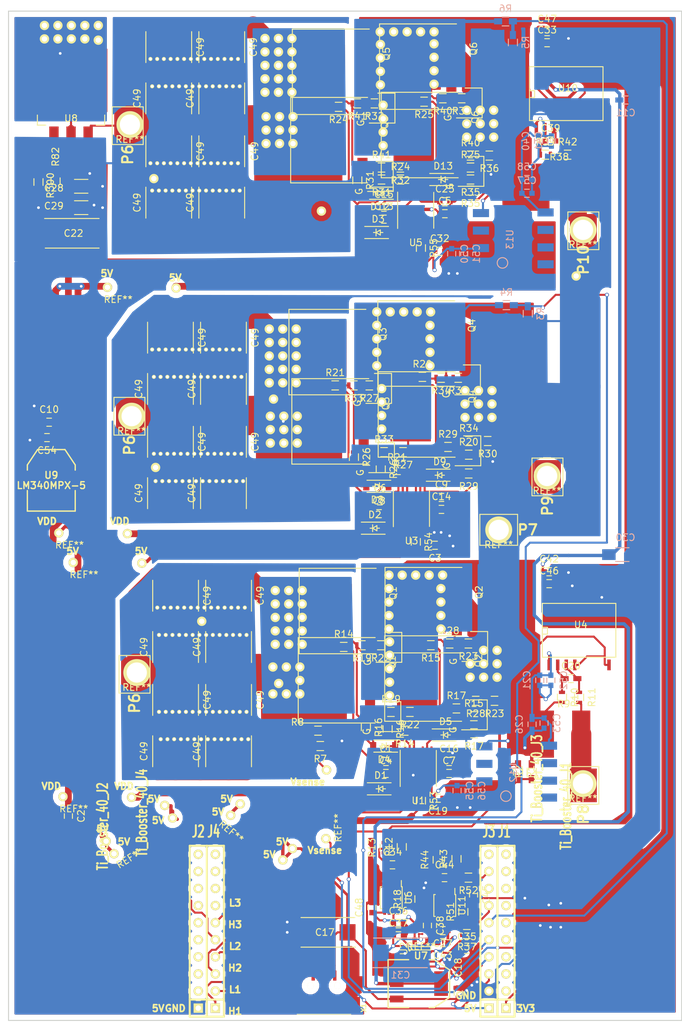
<source format=kicad_pcb>
(kicad_pcb (version 4) (host pcbnew 4.0.0-stable)
  (layers (0 F.Cu signal) (1 In1.Cu signal) (2 In2.Cu signal hide) (31 B.Cu signal) (34 B.Paste user hide) (35 F.Paste user) (36 B.SilkS user) (37 F.SilkS user) (38 B.Mask user hide) (39 F.Mask user) (44 Edge.Cuts user))
  (net 0 "")
  (net 1 GND)
  (net 2 +5V)
  (net 3 V_SUPPLY)
  (net 4 "/Power MOSFETS/CurrentA")
  (net 5 "/Power MOSFETS/H2_VS")
  (net 6 "/Power MOSFETS/CurrentB")
  (net 7 "/Power MOSFETS/CurrentC")
  (net 8 "/Power MOSFETS/M_H1")
  (net 9 "/Power MOSFETS/M_L1")
  (net 10 "/Power MOSFETS/M_H2")
  (net 11 "/Power MOSFETS/M_L2")
  (net 12 "/Power MOSFETS/M_H3")
  (net 13 "/Power MOSFETS/M_L3")
  (net 14 "/Power MOSFETS/PHASE_1")
  (net 15 "/Power MOSFETS/PHASE_3")
  (net 16 "Net-(J1-Pad2)")
  (net 17 "Net-(J1-Pad3)")
  (net 18 "Net-(J1-Pad4)")
  (net 19 "Net-(J1-Pad5)")
  (net 20 "Net-(J1-Pad6)")
  (net 21 "Net-(J1-Pad7)")
  (net 22 "Net-(J1-Pad8)")
  (net 23 "Net-(J1-Pad9)")
  (net 24 "Net-(J1-Pad10)")
  (net 25 "Net-(J2-Pad2)")
  (net 26 "Net-(J2-Pad4)")
  (net 27 "Net-(J2-Pad6)")
  (net 28 "Net-(J2-Pad7)")
  (net 29 "Net-(J2-Pad8)")
  (net 30 "Net-(J2-Pad9)")
  (net 31 "Net-(J3-Pad3)")
  (net 32 "Net-(J3-Pad4)")
  (net 33 "Net-(J3-Pad5)")
  (net 34 "Net-(J3-Pad6)")
  (net 35 "Net-(J3-Pad10)")
  (net 36 "Net-(J4-Pad7)")
  (net 37 "Net-(J4-Pad8)")
  (net 38 "Net-(J4-Pad9)")
  (net 39 "Net-(J4-Pad10)")
  (net 40 +3V3)
  (net 41 "Net-(X1-Pad4)")
  (net 42 "Net-(C1-Pad1)")
  (net 43 "Net-(C6-Pad1)")
  (net 44 "Net-(C13-Pad1)")
  (net 45 "Net-(U1-Pad6)")
  (net 46 "Net-(U3-Pad6)")
  (net 47 "Net-(U5-Pad6)")
  (net 48 VDD)
  (net 49 "Net-(R300-Pad1)")
  (net 50 "Net-(C24-Pad2)")
  (net 51 "Net-(D4-Pad1)")
  (net 52 "Net-(D4-Pad2)")
  (net 53 "Net-(D5-Pad1)")
  (net 54 "Net-(D5-Pad2)")
  (net 55 "Net-(D8-Pad1)")
  (net 56 "Net-(D8-Pad2)")
  (net 57 "Net-(D9-Pad1)")
  (net 58 "Net-(D9-Pad2)")
  (net 59 "Net-(D12-Pad1)")
  (net 60 "Net-(D12-Pad2)")
  (net 61 "Net-(D13-Pad1)")
  (net 62 "Net-(D13-Pad2)")
  (net 63 "Net-(Q1-Pad3)")
  (net 64 "Net-(Q2-Pad3)")
  (net 65 "Net-(Q3-Pad3)")
  (net 66 "Net-(Q4-Pad3)")
  (net 67 "Net-(Q6-Pad3)")
  (net 68 "Net-(Q5-Pad3)")
  (net 69 "Net-(R14-Pad1)")
  (net 70 "Net-(R15-Pad2)")
  (net 71 "Net-(R20-Pad2)")
  (net 72 "Net-(R21-Pad2)")
  (net 73 "Net-(R24-Pad2)")
  (net 74 "Net-(R25-Pad2)")
  (net 75 GNDA)
  (net 76 +1V5)
  (net 77 "Net-(C20-Pad1)")
  (net 78 "Net-(C20-Pad2)")
  (net 79 +5VA)
  (net 80 "Net-(C34-Pad1)")
  (net 81 "Net-(C34-Pad2)")
  (net 82 "Net-(C39-Pad1)")
  (net 83 "Net-(C39-Pad2)")
  (net 84 +5VD)
  (net 85 GNDD)
  (net 86 "Net-(C44-Pad1)")
  (net 87 "Net-(C44-Pad2)")
  (net 88 "Net-(R18-Pad1)")
  (net 89 "Net-(R18-Pad2)")
  (net 90 "Net-(R37-Pad2)")
  (net 91 "Net-(R51-Pad1)")
  (net 92 "Net-(R51-Pad2)")
  (net 93 "Net-(R52-Pad2)")
  (net 94 "Net-(R53-Pad1)")
  (net 95 "Net-(R54-Pad1)")
  (net 96 "Net-(R55-Pad1)")
  (net 97 "Net-(U12-Pad3)")
  (net 98 "Net-(U12-Pad8)")
  (net 99 "Net-(U12-Pad6)")
  (net 100 "Net-(U12-Pad7)")
  (net 101 "Net-(U13-Pad3)")
  (net 102 "Net-(U13-Pad8)")
  (net 103 "Net-(U13-Pad6)")
  (net 104 "Net-(U13-Pad7)")
  (net 105 "/Power MOSFETS/sense1_P")
  (net 106 "/Power MOSFETS/sense2_P")
  (net 107 "/Power MOSFETS/sense2_N")
  (net 108 "/Power MOSFETS/sense1_N")
  (net 109 "Net-(J2-Pad3)")
  (net 110 "Net-(J2-Pad5)")
  (net 111 "Net-(X1-Pad2)")
  (net 112 "Net-(X1-Pad3)")
  (module CRF1:BGA_ADP172 (layer F.Cu) (at 245.368 141.728)
    (fp_text reference REF** (at 0.1 2.1) (layer F.SilkS))
    (fp_text value bga)
    (pad 1 smd circle (at -0.25 0.25) (size 0.32 0.32) (layers F.Cu F.Paste F.Mask) (net 40 +3V3))
    (pad 2 smd circle (at 0.25 0.25) (size 0.32 0.32) (layers F.Cu F.Paste F.Mask) (net 40 +3V3))
    (pad 3 smd circle (at 0.25 -0.25) (size 0.32 0.32) (layers F.Cu F.Paste F.Mask) (net 1 GND))
    (pad 4 smd circle (at -0.25 -0.25) (size 0.32 0.32) (layers F.Cu F.Paste F.Mask) (net 76 +1V5))
  )
  (module LOGO (layer F.Cu) (at 276.098 146.558)
    (fp_text reference G*** hide)
    (fp_text value LOGO hide)
  )
  (module jumper (layer F.Cu) (at 240.759 100.452)
    (fp_text reference REF**1662 hide)
    (fp_text value jumper)
    (pad 1 thru_hole circle (at 0 0.1) (size 1.397 1.397) (drill 0.812) (layers *.Cu *.Mask F.SilkS) (net 75 GNDA))
  )
  (module jumper (layer F.Cu) (at 240.759 98.452)
    (fp_text reference REF**1661 hide)
    (fp_text value jumper)
    (pad 1 thru_hole circle (at 0 0.1) (size 1.397 1.397) (drill 0.812) (layers *.Cu *.Mask F.SilkS) (net 75 GNDA))
  )
  (module jumper (layer F.Cu) (at 240.759 102.452)
    (fp_text reference REF**1663 hide)
    (fp_text value jumper)
    (pad 1 thru_hole circle (at 0 0.1) (size 1.397 1.397) (drill 0.812) (layers *.Cu *.Mask F.SilkS) (net 75 GNDA))
  )
  (module jumper (layer F.Cu) (at 240.759 104.452)
    (fp_text reference REF**1664 hide)
    (fp_text value jumper)
    (pad 1 thru_hole circle (at 0 0.1) (size 1.397 1.397) (drill 0.812) (layers *.Cu *.Mask F.SilkS) (net 75 GNDA))
  )
  (module jumper (layer F.Cu) (at 240.759 106.452)
    (fp_text reference REF**1665 hide)
    (fp_text value jumper)
    (pad 1 thru_hole circle (at 0 0.1) (size 1.397 1.397) (drill 0.812) (layers *.Cu *.Mask F.SilkS) (net 75 GNDA))
  )
  (module Resistors_SMD:R_0603 (layer F.Cu) (at 250.686 108.458)
    (fp_text reference R17 (at 0 -1.9) (layer F.SilkS))
    (fp_text value R4)
    (pad 1 smd rect (at -0.75 0) (size 0.5 0.9) (layers F.Cu F.Paste F.Mask) (net 70 "Net-(R15-Pad2)"))
    (pad 2 smd rect (at 0.75 0) (size 0.5 0.9) (layers F.Cu F.Paste F.Mask) (net 54 "Net-(D5-Pad2)"))
  )
  (module Resistors_SMD:R_0603 (layer F.Cu) (at 246.888 99.06 180)
    (fp_text reference R15 (at 0 -1.9 180) (layer F.SilkS))
    (fp_text value 10R)
    (pad 1 smd rect (at -0.75 0 180) (size 0.5 0.9) (layers F.Cu F.Paste F.Mask) (net 53 "Net-(D5-Pad1)"))
    (pad 2 smd rect (at 0.75 0 180) (size 0.5 0.9) (layers F.Cu F.Paste F.Mask) (net 70 "Net-(R15-Pad2)"))
  )
  (module Resistors_SMD:R_0603 (layer F.Cu) (at 252.464 98.806 180)
    (fp_text reference R23 (at 0 -1.9 180) (layer F.SilkS))
    (fp_text value R39k)
    (pad 1 smd rect (at -0.75 0 180) (size 0.5 0.9) (layers F.Cu F.Paste F.Mask) (net 1 GND))
    (pad 2 smd rect (at 0.75 0 180) (size 0.5 0.9) (layers F.Cu F.Paste F.Mask) (net 70 "Net-(R15-Pad2)"))
  )
  (module Resistors_SMD:R_0603 (layer F.Cu) (at 249.682 98.806)
    (fp_text reference R28 (at 0 -1.9) (layer F.SilkS))
    (fp_text value ferrite)
    (pad 1 smd rect (at -0.75 0) (size 0.5 0.9) (layers F.Cu F.Paste F.Mask) (net 70 "Net-(R15-Pad2)"))
    (pad 2 smd rect (at 0.75 0) (size 0.5 0.9) (layers F.Cu F.Paste F.Mask) (net 64 "Net-(Q2-Pad3)"))
  )
  (module Resistors_SMD:R_0603 (layer F.Cu) (at 237.236 111.264 270)
    (fp_text reference R16 (at 0 -1.9 270) (layer F.SilkS))
    (fp_text value R4)
    (pad 1 smd rect (at -0.75 0 270) (size 0.5 0.9) (layers F.Cu F.Paste F.Mask) (net 69 "Net-(R14-Pad1)"))
    (pad 2 smd rect (at 0.75 0 270) (size 0.5 0.9) (layers F.Cu F.Paste F.Mask) (net 52 "Net-(D4-Pad2)"))
  )
  (module Resistors_SMD:R_0603 (layer F.Cu) (at 233.946 99.314)
    (fp_text reference R14 (at 0 -1.9) (layer F.SilkS))
    (fp_text value 10R)
    (pad 1 smd rect (at -0.75 0) (size 0.5 0.9) (layers F.Cu F.Paste F.Mask) (net 69 "Net-(R14-Pad1)"))
    (pad 2 smd rect (at 0.75 0) (size 0.5 0.9) (layers F.Cu F.Paste F.Mask) (net 51 "Net-(D4-Pad1)"))
  )
  (module Resistors_SMD:R_0603 (layer F.Cu) (at 239.458128 99.068712 180)
    (fp_text reference R22 (at 0 -1.9 180) (layer F.SilkS))
    (fp_text value R39k)
    (pad 1 smd rect (at -0.75 0 180) (size 0.5 0.9) (layers F.Cu F.Paste F.Mask) (net 75 GNDA))
    (pad 2 smd rect (at 0.75 0 180) (size 0.5 0.9) (layers F.Cu F.Paste F.Mask) (net 69 "Net-(R14-Pad1)"))
  )
  (module Resistors_SMD:R_0603 (layer F.Cu) (at 236.640128 99.068712 180)
    (fp_text reference R19 (at 0 -1.9 180) (layer F.SilkS))
    (fp_text value ferrite)
    (pad 1 smd rect (at -0.75 0 180) (size 0.5 0.9) (layers F.Cu F.Paste F.Mask) (net 63 "Net-(Q1-Pad3)"))
    (pad 2 smd rect (at 0.75 0 180) (size 0.5 0.9) (layers F.Cu F.Paste F.Mask) (net 69 "Net-(R14-Pad1)"))
  )
  (module CRF1:PQFN-8L-FET (layer F.Cu) (at 246.431128 93.853 90)
    (fp_text reference Q2 (at 2.667 7.62 90) (layer F.SilkS))
    (fp_text value FDMT-800)
    (fp_text user G (at -7.62 3.81 90) (layer F.SilkS))
    (pad 1 smd rect (at 0 -1.524 90) (size 8 6) (layers F.Cu F.Paste F.Mask) (net 75 GNDA))
    (pad 2 smd rect (at 1.397 4.318 90) (size 5.1 1.5) (layers F.Cu F.Paste F.Mask) (net 1 GND))
    (pad 3 smd rect (at -3.175 4.318 90) (size 1.1 1.5) (layers F.Cu F.Paste F.Mask) (net 64 "Net-(Q2-Pad3)"))
  )
  (module CRF1:PQFN-8L-FET (layer F.Cu) (at 233.68 93.98 90)
    (fp_text reference Q1 (at 2.667 7.62 90) (layer F.SilkS))
    (fp_text value FDMT-800)
    (fp_text user G (at -7.62 3.81 90) (layer F.SilkS))
    (pad 1 smd rect (at 0 -1.524 90) (size 8 6) (layers F.Cu F.Paste F.Mask) (net 3 V_SUPPLY))
    (pad 2 smd rect (at 1.397 4.318 90) (size 5.1 1.5) (layers F.Cu F.Paste F.Mask) (net 75 GNDA))
    (pad 3 smd rect (at -3.175 4.318 90) (size 1.1 1.5) (layers F.Cu F.Paste F.Mask) (net 63 "Net-(Q1-Pad3)"))
  )
  (module Resistors_SMD:R_0603 (layer F.Cu) (at 252.781128 31.496 180)
    (fp_text reference R35 (at 0 -1.9 180) (layer F.SilkS))
    (fp_text value R4)
    (pad 1 smd rect (at -0.75 0 180) (size 0.5 0.9) (layers F.Cu F.Paste F.Mask) (net 74 "Net-(R25-Pad2)"))
    (pad 2 smd rect (at 0.75 0 180) (size 0.5 0.9) (layers F.Cu F.Paste F.Mask) (net 62 "Net-(D13-Pad2)"))
  )
  (module Resistors_SMD:R_0603 (layer F.Cu) (at 245.884 18.288 180)
    (fp_text reference R25 (at 0 -1.9 180) (layer F.SilkS))
    (fp_text value 10R)
    (pad 1 smd rect (at -0.75 0 180) (size 0.5 0.9) (layers F.Cu F.Paste F.Mask) (net 61 "Net-(D13-Pad1)"))
    (pad 2 smd rect (at 0.75 0 180) (size 0.5 0.9) (layers F.Cu F.Paste F.Mask) (net 74 "Net-(R25-Pad2)"))
  )
  (module Resistors_SMD:R_0603 (layer F.Cu) (at 251.472 17.78 180)
    (fp_text reference R36 (at 0 -1.9 180) (layer F.SilkS))
    (fp_text value R39k)
    (pad 1 smd rect (at -0.75 0 180) (size 0.5 0.9) (layers F.Cu F.Paste F.Mask) (net 1 GND))
    (pad 2 smd rect (at 0.75 0 180) (size 0.5 0.9) (layers F.Cu F.Paste F.Mask) (net 74 "Net-(R25-Pad2)"))
  )
  (module Resistors_SMD:R_0603 (layer F.Cu) (at 248.666 17.78 180)
    (fp_text reference R40 (at 0 -1.9 180) (layer F.SilkS))
    (fp_text value ferrite)
    (pad 1 smd rect (at -0.75 0 180) (size 0.5 0.9) (layers F.Cu F.Paste F.Mask) (net 67 "Net-(Q6-Pad3)"))
    (pad 2 smd rect (at 0.75 0 180) (size 0.5 0.9) (layers F.Cu F.Paste F.Mask) (net 74 "Net-(R25-Pad2)"))
  )
  (module Resistors_SMD:R_0603 (layer F.Cu) (at 235.966 29.96 270)
    (fp_text reference R31 (at 0 -1.9 270) (layer F.SilkS))
    (fp_text value R4)
    (pad 1 smd rect (at -0.75 0 270) (size 0.5 0.9) (layers F.Cu F.Paste F.Mask) (net 73 "Net-(R24-Pad2)"))
    (pad 2 smd rect (at 0.75 0 270) (size 0.5 0.9) (layers F.Cu F.Paste F.Mask) (net 60 "Net-(D12-Pad2)"))
  )
  (module Resistors_SMD:R_0603 (layer F.Cu) (at 233.184 19.05 180)
    (fp_text reference R24 (at 0 -1.9 180) (layer F.SilkS))
    (fp_text value 10R)
    (pad 1 smd rect (at -0.75 0 180) (size 0.5 0.9) (layers F.Cu F.Paste F.Mask) (net 59 "Net-(D12-Pad1)"))
    (pad 2 smd rect (at 0.75 0 180) (size 0.5 0.9) (layers F.Cu F.Paste F.Mask) (net 73 "Net-(R24-Pad2)"))
  )
  (module Resistors_SMD:R_0603 (layer F.Cu) (at 238.506 18.542 180)
    (fp_text reference R32 (at 0 -1.9 180) (layer F.SilkS))
    (fp_text value R39k)
    (pad 1 smd rect (at -0.75 0 180) (size 0.5 0.9) (layers F.Cu F.Paste F.Mask) (net 85 GNDD))
    (pad 2 smd rect (at 0.75 0 180) (size 0.5 0.9) (layers F.Cu F.Paste F.Mask) (net 73 "Net-(R24-Pad2)"))
  )
  (module Resistors_SMD:R_0603 (layer F.Cu) (at 235.966 18.542 180)
    (fp_text reference R41 (at 0 -1.9 180) (layer F.SilkS))
    (fp_text value ferrite)
    (pad 1 smd rect (at -0.75 0 180) (size 0.5 0.9) (layers F.Cu F.Paste F.Mask) (net 68 "Net-(Q5-Pad3)"))
    (pad 2 smd rect (at 0.75 0 180) (size 0.5 0.9) (layers F.Cu F.Paste F.Mask) (net 73 "Net-(R24-Pad2)"))
  )
  (module CRF1:PQFN-8L-FET (layer F.Cu) (at 245.618 13.081 90)
    (fp_text reference Q6 (at 2.667 7.62 90) (layer F.SilkS))
    (fp_text value FDMT-800)
    (fp_text user G (at -7.62 3.81 90) (layer F.SilkS))
    (pad 1 smd rect (at 0 -1.524 90) (size 8 6) (layers F.Cu F.Paste F.Mask) (net 85 GNDD))
    (pad 2 smd rect (at 1.397 4.318 90) (size 5.1 1.5) (layers F.Cu F.Paste F.Mask) (net 1 GND))
    (pad 3 smd rect (at -3.175 4.318 90) (size 1.1 1.5) (layers F.Cu F.Paste F.Mask) (net 67 "Net-(Q6-Pad3)"))
  )
  (module CRF1:PQFN-8L-FET (layer F.Cu) (at 232.664 13.843 90)
    (fp_text reference Q5 (at 2.667 7.62 90) (layer F.SilkS))
    (fp_text value FDMT-800)
    (fp_text user G (at -7.62 3.81 90) (layer F.SilkS))
    (pad 1 smd rect (at 0 -1.524 90) (size 8 6) (layers F.Cu F.Paste F.Mask) (net 3 V_SUPPLY))
    (pad 2 smd rect (at 1.397 4.318 90) (size 5.1 1.5) (layers F.Cu F.Paste F.Mask) (net 85 GNDD))
    (pad 3 smd rect (at -3.175 4.318 90) (size 1.1 1.5) (layers F.Cu F.Paste F.Mask) (net 68 "Net-(Q5-Pad3)"))
  )
  (module Resistors_SMD:R_0603 (layer F.Cu) (at 249.44 69.596)
    (fp_text reference R29 (at 0 -1.9) (layer F.SilkS))
    (fp_text value R4)
    (pad 1 smd rect (at -0.75 0) (size 0.5 0.9) (layers F.Cu F.Paste F.Mask) (net 71 "Net-(R20-Pad2)"))
    (pad 2 smd rect (at 0.75 0) (size 0.5 0.9) (layers F.Cu F.Paste F.Mask) (net 58 "Net-(D9-Pad2)"))
  )
  (module Resistors_SMD:R_0603 (layer F.Cu) (at 245.63 59.182)
    (fp_text reference R20 (at 0 -1.9) (layer F.SilkS))
    (fp_text value 10R)
    (pad 1 smd rect (at -0.75 0) (size 0.5 0.9) (layers F.Cu F.Paste F.Mask) (net 57 "Net-(D9-Pad1)"))
    (pad 2 smd rect (at 0.75 0) (size 0.5 0.9) (layers F.Cu F.Paste F.Mask) (net 71 "Net-(R20-Pad2)"))
  )
  (module Resistors_SMD:R_0603 (layer F.Cu) (at 250.952 59.317712 180)
    (fp_text reference R30 (at 0 -1.9 180) (layer F.SilkS))
    (fp_text value R39k)
    (pad 1 smd rect (at -0.75 0 180) (size 0.5 0.9) (layers F.Cu F.Paste F.Mask) (net 1 GND))
    (pad 2 smd rect (at 0.75 0 180) (size 0.5 0.9) (layers F.Cu F.Paste F.Mask) (net 71 "Net-(R20-Pad2)"))
  )
  (module Resistors_SMD:R_0603 (layer F.Cu) (at 248.412 59.317712 180)
    (fp_text reference R34 (at 0 -1.9 180) (layer F.SilkS))
    (fp_text value ferrite)
    (pad 1 smd rect (at -0.75 0 180) (size 0.5 0.9) (layers F.Cu F.Paste F.Mask) (net 66 "Net-(Q4-Pad3)"))
    (pad 2 smd rect (at 0.75 0 180) (size 0.5 0.9) (layers F.Cu F.Paste F.Mask) (net 71 "Net-(R20-Pad2)"))
  )
  (module CRF1:PQFN-8L-FET (layer F.Cu) (at 245.364 54.229 90)
    (fp_text reference Q4 (at 2.667 7.62 90) (layer F.SilkS))
    (fp_text value FDMT-800)
    (fp_text user G (at -7.62 3.81 90) (layer F.SilkS))
    (pad 1 smd rect (at 0 -1.524 90) (size 8 6) (layers F.Cu F.Paste F.Mask) (net 5 "/Power MOSFETS/H2_VS"))
    (pad 2 smd rect (at 1.397 4.318 90) (size 5.1 1.5) (layers F.Cu F.Paste F.Mask) (net 1 GND))
    (pad 3 smd rect (at -3.175 4.318 90) (size 1.1 1.5) (layers F.Cu F.Paste F.Mask) (net 66 "Net-(Q4-Pad3)"))
  )
  (module Resistors_SMD:R_0603 (layer F.Cu) (at 235.458 71.108 270)
    (fp_text reference R26 (at 0 -1.9 270) (layer F.SilkS))
    (fp_text value R4)
    (pad 1 smd rect (at -0.75 0 270) (size 0.5 0.9) (layers F.Cu F.Paste F.Mask) (net 72 "Net-(R21-Pad2)"))
    (pad 2 smd rect (at 0.75 0 270) (size 0.5 0.9) (layers F.Cu F.Paste F.Mask) (net 56 "Net-(D8-Pad2)"))
  )
  (module Resistors_SMD:R_0603 (layer F.Cu) (at 232.676 60.452)
    (fp_text reference R21 (at 0 -1.9) (layer F.SilkS))
    (fp_text value 10R)
    (pad 1 smd rect (at -0.75 0) (size 0.5 0.9) (layers F.Cu F.Paste F.Mask) (net 55 "Net-(D8-Pad1)"))
    (pad 2 smd rect (at 0.75 0) (size 0.5 0.9) (layers F.Cu F.Paste F.Mask) (net 72 "Net-(R21-Pad2)"))
  )
  (module Resistors_SMD:R_0603 (layer F.Cu) (at 237.744 60.452 180)
    (fp_text reference R27 (at 0 -1.9 180) (layer F.SilkS))
    (fp_text value R39k)
    (pad 1 smd rect (at -0.75 0 180) (size 0.5 0.9) (layers F.Cu F.Paste F.Mask) (net 5 "/Power MOSFETS/H2_VS"))
    (pad 2 smd rect (at 0.75 0 180) (size 0.5 0.9) (layers F.Cu F.Paste F.Mask) (net 72 "Net-(R21-Pad2)"))
  )
  (module Resistors_SMD:R_0603 (layer F.Cu) (at 235.446 60.452 180)
    (fp_text reference R33 (at 0 -1.9 180) (layer F.SilkS))
    (fp_text value ferrite)
    (pad 1 smd rect (at -0.75 0 180) (size 0.5 0.9) (layers F.Cu F.Paste F.Mask) (net 65 "Net-(Q3-Pad3)"))
    (pad 2 smd rect (at 0.75 0 180) (size 0.5 0.9) (layers F.Cu F.Paste F.Mask) (net 72 "Net-(R21-Pad2)"))
  )
  (module CRF1:PQFN-8L-FET (layer F.Cu) (at 232.156 55.499 90)
    (fp_text reference Q3 (at 2.667 7.62 90) (layer F.SilkS))
    (fp_text value FDMT-800)
    (fp_text user G (at -7.62 3.81 90) (layer F.SilkS))
    (pad 1 smd rect (at 0 -1.524 90) (size 8 6) (layers F.Cu F.Paste F.Mask) (net 3 V_SUPPLY))
    (pad 2 smd rect (at 1.397 4.318 90) (size 5.1 1.5) (layers F.Cu F.Paste F.Mask) (net 5 "/Power MOSFETS/H2_VS"))
    (pad 3 smd rect (at -3.175 4.318 90) (size 1.1 1.5) (layers F.Cu F.Paste F.Mask) (net 65 "Net-(Q3-Pad3)"))
  )
  (module jumper (layer F.Cu) (at 212.852 95.404)
    (fp_text reference REF**1611 hide)
    (fp_text value jumper)
    (pad 1 thru_hole circle (at 0 0.1) (size 1.397 1.397) (drill 0.812) (layers *.Cu *.Mask F.SilkS) (net 1 GND))
  )
  (module jumper (layer F.Cu) (at 268.478 44.096)
    (fp_text reference REF**1611 hide)
    (fp_text value jumper)
    (pad 1 thru_hole circle (at 0 0.1) (size 1.397 1.397) (drill 0.812) (layers *.Cu *.Mask F.SilkS) (net 1 GND))
  )
  (module jumper (layer F.Cu) (at 205.74 29.618)
    (fp_text reference REF**1611 hide)
    (fp_text value jumper)
    (pad 1 thru_hole circle (at 0 0.1) (size 1.397 1.397) (drill 0.812) (layers *.Cu *.Mask F.SilkS) (net 1 GND))
  )
  (module jumper (layer F.Cu) (at 230.632 34.444)
    (fp_text reference REF**111 hide)
    (fp_text value jumper)
    (pad 1 thru_hole circle (at 0 0.1) (size 1.397 1.397) (drill 0.812) (layers *.Cu *.Mask F.SilkS) (net 3 V_SUPPLY))
  )
  (module jumper (layer F.Cu) (at 223.52 62.384)
    (fp_text reference REF**111 hide)
    (fp_text value jumper)
    (pad 1 thru_hole circle (at 0 0.1) (size 1.397 1.397) (drill 0.812) (layers *.Cu *.Mask F.SilkS) (net 3 V_SUPPLY))
  )
  (module jumper (layer F.Cu) (at 205.994 72.544)
    (fp_text reference REF**1611 hide)
    (fp_text value jumper)
    (pad 1 thru_hole circle (at 0 0.1) (size 1.397 1.397) (drill 0.812) (layers *.Cu *.Mask F.SilkS) (net 1 GND))
  )
  (module jumper (layer F.Cu) (at 224.282 104.648)
    (fp_text reference REF**111 hide)
    (fp_text value jumper)
    (pad 1 thru_hole circle (at 0 0.1) (size 1.397 1.397) (drill 0.812) (layers *.Cu *.Mask F.SilkS) (net 3 V_SUPPLY))
  )
  (module jumper (layer F.Cu) (at 214.502 108.866)
    (fp_text reference REF**91 hide)
    (fp_text value jumper)
    (pad 1 thru_hole circle (at 0 0.1) (size 0.6 0.6) (drill 0.4) (layers *.Cu *.Mask F.SilkS) (net 1 GND))
  )
  (module jumper (layer F.Cu) (at 211.502 108.866)
    (fp_text reference REF**61 hide)
    (fp_text value jumper)
    (pad 1 thru_hole circle (at 0 0.1) (size 0.6 0.6) (drill 0.4) (layers *.Cu *.Mask F.SilkS) (net 1 GND))
  )
  (module jumper (layer F.Cu) (at 213.502 108.866)
    (fp_text reference REF**81 hide)
    (fp_text value jumper)
    (pad 1 thru_hole circle (at 0 0.1) (size 0.6 0.6) (drill 0.4) (layers *.Cu *.Mask F.SilkS) (net 1 GND))
  )
  (module jumper (layer F.Cu) (at 212.502 108.866)
    (fp_text reference REF**71 hide)
    (fp_text value jumper)
    (pad 1 thru_hole circle (at 0 0.1) (size 0.6 0.6) (drill 0.4) (layers *.Cu *.Mask F.SilkS) (net 1 GND))
  )
  (module jumper (layer F.Cu) (at 215.502 108.866)
    (fp_text reference REF**101 hide)
    (fp_text value jumper)
    (pad 1 thru_hole circle (at 0 0.1) (size 0.6 0.6) (drill 0.4) (layers *.Cu *.Mask F.SilkS) (net 1 GND))
  )
  (module jumper (layer F.Cu) (at 207.502 108.866)
    (fp_text reference REF**21 hide)
    (fp_text value jumper)
    (pad 1 thru_hole circle (at 0 0.1) (size 0.6 0.6) (drill 0.4) (layers *.Cu *.Mask F.SilkS) (net 1 GND))
  )
  (module jumper (layer F.Cu) (at 210.502 108.866)
    (fp_text reference REF**51 hide)
    (fp_text value jumper)
    (pad 1 thru_hole circle (at 0 0.1) (size 0.6 0.6) (drill 0.4) (layers *.Cu *.Mask F.SilkS) (net 1 GND))
  )
  (module jumper (layer F.Cu) (at 208.502 108.866)
    (fp_text reference REF**31 hide)
    (fp_text value jumper)
    (pad 1 thru_hole circle (at 0 0.1) (size 0.6 0.6) (drill 0.4) (layers *.Cu *.Mask F.SilkS) (net 1 GND))
  )
  (module jumper (layer F.Cu) (at 209.502 108.866)
    (fp_text reference REF**41 hide)
    (fp_text value jumper)
    (pad 1 thru_hole circle (at 0 0.1) (size 0.6 0.6) (drill 0.4) (layers *.Cu *.Mask F.SilkS) (net 1 GND))
  )
  (module jumper (layer F.Cu) (at 218.502 108.866)
    (fp_text reference REF**131 hide)
    (fp_text value jumper)
    (pad 1 thru_hole circle (at 0 0.1) (size 0.6 0.6) (drill 0.4) (layers *.Cu *.Mask F.SilkS) (net 1 GND))
  )
  (module jumper (layer F.Cu) (at 216.502 108.866)
    (fp_text reference REF**111 hide)
    (fp_text value jumper)
    (pad 1 thru_hole circle (at 0 0.1) (size 0.6 0.6) (drill 0.4) (layers *.Cu *.Mask F.SilkS) (net 1 GND))
  )
  (module jumper (layer F.Cu) (at 217.502 108.866)
    (fp_text reference REF**121 hide)
    (fp_text value jumper)
    (pad 1 thru_hole circle (at 0 0.1) (size 0.6 0.6) (drill 0.4) (layers *.Cu *.Mask F.SilkS) (net 1 GND))
  )
  (module jumper (layer F.Cu) (at 219.502 108.866)
    (fp_text reference REF**141 hide)
    (fp_text value jumper)
    (pad 1 thru_hole circle (at 0 0.1) (size 0.6 0.6) (drill 0.4) (layers *.Cu *.Mask F.SilkS) (net 1 GND))
  )
  (module jumper (layer F.Cu) (at 206.502 108.866)
    (fp_text reference REF**11 hide)
    (fp_text value jumper)
    (pad 1 thru_hole circle (at 0 0.1) (size 0.6 0.6) (drill 0.4) (layers *.Cu *.Mask F.SilkS) (net 1 GND))
  )
  (module jumper (layer F.Cu) (at 211.756 112.93)
    (fp_text reference REF**61 hide)
    (fp_text value jumper)
    (pad 1 thru_hole circle (at 0 0.1) (size 0.6 0.6) (drill 0.4) (layers *.Cu *.Mask F.SilkS) (net 1 GND))
  )
  (module jumper (layer F.Cu) (at 209.756 112.93)
    (fp_text reference REF**41 hide)
    (fp_text value jumper)
    (pad 1 thru_hole circle (at 0 0.1) (size 0.6 0.6) (drill 0.4) (layers *.Cu *.Mask F.SilkS) (net 1 GND))
  )
  (module jumper (layer F.Cu) (at 208.756 112.93)
    (fp_text reference REF**31 hide)
    (fp_text value jumper)
    (pad 1 thru_hole circle (at 0 0.1) (size 0.6 0.6) (drill 0.4) (layers *.Cu *.Mask F.SilkS) (net 1 GND))
  )
  (module jumper (layer F.Cu) (at 207.756 112.93)
    (fp_text reference REF**21 hide)
    (fp_text value jumper)
    (pad 1 thru_hole circle (at 0 0.1) (size 0.6 0.6) (drill 0.4) (layers *.Cu *.Mask F.SilkS) (net 1 GND))
  )
  (module jumper (layer F.Cu) (at 210.756 112.93)
    (fp_text reference REF**51 hide)
    (fp_text value jumper)
    (pad 1 thru_hole circle (at 0 0.1) (size 0.6 0.6) (drill 0.4) (layers *.Cu *.Mask F.SilkS) (net 1 GND))
  )
  (module jumper (layer F.Cu) (at 219.756 112.93)
    (fp_text reference REF**141 hide)
    (fp_text value jumper)
    (pad 1 thru_hole circle (at 0 0.1) (size 0.6 0.6) (drill 0.4) (layers *.Cu *.Mask F.SilkS) (net 1 GND))
  )
  (module jumper (layer F.Cu) (at 217.756 112.93)
    (fp_text reference REF**121 hide)
    (fp_text value jumper)
    (pad 1 thru_hole circle (at 0 0.1) (size 0.6 0.6) (drill 0.4) (layers *.Cu *.Mask F.SilkS) (net 1 GND))
  )
  (module jumper (layer F.Cu) (at 218.756 112.93)
    (fp_text reference REF**131 hide)
    (fp_text value jumper)
    (pad 1 thru_hole circle (at 0 0.1) (size 0.6 0.6) (drill 0.4) (layers *.Cu *.Mask F.SilkS) (net 1 GND))
  )
  (module jumper (layer F.Cu) (at 216.756 112.93)
    (fp_text reference REF**111 hide)
    (fp_text value jumper)
    (pad 1 thru_hole circle (at 0 0.1) (size 0.6 0.6) (drill 0.4) (layers *.Cu *.Mask F.SilkS) (net 1 GND))
  )
  (module jumper (layer F.Cu) (at 215.756 112.93)
    (fp_text reference REF**101 hide)
    (fp_text value jumper)
    (pad 1 thru_hole circle (at 0 0.1) (size 0.6 0.6) (drill 0.4) (layers *.Cu *.Mask F.SilkS) (net 1 GND))
  )
  (module jumper (layer F.Cu) (at 214.756 112.93)
    (fp_text reference REF**91 hide)
    (fp_text value jumper)
    (pad 1 thru_hole circle (at 0 0.1) (size 0.6 0.6) (drill 0.4) (layers *.Cu *.Mask F.SilkS) (net 1 GND))
  )
  (module jumper (layer F.Cu) (at 213.756 112.93)
    (fp_text reference REF**81 hide)
    (fp_text value jumper)
    (pad 1 thru_hole circle (at 0 0.1) (size 0.6 0.6) (drill 0.4) (layers *.Cu *.Mask F.SilkS) (net 1 GND))
  )
  (module jumper (layer F.Cu) (at 212.756 112.93)
    (fp_text reference REF**71 hide)
    (fp_text value jumper)
    (pad 1 thru_hole circle (at 0 0.1) (size 0.6 0.6) (drill 0.4) (layers *.Cu *.Mask F.SilkS) (net 1 GND))
  )
  (module jumper (layer F.Cu) (at 206.756 112.93)
    (fp_text reference REF**11 hide)
    (fp_text value jumper)
    (pad 1 thru_hole circle (at 0 0.1) (size 0.6 0.6) (drill 0.4) (layers *.Cu *.Mask F.SilkS) (net 1 GND))
  )
  (module jumper (layer F.Cu) (at 214.248 93.372)
    (fp_text reference REF**91 hide)
    (fp_text value jumper)
    (pad 1 thru_hole circle (at 0 0.1) (size 0.6 0.6) (drill 0.4) (layers *.Cu *.Mask F.SilkS) (net 1 GND))
  )
  (module jumper (layer F.Cu) (at 211.248 93.372)
    (fp_text reference REF**61 hide)
    (fp_text value jumper)
    (pad 1 thru_hole circle (at 0 0.1) (size 0.6 0.6) (drill 0.4) (layers *.Cu *.Mask F.SilkS) (net 1 GND))
  )
  (module jumper (layer F.Cu) (at 213.248 93.372)
    (fp_text reference REF**81 hide)
    (fp_text value jumper)
    (pad 1 thru_hole circle (at 0 0.1) (size 0.6 0.6) (drill 0.4) (layers *.Cu *.Mask F.SilkS) (net 1 GND))
  )
  (module jumper (layer F.Cu) (at 212.248 93.372)
    (fp_text reference REF**71 hide)
    (fp_text value jumper)
    (pad 1 thru_hole circle (at 0 0.1) (size 0.6 0.6) (drill 0.4) (layers *.Cu *.Mask F.SilkS) (net 1 GND))
  )
  (module jumper (layer F.Cu) (at 215.248 93.372)
    (fp_text reference REF**101 hide)
    (fp_text value jumper)
    (pad 1 thru_hole circle (at 0 0.1) (size 0.6 0.6) (drill 0.4) (layers *.Cu *.Mask F.SilkS) (net 1 GND))
  )
  (module jumper (layer F.Cu) (at 207.248 93.372)
    (fp_text reference REF**21 hide)
    (fp_text value jumper)
    (pad 1 thru_hole circle (at 0 0.1) (size 0.6 0.6) (drill 0.4) (layers *.Cu *.Mask F.SilkS) (net 1 GND))
  )
  (module jumper (layer F.Cu) (at 210.248 93.372)
    (fp_text reference REF**51 hide)
    (fp_text value jumper)
    (pad 1 thru_hole circle (at 0 0.1) (size 0.6 0.6) (drill 0.4) (layers *.Cu *.Mask F.SilkS) (net 1 GND))
  )
  (module jumper (layer F.Cu) (at 208.248 93.372)
    (fp_text reference REF**31 hide)
    (fp_text value jumper)
    (pad 1 thru_hole circle (at 0 0.1) (size 0.6 0.6) (drill 0.4) (layers *.Cu *.Mask F.SilkS) (net 1 GND))
  )
  (module jumper (layer F.Cu) (at 209.248 93.372)
    (fp_text reference REF**41 hide)
    (fp_text value jumper)
    (pad 1 thru_hole circle (at 0 0.1) (size 0.6 0.6) (drill 0.4) (layers *.Cu *.Mask F.SilkS) (net 1 GND))
  )
  (module jumper (layer F.Cu) (at 218.248 93.372)
    (fp_text reference REF**131 hide)
    (fp_text value jumper)
    (pad 1 thru_hole circle (at 0 0.1) (size 0.6 0.6) (drill 0.4) (layers *.Cu *.Mask F.SilkS) (net 1 GND))
  )
  (module jumper (layer F.Cu) (at 216.248 93.372)
    (fp_text reference REF**111 hide)
    (fp_text value jumper)
    (pad 1 thru_hole circle (at 0 0.1) (size 0.6 0.6) (drill 0.4) (layers *.Cu *.Mask F.SilkS) (net 1 GND))
  )
  (module jumper (layer F.Cu) (at 217.248 93.372)
    (fp_text reference REF**121 hide)
    (fp_text value jumper)
    (pad 1 thru_hole circle (at 0 0.1) (size 0.6 0.6) (drill 0.4) (layers *.Cu *.Mask F.SilkS) (net 1 GND))
  )
  (module jumper (layer F.Cu) (at 219.248 93.372)
    (fp_text reference REF**141 hide)
    (fp_text value jumper)
    (pad 1 thru_hole circle (at 0 0.1) (size 0.6 0.6) (drill 0.4) (layers *.Cu *.Mask F.SilkS) (net 1 GND))
  )
  (module jumper (layer F.Cu) (at 206.248 93.372)
    (fp_text reference REF**11 hide)
    (fp_text value jumper)
    (pad 1 thru_hole circle (at 0 0.1) (size 0.6 0.6) (drill 0.4) (layers *.Cu *.Mask F.SilkS) (net 1 GND))
  )
  (module jumper (layer F.Cu) (at 211.502 97.436)
    (fp_text reference REF**61 hide)
    (fp_text value jumper)
    (pad 1 thru_hole circle (at 0 0.1) (size 0.6 0.6) (drill 0.4) (layers *.Cu *.Mask F.SilkS) (net 1 GND))
  )
  (module jumper (layer F.Cu) (at 209.502 97.436)
    (fp_text reference REF**41 hide)
    (fp_text value jumper)
    (pad 1 thru_hole circle (at 0 0.1) (size 0.6 0.6) (drill 0.4) (layers *.Cu *.Mask F.SilkS) (net 1 GND))
  )
  (module jumper (layer F.Cu) (at 208.502 97.436)
    (fp_text reference REF**31 hide)
    (fp_text value jumper)
    (pad 1 thru_hole circle (at 0 0.1) (size 0.6 0.6) (drill 0.4) (layers *.Cu *.Mask F.SilkS) (net 1 GND))
  )
  (module jumper (layer F.Cu) (at 207.502 97.436)
    (fp_text reference REF**21 hide)
    (fp_text value jumper)
    (pad 1 thru_hole circle (at 0 0.1) (size 0.6 0.6) (drill 0.4) (layers *.Cu *.Mask F.SilkS) (net 1 GND))
  )
  (module jumper (layer F.Cu) (at 210.502 97.436)
    (fp_text reference REF**51 hide)
    (fp_text value jumper)
    (pad 1 thru_hole circle (at 0 0.1) (size 0.6 0.6) (drill 0.4) (layers *.Cu *.Mask F.SilkS) (net 1 GND))
  )
  (module jumper (layer F.Cu) (at 219.502 97.436)
    (fp_text reference REF**141 hide)
    (fp_text value jumper)
    (pad 1 thru_hole circle (at 0 0.1) (size 0.6 0.6) (drill 0.4) (layers *.Cu *.Mask F.SilkS) (net 1 GND))
  )
  (module jumper (layer F.Cu) (at 217.502 97.436)
    (fp_text reference REF**121 hide)
    (fp_text value jumper)
    (pad 1 thru_hole circle (at 0 0.1) (size 0.6 0.6) (drill 0.4) (layers *.Cu *.Mask F.SilkS) (net 1 GND))
  )
  (module jumper (layer F.Cu) (at 218.502 97.436)
    (fp_text reference REF**131 hide)
    (fp_text value jumper)
    (pad 1 thru_hole circle (at 0 0.1) (size 0.6 0.6) (drill 0.4) (layers *.Cu *.Mask F.SilkS) (net 1 GND))
  )
  (module jumper (layer F.Cu) (at 216.502 97.436)
    (fp_text reference REF**111 hide)
    (fp_text value jumper)
    (pad 1 thru_hole circle (at 0 0.1) (size 0.6 0.6) (drill 0.4) (layers *.Cu *.Mask F.SilkS) (net 1 GND))
  )
  (module jumper (layer F.Cu) (at 215.502 97.436)
    (fp_text reference REF**101 hide)
    (fp_text value jumper)
    (pad 1 thru_hole circle (at 0 0.1) (size 0.6 0.6) (drill 0.4) (layers *.Cu *.Mask F.SilkS) (net 1 GND))
  )
  (module jumper (layer F.Cu) (at 214.502 97.436)
    (fp_text reference REF**91 hide)
    (fp_text value jumper)
    (pad 1 thru_hole circle (at 0 0.1) (size 0.6 0.6) (drill 0.4) (layers *.Cu *.Mask F.SilkS) (net 1 GND))
  )
  (module jumper (layer F.Cu) (at 213.502 97.436)
    (fp_text reference REF**81 hide)
    (fp_text value jumper)
    (pad 1 thru_hole circle (at 0 0.1) (size 0.6 0.6) (drill 0.4) (layers *.Cu *.Mask F.SilkS) (net 1 GND))
  )
  (module jumper (layer F.Cu) (at 212.502 97.436)
    (fp_text reference REF**71 hide)
    (fp_text value jumper)
    (pad 1 thru_hole circle (at 0 0.1) (size 0.6 0.6) (drill 0.4) (layers *.Cu *.Mask F.SilkS) (net 1 GND))
  )
  (module jumper (layer F.Cu) (at 206.502 97.436)
    (fp_text reference REF**11 hide)
    (fp_text value jumper)
    (pad 1 thru_hole circle (at 0 0.1) (size 0.6 0.6) (drill 0.4) (layers *.Cu *.Mask F.SilkS) (net 1 GND))
  )
  (module jumper (layer F.Cu) (at 213.74 70.512)
    (fp_text reference REF**91 hide)
    (fp_text value jumper)
    (pad 1 thru_hole circle (at 0 0.1) (size 0.6 0.6) (drill 0.4) (layers *.Cu *.Mask F.SilkS) (net 1 GND))
  )
  (module jumper (layer F.Cu) (at 210.74 70.512)
    (fp_text reference REF**61 hide)
    (fp_text value jumper)
    (pad 1 thru_hole circle (at 0 0.1) (size 0.6 0.6) (drill 0.4) (layers *.Cu *.Mask F.SilkS) (net 1 GND))
  )
  (module jumper (layer F.Cu) (at 212.74 70.512)
    (fp_text reference REF**81 hide)
    (fp_text value jumper)
    (pad 1 thru_hole circle (at 0 0.1) (size 0.6 0.6) (drill 0.4) (layers *.Cu *.Mask F.SilkS) (net 1 GND))
  )
  (module jumper (layer F.Cu) (at 211.74 70.512)
    (fp_text reference REF**71 hide)
    (fp_text value jumper)
    (pad 1 thru_hole circle (at 0 0.1) (size 0.6 0.6) (drill 0.4) (layers *.Cu *.Mask F.SilkS) (net 1 GND))
  )
  (module jumper (layer F.Cu) (at 214.74 70.512)
    (fp_text reference REF**101 hide)
    (fp_text value jumper)
    (pad 1 thru_hole circle (at 0 0.1) (size 0.6 0.6) (drill 0.4) (layers *.Cu *.Mask F.SilkS) (net 1 GND))
  )
  (module jumper (layer F.Cu) (at 206.74 70.512)
    (fp_text reference REF**21 hide)
    (fp_text value jumper)
    (pad 1 thru_hole circle (at 0 0.1) (size 0.6 0.6) (drill 0.4) (layers *.Cu *.Mask F.SilkS) (net 1 GND))
  )
  (module jumper (layer F.Cu) (at 209.74 70.512)
    (fp_text reference REF**51 hide)
    (fp_text value jumper)
    (pad 1 thru_hole circle (at 0 0.1) (size 0.6 0.6) (drill 0.4) (layers *.Cu *.Mask F.SilkS) (net 1 GND))
  )
  (module jumper (layer F.Cu) (at 207.74 70.512)
    (fp_text reference REF**31 hide)
    (fp_text value jumper)
    (pad 1 thru_hole circle (at 0 0.1) (size 0.6 0.6) (drill 0.4) (layers *.Cu *.Mask F.SilkS) (net 1 GND))
  )
  (module jumper (layer F.Cu) (at 208.74 70.512)
    (fp_text reference REF**41 hide)
    (fp_text value jumper)
    (pad 1 thru_hole circle (at 0 0.1) (size 0.6 0.6) (drill 0.4) (layers *.Cu *.Mask F.SilkS) (net 1 GND))
  )
  (module jumper (layer F.Cu) (at 217.74 70.512)
    (fp_text reference REF**131 hide)
    (fp_text value jumper)
    (pad 1 thru_hole circle (at 0 0.1) (size 0.6 0.6) (drill 0.4) (layers *.Cu *.Mask F.SilkS) (net 1 GND))
  )
  (module jumper (layer F.Cu) (at 215.74 70.512)
    (fp_text reference REF**111 hide)
    (fp_text value jumper)
    (pad 1 thru_hole circle (at 0 0.1) (size 0.6 0.6) (drill 0.4) (layers *.Cu *.Mask F.SilkS) (net 1 GND))
  )
  (module jumper (layer F.Cu) (at 216.74 70.512)
    (fp_text reference REF**121 hide)
    (fp_text value jumper)
    (pad 1 thru_hole circle (at 0 0.1) (size 0.6 0.6) (drill 0.4) (layers *.Cu *.Mask F.SilkS) (net 1 GND))
  )
  (module jumper (layer F.Cu) (at 218.74 70.512)
    (fp_text reference REF**141 hide)
    (fp_text value jumper)
    (pad 1 thru_hole circle (at 0 0.1) (size 0.6 0.6) (drill 0.4) (layers *.Cu *.Mask F.SilkS) (net 1 GND))
  )
  (module jumper (layer F.Cu) (at 205.74 70.512)
    (fp_text reference REF**11 hide)
    (fp_text value jumper)
    (pad 1 thru_hole circle (at 0 0.1) (size 0.6 0.6) (drill 0.4) (layers *.Cu *.Mask F.SilkS) (net 1 GND))
  )
  (module jumper (layer F.Cu) (at 210.994 74.576)
    (fp_text reference REF**61 hide)
    (fp_text value jumper)
    (pad 1 thru_hole circle (at 0 0.1) (size 0.6 0.6) (drill 0.4) (layers *.Cu *.Mask F.SilkS) (net 1 GND))
  )
  (module jumper (layer F.Cu) (at 208.994 74.576)
    (fp_text reference REF**41 hide)
    (fp_text value jumper)
    (pad 1 thru_hole circle (at 0 0.1) (size 0.6 0.6) (drill 0.4) (layers *.Cu *.Mask F.SilkS) (net 1 GND))
  )
  (module jumper (layer F.Cu) (at 207.994 74.576)
    (fp_text reference REF**31 hide)
    (fp_text value jumper)
    (pad 1 thru_hole circle (at 0 0.1) (size 0.6 0.6) (drill 0.4) (layers *.Cu *.Mask F.SilkS) (net 1 GND))
  )
  (module jumper (layer F.Cu) (at 206.994 74.576)
    (fp_text reference REF**21 hide)
    (fp_text value jumper)
    (pad 1 thru_hole circle (at 0 0.1) (size 0.6 0.6) (drill 0.4) (layers *.Cu *.Mask F.SilkS) (net 1 GND))
  )
  (module jumper (layer F.Cu) (at 209.994 74.576)
    (fp_text reference REF**51 hide)
    (fp_text value jumper)
    (pad 1 thru_hole circle (at 0 0.1) (size 0.6 0.6) (drill 0.4) (layers *.Cu *.Mask F.SilkS) (net 1 GND))
  )
  (module jumper (layer F.Cu) (at 218.994 74.576)
    (fp_text reference REF**141 hide)
    (fp_text value jumper)
    (pad 1 thru_hole circle (at 0 0.1) (size 0.6 0.6) (drill 0.4) (layers *.Cu *.Mask F.SilkS) (net 1 GND))
  )
  (module jumper (layer F.Cu) (at 216.994 74.576)
    (fp_text reference REF**121 hide)
    (fp_text value jumper)
    (pad 1 thru_hole circle (at 0 0.1) (size 0.6 0.6) (drill 0.4) (layers *.Cu *.Mask F.SilkS) (net 1 GND))
  )
  (module jumper (layer F.Cu) (at 217.994 74.576)
    (fp_text reference REF**131 hide)
    (fp_text value jumper)
    (pad 1 thru_hole circle (at 0 0.1) (size 0.6 0.6) (drill 0.4) (layers *.Cu *.Mask F.SilkS) (net 1 GND))
  )
  (module jumper (layer F.Cu) (at 215.994 74.576)
    (fp_text reference REF**111 hide)
    (fp_text value jumper)
    (pad 1 thru_hole circle (at 0 0.1) (size 0.6 0.6) (drill 0.4) (layers *.Cu *.Mask F.SilkS) (net 1 GND))
  )
  (module jumper (layer F.Cu) (at 214.994 74.576)
    (fp_text reference REF**101 hide)
    (fp_text value jumper)
    (pad 1 thru_hole circle (at 0 0.1) (size 0.6 0.6) (drill 0.4) (layers *.Cu *.Mask F.SilkS) (net 1 GND))
  )
  (module jumper (layer F.Cu) (at 213.994 74.576)
    (fp_text reference REF**91 hide)
    (fp_text value jumper)
    (pad 1 thru_hole circle (at 0 0.1) (size 0.6 0.6) (drill 0.4) (layers *.Cu *.Mask F.SilkS) (net 1 GND))
  )
  (module jumper (layer F.Cu) (at 212.994 74.576)
    (fp_text reference REF**81 hide)
    (fp_text value jumper)
    (pad 1 thru_hole circle (at 0 0.1) (size 0.6 0.6) (drill 0.4) (layers *.Cu *.Mask F.SilkS) (net 1 GND))
  )
  (module jumper (layer F.Cu) (at 211.994 74.576)
    (fp_text reference REF**71 hide)
    (fp_text value jumper)
    (pad 1 thru_hole circle (at 0 0.1) (size 0.6 0.6) (drill 0.4) (layers *.Cu *.Mask F.SilkS) (net 1 GND))
  )
  (module jumper (layer F.Cu) (at 205.994 74.576)
    (fp_text reference REF**11 hide)
    (fp_text value jumper)
    (pad 1 thru_hole circle (at 0 0.1) (size 0.6 0.6) (drill 0.4) (layers *.Cu *.Mask F.SilkS) (net 1 GND))
  )
  (module jumper (layer F.Cu) (at 213.486 55.018)
    (fp_text reference REF**91 hide)
    (fp_text value jumper)
    (pad 1 thru_hole circle (at 0 0.1) (size 0.6 0.6) (drill 0.4) (layers *.Cu *.Mask F.SilkS) (net 1 GND))
  )
  (module jumper (layer F.Cu) (at 210.486 55.018)
    (fp_text reference REF**61 hide)
    (fp_text value jumper)
    (pad 1 thru_hole circle (at 0 0.1) (size 0.6 0.6) (drill 0.4) (layers *.Cu *.Mask F.SilkS) (net 1 GND))
  )
  (module jumper (layer F.Cu) (at 212.486 55.018)
    (fp_text reference REF**81 hide)
    (fp_text value jumper)
    (pad 1 thru_hole circle (at 0 0.1) (size 0.6 0.6) (drill 0.4) (layers *.Cu *.Mask F.SilkS) (net 1 GND))
  )
  (module jumper (layer F.Cu) (at 211.486 55.018)
    (fp_text reference REF**71 hide)
    (fp_text value jumper)
    (pad 1 thru_hole circle (at 0 0.1) (size 0.6 0.6) (drill 0.4) (layers *.Cu *.Mask F.SilkS) (net 1 GND))
  )
  (module jumper (layer F.Cu) (at 214.486 55.018)
    (fp_text reference REF**101 hide)
    (fp_text value jumper)
    (pad 1 thru_hole circle (at 0 0.1) (size 0.6 0.6) (drill 0.4) (layers *.Cu *.Mask F.SilkS) (net 1 GND))
  )
  (module jumper (layer F.Cu) (at 206.486 55.018)
    (fp_text reference REF**21 hide)
    (fp_text value jumper)
    (pad 1 thru_hole circle (at 0 0.1) (size 0.6 0.6) (drill 0.4) (layers *.Cu *.Mask F.SilkS) (net 1 GND))
  )
  (module jumper (layer F.Cu) (at 209.486 55.018)
    (fp_text reference REF**51 hide)
    (fp_text value jumper)
    (pad 1 thru_hole circle (at 0 0.1) (size 0.6 0.6) (drill 0.4) (layers *.Cu *.Mask F.SilkS) (net 1 GND))
  )
  (module jumper (layer F.Cu) (at 207.486 55.018)
    (fp_text reference REF**31 hide)
    (fp_text value jumper)
    (pad 1 thru_hole circle (at 0 0.1) (size 0.6 0.6) (drill 0.4) (layers *.Cu *.Mask F.SilkS) (net 1 GND))
  )
  (module jumper (layer F.Cu) (at 208.486 55.018)
    (fp_text reference REF**41 hide)
    (fp_text value jumper)
    (pad 1 thru_hole circle (at 0 0.1) (size 0.6 0.6) (drill 0.4) (layers *.Cu *.Mask F.SilkS) (net 1 GND))
  )
  (module jumper (layer F.Cu) (at 217.486 55.018)
    (fp_text reference REF**131 hide)
    (fp_text value jumper)
    (pad 1 thru_hole circle (at 0 0.1) (size 0.6 0.6) (drill 0.4) (layers *.Cu *.Mask F.SilkS) (net 1 GND))
  )
  (module jumper (layer F.Cu) (at 215.486 55.018)
    (fp_text reference REF**111 hide)
    (fp_text value jumper)
    (pad 1 thru_hole circle (at 0 0.1) (size 0.6 0.6) (drill 0.4) (layers *.Cu *.Mask F.SilkS) (net 1 GND))
  )
  (module jumper (layer F.Cu) (at 216.486 55.018)
    (fp_text reference REF**121 hide)
    (fp_text value jumper)
    (pad 1 thru_hole circle (at 0 0.1) (size 0.6 0.6) (drill 0.4) (layers *.Cu *.Mask F.SilkS) (net 1 GND))
  )
  (module jumper (layer F.Cu) (at 218.486 55.018)
    (fp_text reference REF**141 hide)
    (fp_text value jumper)
    (pad 1 thru_hole circle (at 0 0.1) (size 0.6 0.6) (drill 0.4) (layers *.Cu *.Mask F.SilkS) (net 1 GND))
  )
  (module jumper (layer F.Cu) (at 205.486 55.018)
    (fp_text reference REF**11 hide)
    (fp_text value jumper)
    (pad 1 thru_hole circle (at 0 0.1) (size 0.6 0.6) (drill 0.4) (layers *.Cu *.Mask F.SilkS) (net 1 GND))
  )
  (module jumper (layer F.Cu) (at 210.74 59.082)
    (fp_text reference REF**61 hide)
    (fp_text value jumper)
    (pad 1 thru_hole circle (at 0 0.1) (size 0.6 0.6) (drill 0.4) (layers *.Cu *.Mask F.SilkS) (net 1 GND))
  )
  (module jumper (layer F.Cu) (at 208.74 59.082)
    (fp_text reference REF**41 hide)
    (fp_text value jumper)
    (pad 1 thru_hole circle (at 0 0.1) (size 0.6 0.6) (drill 0.4) (layers *.Cu *.Mask F.SilkS) (net 1 GND))
  )
  (module jumper (layer F.Cu) (at 207.74 59.082)
    (fp_text reference REF**31 hide)
    (fp_text value jumper)
    (pad 1 thru_hole circle (at 0 0.1) (size 0.6 0.6) (drill 0.4) (layers *.Cu *.Mask F.SilkS) (net 1 GND))
  )
  (module jumper (layer F.Cu) (at 206.74 59.082)
    (fp_text reference REF**21 hide)
    (fp_text value jumper)
    (pad 1 thru_hole circle (at 0 0.1) (size 0.6 0.6) (drill 0.4) (layers *.Cu *.Mask F.SilkS) (net 1 GND))
  )
  (module jumper (layer F.Cu) (at 209.74 59.082)
    (fp_text reference REF**51 hide)
    (fp_text value jumper)
    (pad 1 thru_hole circle (at 0 0.1) (size 0.6 0.6) (drill 0.4) (layers *.Cu *.Mask F.SilkS) (net 1 GND))
  )
  (module jumper (layer F.Cu) (at 218.74 59.082)
    (fp_text reference REF**141 hide)
    (fp_text value jumper)
    (pad 1 thru_hole circle (at 0 0.1) (size 0.6 0.6) (drill 0.4) (layers *.Cu *.Mask F.SilkS) (net 1 GND))
  )
  (module jumper (layer F.Cu) (at 216.74 59.082)
    (fp_text reference REF**121 hide)
    (fp_text value jumper)
    (pad 1 thru_hole circle (at 0 0.1) (size 0.6 0.6) (drill 0.4) (layers *.Cu *.Mask F.SilkS) (net 1 GND))
  )
  (module jumper (layer F.Cu) (at 217.74 59.082)
    (fp_text reference REF**131 hide)
    (fp_text value jumper)
    (pad 1 thru_hole circle (at 0 0.1) (size 0.6 0.6) (drill 0.4) (layers *.Cu *.Mask F.SilkS) (net 1 GND))
  )
  (module jumper (layer F.Cu) (at 215.74 59.082)
    (fp_text reference REF**111 hide)
    (fp_text value jumper)
    (pad 1 thru_hole circle (at 0 0.1) (size 0.6 0.6) (drill 0.4) (layers *.Cu *.Mask F.SilkS) (net 1 GND))
  )
  (module jumper (layer F.Cu) (at 214.74 59.082)
    (fp_text reference REF**101 hide)
    (fp_text value jumper)
    (pad 1 thru_hole circle (at 0 0.1) (size 0.6 0.6) (drill 0.4) (layers *.Cu *.Mask F.SilkS) (net 1 GND))
  )
  (module jumper (layer F.Cu) (at 213.74 59.082)
    (fp_text reference REF**91 hide)
    (fp_text value jumper)
    (pad 1 thru_hole circle (at 0 0.1) (size 0.6 0.6) (drill 0.4) (layers *.Cu *.Mask F.SilkS) (net 1 GND))
  )
  (module jumper (layer F.Cu) (at 212.74 59.082)
    (fp_text reference REF**81 hide)
    (fp_text value jumper)
    (pad 1 thru_hole circle (at 0 0.1) (size 0.6 0.6) (drill 0.4) (layers *.Cu *.Mask F.SilkS) (net 1 GND))
  )
  (module jumper (layer F.Cu) (at 211.74 59.082)
    (fp_text reference REF**71 hide)
    (fp_text value jumper)
    (pad 1 thru_hole circle (at 0 0.1) (size 0.6 0.6) (drill 0.4) (layers *.Cu *.Mask F.SilkS) (net 1 GND))
  )
  (module jumper (layer F.Cu) (at 205.74 59.082)
    (fp_text reference REF**11 hide)
    (fp_text value jumper)
    (pad 1 thru_hole circle (at 0 0.1) (size 0.6 0.6) (drill 0.4) (layers *.Cu *.Mask F.SilkS) (net 1 GND))
  )
  (module jumper (layer F.Cu) (at 213.232 27.332)
    (fp_text reference REF**91 hide)
    (fp_text value jumper)
    (pad 1 thru_hole circle (at 0 0.1) (size 0.6 0.6) (drill 0.4) (layers *.Cu *.Mask F.SilkS) (net 1 GND))
  )
  (module jumper (layer F.Cu) (at 210.232 27.332)
    (fp_text reference REF**61 hide)
    (fp_text value jumper)
    (pad 1 thru_hole circle (at 0 0.1) (size 0.6 0.6) (drill 0.4) (layers *.Cu *.Mask F.SilkS) (net 1 GND))
  )
  (module jumper (layer F.Cu) (at 212.232 27.332)
    (fp_text reference REF**81 hide)
    (fp_text value jumper)
    (pad 1 thru_hole circle (at 0 0.1) (size 0.6 0.6) (drill 0.4) (layers *.Cu *.Mask F.SilkS) (net 1 GND))
  )
  (module jumper (layer F.Cu) (at 211.232 27.332)
    (fp_text reference REF**71 hide)
    (fp_text value jumper)
    (pad 1 thru_hole circle (at 0 0.1) (size 0.6 0.6) (drill 0.4) (layers *.Cu *.Mask F.SilkS) (net 1 GND))
  )
  (module jumper (layer F.Cu) (at 214.232 27.332)
    (fp_text reference REF**101 hide)
    (fp_text value jumper)
    (pad 1 thru_hole circle (at 0 0.1) (size 0.6 0.6) (drill 0.4) (layers *.Cu *.Mask F.SilkS) (net 1 GND))
  )
  (module jumper (layer F.Cu) (at 206.232 27.332)
    (fp_text reference REF**21 hide)
    (fp_text value jumper)
    (pad 1 thru_hole circle (at 0 0.1) (size 0.6 0.6) (drill 0.4) (layers *.Cu *.Mask F.SilkS) (net 1 GND))
  )
  (module jumper (layer F.Cu) (at 209.232 27.332)
    (fp_text reference REF**51 hide)
    (fp_text value jumper)
    (pad 1 thru_hole circle (at 0 0.1) (size 0.6 0.6) (drill 0.4) (layers *.Cu *.Mask F.SilkS) (net 1 GND))
  )
  (module jumper (layer F.Cu) (at 207.232 27.332)
    (fp_text reference REF**31 hide)
    (fp_text value jumper)
    (pad 1 thru_hole circle (at 0 0.1) (size 0.6 0.6) (drill 0.4) (layers *.Cu *.Mask F.SilkS) (net 1 GND))
  )
  (module jumper (layer F.Cu) (at 208.232 27.332)
    (fp_text reference REF**41 hide)
    (fp_text value jumper)
    (pad 1 thru_hole circle (at 0 0.1) (size 0.6 0.6) (drill 0.4) (layers *.Cu *.Mask F.SilkS) (net 1 GND))
  )
  (module jumper (layer F.Cu) (at 217.232 27.332)
    (fp_text reference REF**131 hide)
    (fp_text value jumper)
    (pad 1 thru_hole circle (at 0 0.1) (size 0.6 0.6) (drill 0.4) (layers *.Cu *.Mask F.SilkS) (net 1 GND))
  )
  (module jumper (layer F.Cu) (at 215.232 27.332)
    (fp_text reference REF**111 hide)
    (fp_text value jumper)
    (pad 1 thru_hole circle (at 0 0.1) (size 0.6 0.6) (drill 0.4) (layers *.Cu *.Mask F.SilkS) (net 1 GND))
  )
  (module jumper (layer F.Cu) (at 216.232 27.332)
    (fp_text reference REF**121 hide)
    (fp_text value jumper)
    (pad 1 thru_hole circle (at 0 0.1) (size 0.6 0.6) (drill 0.4) (layers *.Cu *.Mask F.SilkS) (net 1 GND))
  )
  (module jumper (layer F.Cu) (at 218.232 27.332)
    (fp_text reference REF**141 hide)
    (fp_text value jumper)
    (pad 1 thru_hole circle (at 0 0.1) (size 0.6 0.6) (drill 0.4) (layers *.Cu *.Mask F.SilkS) (net 1 GND))
  )
  (module jumper (layer F.Cu) (at 205.232 27.332)
    (fp_text reference REF**11 hide)
    (fp_text value jumper)
    (pad 1 thru_hole circle (at 0 0.1) (size 0.6 0.6) (drill 0.4) (layers *.Cu *.Mask F.SilkS) (net 1 GND))
  )
  (module jumper (layer F.Cu) (at 210.486 31.396)
    (fp_text reference REF**61 hide)
    (fp_text value jumper)
    (pad 1 thru_hole circle (at 0 0.1) (size 0.6 0.6) (drill 0.4) (layers *.Cu *.Mask F.SilkS) (net 1 GND))
  )
  (module jumper (layer F.Cu) (at 208.486 31.396)
    (fp_text reference REF**41 hide)
    (fp_text value jumper)
    (pad 1 thru_hole circle (at 0 0.1) (size 0.6 0.6) (drill 0.4) (layers *.Cu *.Mask F.SilkS) (net 1 GND))
  )
  (module jumper (layer F.Cu) (at 207.486 31.396)
    (fp_text reference REF**31 hide)
    (fp_text value jumper)
    (pad 1 thru_hole circle (at 0 0.1) (size 0.6 0.6) (drill 0.4) (layers *.Cu *.Mask F.SilkS) (net 1 GND))
  )
  (module jumper (layer F.Cu) (at 206.486 31.396)
    (fp_text reference REF**21 hide)
    (fp_text value jumper)
    (pad 1 thru_hole circle (at 0 0.1) (size 0.6 0.6) (drill 0.4) (layers *.Cu *.Mask F.SilkS) (net 1 GND))
  )
  (module jumper (layer F.Cu) (at 209.486 31.396)
    (fp_text reference REF**51 hide)
    (fp_text value jumper)
    (pad 1 thru_hole circle (at 0 0.1) (size 0.6 0.6) (drill 0.4) (layers *.Cu *.Mask F.SilkS) (net 1 GND))
  )
  (module jumper (layer F.Cu) (at 218.486 31.396)
    (fp_text reference REF**141 hide)
    (fp_text value jumper)
    (pad 1 thru_hole circle (at 0 0.1) (size 0.6 0.6) (drill 0.4) (layers *.Cu *.Mask F.SilkS) (net 1 GND))
  )
  (module jumper (layer F.Cu) (at 216.486 31.396)
    (fp_text reference REF**121 hide)
    (fp_text value jumper)
    (pad 1 thru_hole circle (at 0 0.1) (size 0.6 0.6) (drill 0.4) (layers *.Cu *.Mask F.SilkS) (net 1 GND))
  )
  (module jumper (layer F.Cu) (at 217.486 31.396)
    (fp_text reference REF**131 hide)
    (fp_text value jumper)
    (pad 1 thru_hole circle (at 0 0.1) (size 0.6 0.6) (drill 0.4) (layers *.Cu *.Mask F.SilkS) (net 1 GND))
  )
  (module jumper (layer F.Cu) (at 215.486 31.396)
    (fp_text reference REF**111 hide)
    (fp_text value jumper)
    (pad 1 thru_hole circle (at 0 0.1) (size 0.6 0.6) (drill 0.4) (layers *.Cu *.Mask F.SilkS) (net 1 GND))
  )
  (module jumper (layer F.Cu) (at 214.486 31.396)
    (fp_text reference REF**101 hide)
    (fp_text value jumper)
    (pad 1 thru_hole circle (at 0 0.1) (size 0.6 0.6) (drill 0.4) (layers *.Cu *.Mask F.SilkS) (net 1 GND))
  )
  (module jumper (layer F.Cu) (at 213.486 31.396)
    (fp_text reference REF**91 hide)
    (fp_text value jumper)
    (pad 1 thru_hole circle (at 0 0.1) (size 0.6 0.6) (drill 0.4) (layers *.Cu *.Mask F.SilkS) (net 1 GND))
  )
  (module jumper (layer F.Cu) (at 212.486 31.396)
    (fp_text reference REF**81 hide)
    (fp_text value jumper)
    (pad 1 thru_hole circle (at 0 0.1) (size 0.6 0.6) (drill 0.4) (layers *.Cu *.Mask F.SilkS) (net 1 GND))
  )
  (module jumper (layer F.Cu) (at 211.486 31.396)
    (fp_text reference REF**71 hide)
    (fp_text value jumper)
    (pad 1 thru_hole circle (at 0 0.1) (size 0.6 0.6) (drill 0.4) (layers *.Cu *.Mask F.SilkS) (net 1 GND))
  )
  (module jumper (layer F.Cu) (at 205.486 31.396)
    (fp_text reference REF**11 hide)
    (fp_text value jumper)
    (pad 1 thru_hole circle (at 0 0.1) (size 0.6 0.6) (drill 0.4) (layers *.Cu *.Mask F.SilkS) (net 1 GND))
  )
  (module jumper (layer F.Cu) (at 210.486 15.902)
    (fp_text reference REF**61 hide)
    (fp_text value jumper)
    (pad 1 thru_hole circle (at 0 0.1) (size 0.6 0.6) (drill 0.4) (layers *.Cu *.Mask F.SilkS) (net 1 GND))
  )
  (module jumper (layer F.Cu) (at 208.486 15.902)
    (fp_text reference REF**41 hide)
    (fp_text value jumper)
    (pad 1 thru_hole circle (at 0 0.1) (size 0.6 0.6) (drill 0.4) (layers *.Cu *.Mask F.SilkS) (net 1 GND))
  )
  (module jumper (layer F.Cu) (at 207.486 15.902)
    (fp_text reference REF**31 hide)
    (fp_text value jumper)
    (pad 1 thru_hole circle (at 0 0.1) (size 0.6 0.6) (drill 0.4) (layers *.Cu *.Mask F.SilkS) (net 1 GND))
  )
  (module jumper (layer F.Cu) (at 206.486 15.902)
    (fp_text reference REF**21 hide)
    (fp_text value jumper)
    (pad 1 thru_hole circle (at 0 0.1) (size 0.6 0.6) (drill 0.4) (layers *.Cu *.Mask F.SilkS) (net 1 GND))
  )
  (module jumper (layer F.Cu) (at 209.486 15.902)
    (fp_text reference REF**51 hide)
    (fp_text value jumper)
    (pad 1 thru_hole circle (at 0 0.1) (size 0.6 0.6) (drill 0.4) (layers *.Cu *.Mask F.SilkS) (net 1 GND))
  )
  (module jumper (layer F.Cu) (at 218.486 15.902)
    (fp_text reference REF**141 hide)
    (fp_text value jumper)
    (pad 1 thru_hole circle (at 0 0.1) (size 0.6 0.6) (drill 0.4) (layers *.Cu *.Mask F.SilkS) (net 1 GND))
  )
  (module jumper (layer F.Cu) (at 216.486 15.902)
    (fp_text reference REF**121 hide)
    (fp_text value jumper)
    (pad 1 thru_hole circle (at 0 0.1) (size 0.6 0.6) (drill 0.4) (layers *.Cu *.Mask F.SilkS) (net 1 GND))
  )
  (module jumper (layer F.Cu) (at 217.486 15.902)
    (fp_text reference REF**131 hide)
    (fp_text value jumper)
    (pad 1 thru_hole circle (at 0 0.1) (size 0.6 0.6) (drill 0.4) (layers *.Cu *.Mask F.SilkS) (net 1 GND))
  )
  (module jumper (layer F.Cu) (at 215.486 15.902)
    (fp_text reference REF**111 hide)
    (fp_text value jumper)
    (pad 1 thru_hole circle (at 0 0.1) (size 0.6 0.6) (drill 0.4) (layers *.Cu *.Mask F.SilkS) (net 1 GND))
  )
  (module jumper (layer F.Cu) (at 214.486 15.902)
    (fp_text reference REF**101 hide)
    (fp_text value jumper)
    (pad 1 thru_hole circle (at 0 0.1) (size 0.6 0.6) (drill 0.4) (layers *.Cu *.Mask F.SilkS) (net 1 GND))
  )
  (module jumper (layer F.Cu) (at 213.486 15.902)
    (fp_text reference REF**91 hide)
    (fp_text value jumper)
    (pad 1 thru_hole circle (at 0 0.1) (size 0.6 0.6) (drill 0.4) (layers *.Cu *.Mask F.SilkS) (net 1 GND))
  )
  (module jumper (layer F.Cu) (at 212.486 15.902)
    (fp_text reference REF**81 hide)
    (fp_text value jumper)
    (pad 1 thru_hole circle (at 0 0.1) (size 0.6 0.6) (drill 0.4) (layers *.Cu *.Mask F.SilkS) (net 1 GND))
  )
  (module jumper (layer F.Cu) (at 211.486 15.902)
    (fp_text reference REF**71 hide)
    (fp_text value jumper)
    (pad 1 thru_hole circle (at 0 0.1) (size 0.6 0.6) (drill 0.4) (layers *.Cu *.Mask F.SilkS) (net 1 GND))
  )
  (module jumper (layer F.Cu) (at 205.486 15.902)
    (fp_text reference REF**11 hide)
    (fp_text value jumper)
    (pad 1 thru_hole circle (at 0 0.1) (size 0.6 0.6) (drill 0.4) (layers *.Cu *.Mask F.SilkS) (net 1 GND))
  )
  (module jumper (layer F.Cu) (at 218.232 11.838)
    (fp_text reference REF**141 hide)
    (fp_text value jumper)
    (pad 1 thru_hole circle (at 0 0.1) (size 0.6 0.6) (drill 0.4) (layers *.Cu *.Mask F.SilkS) (net 1 GND))
  )
  (module jumper (layer F.Cu) (at 217.232 11.838)
    (fp_text reference REF**131 hide)
    (fp_text value jumper)
    (pad 1 thru_hole circle (at 0 0.1) (size 0.6 0.6) (drill 0.4) (layers *.Cu *.Mask F.SilkS) (net 1 GND))
  )
  (module jumper (layer F.Cu) (at 216.232 11.838)
    (fp_text reference REF**121 hide)
    (fp_text value jumper)
    (pad 1 thru_hole circle (at 0 0.1) (size 0.6 0.6) (drill 0.4) (layers *.Cu *.Mask F.SilkS) (net 1 GND))
  )
  (module jumper (layer F.Cu) (at 215.232 11.838)
    (fp_text reference REF**111 hide)
    (fp_text value jumper)
    (pad 1 thru_hole circle (at 0 0.1) (size 0.6 0.6) (drill 0.4) (layers *.Cu *.Mask F.SilkS) (net 1 GND))
  )
  (module jumper (layer F.Cu) (at 214.232 11.838)
    (fp_text reference REF**101 hide)
    (fp_text value jumper)
    (pad 1 thru_hole circle (at 0 0.1) (size 0.6 0.6) (drill 0.4) (layers *.Cu *.Mask F.SilkS) (net 1 GND))
  )
  (module jumper (layer F.Cu) (at 213.232 11.838)
    (fp_text reference REF**91 hide)
    (fp_text value jumper)
    (pad 1 thru_hole circle (at 0 0.1) (size 0.6 0.6) (drill 0.4) (layers *.Cu *.Mask F.SilkS) (net 1 GND))
  )
  (module jumper (layer F.Cu) (at 212.232 11.838)
    (fp_text reference REF**81 hide)
    (fp_text value jumper)
    (pad 1 thru_hole circle (at 0 0.1) (size 0.6 0.6) (drill 0.4) (layers *.Cu *.Mask F.SilkS) (net 1 GND))
  )
  (module jumper (layer F.Cu) (at 211.232 11.838)
    (fp_text reference REF**71 hide)
    (fp_text value jumper)
    (pad 1 thru_hole circle (at 0 0.1) (size 0.6 0.6) (drill 0.4) (layers *.Cu *.Mask F.SilkS) (net 1 GND))
  )
  (module jumper (layer F.Cu) (at 210.232 11.838)
    (fp_text reference REF**61 hide)
    (fp_text value jumper)
    (pad 1 thru_hole circle (at 0 0.1) (size 0.6 0.6) (drill 0.4) (layers *.Cu *.Mask F.SilkS) (net 1 GND))
  )
  (module jumper (layer F.Cu) (at 209.232 11.838)
    (fp_text reference REF**51 hide)
    (fp_text value jumper)
    (pad 1 thru_hole circle (at 0 0.1) (size 0.6 0.6) (drill 0.4) (layers *.Cu *.Mask F.SilkS) (net 1 GND))
  )
  (module jumper (layer F.Cu) (at 208.232 11.838)
    (fp_text reference REF**41 hide)
    (fp_text value jumper)
    (pad 1 thru_hole circle (at 0 0.1) (size 0.6 0.6) (drill 0.4) (layers *.Cu *.Mask F.SilkS) (net 1 GND))
  )
  (module jumper (layer F.Cu) (at 207.232 11.838)
    (fp_text reference REF**31 hide)
    (fp_text value jumper)
    (pad 1 thru_hole circle (at 0 0.1) (size 0.6 0.6) (drill 0.4) (layers *.Cu *.Mask F.SilkS) (net 1 GND))
  )
  (module jumper (layer F.Cu) (at 206.232 11.838)
    (fp_text reference REF**21 hide)
    (fp_text value jumper)
    (pad 1 thru_hole circle (at 0 0.1) (size 0.6 0.6) (drill 0.4) (layers *.Cu *.Mask F.SilkS) (net 1 GND))
  )
  (module jumper (layer F.Cu) (at 205.232 11.838)
    (fp_text reference REF**11 hide)
    (fp_text value jumper)
    (pad 1 thru_hole circle (at 0 0.1) (size 0.6 0.6) (drill 0.4) (layers *.Cu *.Mask F.SilkS) (net 1 GND))
  )
  (module jumper (layer F.Cu) (at 197.484 9.044)
    (fp_text reference REF**1652 hide)
    (fp_text value jumper)
    (pad 1 thru_hole circle (at 0 0.1) (size 1.397 1.397) (drill 0.812) (layers *.Cu *.Mask F.SilkS) (net 48 VDD))
  )
  (module jumper (layer F.Cu) (at 195.484 8.858)
    (fp_text reference REF**1642 hide)
    (fp_text value jumper)
    (pad 1 thru_hole circle (at 0 0.1) (size 1.397 1.397) (drill 0.812) (layers *.Cu *.Mask F.SilkS) (net 48 VDD))
  )
  (module jumper (layer F.Cu) (at 193.484 8.858)
    (fp_text reference REF**1632 hide)
    (fp_text value jumper)
    (pad 1 thru_hole circle (at 0 0.1) (size 1.397 1.397) (drill 0.812) (layers *.Cu *.Mask F.SilkS) (net 48 VDD))
  )
  (module jumper (layer F.Cu) (at 191.484 8.858)
    (fp_text reference REF**1622 hide)
    (fp_text value jumper)
    (pad 1 thru_hole circle (at 0 0.1) (size 1.397 1.397) (drill 0.812) (layers *.Cu *.Mask F.SilkS) (net 48 VDD))
  )
  (module jumper (layer F.Cu) (at 189.484 8.858)
    (fp_text reference REF**1612 hide)
    (fp_text value jumper)
    (pad 1 thru_hole circle (at 0 0.1) (size 1.397 1.397) (drill 0.812) (layers *.Cu *.Mask F.SilkS) (net 48 VDD))
  )
  (module jumper (layer F.Cu) (at 197.484 6.858)
    (fp_text reference REF**1651 hide)
    (fp_text value jumper)
    (pad 1 thru_hole circle (at 0 0.1) (size 1.397 1.397) (drill 0.812) (layers *.Cu *.Mask F.SilkS) (net 48 VDD))
  )
  (module jumper (layer F.Cu) (at 195.484 6.858)
    (fp_text reference REF**1641 hide)
    (fp_text value jumper)
    (pad 1 thru_hole circle (at 0 0.1) (size 1.397 1.397) (drill 0.812) (layers *.Cu *.Mask F.SilkS) (net 48 VDD))
  )
  (module jumper (layer F.Cu) (at 193.484 6.858)
    (fp_text reference REF**1631 hide)
    (fp_text value jumper)
    (pad 1 thru_hole circle (at 0 0.1) (size 1.397 1.397) (drill 0.812) (layers *.Cu *.Mask F.SilkS) (net 48 VDD))
  )
  (module jumper (layer F.Cu) (at 191.484 6.858)
    (fp_text reference REF**1621 hide)
    (fp_text value jumper)
    (pad 1 thru_hole circle (at 0 0.1) (size 1.397 1.397) (drill 0.812) (layers *.Cu *.Mask F.SilkS) (net 48 VDD))
  )
  (module jumper (layer F.Cu) (at 189.484 6.858)
    (fp_text reference REF**1611 hide)
    (fp_text value jumper)
    (pad 1 thru_hole circle (at 0 0.1) (size 1.397 1.397) (drill 0.812) (layers *.Cu *.Mask F.SilkS) (net 48 VDD))
  )
  (module jumper (layer F.Cu) (at 255.968 65.114)
    (fp_text reference REF**1633 hide)
    (fp_text value jumper)
    (pad 1 thru_hole circle (at 0 0.1) (size 1.397 1.397) (drill 0.812) (layers *.Cu *.Mask F.SilkS) (net 1 GND))
  )
  (module jumper (layer F.Cu) (at 253.968 65.114)
    (fp_text reference REF**1623 hide)
    (fp_text value jumper)
    (pad 1 thru_hole circle (at 0 0.1) (size 1.397 1.397) (drill 0.812) (layers *.Cu *.Mask F.SilkS) (net 1 GND))
  )
  (module jumper (layer F.Cu) (at 251.968 65.114)
    (fp_text reference REF**1613 hide)
    (fp_text value jumper)
    (pad 1 thru_hole circle (at 0 0.1) (size 1.397 1.397) (drill 0.812) (layers *.Cu *.Mask F.SilkS) (net 1 GND))
  )
  (module jumper (layer F.Cu) (at 255.968 63.114)
    (fp_text reference REF**1632 hide)
    (fp_text value jumper)
    (pad 1 thru_hole circle (at 0 0.1) (size 1.397 1.397) (drill 0.812) (layers *.Cu *.Mask F.SilkS) (net 1 GND))
  )
  (module jumper (layer F.Cu) (at 251.968 61.114)
    (fp_text reference REF**1611 hide)
    (fp_text value jumper)
    (pad 1 thru_hole circle (at 0 0.1) (size 1.397 1.397) (drill 0.812) (layers *.Cu *.Mask F.SilkS) (net 1 GND))
  )
  (module jumper (layer F.Cu) (at 253.968 63.114)
    (fp_text reference REF**1622 hide)
    (fp_text value jumper)
    (pad 1 thru_hole circle (at 0 0.1) (size 1.397 1.397) (drill 0.812) (layers *.Cu *.Mask F.SilkS) (net 1 GND))
  )
  (module jumper (layer F.Cu) (at 251.968 63.114)
    (fp_text reference REF**1612 hide)
    (fp_text value jumper)
    (pad 1 thru_hole circle (at 0 0.1) (size 1.397 1.397) (drill 0.812) (layers *.Cu *.Mask F.SilkS) (net 1 GND))
  )
  (module jumper (layer F.Cu) (at 253.968 61.114)
    (fp_text reference REF**1621 hide)
    (fp_text value jumper)
    (pad 1 thru_hole circle (at 0 0.1) (size 1.397 1.397) (drill 0.812) (layers *.Cu *.Mask F.SilkS) (net 1 GND))
  )
  (module jumper (layer F.Cu) (at 255.968 61.114)
    (fp_text reference REF**1631 hide)
    (fp_text value jumper)
    (pad 1 thru_hole circle (at 0 0.1) (size 1.397 1.397) (drill 0.812) (layers *.Cu *.Mask F.SilkS) (net 1 GND))
  )
  (module jumper (layer F.Cu) (at 254.73 103.722)
    (fp_text reference REF**1623 hide)
    (fp_text value jumper)
    (pad 1 thru_hole circle (at 0 0.1) (size 1.397 1.397) (drill 0.812) (layers *.Cu *.Mask F.SilkS) (net 1 GND))
  )
  (module jumper (layer F.Cu) (at 252.73 103.722)
    (fp_text reference REF**1613 hide)
    (fp_text value jumper)
    (pad 1 thru_hole circle (at 0 0.1) (size 1.397 1.397) (drill 0.812) (layers *.Cu *.Mask F.SilkS) (net 1 GND))
  )
  (module jumper (layer F.Cu) (at 256.73 101.722)
    (fp_text reference REF**1632 hide)
    (fp_text value jumper)
    (pad 1 thru_hole circle (at 0 0.1) (size 1.397 1.397) (drill 0.812) (layers *.Cu *.Mask F.SilkS) (net 1 GND))
  )
  (module jumper (layer F.Cu) (at 256.73 103.722)
    (fp_text reference REF**1633 hide)
    (fp_text value jumper)
    (pad 1 thru_hole circle (at 0 0.1) (size 1.397 1.397) (drill 0.812) (layers *.Cu *.Mask F.SilkS) (net 1 GND))
  )
  (module jumper (layer F.Cu) (at 256.73 99.722)
    (fp_text reference REF**1631 hide)
    (fp_text value jumper)
    (pad 1 thru_hole circle (at 0 0.1) (size 1.397 1.397) (drill 0.812) (layers *.Cu *.Mask F.SilkS) (net 1 GND))
  )
  (module jumper (layer F.Cu) (at 254.73 101.722)
    (fp_text reference REF**1622 hide)
    (fp_text value jumper)
    (pad 1 thru_hole circle (at 0 0.1) (size 1.397 1.397) (drill 0.812) (layers *.Cu *.Mask F.SilkS) (net 1 GND))
  )
  (module jumper (layer F.Cu) (at 252.73 101.722)
    (fp_text reference REF**1612 hide)
    (fp_text value jumper)
    (pad 1 thru_hole circle (at 0 0.1) (size 1.397 1.397) (drill 0.812) (layers *.Cu *.Mask F.SilkS) (net 1 GND))
  )
  (module jumper (layer F.Cu) (at 254.73 99.722)
    (fp_text reference REF**1621 hide)
    (fp_text value jumper)
    (pad 1 thru_hole circle (at 0 0.1) (size 1.397 1.397) (drill 0.812) (layers *.Cu *.Mask F.SilkS) (net 1 GND))
  )
  (module jumper (layer F.Cu) (at 256.222 23.458)
    (fp_text reference REF**1633 hide)
    (fp_text value jumper)
    (pad 1 thru_hole circle (at 0 0.1) (size 1.397 1.397) (drill 0.812) (layers *.Cu *.Mask F.SilkS) (net 1 GND))
  )
  (module jumper (layer F.Cu) (at 252.222 23.458)
    (fp_text reference REF**1613 hide)
    (fp_text value jumper)
    (pad 1 thru_hole circle (at 0 0.1) (size 1.397 1.397) (drill 0.812) (layers *.Cu *.Mask F.SilkS) (net 1 GND))
  )
  (module jumper (layer F.Cu) (at 252.222 21.458)
    (fp_text reference REF**1612 hide)
    (fp_text value jumper)
    (pad 1 thru_hole circle (at 0 0.1) (size 1.397 1.397) (drill 0.812) (layers *.Cu *.Mask F.SilkS) (net 1 GND))
  )
  (module jumper (layer F.Cu) (at 254.222 23.458)
    (fp_text reference REF**1623 hide)
    (fp_text value jumper)
    (pad 1 thru_hole circle (at 0 0.1) (size 1.397 1.397) (drill 0.812) (layers *.Cu *.Mask F.SilkS) (net 1 GND))
  )
  (module jumper (layer F.Cu) (at 252.222 19.458)
    (fp_text reference REF**1611 hide)
    (fp_text value jumper)
    (pad 1 thru_hole circle (at 0 0.1) (size 1.397 1.397) (drill 0.812) (layers *.Cu *.Mask F.SilkS) (net 1 GND))
  )
  (module jumper (layer F.Cu) (at 256.222 19.458)
    (fp_text reference REF**1631 hide)
    (fp_text value jumper)
    (pad 1 thru_hole circle (at 0 0.1) (size 1.397 1.397) (drill 0.812) (layers *.Cu *.Mask F.SilkS) (net 1 GND))
  )
  (module jumper (layer F.Cu) (at 254.222 19.458)
    (fp_text reference REF**1621 hide)
    (fp_text value jumper)
    (pad 1 thru_hole circle (at 0 0.1) (size 1.397 1.397) (drill 0.812) (layers *.Cu *.Mask F.SilkS) (net 1 GND))
  )
  (module jumper (layer F.Cu) (at 254.222 21.458)
    (fp_text reference REF**1622 hide)
    (fp_text value jumper)
    (pad 1 thru_hole circle (at 0 0.1) (size 1.397 1.397) (drill 0.812) (layers *.Cu *.Mask F.SilkS) (net 1 GND))
  )
  (module jumper (layer F.Cu) (at 256.222 21.458)
    (fp_text reference REF**1632 hide)
    (fp_text value jumper)
    (pad 1 thru_hole circle (at 0 0.1) (size 1.397 1.397) (drill 0.812) (layers *.Cu *.Mask F.SilkS) (net 1 GND))
  )
  (module jumper (layer F.Cu) (at 248.379 96.546)
    (fp_text reference REF**1665 hide)
    (fp_text value jumper)
    (pad 1 thru_hole circle (at 0 0.1) (size 1.397 1.397) (drill 0.812) (layers *.Cu *.Mask F.SilkS) (net 75 GNDA))
  )
  (module jumper (layer F.Cu) (at 240.665 96.546)
    (fp_text reference REF**1615 hide)
    (fp_text value jumper)
    (pad 1 thru_hole circle (at 0 0.1) (size 1.397 1.397) (drill 0.812) (layers *.Cu *.Mask F.SilkS) (net 75 GNDA))
  )
  (module jumper (layer F.Cu) (at 248.379 94.546)
    (fp_text reference REF**1664 hide)
    (fp_text value jumper)
    (pad 1 thru_hole circle (at 0 0.1) (size 1.397 1.397) (drill 0.812) (layers *.Cu *.Mask F.SilkS) (net 75 GNDA))
  )
  (module jumper (layer F.Cu) (at 240.665 94.546)
    (fp_text reference REF**1614 hide)
    (fp_text value jumper)
    (pad 1 thru_hole circle (at 0 0.1) (size 1.397 1.397) (drill 0.812) (layers *.Cu *.Mask F.SilkS) (net 75 GNDA))
  )
  (module jumper (layer F.Cu) (at 248.379 92.546)
    (fp_text reference REF**1663 hide)
    (fp_text value jumper)
    (pad 1 thru_hole circle (at 0 0.1) (size 1.397 1.397) (drill 0.812) (layers *.Cu *.Mask F.SilkS) (net 75 GNDA))
  )
  (module jumper (layer F.Cu) (at 240.665 92.546)
    (fp_text reference REF**1613 hide)
    (fp_text value jumper)
    (pad 1 thru_hole circle (at 0 0.1) (size 1.397 1.397) (drill 0.812) (layers *.Cu *.Mask F.SilkS) (net 75 GNDA))
  )
  (module jumper (layer F.Cu) (at 248.379 90.546)
    (fp_text reference REF**1662 hide)
    (fp_text value jumper)
    (pad 1 thru_hole circle (at 0 0.1) (size 1.397 1.397) (drill 0.812) (layers *.Cu *.Mask F.SilkS) (net 75 GNDA))
  )
  (module jumper (layer F.Cu) (at 240.665 90.546)
    (fp_text reference REF**1612 hide)
    (fp_text value jumper)
    (pad 1 thru_hole circle (at 0 0.1) (size 1.397 1.397) (drill 0.812) (layers *.Cu *.Mask F.SilkS) (net 75 GNDA))
  )
  (module jumper (layer F.Cu) (at 248.633 88.546)
    (fp_text reference REF**1661 hide)
    (fp_text value jumper)
    (pad 1 thru_hole circle (at 0 0.1) (size 1.397 1.397) (drill 0.812) (layers *.Cu *.Mask F.SilkS) (net 75 GNDA))
  )
  (module jumper (layer F.Cu) (at 246.633 88.546)
    (fp_text reference REF**1651 hide)
    (fp_text value jumper)
    (pad 1 thru_hole circle (at 0 0.1) (size 1.397 1.397) (drill 0.812) (layers *.Cu *.Mask F.SilkS) (net 75 GNDA))
  )
  (module jumper (layer F.Cu) (at 244.633 88.546)
    (fp_text reference REF**1641 hide)
    (fp_text value jumper)
    (pad 1 thru_hole circle (at 0 0.1) (size 1.397 1.397) (drill 0.812) (layers *.Cu *.Mask F.SilkS) (net 75 GNDA))
  )
  (module jumper (layer F.Cu) (at 242.633 88.546)
    (fp_text reference REF**1631 hide)
    (fp_text value jumper)
    (pad 1 thru_hole circle (at 0 0.1) (size 1.397 1.397) (drill 0.812) (layers *.Cu *.Mask F.SilkS) (net 75 GNDA))
  )
  (module jumper (layer F.Cu) (at 240.665 88.546)
    (fp_text reference REF**1611 hide)
    (fp_text value jumper)
    (pad 1 thru_hole circle (at 0 0.1) (size 1.397 1.397) (drill 0.812) (layers *.Cu *.Mask F.SilkS) (net 75 GNDA))
  )
  (module jumper (layer F.Cu) (at 239.585 66.828)
    (fp_text reference REF**1635 hide)
    (fp_text value jumper)
    (pad 1 thru_hole circle (at 0 0.1) (size 1.397 1.397) (drill 0.812) (layers *.Cu *.Mask F.SilkS) (net 5 "/Power MOSFETS/H2_VS"))
  )
  (module jumper (layer F.Cu) (at 238.855 57.43)
    (fp_text reference REF**1625 hide)
    (fp_text value jumper)
    (pad 1 thru_hole circle (at 0 0.1) (size 1.397 1.397) (drill 0.812) (layers *.Cu *.Mask F.SilkS) (net 5 "/Power MOSFETS/H2_VS"))
  )
  (module jumper (layer F.Cu) (at 246.761 57.43)
    (fp_text reference REF**1615 hide)
    (fp_text value jumper)
    (pad 1 thru_hole circle (at 0 0.1) (size 1.397 1.397) (drill 0.812) (layers *.Cu *.Mask F.SilkS) (net 5 "/Power MOSFETS/H2_VS"))
  )
  (module jumper (layer F.Cu) (at 239.585 64.828)
    (fp_text reference REF**1634 hide)
    (fp_text value jumper)
    (pad 1 thru_hole circle (at 0 0.1) (size 1.397 1.397) (drill 0.812) (layers *.Cu *.Mask F.SilkS) (net 5 "/Power MOSFETS/H2_VS"))
  )
  (module jumper (layer F.Cu) (at 238.855 55.43)
    (fp_text reference REF**1624 hide)
    (fp_text value jumper)
    (pad 1 thru_hole circle (at 0 0.1) (size 1.397 1.397) (drill 0.812) (layers *.Cu *.Mask F.SilkS) (net 5 "/Power MOSFETS/H2_VS"))
  )
  (module jumper (layer F.Cu) (at 246.761 55.43)
    (fp_text reference REF**1614 hide)
    (fp_text value jumper)
    (pad 1 thru_hole circle (at 0 0.1) (size 1.397 1.397) (drill 0.812) (layers *.Cu *.Mask F.SilkS) (net 5 "/Power MOSFETS/H2_VS"))
  )
  (module jumper (layer F.Cu) (at 239.585 62.828)
    (fp_text reference REF**1633 hide)
    (fp_text value jumper)
    (pad 1 thru_hole circle (at 0 0.1) (size 1.397 1.397) (drill 0.812) (layers *.Cu *.Mask F.SilkS) (net 5 "/Power MOSFETS/H2_VS"))
  )
  (module jumper (layer F.Cu) (at 238.855 53.43)
    (fp_text reference REF**1623 hide)
    (fp_text value jumper)
    (pad 1 thru_hole circle (at 0 0.1) (size 1.397 1.397) (drill 0.812) (layers *.Cu *.Mask F.SilkS) (net 5 "/Power MOSFETS/H2_VS"))
  )
  (module jumper (layer F.Cu) (at 246.761 53.43)
    (fp_text reference REF**1613 hide)
    (fp_text value jumper)
    (pad 1 thru_hole circle (at 0 0.1) (size 1.397 1.397) (drill 0.812) (layers *.Cu *.Mask F.SilkS) (net 5 "/Power MOSFETS/H2_VS"))
  )
  (module jumper (layer F.Cu) (at 239.585 60.828)
    (fp_text reference REF**1632 hide)
    (fp_text value jumper)
    (pad 1 thru_hole circle (at 0 0.1) (size 1.397 1.397) (drill 0.812) (layers *.Cu *.Mask F.SilkS) (net 5 "/Power MOSFETS/H2_VS"))
  )
  (module jumper (layer F.Cu) (at 238.855 51.43)
    (fp_text reference REF**1622 hide)
    (fp_text value jumper)
    (pad 1 thru_hole circle (at 0 0.1) (size 1.397 1.397) (drill 0.812) (layers *.Cu *.Mask F.SilkS) (net 5 "/Power MOSFETS/H2_VS"))
  )
  (module jumper (layer F.Cu) (at 246.761 51.43)
    (fp_text reference REF**1612 hide)
    (fp_text value jumper)
    (pad 1 thru_hole circle (at 0 0.1) (size 1.397 1.397) (drill 0.812) (layers *.Cu *.Mask F.SilkS) (net 5 "/Power MOSFETS/H2_VS"))
  )
  (module jumper (layer F.Cu) (at 246.855 49.43)
    (fp_text reference REF**1661 hide)
    (fp_text value jumper)
    (pad 1 thru_hole circle (at 0 0.1) (size 1.397 1.397) (drill 0.812) (layers *.Cu *.Mask F.SilkS) (net 5 "/Power MOSFETS/H2_VS"))
  )
  (module jumper (layer F.Cu) (at 244.855 49.43)
    (fp_text reference REF**1651 hide)
    (fp_text value jumper)
    (pad 1 thru_hole circle (at 0 0.1) (size 1.397 1.397) (drill 0.812) (layers *.Cu *.Mask F.SilkS) (net 5 "/Power MOSFETS/H2_VS"))
  )
  (module jumper (layer F.Cu) (at 242.855 49.43)
    (fp_text reference REF**1641 hide)
    (fp_text value jumper)
    (pad 1 thru_hole circle (at 0 0.1) (size 1.397 1.397) (drill 0.812) (layers *.Cu *.Mask F.SilkS) (net 5 "/Power MOSFETS/H2_VS"))
  )
  (module jumper (layer F.Cu) (at 240.855 49.43)
    (fp_text reference REF**1631 hide)
    (fp_text value jumper)
    (pad 1 thru_hole circle (at 0 0.1) (size 1.397 1.397) (drill 0.812) (layers *.Cu *.Mask F.SilkS) (net 5 "/Power MOSFETS/H2_VS"))
  )
  (module jumper (layer F.Cu) (at 238.855 49.43)
    (fp_text reference REF**1621 hide)
    (fp_text value jumper)
    (pad 1 thru_hole circle (at 0 0.1) (size 1.397 1.397) (drill 0.812) (layers *.Cu *.Mask F.SilkS) (net 5 "/Power MOSFETS/H2_VS"))
  )
  (module jumper (layer F.Cu) (at 247.264317 9.689639 90)
    (fp_text reference REF**1665 hide)
    (fp_text value jumper)
    (pad 1 thru_hole circle (at 0 0.1 90) (size 1.397 1.397) (drill 0.812) (layers *.Cu *.Mask F.SilkS) (net 85 GNDD))
  )
  (module jumper (layer F.Cu) (at 247.264317 11.689639 90)
    (fp_text reference REF**1655 hide)
    (fp_text value jumper)
    (pad 1 thru_hole circle (at 0 0.1 90) (size 1.397 1.397) (drill 0.812) (layers *.Cu *.Mask F.SilkS) (net 85 GNDD))
  )
  (module jumper (layer F.Cu) (at 247.264317 13.689639 90)
    (fp_text reference REF**1645 hide)
    (fp_text value jumper)
    (pad 1 thru_hole circle (at 0 0.1 90) (size 1.397 1.397) (drill 0.812) (layers *.Cu *.Mask F.SilkS) (net 85 GNDD))
  )
  (module jumper (layer F.Cu) (at 247.264317 15.689639 90)
    (fp_text reference REF**1635 hide)
    (fp_text value jumper)
    (pad 1 thru_hole circle (at 0 0.1 90) (size 1.397 1.397) (drill 0.812) (layers *.Cu *.Mask F.SilkS) (net 85 GNDD))
  )
  (module jumper (layer F.Cu) (at 247.363 7.805)
    (fp_text reference REF**1664 hide)
    (fp_text value jumper)
    (pad 1 thru_hole circle (at 0 0.1) (size 1.397 1.397) (drill 0.812) (layers *.Cu *.Mask F.SilkS) (net 85 GNDD))
  )
  (module jumper (layer F.Cu) (at 245.363 7.805)
    (fp_text reference REF**1654 hide)
    (fp_text value jumper)
    (pad 1 thru_hole circle (at 0 0.1) (size 1.397 1.397) (drill 0.812) (layers *.Cu *.Mask F.SilkS) (net 85 GNDD))
  )
  (module jumper (layer F.Cu) (at 243.363 7.805)
    (fp_text reference REF**1644 hide)
    (fp_text value jumper)
    (pad 1 thru_hole circle (at 0 0.1) (size 1.397 1.397) (drill 0.812) (layers *.Cu *.Mask F.SilkS) (net 85 GNDD))
  )
  (module jumper (layer F.Cu) (at 241.363 7.805)
    (fp_text reference REF**1634 hide)
    (fp_text value jumper)
    (pad 1 thru_hole circle (at 0 0.1) (size 1.397 1.397) (drill 0.812) (layers *.Cu *.Mask F.SilkS) (net 85 GNDD))
  )
  (module jumper (layer F.Cu) (at 239.363 7.805)
    (fp_text reference REF**1624 hide)
    (fp_text value jumper)
    (pad 1 thru_hole circle (at 0 0.1) (size 1.397 1.397) (drill 0.812) (layers *.Cu *.Mask F.SilkS) (net 85 GNDD))
  )
  (module jumper (layer F.Cu) (at 239.395 15.679)
    (fp_text reference REF**1614 hide)
    (fp_text value jumper)
    (pad 1 thru_hole circle (at 0 0.1) (size 1.397 1.397) (drill 0.812) (layers *.Cu *.Mask F.SilkS) (net 85 GNDD))
  )
  (module jumper (layer F.Cu) (at 239.395 13.679)
    (fp_text reference REF**1613 hide)
    (fp_text value jumper)
    (pad 1 thru_hole circle (at 0 0.1) (size 1.397 1.397) (drill 0.812) (layers *.Cu *.Mask F.SilkS) (net 85 GNDD))
  )
  (module jumper (layer F.Cu) (at 239.395 11.679)
    (fp_text reference REF**1612 hide)
    (fp_text value jumper)
    (pad 1 thru_hole circle (at 0 0.1) (size 1.397 1.397) (drill 0.812) (layers *.Cu *.Mask F.SilkS) (net 85 GNDD))
  )
  (module jumper (layer F.Cu) (at 239.697402 18.814774 90)
    (fp_text reference REF**1661 hide)
    (fp_text value jumper)
    (pad 1 thru_hole circle (at 0 0.1 90) (size 1.397 1.397) (drill 0.812) (layers *.Cu *.Mask F.SilkS) (net 85 GNDD))
  )
  (module jumper (layer F.Cu) (at 239.697402 20.814774 90)
    (fp_text reference REF**1651 hide)
    (fp_text value jumper)
    (pad 1 thru_hole circle (at 0 0.1 90) (size 1.397 1.397) (drill 0.812) (layers *.Cu *.Mask F.SilkS) (net 85 GNDD))
  )
  (module jumper (layer F.Cu) (at 239.697402 22.814774 90)
    (fp_text reference REF**1641 hide)
    (fp_text value jumper)
    (pad 1 thru_hole circle (at 0 0.1 90) (size 1.397 1.397) (drill 0.812) (layers *.Cu *.Mask F.SilkS) (net 85 GNDD))
  )
  (module jumper (layer F.Cu) (at 239.697402 24.814774 90)
    (fp_text reference REF**1631 hide)
    (fp_text value jumper)
    (pad 1 thru_hole circle (at 0 0.1 90) (size 1.397 1.397) (drill 0.812) (layers *.Cu *.Mask F.SilkS) (net 85 GNDD))
  )
  (module jumper (layer F.Cu) (at 239.395 9.679)
    (fp_text reference REF**1611 hide)
    (fp_text value jumper)
    (pad 1 thru_hole circle (at 0 0.1) (size 1.397 1.397) (drill 0.812) (layers *.Cu *.Mask F.SilkS) (net 85 GNDD))
  )
  (module jumper (layer F.Cu) (at 225.774 94.832)
    (fp_text reference REF**123 hide)
    (fp_text value jumper)
    (pad 1 thru_hole circle (at 0 0.1) (size 1.397 1.397) (drill 0.812) (layers *.Cu *.Mask F.SilkS) (net 3 V_SUPPLY))
  )
  (module jumper (layer F.Cu) (at 225.774 96.832)
    (fp_text reference REF**124 hide)
    (fp_text value jumper)
    (pad 1 thru_hole circle (at 0 0.1) (size 1.397 1.397) (drill 0.812) (layers *.Cu *.Mask F.SilkS) (net 3 V_SUPPLY))
  )
  (module jumper (layer F.Cu) (at 227.774 98.832)
    (fp_text reference REF**135 hide)
    (fp_text value jumper)
    (pad 1 thru_hole circle (at 0 0.1) (size 1.397 1.397) (drill 0.812) (layers *.Cu *.Mask F.SilkS) (net 3 V_SUPPLY))
  )
  (module jumper (layer F.Cu) (at 227.774 94.832)
    (fp_text reference REF**133 hide)
    (fp_text value jumper)
    (pad 1 thru_hole circle (at 0 0.1) (size 1.397 1.397) (drill 0.812) (layers *.Cu *.Mask F.SilkS) (net 3 V_SUPPLY))
  )
  (module jumper (layer F.Cu) (at 227.774 96.832)
    (fp_text reference REF**134 hide)
    (fp_text value jumper)
    (pad 1 thru_hole circle (at 0 0.1) (size 1.397 1.397) (drill 0.812) (layers *.Cu *.Mask F.SilkS) (net 3 V_SUPPLY))
  )
  (module jumper (layer F.Cu) (at 225.774 98.832)
    (fp_text reference REF**125 hide)
    (fp_text value jumper)
    (pad 1 thru_hole circle (at 0 0.1) (size 1.397 1.397) (drill 0.812) (layers *.Cu *.Mask F.SilkS) (net 3 V_SUPPLY))
  )
  (module jumper (layer F.Cu) (at 227.774 90.832)
    (fp_text reference REF**131 hide)
    (fp_text value jumper)
    (pad 1 thru_hole circle (at 0 0.1) (size 1.397 1.397) (drill 0.812) (layers *.Cu *.Mask F.SilkS) (net 3 V_SUPPLY))
  )
  (module jumper (layer F.Cu) (at 227.774 92.832)
    (fp_text reference REF**132 hide)
    (fp_text value jumper)
    (pad 1 thru_hole circle (at 0 0.1) (size 1.397 1.397) (drill 0.812) (layers *.Cu *.Mask F.SilkS) (net 3 V_SUPPLY))
  )
  (module jumper (layer F.Cu) (at 225.774 92.832)
    (fp_text reference REF**122 hide)
    (fp_text value jumper)
    (pad 1 thru_hole circle (at 0 0.1) (size 1.397 1.397) (drill 0.812) (layers *.Cu *.Mask F.SilkS) (net 3 V_SUPPLY))
  )
  (module jumper (layer F.Cu) (at 225.774 90.832)
    (fp_text reference REF**121 hide)
    (fp_text value jumper)
    (pad 1 thru_hole circle (at 0 0.1) (size 1.397 1.397) (drill 0.812) (layers *.Cu *.Mask F.SilkS) (net 3 V_SUPPLY))
  )
  (module jumper (layer F.Cu) (at 223.424 102.198)
    (fp_text reference REF**143 hide)
    (fp_text value jumper)
    (pad 1 thru_hole circle (at 0 0.1) (size 1.397 1.397) (drill 0.812) (layers *.Cu *.Mask F.SilkS) (net 3 V_SUPPLY))
  )
  (module jumper (layer F.Cu) (at 227.424 102.198)
    (fp_text reference REF**163 hide)
    (fp_text value jumper)
    (pad 1 thru_hole circle (at 0 0.1) (size 1.397 1.397) (drill 0.812) (layers *.Cu *.Mask F.SilkS) (net 3 V_SUPPLY))
  )
  (module jumper (layer F.Cu) (at 225.424 102.198)
    (fp_text reference REF**153 hide)
    (fp_text value jumper)
    (pad 1 thru_hole circle (at 0 0.1) (size 1.397 1.397) (drill 0.812) (layers *.Cu *.Mask F.SilkS) (net 3 V_SUPPLY))
  )
  (module jumper (layer F.Cu) (at 223.424 106.198)
    (fp_text reference REF**145 hide)
    (fp_text value jumper)
    (pad 1 thru_hole circle (at 0 0.1) (size 1.397 1.397) (drill 0.812) (layers *.Cu *.Mask F.SilkS) (net 3 V_SUPPLY))
  )
  (module jumper (layer F.Cu) (at 225.424 106.198)
    (fp_text reference REF**155 hide)
    (fp_text value jumper)
    (pad 1 thru_hole circle (at 0 0.1) (size 1.397 1.397) (drill 0.812) (layers *.Cu *.Mask F.SilkS) (net 3 V_SUPPLY))
  )
  (module jumper (layer F.Cu) (at 227.424 104.198)
    (fp_text reference REF**164 hide)
    (fp_text value jumper)
    (pad 1 thru_hole circle (at 0 0.1) (size 1.397 1.397) (drill 0.812) (layers *.Cu *.Mask F.SilkS) (net 3 V_SUPPLY))
  )
  (module jumper (layer F.Cu) (at 227.424 106.198)
    (fp_text reference REF**165 hide)
    (fp_text value jumper)
    (pad 1 thru_hole circle (at 0 0.1) (size 1.397 1.397) (drill 0.812) (layers *.Cu *.Mask F.SilkS) (net 3 V_SUPPLY))
  )
  (module jumper (layer F.Cu) (at 223.774 90.832)
    (fp_text reference REF**111 hide)
    (fp_text value jumper)
    (pad 1 thru_hole circle (at 0 0.1) (size 1.397 1.397) (drill 0.812) (layers *.Cu *.Mask F.SilkS) (net 3 V_SUPPLY))
  )
  (module jumper (layer F.Cu) (at 223.774 96.832)
    (fp_text reference REF**114 hide)
    (fp_text value jumper)
    (pad 1 thru_hole circle (at 0 0.1) (size 1.397 1.397) (drill 0.812) (layers *.Cu *.Mask F.SilkS) (net 3 V_SUPPLY))
  )
  (module jumper (layer F.Cu) (at 223.774 98.832)
    (fp_text reference REF**115 hide)
    (fp_text value jumper)
    (pad 1 thru_hole circle (at 0 0.1) (size 1.397 1.397) (drill 0.812) (layers *.Cu *.Mask F.SilkS) (net 3 V_SUPPLY))
  )
  (module jumper (layer F.Cu) (at 223.774 94.832)
    (fp_text reference REF**113 hide)
    (fp_text value jumper)
    (pad 1 thru_hole circle (at 0 0.1) (size 1.397 1.397) (drill 0.812) (layers *.Cu *.Mask F.SilkS) (net 3 V_SUPPLY))
  )
  (module jumper (layer F.Cu) (at 223.774 92.832)
    (fp_text reference REF**112 hide)
    (fp_text value jumper)
    (pad 1 thru_hole circle (at 0 0.1) (size 1.397 1.397) (drill 0.812) (layers *.Cu *.Mask F.SilkS) (net 3 V_SUPPLY))
  )
  (module jumper (layer F.Cu) (at 223.043 68.924)
    (fp_text reference REF**143 hide)
    (fp_text value jumper)
    (pad 1 thru_hole circle (at 0 0.1) (size 1.397 1.397) (drill 0.812) (layers *.Cu *.Mask F.SilkS) (net 3 V_SUPPLY))
  )
  (module jumper (layer F.Cu) (at 226.885 55.97)
    (fp_text reference REF**133 hide)
    (fp_text value jumper)
    (pad 1 thru_hole circle (at 0 0.1) (size 1.397 1.397) (drill 0.812) (layers *.Cu *.Mask F.SilkS) (net 3 V_SUPPLY))
  )
  (module jumper (layer F.Cu) (at 223.043 66.924)
    (fp_text reference REF**142 hide)
    (fp_text value jumper)
    (pad 1 thru_hole circle (at 0 0.1) (size 1.397 1.397) (drill 0.812) (layers *.Cu *.Mask F.SilkS) (net 3 V_SUPPLY))
  )
  (module jumper (layer F.Cu) (at 224.885 55.97)
    (fp_text reference REF**123 hide)
    (fp_text value jumper)
    (pad 1 thru_hole circle (at 0 0.1) (size 1.397 1.397) (drill 0.812) (layers *.Cu *.Mask F.SilkS) (net 3 V_SUPPLY))
  )
  (module jumper (layer F.Cu) (at 224.885 59.97)
    (fp_text reference REF**125 hide)
    (fp_text value jumper)
    (pad 1 thru_hole circle (at 0 0.1) (size 1.397 1.397) (drill 0.812) (layers *.Cu *.Mask F.SilkS) (net 3 V_SUPPLY))
  )
  (module jumper (layer F.Cu) (at 226.885 57.97)
    (fp_text reference REF**134 hide)
    (fp_text value jumper)
    (pad 1 thru_hole circle (at 0 0.1) (size 1.397 1.397) (drill 0.812) (layers *.Cu *.Mask F.SilkS) (net 3 V_SUPPLY))
  )
  (module jumper (layer F.Cu) (at 224.885 57.97)
    (fp_text reference REF**124 hide)
    (fp_text value jumper)
    (pad 1 thru_hole circle (at 0 0.1) (size 1.397 1.397) (drill 0.812) (layers *.Cu *.Mask F.SilkS) (net 3 V_SUPPLY))
  )
  (module jumper (layer F.Cu) (at 226.885 59.97)
    (fp_text reference REF**135 hide)
    (fp_text value jumper)
    (pad 1 thru_hole circle (at 0 0.1) (size 1.397 1.397) (drill 0.812) (layers *.Cu *.Mask F.SilkS) (net 3 V_SUPPLY))
  )
  (module jumper (layer F.Cu) (at 224.885 51.97)
    (fp_text reference REF**121 hide)
    (fp_text value jumper)
    (pad 1 thru_hole circle (at 0 0.1) (size 1.397 1.397) (drill 0.812) (layers *.Cu *.Mask F.SilkS) (net 3 V_SUPPLY))
  )
  (module jumper (layer F.Cu) (at 223.043 64.924)
    (fp_text reference REF**141 hide)
    (fp_text value jumper)
    (pad 1 thru_hole circle (at 0 0.1) (size 1.397 1.397) (drill 0.812) (layers *.Cu *.Mask F.SilkS) (net 3 V_SUPPLY))
  )
  (module jumper (layer F.Cu) (at 226.885 53.97)
    (fp_text reference REF**132 hide)
    (fp_text value jumper)
    (pad 1 thru_hole circle (at 0 0.1) (size 1.397 1.397) (drill 0.812) (layers *.Cu *.Mask F.SilkS) (net 3 V_SUPPLY))
  )
  (module jumper (layer F.Cu) (at 224.885 53.97)
    (fp_text reference REF**122 hide)
    (fp_text value jumper)
    (pad 1 thru_hole circle (at 0 0.1) (size 1.397 1.397) (drill 0.812) (layers *.Cu *.Mask F.SilkS) (net 3 V_SUPPLY))
  )
  (module jumper (layer F.Cu) (at 226.885 51.97)
    (fp_text reference REF**131 hide)
    (fp_text value jumper)
    (pad 1 thru_hole circle (at 0 0.1) (size 1.397 1.397) (drill 0.812) (layers *.Cu *.Mask F.SilkS) (net 3 V_SUPPLY))
  )
  (module jumper (layer F.Cu) (at 227.043 68.924)
    (fp_text reference REF**163 hide)
    (fp_text value jumper)
    (pad 1 thru_hole circle (at 0 0.1) (size 1.397 1.397) (drill 0.812) (layers *.Cu *.Mask F.SilkS) (net 3 V_SUPPLY))
  )
  (module jumper (layer F.Cu) (at 227.043 66.924)
    (fp_text reference REF**162 hide)
    (fp_text value jumper)
    (pad 1 thru_hole circle (at 0 0.1) (size 1.397 1.397) (drill 0.812) (layers *.Cu *.Mask F.SilkS) (net 3 V_SUPPLY))
  )
  (module jumper (layer F.Cu) (at 225.043 66.924)
    (fp_text reference REF**152 hide)
    (fp_text value jumper)
    (pad 1 thru_hole circle (at 0 0.1) (size 1.397 1.397) (drill 0.812) (layers *.Cu *.Mask F.SilkS) (net 3 V_SUPPLY))
  )
  (module jumper (layer F.Cu) (at 227.043 64.924)
    (fp_text reference REF**161 hide)
    (fp_text value jumper)
    (pad 1 thru_hole circle (at 0 0.1) (size 1.397 1.397) (drill 0.812) (layers *.Cu *.Mask F.SilkS) (net 3 V_SUPPLY))
  )
  (module jumper (layer F.Cu) (at 225.043 64.924)
    (fp_text reference REF**151 hide)
    (fp_text value jumper)
    (pad 1 thru_hole circle (at 0 0.1) (size 1.397 1.397) (drill 0.812) (layers *.Cu *.Mask F.SilkS) (net 3 V_SUPPLY))
  )
  (module jumper (layer F.Cu) (at 225.043 68.924)
    (fp_text reference REF**153 hide)
    (fp_text value jumper)
    (pad 1 thru_hole circle (at 0 0.1) (size 1.397 1.397) (drill 0.812) (layers *.Cu *.Mask F.SilkS) (net 3 V_SUPPLY))
  )
  (module jumper (layer F.Cu) (at 222.885 51.97)
    (fp_text reference REF**111 hide)
    (fp_text value jumper)
    (pad 1 thru_hole circle (at 0 0.1) (size 1.397 1.397) (drill 0.812) (layers *.Cu *.Mask F.SilkS) (net 3 V_SUPPLY))
  )
  (module jumper (layer F.Cu) (at 222.885 53.97)
    (fp_text reference REF**112 hide)
    (fp_text value jumper)
    (pad 1 thru_hole circle (at 0 0.1) (size 1.397 1.397) (drill 0.812) (layers *.Cu *.Mask F.SilkS) (net 3 V_SUPPLY))
  )
  (module jumper (layer F.Cu) (at 222.885 57.97)
    (fp_text reference REF**114 hide)
    (fp_text value jumper)
    (pad 1 thru_hole circle (at 0 0.1) (size 1.397 1.397) (drill 0.812) (layers *.Cu *.Mask F.SilkS) (net 3 V_SUPPLY))
  )
  (module jumper (layer F.Cu) (at 222.885 55.97)
    (fp_text reference REF**113 hide)
    (fp_text value jumper)
    (pad 1 thru_hole circle (at 0 0.1) (size 1.397 1.397) (drill 0.812) (layers *.Cu *.Mask F.SilkS) (net 3 V_SUPPLY))
  )
  (module jumper (layer F.Cu) (at 222.885 59.97)
    (fp_text reference REF**115 hide)
    (fp_text value jumper)
    (pad 1 thru_hole circle (at 0 0.1) (size 1.397 1.397) (drill 0.812) (layers *.Cu *.Mask F.SilkS) (net 3 V_SUPPLY))
  )
  (module jumper (layer F.Cu) (at 226.408 24.41)
    (fp_text reference REF**165 hide)
    (fp_text value jumper)
    (pad 1 thru_hole circle (at 0 0.1) (size 1.397 1.397) (drill 0.812) (layers *.Cu *.Mask F.SilkS) (net 3 V_SUPPLY))
  )
  (module jumper (layer F.Cu) (at 224.408 24.41)
    (fp_text reference REF**155 hide)
    (fp_text value jumper)
    (pad 1 thru_hole circle (at 0 0.1) (size 1.397 1.397) (drill 0.812) (layers *.Cu *.Mask F.SilkS) (net 3 V_SUPPLY))
  )
  (module jumper (layer F.Cu) (at 222.408 24.41)
    (fp_text reference REF**145 hide)
    (fp_text value jumper)
    (pad 1 thru_hole circle (at 0 0.1) (size 1.397 1.397) (drill 0.812) (layers *.Cu *.Mask F.SilkS) (net 3 V_SUPPLY))
  )
  (module jumper (layer F.Cu) (at 226.25 16.79)
    (fp_text reference REF**135 hide)
    (fp_text value jumper)
    (pad 1 thru_hole circle (at 0 0.1) (size 1.397 1.397) (drill 0.812) (layers *.Cu *.Mask F.SilkS) (net 3 V_SUPPLY))
  )
  (module jumper (layer F.Cu) (at 224.25 16.79)
    (fp_text reference REF**125 hide)
    (fp_text value jumper)
    (pad 1 thru_hole circle (at 0 0.1) (size 1.397 1.397) (drill 0.812) (layers *.Cu *.Mask F.SilkS) (net 3 V_SUPPLY))
  )
  (module jumper (layer F.Cu) (at 222.25 16.79)
    (fp_text reference REF**115 hide)
    (fp_text value jumper)
    (pad 1 thru_hole circle (at 0 0.1) (size 1.397 1.397) (drill 0.812) (layers *.Cu *.Mask F.SilkS) (net 3 V_SUPPLY))
  )
  (module jumper (layer F.Cu) (at 226.408 22.41)
    (fp_text reference REF**164 hide)
    (fp_text value jumper)
    (pad 1 thru_hole circle (at 0 0.1) (size 1.397 1.397) (drill 0.812) (layers *.Cu *.Mask F.SilkS) (net 3 V_SUPPLY))
  )
  (module jumper (layer F.Cu) (at 224.408 22.41)
    (fp_text reference REF**154 hide)
    (fp_text value jumper)
    (pad 1 thru_hole circle (at 0 0.1) (size 1.397 1.397) (drill 0.812) (layers *.Cu *.Mask F.SilkS) (net 3 V_SUPPLY))
  )
  (module jumper (layer F.Cu) (at 222.408 22.41)
    (fp_text reference REF**144 hide)
    (fp_text value jumper)
    (pad 1 thru_hole circle (at 0 0.1) (size 1.397 1.397) (drill 0.812) (layers *.Cu *.Mask F.SilkS) (net 3 V_SUPPLY))
  )
  (module jumper (layer F.Cu) (at 226.25 14.79)
    (fp_text reference REF**134 hide)
    (fp_text value jumper)
    (pad 1 thru_hole circle (at 0 0.1) (size 1.397 1.397) (drill 0.812) (layers *.Cu *.Mask F.SilkS) (net 3 V_SUPPLY))
  )
  (module jumper (layer F.Cu) (at 224.25 14.79)
    (fp_text reference REF**124 hide)
    (fp_text value jumper)
    (pad 1 thru_hole circle (at 0 0.1) (size 1.397 1.397) (drill 0.812) (layers *.Cu *.Mask F.SilkS) (net 3 V_SUPPLY))
  )
  (module jumper (layer F.Cu) (at 222.25 14.79)
    (fp_text reference REF**114 hide)
    (fp_text value jumper)
    (pad 1 thru_hole circle (at 0 0.1) (size 1.397 1.397) (drill 0.812) (layers *.Cu *.Mask F.SilkS) (net 3 V_SUPPLY))
  )
  (module jumper (layer F.Cu) (at 226.408 20.41)
    (fp_text reference REF**163 hide)
    (fp_text value jumper)
    (pad 1 thru_hole circle (at 0 0.1) (size 1.397 1.397) (drill 0.812) (layers *.Cu *.Mask F.SilkS) (net 3 V_SUPPLY))
  )
  (module jumper (layer F.Cu) (at 224.408 20.41)
    (fp_text reference REF**153 hide)
    (fp_text value jumper)
    (pad 1 thru_hole circle (at 0 0.1) (size 1.397 1.397) (drill 0.812) (layers *.Cu *.Mask F.SilkS) (net 3 V_SUPPLY))
  )
  (module jumper (layer F.Cu) (at 222.408 20.41)
    (fp_text reference REF**143 hide)
    (fp_text value jumper)
    (pad 1 thru_hole circle (at 0 0.1) (size 1.397 1.397) (drill 0.812) (layers *.Cu *.Mask F.SilkS) (net 3 V_SUPPLY))
  )
  (module jumper (layer F.Cu) (at 226.25 12.79)
    (fp_text reference REF**133 hide)
    (fp_text value jumper)
    (pad 1 thru_hole circle (at 0 0.1) (size 1.397 1.397) (drill 0.812) (layers *.Cu *.Mask F.SilkS) (net 3 V_SUPPLY))
  )
  (module jumper (layer F.Cu) (at 224.25 12.79)
    (fp_text reference REF**123 hide)
    (fp_text value jumper)
    (pad 1 thru_hole circle (at 0 0.1) (size 1.397 1.397) (drill 0.812) (layers *.Cu *.Mask F.SilkS) (net 3 V_SUPPLY))
  )
  (module jumper (layer F.Cu) (at 222.25 12.79)
    (fp_text reference REF**113 hide)
    (fp_text value jumper)
    (pad 1 thru_hole circle (at 0 0.1) (size 1.397 1.397) (drill 0.812) (layers *.Cu *.Mask F.SilkS) (net 3 V_SUPPLY))
  )
  (module jumper (layer F.Cu) (at 226.25 10.79)
    (fp_text reference REF**132 hide)
    (fp_text value jumper)
    (pad 1 thru_hole circle (at 0 0.1) (size 1.397 1.397) (drill 0.812) (layers *.Cu *.Mask F.SilkS) (net 3 V_SUPPLY))
  )
  (module jumper (layer F.Cu) (at 224.25 10.79)
    (fp_text reference REF**122 hide)
    (fp_text value jumper)
    (pad 1 thru_hole circle (at 0 0.1) (size 1.397 1.397) (drill 0.812) (layers *.Cu *.Mask F.SilkS) (net 3 V_SUPPLY))
  )
  (module jumper (layer F.Cu) (at 222.25 10.79)
    (fp_text reference REF**112 hide)
    (fp_text value jumper)
    (pad 1 thru_hole circle (at 0 0.1) (size 1.397 1.397) (drill 0.812) (layers *.Cu *.Mask F.SilkS) (net 3 V_SUPPLY))
  )
  (module jumper (layer F.Cu) (at 226.25 8.79)
    (fp_text reference REF**131 hide)
    (fp_text value jumper)
    (pad 1 thru_hole circle (at 0 0.1) (size 1.397 1.397) (drill 0.812) (layers *.Cu *.Mask F.SilkS) (net 3 V_SUPPLY))
  )
  (module jumper (layer F.Cu) (at 224.25 8.79)
    (fp_text reference REF**121 hide)
    (fp_text value jumper)
    (pad 1 thru_hole circle (at 0 0.1) (size 1.397 1.397) (drill 0.812) (layers *.Cu *.Mask F.SilkS) (net 3 V_SUPPLY))
  )
  (module jumper (layer F.Cu) (at 222.25 8.79)
    (fp_text reference REF**111 hide)
    (fp_text value jumper)
    (pad 1 thru_hole circle (at 0 0.1) (size 1.397 1.397) (drill 0.812) (layers *.Cu *.Mask F.SilkS) (net 3 V_SUPPLY))
  )
  (module jumper (layer F.Cu) (at 256.972128 81.823712)
    (fp_text reference REF** (at 0 2.3) (layer F.SilkS))
    (fp_text value jumper)
    (pad 1 thru_hole circle (at 0 0.1) (size 4 4) (drill 3) (layers *.Cu *.Mask F.SilkS) (net 1 GND))
  )
  (module jumper (layer F.Cu) (at 203.2 103.024)
    (fp_text reference REF** (at 0 2.3) (layer F.SilkS))
    (fp_text value jumper)
    (pad 1 thru_hole circle (at 0 0.1) (size 4 4) (drill 3) (layers *.Cu *.Mask F.SilkS) (net 3 V_SUPPLY))
  )
  (module jumper (layer F.Cu) (at 202.438 64.924)
    (fp_text reference REF** (at 0 2.3) (layer F.SilkS))
    (fp_text value jumper)
    (pad 1 thru_hole circle (at 0 0.1) (size 4 4) (drill 3) (layers *.Cu *.Mask F.SilkS) (net 3 V_SUPPLY))
  )
  (module jumper (layer F.Cu) (at 202.184 21.59)
    (fp_text reference REF** (at 0 2.3) (layer F.SilkS))
    (fp_text value jumper)
    (pad 1 thru_hole circle (at 0 0.1) (size 4 4) (drill 3) (layers *.Cu *.Mask F.SilkS) (net 3 V_SUPPLY))
  )
  (module jumper (layer F.Cu) (at 269.494 119.534)
    (fp_text reference REF** (at 0 2.3) (layer F.SilkS))
    (fp_text value jumper)
    (pad 1 thru_hole circle (at 0 0.1) (size 4 4) (drill 3) (layers *.Cu *.Mask F.SilkS) (net 14 "/Power MOSFETS/PHASE_1"))
  )
  (module jumper (layer F.Cu) (at 264.16 73.814)
    (fp_text reference REF** (at 0 2.3) (layer F.SilkS))
    (fp_text value jumper)
    (pad 1 thru_hole circle (at 0 0.1) (size 4 4) (drill 3) (layers *.Cu *.Mask F.SilkS) (net 5 "/Power MOSFETS/H2_VS"))
  )
  (module jumper (layer F.Cu) (at 269.494 37.238)
    (fp_text reference REF** (at 0 2.3) (layer F.SilkS))
    (fp_text value jumper)
    (pad 1 thru_hole circle (at 0 0.1) (size 4 4) (drill 3) (layers *.Cu *.Mask F.SilkS) (net 15 "/Power MOSFETS/PHASE_3"))
  )
  (module jumper (layer F.Cu) (at 230.794 126.202 90)
    (fp_text reference REF** (at 0 2.3 90) (layer F.SilkS))
    (fp_text value jumper)
    (pad 1 thru_hole circle (at -1.6 0.5 90) (size 1.397 1.397) (drill 0.8142) (layers *.Cu *.Mask F.SilkS) (net 31 "Net-(J3-Pad3)"))
    (pad 1 thru_hole circle (at 8.6 0.6 90) (size 1.397 1.397) (drill 0.8142) (layers *.Cu *.Mask F.SilkS) (net 31 "Net-(J3-Pad3)"))
  )
  (module jumper (layer F.Cu) (at 193.2137 81.872958)
    (fp_text reference REF** (at 0 2.3) (layer F.SilkS))
    (fp_text value jumper)
    (pad 1 thru_hole circle (at -1.6 0.5) (size 1.397 1.397) (drill 0.8142) (layers *.Cu *.Mask F.SilkS) (net 48 VDD))
    (pad 1 thru_hole circle (at 8.6 0.6) (size 1.397 1.397) (drill 0.8142) (layers *.Cu *.Mask F.SilkS) (net 48 VDD))
  )
  (module jumper (layer F.Cu) (at 195.362 86.268)
    (fp_text reference REF** (at 0 2.3) (layer F.SilkS))
    (fp_text value jumper)
    (pad 1 thru_hole circle (at -1.6 0.5) (size 1.397 1.397) (drill 0.8142) (layers *.Cu *.Mask F.SilkS) (net 2 +5V))
    (pad 1 thru_hole circle (at 8.6 0.6) (size 1.397 1.397) (drill 0.8142) (layers *.Cu *.Mask F.SilkS) (net 2 +5V))
  )
  (module jumper (layer F.Cu) (at 200.442 45.374)
    (fp_text reference REF** (at 0 2.3) (layer F.SilkS))
    (fp_text value jumper)
    (pad 1 thru_hole circle (at -1.6 0.5) (size 1.397 1.397) (drill 0.8142) (layers *.Cu *.Mask F.SilkS) (net 2 +5V))
    (pad 1 thru_hole circle (at 8.6 0.6) (size 1.397 1.397) (drill 0.8142) (layers *.Cu *.Mask F.SilkS) (net 2 +5V))
  )
  (module jumper (layer F.Cu) (at 193.838 121.066)
    (fp_text reference REF** (at 0 2.3) (layer F.SilkS))
    (fp_text value jumper)
    (pad 1 thru_hole circle (at -1.6 0.5) (size 1.397 1.397) (drill 0.8142) (layers *.Cu *.Mask F.SilkS) (net 48 VDD))
    (pad 1 thru_hole circle (at 8.6 0.6) (size 1.397 1.397) (drill 0.8142) (layers *.Cu *.Mask F.SilkS) (net 48 VDD))
  )
  (module jumper (layer F.Cu) (at 218.697558 124.983698 320)
    (fp_text reference REF** (at 0 2.3 320) (layer F.SilkS))
    (fp_text value jumper)
    (pad 1 thru_hole circle (at -1.6 -1.7 320) (size 1.397 1.397) (drill 0.8142) (layers *.Cu *.Mask F.SilkS) (net 2 +5V))
    (pad 1 thru_hole circle (at -1.6 0.5 320) (size 1.397 1.397) (drill 0.8142) (layers *.Cu *.Mask F.SilkS) (net 2 +5V))
    (pad 1 thru_hole circle (at 8.6 -1.6 320) (size 1.397 1.397) (drill 0.8142) (layers *.Cu *.Mask F.SilkS) (net 2 +5V))
    (pad 1 thru_hole circle (at 8.6 0.6 320) (size 1.397 1.397) (drill 0.8142) (layers *.Cu *.Mask F.SilkS) (net 2 +5V))
  )
  (module jumper (layer F.Cu) (at 200.907942 128.78261 32)
    (fp_text reference REF** (at 0 2.3 32) (layer F.SilkS))
    (fp_text value jumper)
    (pad 1 thru_hole circle (at -1.6 -1.7 32) (size 1.397 1.397) (drill 0.8142) (layers *.Cu *.Mask F.SilkS) (net 2 +5V))
    (pad 1 thru_hole circle (at -1.6 0.5 32) (size 1.397 1.397) (drill 0.8142) (layers *.Cu *.Mask F.SilkS) (net 2 +5V))
    (pad 1 thru_hole circle (at 8.6 -1.6 32) (size 1.397 1.397) (drill 0.8142) (layers *.Cu *.Mask F.SilkS) (net 2 +5V))
    (pad 1 thru_hole circle (at 8.6 0.6 32) (size 1.397 1.397) (drill 0.8142) (layers *.Cu *.Mask F.SilkS) (net 2 +5V))
  )
  (module Resistors_SMD:R_0603 (layer F.Cu) (at 263.906 26.162)
    (fp_text reference R39 (at 0 -1.9) (layer F.SilkS))
    (fp_text value 20R)
    (pad 1 smd rect (at -0.75 0) (size 0.5 0.9) (layers F.Cu F.Paste F.Mask) (net 82 "Net-(C39-Pad1)"))
    (pad 2 smd rect (at 0.75 0) (size 0.5 0.9) (layers F.Cu F.Paste F.Mask) (net 85 GNDD))
  )
  (module Capacitors_SMD:C_2225 (layer F.Cu) (at 207.950128 10.174712 270)
    (fp_text reference C49 (at 0 -4.7 270) (layer F.SilkS))
    (fp_text value 15uf)
    (pad 1 smd rect (at -2.8 0 270) (size 1 6.35) (layers F.Cu F.Paste F.Mask) (net 3 V_SUPPLY))
    (pad 2 smd rect (at 2.8 0 270) (size 1 6.35) (layers F.Cu F.Paste F.Mask) (net 1 GND))
  )
  (module Capacitors_SMD:C_2225 (layer F.Cu) (at 215.824128 10.174712 270)
    (fp_text reference C49 (at 0 -4.7 270) (layer F.SilkS))
    (fp_text value 15uf)
    (pad 1 smd rect (at -2.8 0 270) (size 1 6.35) (layers F.Cu F.Paste F.Mask) (net 3 V_SUPPLY))
    (pad 2 smd rect (at 2.8 0 270) (size 1 6.35) (layers F.Cu F.Paste F.Mask) (net 1 GND))
  )
  (module Capacitors_SMD:C_2225 (layer F.Cu) (at 215.824128 25.656712 270)
    (fp_text reference C49 (at -0.002712 -4.901872 270) (layer F.SilkS))
    (fp_text value 15uf)
    (pad 1 smd rect (at -2.8 0 270) (size 1 6.35) (layers F.Cu F.Paste F.Mask) (net 3 V_SUPPLY))
    (pad 2 smd rect (at 2.8 0 270) (size 1 6.35) (layers F.Cu F.Paste F.Mask) (net 1 GND))
  )
  (module Capacitors_SMD:C_2225 (layer F.Cu) (at 207.950128 17.794712 90)
    (fp_text reference C49 (at 0 -4.7 90) (layer F.SilkS))
    (fp_text value 15uf)
    (pad 1 smd rect (at -2.8 0 90) (size 1 6.35) (layers F.Cu F.Paste F.Mask) (net 3 V_SUPPLY))
    (pad 2 smd rect (at 2.8 0 90) (size 1 6.35) (layers F.Cu F.Paste F.Mask) (net 1 GND))
  )
  (module Capacitors_SMD:C_2225 (layer F.Cu) (at 215.824128 33.288712 90)
    (fp_text reference C49 (at 0 -4.7 90) (layer F.SilkS))
    (fp_text value 15uf)
    (pad 1 smd rect (at -2.8 0 90) (size 1 6.35) (layers F.Cu F.Paste F.Mask) (net 3 V_SUPPLY))
    (pad 2 smd rect (at 2.8 0 90) (size 1 6.35) (layers F.Cu F.Paste F.Mask) (net 1 GND))
  )
  (module CRF1:1PAD_4x5mm (layer F.Cu) (at 201.854128 21.852712 180)
    (fp_text reference P6 (at 0 -4.3 450) (layer F.SilkS) (effects (font (thickness 0.3048))))
    (fp_text value IN+ hide)
    (pad 1 smd rect (at 0 0 180) (size 4 5) (layers F.Cu F.Paste F.Mask) (net 3 V_SUPPLY))
  )
  (module Capacitors_SMD:C_2225 (layer F.Cu) (at 207.950128 33.288712 90)
    (fp_text reference C49 (at 0 -4.7 90) (layer F.SilkS))
    (fp_text value 15uf)
    (pad 1 smd rect (at -2.8 0 90) (size 1 6.35) (layers F.Cu F.Paste F.Mask) (net 3 V_SUPPLY))
    (pad 2 smd rect (at 2.8 0 90) (size 1 6.35) (layers F.Cu F.Paste F.Mask) (net 1 GND))
  )
  (module Capacitors_SMD:C_2225 (layer F.Cu) (at 207.950128 25.656712 270)
    (fp_text reference C49 (at 0 -4.7 270) (layer F.SilkS))
    (fp_text value 15uf)
    (pad 1 smd rect (at -2.8 0 270) (size 1 6.35) (layers F.Cu F.Paste F.Mask) (net 3 V_SUPPLY))
    (pad 2 smd rect (at 2.8 0 270) (size 1 6.35) (layers F.Cu F.Paste F.Mask) (net 1 GND))
  )
  (module Capacitors_SMD:C_2225 (layer F.Cu) (at 215.824128 17.794712 90)
    (fp_text reference C49 (at 0 -4.7 90) (layer F.SilkS))
    (fp_text value 15uf)
    (pad 1 smd rect (at -2.8 0 90) (size 1 6.35) (layers F.Cu F.Paste F.Mask) (net 3 V_SUPPLY))
    (pad 2 smd rect (at 2.8 0 90) (size 1 6.35) (layers F.Cu F.Paste F.Mask) (net 1 GND))
  )
  (module Capacitors_SMD:C_2225 (layer F.Cu) (at 216.078128 68.836712 270)
    (fp_text reference C49 (at 0 -4.7 270) (layer F.SilkS))
    (fp_text value 15uf)
    (pad 1 smd rect (at -2.8 0 270) (size 1 6.35) (layers F.Cu F.Paste F.Mask) (net 3 V_SUPPLY))
    (pad 2 smd rect (at 2.8 0 270) (size 1 6.35) (layers F.Cu F.Paste F.Mask) (net 1 GND))
  )
  (module Capacitors_SMD:C_2225 (layer F.Cu) (at 216.078128 76.468712 90)
    (fp_text reference C49 (at 0 -4.7 90) (layer F.SilkS))
    (fp_text value 15uf)
    (pad 1 smd rect (at -2.8 0 90) (size 1 6.35) (layers F.Cu F.Paste F.Mask) (net 3 V_SUPPLY))
    (pad 2 smd rect (at 2.8 0 90) (size 1 6.35) (layers F.Cu F.Paste F.Mask) (net 1 GND))
  )
  (module Capacitors_SMD:C_2225 (layer F.Cu) (at 208.204128 68.836712 270)
    (fp_text reference C49 (at 0 -4.7 270) (layer F.SilkS))
    (fp_text value 15uf)
    (pad 1 smd rect (at -2.8 0 270) (size 1 6.35) (layers F.Cu F.Paste F.Mask) (net 3 V_SUPPLY))
    (pad 2 smd rect (at 2.8 0 270) (size 1 6.35) (layers F.Cu F.Paste F.Mask) (net 1 GND))
  )
  (module CRF1:1PAD_4x5mm (layer F.Cu) (at 202.108128 65.032712 180)
    (fp_text reference P6 (at 0 -4.3 450) (layer F.SilkS) (effects (font (thickness 0.3048))))
    (fp_text value IN+ hide)
    (pad 1 smd rect (at 0 0 180) (size 4 5) (layers F.Cu F.Paste F.Mask) (net 3 V_SUPPLY))
  )
  (module Capacitors_SMD:C_2225 (layer F.Cu) (at 208.204128 76.468712 90)
    (fp_text reference C49 (at 0 -4.7 90) (layer F.SilkS))
    (fp_text value 15uf)
    (pad 1 smd rect (at -2.8 0 90) (size 1 6.35) (layers F.Cu F.Paste F.Mask) (net 3 V_SUPPLY))
    (pad 2 smd rect (at 2.8 0 90) (size 1 6.35) (layers F.Cu F.Paste F.Mask) (net 1 GND))
  )
  (module Capacitors_SMD:C_2225 (layer F.Cu) (at 216.078128 60.974712 90)
    (fp_text reference C49 (at 0 -4.7 90) (layer F.SilkS))
    (fp_text value 15uf)
    (pad 1 smd rect (at -2.8 0 90) (size 1 6.35) (layers F.Cu F.Paste F.Mask) (net 3 V_SUPPLY))
    (pad 2 smd rect (at 2.8 0 90) (size 1 6.35) (layers F.Cu F.Paste F.Mask) (net 1 GND))
  )
  (module Capacitors_SMD:C_2225 (layer F.Cu) (at 208.204128 53.354712 270)
    (fp_text reference C49 (at 0 -4.7 270) (layer F.SilkS))
    (fp_text value 15uf)
    (pad 1 smd rect (at -2.8 0 270) (size 1 6.35) (layers F.Cu F.Paste F.Mask) (net 3 V_SUPPLY))
    (pad 2 smd rect (at 2.8 0 270) (size 1 6.35) (layers F.Cu F.Paste F.Mask) (net 1 GND))
  )
  (module Capacitors_SMD:C_2225 (layer F.Cu) (at 208.204128 60.974712 90)
    (fp_text reference C49 (at 0 -4.7 90) (layer F.SilkS))
    (fp_text value 15uf)
    (pad 1 smd rect (at -2.8 0 90) (size 1 6.35) (layers F.Cu F.Paste F.Mask) (net 3 V_SUPPLY))
    (pad 2 smd rect (at 2.8 0 90) (size 1 6.35) (layers F.Cu F.Paste F.Mask) (net 1 GND))
  )
  (module Capacitors_SMD:C_2225 (layer F.Cu) (at 216.078128 53.354712 270)
    (fp_text reference C49 (at 0 -4.7 270) (layer F.SilkS))
    (fp_text value 15uf)
    (pad 1 smd rect (at -2.8 0 270) (size 1 6.35) (layers F.Cu F.Paste F.Mask) (net 3 V_SUPPLY))
    (pad 2 smd rect (at 2.8 0 270) (size 1 6.35) (layers F.Cu F.Paste F.Mask) (net 1 GND))
  )
  (module Capacitors_SMD:C_2225 (layer F.Cu) (at 208.966128 91.708712 270)
    (fp_text reference C49 (at 0 -4.7 270) (layer F.SilkS))
    (fp_text value 15uf)
    (pad 1 smd rect (at -2.8 0 270) (size 1 6.35) (layers F.Cu F.Paste F.Mask) (net 3 V_SUPPLY))
    (pad 2 smd rect (at 2.8 0 270) (size 1 6.35) (layers F.Cu F.Paste F.Mask) (net 1 GND))
  )
  (module Capacitors_SMD:C_2225 (layer F.Cu) (at 208.966128 114.822712 90)
    (fp_text reference C49 (at 0 -4.7 90) (layer F.SilkS))
    (fp_text value 15uf)
    (pad 1 smd rect (at -2.8 0 90) (size 1 6.35) (layers F.Cu F.Paste F.Mask) (net 3 V_SUPPLY))
    (pad 2 smd rect (at 2.8 0 90) (size 1 6.35) (layers F.Cu F.Paste F.Mask) (net 1 GND))
  )
  (module Capacitors_SMD:C_2225 (layer F.Cu) (at 208.966128 107.190712 270)
    (fp_text reference C49 (at 0 -4.7 270) (layer F.SilkS))
    (fp_text value 15uf)
    (pad 1 smd rect (at -2.8 0 270) (size 1 6.35) (layers F.Cu F.Paste F.Mask) (net 3 V_SUPPLY))
    (pad 2 smd rect (at 2.8 0 270) (size 1 6.35) (layers F.Cu F.Paste F.Mask) (net 1 GND))
  )
  (module Capacitors_SMD:C_2225 (layer F.Cu) (at 208.966128 99.328712 90)
    (fp_text reference C49 (at 0 -4.7 90) (layer F.SilkS))
    (fp_text value 15uf)
    (pad 1 smd rect (at -2.8 0 90) (size 1 6.35) (layers F.Cu F.Paste F.Mask) (net 3 V_SUPPLY))
    (pad 2 smd rect (at 2.8 0 90) (size 1 6.35) (layers F.Cu F.Paste F.Mask) (net 1 GND))
  )
  (module Capacitors_SMD:C_2225 (layer F.Cu) (at 216.840128 91.708712 270)
    (fp_text reference C49 (at 0 -4.7 270) (layer F.SilkS))
    (fp_text value 15uf)
    (pad 1 smd rect (at -2.8 0 270) (size 1 6.35) (layers F.Cu F.Paste F.Mask) (net 3 V_SUPPLY))
    (pad 2 smd rect (at 2.8 0 270) (size 1 6.35) (layers F.Cu F.Paste F.Mask) (net 1 GND))
  )
  (module Capacitors_SMD:C_2225 (layer F.Cu) (at 216.840128 114.822712 90)
    (fp_text reference C49 (at 0 -4.7 90) (layer F.SilkS))
    (fp_text value 15uf)
    (pad 1 smd rect (at -2.8 0 90) (size 1 6.35) (layers F.Cu F.Paste F.Mask) (net 3 V_SUPPLY))
    (pad 2 smd rect (at 2.8 0 90) (size 1 6.35) (layers F.Cu F.Paste F.Mask) (net 1 GND))
  )
  (module Capacitors_SMD:C_2225 (layer F.Cu) (at 216.840128 107.190712 270)
    (fp_text reference C49 (at 0 -4.7 270) (layer F.SilkS))
    (fp_text value 15uf)
    (pad 1 smd rect (at -2.8 0 270) (size 1 6.35) (layers F.Cu F.Paste F.Mask) (net 3 V_SUPPLY))
    (pad 2 smd rect (at 2.8 0 270) (size 1 6.35) (layers F.Cu F.Paste F.Mask) (net 1 GND))
  )
  (module Capacitors_SMD:C_2225 (layer F.Cu) (at 216.840128 99.328712 90)
    (fp_text reference C49 (at 0 -4.7 90) (layer F.SilkS))
    (fp_text value 15uf)
    (pad 1 smd rect (at -2.8 0 90) (size 1 6.35) (layers F.Cu F.Paste F.Mask) (net 3 V_SUPPLY))
    (pad 2 smd rect (at 2.8 0 90) (size 1 6.35) (layers F.Cu F.Paste F.Mask) (net 1 GND))
  )
  (module CRF1:1PAD_4x5mm (layer F.Cu) (at 256.972128 81.915 270)
    (fp_text reference P7 (at 0 -4.3 540) (layer F.SilkS) (effects (font (thickness 0.3048))))
    (fp_text value IN- hide)
    (pad 1 smd rect (at 0 0 270) (size 4 5) (layers F.Cu F.Paste F.Mask) (net 1 GND))
  )
  (module CRF1:1PAD_4x5mm (layer F.Cu) (at 202.870128 103.386712 180)
    (fp_text reference P6 (at 0 -4.3 450) (layer F.SilkS) (effects (font (thickness 0.3048))))
    (fp_text value IN+ hide)
    (pad 1 smd rect (at 0 0 180) (size 4 5) (layers F.Cu F.Paste F.Mask) (net 3 V_SUPPLY))
  )
  (module Diodes_SMD:SOD-123 (layer F.Cu) (at 239.954128 114.054712 180)
    (fp_text reference D4 (at 0 -2 180) (layer F.SilkS))
    (fp_text value D_Schottky_Small)
    (pad 1 smd rect (at -1.635 0 180) (size 0.91 1.22) (layers F.Cu F.Paste F.Mask) (net 51 "Net-(D4-Pad1)"))
    (pad 2 smd rect (at 1.635 0 180) (size 0.91 1.22) (layers F.Cu F.Paste F.Mask) (net 52 "Net-(D4-Pad2)"))
  )
  (module Capacitors_SMD:C_0603 (layer F.Cu) (at 240.220128 116.340712)
    (fp_text reference C1 (at 0 -1.9) (layer F.SilkS))
    (fp_text value 0.1uf)
    (pad 1 smd rect (at -0.75 0) (size 0.8 0.75) (layers F.Cu F.Paste F.Mask) (net 42 "Net-(C1-Pad1)"))
    (pad 2 smd rect (at 0.75 0) (size 0.8 0.75) (layers F.Cu F.Paste F.Mask) (net 75 GNDA))
  )
  (module Diodes_SMD:SOD-123 (layer F.Cu) (at 239.446128 120.404712)
    (fp_text reference D1 (at 0 -2) (layer F.SilkS))
    (fp_text value DFLS1150-7)
    (pad 1 smd rect (at -1.635 0) (size 0.91 1.22) (layers F.Cu F.Paste F.Mask) (net 42 "Net-(C1-Pad1)"))
    (pad 2 smd rect (at 1.635 0) (size 0.91 1.22) (layers F.Cu F.Paste F.Mask) (net 48 VDD))
  )
  (module Capacitors_SMD:C_0603 (layer F.Cu) (at 240.208128 118.118712)
    (fp_text reference C4 (at 0 -1.9) (layer F.SilkS))
    (fp_text value 2.2uf)
    (pad 1 smd rect (at -0.75 0) (size 0.8 0.75) (layers F.Cu F.Paste F.Mask) (net 42 "Net-(C1-Pad1)"))
    (pad 2 smd rect (at 0.75 0) (size 0.8 0.75) (layers F.Cu F.Paste F.Mask) (net 75 GNDA))
  )
  (module Resistors_SMD:R_0603 (layer F.Cu) (at 256.349128 107.323712 180)
    (fp_text reference R23 (at 0 -1.9 180) (layer F.SilkS))
    (fp_text value R39k)
    (pad 1 smd rect (at -0.75 0 180) (size 0.5 0.9) (layers F.Cu F.Paste F.Mask) (net 1 GND))
    (pad 2 smd rect (at 0.75 0 180) (size 0.5 0.9) (layers F.Cu F.Paste F.Mask) (net 70 "Net-(R15-Pad2)"))
  )
  (module Resistors_SMD:R_0603 (layer F.Cu) (at 253.301128 112.149712 180)
    (fp_text reference R17 (at 0 -1.9 180) (layer F.SilkS))
    (fp_text value R4)
    (pad 1 smd rect (at -0.75 0 180) (size 0.5 0.9) (layers F.Cu F.Paste F.Mask) (net 70 "Net-(R15-Pad2)"))
    (pad 2 smd rect (at 0.75 0 180) (size 0.5 0.9) (layers F.Cu F.Paste F.Mask) (net 54 "Net-(D5-Pad2)"))
  )
  (module Resistors_SMD:R_0603 (layer F.Cu) (at 253.555128 107.323712 180)
    (fp_text reference R28 (at 0 -1.9 180) (layer F.SilkS))
    (fp_text value ferrite)
    (pad 1 smd rect (at -0.75 0 180) (size 0.5 0.9) (layers F.Cu F.Paste F.Mask) (net 70 "Net-(R15-Pad2)"))
    (pad 2 smd rect (at 0.75 0 180) (size 0.5 0.9) (layers F.Cu F.Paste F.Mask) (net 64 "Net-(Q2-Pad3)"))
  )
  (module Diodes_SMD:SOD-123 (layer F.Cu) (at 249.082128 112.403712)
    (fp_text reference D5 (at 0 -2) (layer F.SilkS))
    (fp_text value D_Schottky_Small)
    (pad 1 smd rect (at -1.635 0) (size 0.91 1.22) (layers F.Cu F.Paste F.Mask) (net 53 "Net-(D5-Pad1)"))
    (pad 2 smd rect (at 1.635 0) (size 0.91 1.22) (layers F.Cu F.Paste F.Mask) (net 54 "Net-(D5-Pad2)"))
  )
  (module Capacitors_SMD:C_0603_HandSoldering (layer F.Cu) (at 267.706128 104.021712)
    (fp_text reference C20 (at 0 -1.9) (layer F.SilkS))
    (fp_text value 33nf)
    (pad 1 smd rect (at -0.95 0) (size 1.2 0.75) (layers F.Cu F.Paste F.Mask) (net 77 "Net-(C20-Pad1)"))
    (pad 2 smd rect (at 0.95 0) (size 1.2 0.75) (layers F.Cu F.Paste F.Mask) (net 78 "Net-(C20-Pad2)"))
  )
  (module Capacitors_SMD:C_0603 (layer F.Cu) (at 249.594128 118.118712)
    (fp_text reference C7 (at 0 -1.9) (layer F.SilkS))
    (fp_text value 0.1uf)
    (pad 1 smd rect (at -0.75 0) (size 0.8 0.75) (layers F.Cu F.Paste F.Mask) (net 48 VDD))
    (pad 2 smd rect (at 0.75 0) (size 0.8 0.75) (layers F.Cu F.Paste F.Mask) (net 1 GND))
  )
  (module Resistors_SMD:R_0603 (layer F.Cu) (at 253.277128 109.609712)
    (fp_text reference R15 (at 0 -1.9) (layer F.SilkS))
    (fp_text value 10R)
    (pad 1 smd rect (at -0.75 0) (size 0.5 0.9) (layers F.Cu F.Paste F.Mask) (net 53 "Net-(D5-Pad1)"))
    (pad 2 smd rect (at 0.75 0) (size 0.5 0.9) (layers F.Cu F.Paste F.Mask) (net 70 "Net-(R15-Pad2)"))
  )
  (module CRF1:LGA-13 (layer F.Cu) (at 245.034128 117.356712)
    (fp_text reference U1 (at 0 4.8) (layer F.SilkS))
    (fp_text value ADuM7223)
    (pad 1 smd rect (at -1.95 2.5) (size 0.3 1.5) (layers F.Cu F.Paste F.Mask) (net 1 GND))
    (pad 2 smd rect (at -1.3 2.5) (size 0.3 1.5) (layers F.Cu F.Paste F.Mask) (net 8 "/Power MOSFETS/M_H1"))
    (pad 3 smd rect (at -0.65 2.5) (size 0.3 1.5) (layers F.Cu F.Paste F.Mask) (net 9 "/Power MOSFETS/M_L1"))
    (pad 4 smd rect (at 0 2.5) (size 0.3 1.5) (layers F.Cu F.Paste F.Mask) (net 1 GND))
    (pad 5 smd rect (at 0.65 2.5) (size 0.3 1.5) (layers F.Cu F.Paste F.Mask) (net 94 "Net-(R53-Pad1)"))
    (pad 6 smd rect (at 1.3 2.5) (size 0.3 1.5) (layers F.Cu F.Paste F.Mask) (net 45 "Net-(U1-Pad6)"))
    (pad 7 smd rect (at 1.95 2.5) (size 0.3 1.5) (layers F.Cu F.Paste F.Mask) (net 2 +5V))
    (pad 13 smd rect (at -1.95 -2.5) (size 0.3 1.5) (layers F.Cu F.Paste F.Mask) (net 42 "Net-(C1-Pad1)"))
    (pad 12 smd rect (at -1.3 -2.5) (size 0.3 1.5) (layers F.Cu F.Paste F.Mask) (net 51 "Net-(D4-Pad1)"))
    (pad 11 smd rect (at -0.65 -2.5) (size 0.3 1.5) (layers F.Cu F.Paste F.Mask) (net 75 GNDA))
    (pad 10 smd rect (at 0.65 -2.5) (size 0.3 1.5) (layers F.Cu F.Paste F.Mask) (net 48 VDD))
    (pad 9 smd rect (at 1.3 -2.5) (size 0.3 1.5) (layers F.Cu F.Paste F.Mask) (net 53 "Net-(D5-Pad1)"))
    (pad 8 smd rect (at 1.95 -2.5) (size 0.3 1.5) (layers F.Cu F.Paste F.Mask) (net 1 GND))
  )
  (module Capacitors_SMD:C_0603 (layer F.Cu) (at 249.594128 116.340712)
    (fp_text reference C16 (at 0 -1.9) (layer F.SilkS))
    (fp_text value 2.2uf)
    (pad 1 smd rect (at -0.75 0) (size 0.8 0.75) (layers F.Cu F.Paste F.Mask) (net 48 VDD))
    (pad 2 smd rect (at 0.75 0) (size 0.8 0.75) (layers F.Cu F.Paste F.Mask) (net 1 GND))
  )
  (module Resistors_SMD:R_0603 (layer F.Cu) (at 243.776128 108.974712 180)
    (fp_text reference R22 (at 0 -1.9 180) (layer F.SilkS))
    (fp_text value R39k)
    (pad 1 smd rect (at -0.75 0 180) (size 0.5 0.9) (layers F.Cu F.Paste F.Mask) (net 75 GNDA))
    (pad 2 smd rect (at 0.75 0 180) (size 0.5 0.9) (layers F.Cu F.Paste F.Mask) (net 69 "Net-(R14-Pad1)"))
  )
  (module Resistors_SMD:R_0603 (layer F.Cu) (at 240.958128 108.974712)
    (fp_text reference R19 (at 0 -1.9) (layer F.SilkS))
    (fp_text value ferrite)
    (pad 1 smd rect (at -0.75 0) (size 0.5 0.9) (layers F.Cu F.Paste F.Mask) (net 63 "Net-(Q1-Pad3)"))
    (pad 2 smd rect (at 0.75 0) (size 0.5 0.9) (layers F.Cu F.Paste F.Mask) (net 69 "Net-(R14-Pad1)"))
  )
  (module Resistors_SMD:R_0603 (layer F.Cu) (at 240.462128 111.514712 270)
    (fp_text reference R16 (at 0 -1.9 270) (layer F.SilkS))
    (fp_text value R4)
    (pad 1 smd rect (at -0.75 0 270) (size 0.5 0.9) (layers F.Cu F.Paste F.Mask) (net 69 "Net-(R14-Pad1)"))
    (pad 2 smd rect (at 0.75 0 270) (size 0.5 0.9) (layers F.Cu F.Paste F.Mask) (net 52 "Net-(D4-Pad2)"))
  )
  (module Resistors_SMD:R_0603 (layer F.Cu) (at 243.014128 111.768712 180)
    (fp_text reference R14 (at 0 -1.9 180) (layer F.SilkS))
    (fp_text value 10R)
    (pad 1 smd rect (at -0.75 0 180) (size 0.5 0.9) (layers F.Cu F.Paste F.Mask) (net 69 "Net-(R14-Pad1)"))
    (pad 2 smd rect (at 0.75 0 180) (size 0.5 0.9) (layers F.Cu F.Paste F.Mask) (net 51 "Net-(D4-Pad1)"))
  )
  (module CRF1:SIL-10J1 (layer F.Cu) (at 258.05641 141.564752 90)
    (fp_text reference J1 (at 14.818752 -0.24641 180) (layer F.SilkS) (effects (font (size 1.72974 1.08712) (thickness 0.27178))))
    (fp_text value Ti_Booster_40_J1 (at 18.628752 8.89759 90) (layer F.SilkS) (effects (font (size 1.524 1.016) (thickness 0.254))))
    (pad 1 thru_hole rect (at -11.43 0 90) (size 1.397 1.397) (drill 0.8128) (layers *.Cu *.Mask F.SilkS) (net 40 +3V3))
    (pad 2 thru_hole circle (at -8.89 0 90) (size 1.397 1.397) (drill 0.8128) (layers *.Cu *.Mask F.SilkS) (net 16 "Net-(J1-Pad2)"))
    (pad 3 thru_hole circle (at -6.35 0 90) (size 1.397 1.397) (drill 0.8128) (layers *.Cu *.Mask F.SilkS) (net 17 "Net-(J1-Pad3)"))
    (pad 4 thru_hole circle (at -3.81 0 90) (size 1.397 1.397) (drill 0.8128) (layers *.Cu *.Mask F.SilkS) (net 18 "Net-(J1-Pad4)"))
    (pad 5 thru_hole circle (at -1.27 0 90) (size 1.397 1.397) (drill 0.8128) (layers *.Cu *.Mask F.SilkS) (net 19 "Net-(J1-Pad5)"))
    (pad 6 thru_hole circle (at 1.27 0 90) (size 1.397 1.397) (drill 0.8128) (layers *.Cu *.Mask F.SilkS) (net 20 "Net-(J1-Pad6)"))
    (pad 7 thru_hole circle (at 3.81 0 90) (size 1.397 1.397) (drill 0.8128) (layers *.Cu *.Mask F.SilkS) (net 21 "Net-(J1-Pad7)"))
    (pad 8 thru_hole circle (at 6.35 0 90) (size 1.397 1.397) (drill 0.8128) (layers *.Cu *.Mask F.SilkS) (net 22 "Net-(J1-Pad8)"))
    (pad 9 thru_hole circle (at 8.89 0 90) (size 1.397 1.397) (drill 0.8128) (layers *.Cu *.Mask F.SilkS) (net 23 "Net-(J1-Pad9)"))
    (pad 10 thru_hole circle (at 11.43 0 90) (size 1.397 1.397) (drill 0.8128) (layers *.Cu *.Mask F.SilkS) (net 24 "Net-(J1-Pad10)"))
  )
  (module CRF1:SIL-10J2 (layer F.Cu) (at 212.33641 141.564752 90)
    (fp_text reference J2 (at 14.818752 0 180) (layer F.SilkS) (effects (font (size 1.72974 1.08712) (thickness 0.27178))))
    (fp_text value Ti_Booster_40_J2 (at 15.580752 -14.21641 90) (layer F.SilkS) (effects (font (size 1.524 1.016) (thickness 0.254))))
    (pad 1 thru_hole rect (at -11.43 0 90) (size 1.397 1.397) (drill 0.8128) (layers *.Cu *.Mask F.SilkS) (net 1 GND))
    (pad 2 thru_hole circle (at -8.89 0 90) (size 1.397 1.397) (drill 0.8128) (layers *.Cu *.Mask F.SilkS) (net 25 "Net-(J2-Pad2)"))
    (pad 3 thru_hole circle (at -6.35 0 90) (size 1.397 1.397) (drill 0.8128) (layers *.Cu *.Mask F.SilkS) (net 109 "Net-(J2-Pad3)"))
    (pad 4 thru_hole circle (at -3.81 0 90) (size 1.397 1.397) (drill 0.8128) (layers *.Cu *.Mask F.SilkS) (net 26 "Net-(J2-Pad4)"))
    (pad 5 thru_hole circle (at -1.27 0 90) (size 1.397 1.397) (drill 0.8128) (layers *.Cu *.Mask F.SilkS) (net 110 "Net-(J2-Pad5)"))
    (pad 6 thru_hole circle (at 1.27 0 90) (size 1.397 1.397) (drill 0.8128) (layers *.Cu *.Mask F.SilkS) (net 27 "Net-(J2-Pad6)"))
    (pad 7 thru_hole circle (at 3.81 0 90) (size 1.397 1.397) (drill 0.8128) (layers *.Cu *.Mask F.SilkS) (net 28 "Net-(J2-Pad7)"))
    (pad 8 thru_hole circle (at 6.35 0 90) (size 1.397 1.397) (drill 0.8128) (layers *.Cu *.Mask F.SilkS) (net 29 "Net-(J2-Pad8)"))
    (pad 9 thru_hole circle (at 8.89 0 90) (size 1.397 1.397) (drill 0.8128) (layers *.Cu *.Mask F.SilkS) (net 30 "Net-(J2-Pad9)"))
    (pad 10 thru_hole circle (at 11.43 0 90) (size 1.397 1.397) (drill 0.8128) (layers *.Cu *.Mask F.SilkS) (net 50 "Net-(C24-Pad2)"))
  )
  (module CRF1:SIL-10J3 (layer F.Cu) (at 255.51641 141.564752 90)
    (fp_text reference J3 (at 14.818752 0 180) (layer F.SilkS) (effects (font (size 1.72974 1.08712) (thickness 0.3048))))
    (fp_text value Ti_Booster_40_J3 (at 22.692752 7.11959 90) (layer F.SilkS) (effects (font (size 1.524 1.016) (thickness 0.3048))))
    (pad 1 thru_hole rect (at -11.43 0 90) (size 1.397 1.397) (drill 0.8128) (layers *.Cu *.Mask F.SilkS) (net 2 +5V))
    (pad 2 thru_hole circle (at -8.89 0 90) (size 1.397 1.397) (drill 0.8128) (layers *.Cu *.Mask F.SilkS) (net 1 GND))
    (pad 3 thru_hole circle (at -6.35 0 90) (size 1.397 1.397) (drill 0.8128) (layers *.Cu *.Mask F.SilkS) (net 31 "Net-(J3-Pad3)"))
    (pad 4 thru_hole circle (at -3.81 0 90) (size 1.397 1.397) (drill 0.8128) (layers *.Cu *.Mask F.SilkS) (net 32 "Net-(J3-Pad4)"))
    (pad 5 thru_hole circle (at -1.27 0 90) (size 1.397 1.397) (drill 0.8128) (layers *.Cu *.Mask F.SilkS) (net 33 "Net-(J3-Pad5)"))
    (pad 6 thru_hole circle (at 1.27 0 90) (size 1.397 1.397) (drill 0.8128) (layers *.Cu *.Mask F.SilkS) (net 34 "Net-(J3-Pad6)"))
    (pad 7 thru_hole circle (at 3.81 0 90) (size 1.397 1.397) (drill 0.8128) (layers *.Cu *.Mask F.SilkS) (net 4 "/Power MOSFETS/CurrentA"))
    (pad 8 thru_hole circle (at 6.35 0 90) (size 1.397 1.397) (drill 0.8128) (layers *.Cu *.Mask F.SilkS) (net 6 "/Power MOSFETS/CurrentB"))
    (pad 9 thru_hole circle (at 8.89 0 90) (size 1.397 1.397) (drill 0.8128) (layers *.Cu *.Mask F.SilkS) (net 7 "/Power MOSFETS/CurrentC"))
    (pad 10 thru_hole circle (at 11.43 0 90) (size 1.397 1.397) (drill 0.8128) (layers *.Cu *.Mask F.SilkS) (net 35 "Net-(J3-Pad10)"))
  )
  (module CRF1:SIL-10J4 (layer F.Cu) (at 214.87641 141.564752 90)
    (fp_text reference J4 (at 14.818752 -0.24641 180) (layer F.SilkS) (effects (font (size 1.72974 1.08712) (thickness 0.27178))))
    (fp_text value Ti_Booster_40_J4 (at 17.612752 -10.91441 90) (layer F.SilkS) (effects (font (size 1.524 1.016) (thickness 0.254))))
    (pad 1 thru_hole rect (at -11.43 0 90) (size 1.397 1.397) (drill 0.8128) (layers *.Cu *.Mask F.SilkS) (net 8 "/Power MOSFETS/M_H1"))
    (pad 2 thru_hole circle (at -8.89 0 90) (size 1.397 1.397) (drill 0.8128) (layers *.Cu *.Mask F.SilkS) (net 9 "/Power MOSFETS/M_L1"))
    (pad 3 thru_hole circle (at -6.35 0 90) (size 1.397 1.397) (drill 0.8128) (layers *.Cu *.Mask F.SilkS) (net 10 "/Power MOSFETS/M_H2"))
    (pad 4 thru_hole circle (at -3.81 0 90) (size 1.397 1.397) (drill 0.8128) (layers *.Cu *.Mask F.SilkS) (net 11 "/Power MOSFETS/M_L2"))
    (pad 5 thru_hole circle (at -1.27 0 90) (size 1.397 1.397) (drill 0.8128) (layers *.Cu *.Mask F.SilkS) (net 12 "/Power MOSFETS/M_H3"))
    (pad 6 thru_hole circle (at 1.27 0 90) (size 1.397 1.397) (drill 0.8128) (layers *.Cu *.Mask F.SilkS) (net 13 "/Power MOSFETS/M_L3"))
    (pad 7 thru_hole circle (at 3.81 0 90) (size 1.397 1.397) (drill 0.8128) (layers *.Cu *.Mask F.SilkS) (net 36 "Net-(J4-Pad7)"))
    (pad 8 thru_hole circle (at 6.35 0 90) (size 1.397 1.397) (drill 0.8128) (layers *.Cu *.Mask F.SilkS) (net 37 "Net-(J4-Pad8)"))
    (pad 9 thru_hole circle (at 8.89 0 90) (size 1.397 1.397) (drill 0.8128) (layers *.Cu *.Mask F.SilkS) (net 38 "Net-(J4-Pad9)"))
    (pad 10 thru_hole circle (at 11.43 0 90) (size 1.397 1.397) (drill 0.8128) (layers *.Cu *.Mask F.SilkS) (net 39 "Net-(J4-Pad10)"))
  )
  (module Capacitors_SMD:C_1206_HandSoldering (layer B.Cu) (at 275.336 85.598)
    (fp_text reference C30 (at 0.476 -2.54) (layer B.SilkS) (effects (justify mirror)))
    (fp_text value 2.2uf)
    (pad 1 smd rect (at -2 0) (size 2 1.6) (layers B.Cu B.Paste B.Mask) (net 40 +3V3))
    (pad 2 smd rect (at 2 0) (size 2 1.6) (layers B.Cu B.Paste B.Mask) (net 1 GND))
  )
  (module Resistors_SMD:R_0603_HandSoldering (layer F.Cu) (at 230.462 114.046 180)
    (fp_text reference R7 (at 0 -1.9 180) (layer F.SilkS))
    (fp_text value 1.3K)
    (pad 1 smd rect (at -1.1 0 180) (size 1.2 0.9) (layers F.Cu F.Paste F.Mask) (net 1 GND))
    (pad 2 smd rect (at 1.1 0 180) (size 1.2 0.9) (layers F.Cu F.Paste F.Mask) (net 31 "Net-(J3-Pad3)"))
  )
  (module Resistors_SMD:R_0603_HandSoldering (layer F.Cu) (at 230.124 111.76)
    (fp_text reference R8 (at -3.048 -1.27) (layer F.SilkS))
    (fp_text value 39K)
    (pad 1 smd rect (at -1.1 0) (size 1.2 0.9) (layers F.Cu F.Paste F.Mask) (net 31 "Net-(J3-Pad3)"))
    (pad 2 smd rect (at 1.1 0) (size 1.2 0.9) (layers F.Cu F.Paste F.Mask) (net 3 V_SUPPLY))
  )
  (module CRF1:SOT-223 (layer F.Cu) (at 245.11 149.352 270)
    (fp_text reference U7 (at -4.136 -0.3 540) (layer F.SilkS) (effects (font (size 1.016 1.016) (thickness 0.2032))))
    (fp_text value NCP1117ST33T3G hide)
    (pad 2 smd rect (at 0 -3.302 270) (size 3.6576 2.032) (layers F.Cu F.Paste F.Mask) (net 40 +3V3))
    (pad 2 smd rect (at 0 3.302 270) (size 1.016 2.032) (layers F.Cu F.Paste F.Mask) (net 40 +3V3))
    (pad 3 smd rect (at 2.286 3.302 270) (size 1.016 2.032) (layers F.Cu F.Paste F.Mask) (net 2 +5V))
    (pad 1 smd rect (at -2.286 3.302 270) (size 1.016 2.032) (layers F.Cu F.Paste F.Mask) (net 1 GND))
  )
  (module Resistors_SMD:R_0603_HandSoldering (layer F.Cu) (at 191.135 30.107712 90)
    (fp_text reference R82 (at 3.64 0 90) (layer F.SilkS))
    (fp_text value R)
    (pad 1 smd rect (at -1.1 0 90) (size 1.2 0.9) (layers F.Cu F.Paste F.Mask) (net 48 VDD))
    (pad 2 smd rect (at 1.1 0 90) (size 1.2 0.9) (layers F.Cu F.Paste F.Mask) (net 49 "Net-(R300-Pad1)"))
  )
  (module Resistors_SMD:R_0603_HandSoldering (layer F.Cu) (at 188.595 30.226 270)
    (fp_text reference R300 (at 0.508 -1.778 270) (layer F.SilkS))
    (fp_text value R_Small)
    (pad 1 smd rect (at -1.1 0 270) (size 1.2 0.9) (layers F.Cu F.Paste F.Mask) (net 49 "Net-(R300-Pad1)"))
    (pad 2 smd rect (at 1.1 0 270) (size 1.2 0.9) (layers F.Cu F.Paste F.Mask) (net 1 GND))
  )
  (module TO_SOT_Packages_SMD:TO-263-3Lead (layer F.Cu) (at 193.43338 24.271712 90)
    (fp_text reference U8 (at 3.5 0 180) (layer F.SilkS))
    (fp_text value tl783)
    (pad 2 smd rect (at 0 0 90) (size 4.6 1.39) (layers F.Cu F.Paste F.Mask) (net 48 VDD))
    (pad 4 smd rect (at 9.15 0 90) (size 9.4 10.8) (layers F.Cu F.Paste F.Mask) (net 48 VDD))
    (pad 3 smd rect (at 0 2.54 90) (size 4.6 1.39) (layers F.Cu F.Paste F.Mask) (net 3 V_SUPPLY))
    (pad 1 smd rect (at 0 -2.54 90) (size 4.6 1.39) (layers F.Cu F.Paste F.Mask) (net 49 "Net-(R300-Pad1)"))
  )
  (module Capacitors_SMD:C_1206 (layer F.Cu) (at 194.945 34.036 180)
    (fp_text reference C29 (at 4.064 0.254 180) (layer F.SilkS))
    (fp_text value 10uf)
    (pad 1 smd rect (at -1.5 0 180) (size 1 1.6) (layers F.Cu F.Paste F.Mask) (net 1 GND))
    (pad 2 smd rect (at 1.5 0 180) (size 1 1.6) (layers F.Cu F.Paste F.Mask) (net 48 VDD))
  )
  (module Capacitors_SMD:C_1206 (layer F.Cu) (at 194.945 30.861 180)
    (fp_text reference C28 (at 4.064 -0.254 180) (layer F.SilkS))
    (fp_text value 10uf)
    (pad 1 smd rect (at -1.5 0 180) (size 1 1.6) (layers F.Cu F.Paste F.Mask) (net 1 GND))
    (pad 2 smd rect (at 1.5 0 180) (size 1 1.6) (layers F.Cu F.Paste F.Mask) (net 48 VDD))
  )
  (module Capacitors_SMD:C_0603 (layer F.Cu) (at 250.952 150.761 90)
    (fp_text reference C18 (at 3.798 0 90) (layer F.SilkS))
    (fp_text value 10uf)
    (pad 1 smd rect (at -0.75 0 90) (size 0.8 0.75) (layers F.Cu F.Paste F.Mask) (net 2 +5V))
    (pad 2 smd rect (at 0.75 0 90) (size 0.8 0.75) (layers F.Cu F.Paste F.Mask) (net 1 GND))
  )
  (module Capacitors_Tantalum_SMD:TantalC_SizeD_EIA-7343_Reflow (layer B.Cu) (at 242.57 144.78)
    (fp_text reference C31 (at -0.20066 3.29946) (layer B.SilkS) (effects (justify mirror)))
    (fp_text value 100uf)
    (pad 2 smd rect (at 3.12 0) (size 2.37 2.43) (layers B.Cu B.Paste B.Mask) (net 1 GND))
    (pad 1 smd rect (at -3.12 0) (size 2.37 2.43) (layers B.Cu B.Paste B.Mask) (net 40 +3V3))
  )
  (module Capacitors_Tantalum_SMD:TantalC_SizeD_EIA-7343_Reflow (layer F.Cu) (at 231.394 141.732 180)
    (fp_text reference C17 (at 0.254 0 180) (layer F.SilkS))
    (fp_text value 100uf)
    (pad 2 smd rect (at 3.12 0 180) (size 2.37 2.43) (layers F.Cu F.Paste F.Mask) (net 1 GND))
    (pad 1 smd rect (at -3.12 0 180) (size 2.37 2.43) (layers F.Cu F.Paste F.Mask) (net 2 +5V))
  )
  (module Capacitors_Tantalum_SMD:TantalC_SizeD_EIA-7343_Reflow (layer F.Cu) (at 193.802 37.846)
    (fp_text reference C22 (at 0 0) (layer F.SilkS))
    (fp_text value 100uf)
    (pad 2 smd rect (at 3.12 0) (size 2.37 2.43) (layers F.Cu F.Paste F.Mask) (net 1 GND))
    (pad 1 smd rect (at -3.12 0) (size 2.37 2.43) (layers F.Cu F.Paste F.Mask) (net 48 VDD))
  )
  (module Capacitors_SMD:C_0603 (layer F.Cu) (at 193.04 124.448 270)
    (fp_text reference C2 (at 0 -1.9 270) (layer F.SilkS))
    (fp_text value 0.1uf)
    (pad 1 smd rect (at -0.75 0 270) (size 0.8 0.75) (layers F.Cu F.Paste F.Mask) (net 48 VDD))
    (pad 2 smd rect (at 0.75 0 270) (size 0.8 0.75) (layers F.Cu F.Paste F.Mask) (net 1 GND))
  )
  (module Capacitors_SMD:C_0603_HandSoldering (layer F.Cu) (at 247.513128 84.209712 180)
    (fp_text reference C3 (at 0 -1.9 180) (layer F.SilkS))
    (fp_text value 0.1uf)
    (pad 1 smd rect (at -0.95 0 180) (size 1.2 0.75) (layers F.Cu F.Paste F.Mask) (net 1 GND))
    (pad 2 smd rect (at 0.95 0 180) (size 1.2 0.75) (layers F.Cu F.Paste F.Mask) (net 2 +5V))
  )
  (module Capacitors_SMD:C_0603 (layer F.Cu) (at 248.971128 34.933712)
    (fp_text reference C5 (at 0 -1.9) (layer F.SilkS))
    (fp_text value 2.2)
    (pad 1 smd rect (at -0.75 0) (size 0.8 0.75) (layers F.Cu F.Paste F.Mask) (net 48 VDD))
    (pad 2 smd rect (at 0.75 0) (size 0.8 0.75) (layers F.Cu F.Paste F.Mask) (net 1 GND))
  )
  (module Capacitors_SMD:C_0603 (layer F.Cu) (at 239.319128 77.605712)
    (fp_text reference C6 (at 0 -1.9) (layer F.SilkS))
    (fp_text value 0.1uf)
    (pad 1 smd rect (at -0.75 0) (size 0.8 0.75) (layers F.Cu F.Paste F.Mask) (net 43 "Net-(C6-Pad1)"))
    (pad 2 smd rect (at 0.75 0) (size 0.8 0.75) (layers F.Cu F.Paste F.Mask) (net 5 "/Power MOSFETS/H2_VS"))
  )
  (module Capacitors_SMD:C_0603 (layer F.Cu) (at 239.192128 79.510712)
    (fp_text reference C8 (at 0 -1.9) (layer F.SilkS))
    (fp_text value 2.2)
    (pad 1 smd rect (at -0.75 0) (size 0.8 0.75) (layers F.Cu F.Paste F.Mask) (net 43 "Net-(C6-Pad1)"))
    (pad 2 smd rect (at 0.75 0) (size 0.8 0.75) (layers F.Cu F.Paste F.Mask) (net 5 "/Power MOSFETS/H2_VS"))
  )
  (module Capacitors_SMD:C_0603 (layer F.Cu) (at 248.463128 77.097712)
    (fp_text reference C9 (at 0 -1.9) (layer F.SilkS))
    (fp_text value 2.2)
    (pad 1 smd rect (at -0.75 0) (size 0.8 0.75) (layers F.Cu F.Paste F.Mask) (net 48 VDD))
    (pad 2 smd rect (at 0.75 0) (size 0.8 0.75) (layers F.Cu F.Paste F.Mask) (net 1 GND))
  )
  (module Capacitors_SMD:C_0603_HandSoldering (layer F.Cu) (at 190.18 65.921712)
    (fp_text reference C10 (at 0 -1.9) (layer F.SilkS))
    (fp_text value 0.1uf)
    (pad 1 smd rect (at -0.95 0) (size 1.2 0.75) (layers F.Cu F.Paste F.Mask) (net 1 GND))
    (pad 2 smd rect (at 0.95 0) (size 1.2 0.75) (layers F.Cu F.Paste F.Mask) (net 2 +5V))
  )
  (module Capacitors_SMD:C_0603_HandSoldering (layer B.Cu) (at 275.844 18.034)
    (fp_text reference C11 (at 0 1.9) (layer B.SilkS) (effects (justify mirror)))
    (fp_text value 1uf)
    (pad 1 smd rect (at -0.95 0) (size 1.2 0.75) (layers B.Cu B.Paste B.Mask) (net 40 +3V3))
    (pad 2 smd rect (at 0.95 0) (size 1.2 0.75) (layers B.Cu B.Paste B.Mask) (net 1 GND))
  )
  (module Capacitors_SMD:C_0603 (layer F.Cu) (at 239.914921 33.966581)
    (fp_text reference C15 (at 0 -1.9) (layer F.SilkS))
    (fp_text value 2.2)
    (pad 1 smd rect (at -0.75 0) (size 0.8 0.75) (layers F.Cu F.Paste F.Mask) (net 44 "Net-(C13-Pad1)"))
    (pad 2 smd rect (at 0.75 0) (size 0.8 0.75) (layers F.Cu F.Paste F.Mask) (net 85 GNDD))
  )
  (module Capacitors_SMD:C_0603_HandSoldering (layer F.Cu) (at 247.955128 121.801712 180)
    (fp_text reference C19 (at 0 -1.9 180) (layer F.SilkS))
    (fp_text value 0.1uf)
    (pad 1 smd rect (at -0.95 0 180) (size 1.2 0.75) (layers F.Cu F.Paste F.Mask) (net 1 GND))
    (pad 2 smd rect (at 0.95 0 180) (size 1.2 0.75) (layers F.Cu F.Paste F.Mask) (net 2 +5V))
  )
  (module Capacitors_SMD:C_0603_HandSoldering (layer B.Cu) (at 261.925128 110.813712 270)
    (fp_text reference C26 (at 0 1.9 270) (layer B.SilkS) (effects (justify mirror)))
    (fp_text value 0.1uf)
    (pad 1 smd rect (at -0.95 0 270) (size 1.2 0.75) (layers B.Cu B.Paste B.Mask) (net 79 +5VA))
    (pad 2 smd rect (at 0.95 0 270) (size 1.2 0.75) (layers B.Cu B.Paste B.Mask) (net 75 GNDA))
  )
  (module Capacitors_SMD:C_0603_HandSoldering (layer F.Cu) (at 248.209128 40.521712)
    (fp_text reference C32 (at 0 -1.9) (layer F.SilkS))
    (fp_text value 0.1uf)
    (pad 1 smd rect (at -0.95 0) (size 1.2 0.75) (layers F.Cu F.Paste F.Mask) (net 2 +5V))
    (pad 2 smd rect (at 0.95 0) (size 1.2 0.75) (layers F.Cu F.Paste F.Mask) (net 1 GND))
  )
  (module Diodes_SMD:SOD-123 (layer F.Cu) (at 238.557128 81.669712)
    (fp_text reference D2 (at 0 -2) (layer F.SilkS))
    (fp_text value DFLS1150-7)
    (pad 1 smd rect (at -1.635 0) (size 0.91 1.22) (layers F.Cu F.Paste F.Mask) (net 43 "Net-(C6-Pad1)"))
    (pad 2 smd rect (at 1.635 0) (size 0.91 1.22) (layers F.Cu F.Paste F.Mask) (net 48 VDD))
  )
  (module Diodes_SMD:SOD-123 (layer F.Cu) (at 239.065128 37.727712)
    (fp_text reference D3 (at 0 -2) (layer F.SilkS))
    (fp_text value DFLS1150-7)
    (pad 1 smd rect (at -1.635 0) (size 0.91 1.22) (layers F.Cu F.Paste F.Mask) (net 44 "Net-(C13-Pad1)"))
    (pad 2 smd rect (at 1.635 0) (size 0.91 1.22) (layers F.Cu F.Paste F.Mask) (net 48 VDD))
  )
  (module Diodes_SMD:SOD-123 (layer F.Cu) (at 238.938128 75.446712 180)
    (fp_text reference D8 (at 0 -2 180) (layer F.SilkS))
    (fp_text value D_Schottky_Small)
    (pad 1 smd rect (at -1.635 0 180) (size 0.91 1.22) (layers F.Cu F.Paste F.Mask) (net 55 "Net-(D8-Pad1)"))
    (pad 2 smd rect (at 1.635 0 180) (size 0.91 1.22) (layers F.Cu F.Paste F.Mask) (net 56 "Net-(D8-Pad2)"))
  )
  (module Diodes_SMD:SOD-123 (layer F.Cu) (at 248.209128 73.795712)
    (fp_text reference D9 (at 0 -2) (layer F.SilkS))
    (fp_text value D_Schottky_Small)
    (pad 1 smd rect (at -1.635 0) (size 0.91 1.22) (layers F.Cu F.Paste F.Mask) (net 57 "Net-(D9-Pad1)"))
    (pad 2 smd rect (at 1.635 0) (size 0.91 1.22) (layers F.Cu F.Paste F.Mask) (net 58 "Net-(D9-Pad2)"))
  )
  (module Diodes_SMD:SOD-123 (layer F.Cu) (at 239.319128 31.885712 180)
    (fp_text reference D12 (at 0 -2 180) (layer F.SilkS))
    (fp_text value D_Schottky_Small)
    (pad 1 smd rect (at -1.635 0 180) (size 0.91 1.22) (layers F.Cu F.Paste F.Mask) (net 59 "Net-(D12-Pad1)"))
    (pad 2 smd rect (at 1.635 0 180) (size 0.91 1.22) (layers F.Cu F.Paste F.Mask) (net 60 "Net-(D12-Pad2)"))
  )
  (module Diodes_SMD:SOD-123 (layer F.Cu) (at 248.717128 29.853712)
    (fp_text reference D13 (at 0 -2) (layer F.SilkS))
    (fp_text value D_Schottky_Small)
    (pad 1 smd rect (at -1.635 0) (size 0.91 1.22) (layers F.Cu F.Paste F.Mask) (net 61 "Net-(D13-Pad1)"))
    (pad 2 smd rect (at 1.635 0) (size 0.91 1.22) (layers F.Cu F.Paste F.Mask) (net 62 "Net-(D13-Pad2)"))
  )
  (module CRF1:1PAD_4x5mm (layer F.Cu) (at 269.545128 119.896712 180)
    (fp_text reference P8 (at 0 -4.3 450) (layer F.SilkS) (effects (font (thickness 0.3048))))
    (fp_text value MOTOR3 hide)
    (pad 1 smd rect (at 0 0 180) (size 4 5) (layers F.Cu F.Paste F.Mask) (net 14 "/Power MOSFETS/PHASE_1"))
  )
  (module CRF1:1PAD_4x5mm (layer F.Cu) (at 264.211128 74.049712 180)
    (fp_text reference P9 (at 0 -4.3 450) (layer F.SilkS) (effects (font (thickness 0.3048))))
    (fp_text value MOTOR2 hide)
    (pad 1 smd rect (at 0 0 180) (size 4 5) (layers F.Cu F.Paste F.Mask) (net 5 "/Power MOSFETS/H2_VS"))
  )
  (module CRF1:1PAD_4x5mm (layer F.Cu) (at 269.545128 37.473712 180)
    (fp_text reference P10 (at 0 -4.3 450) (layer F.SilkS) (effects (font (thickness 0.3048))))
    (fp_text value MOTOR1 hide)
    (pad 1 smd rect (at 0 0 180) (size 4 5) (layers F.Cu F.Paste F.Mask) (net 15 "/Power MOSFETS/PHASE_3"))
  )
  (module Resistors_SMD:R_0603 (layer F.Cu) (at 252.515128 70.747712)
    (fp_text reference R20 (at 0 -1.9) (layer F.SilkS))
    (fp_text value 10R)
    (pad 1 smd rect (at -0.75 0) (size 0.5 0.9) (layers F.Cu F.Paste F.Mask) (net 57 "Net-(D9-Pad1)"))
    (pad 2 smd rect (at 0.75 0) (size 0.5 0.9) (layers F.Cu F.Paste F.Mask) (net 71 "Net-(R20-Pad2)"))
  )
  (module Resistors_SMD:R_0603 (layer F.Cu) (at 241.859128 73.033712)
    (fp_text reference R21 (at 0 -1.9) (layer F.SilkS))
    (fp_text value 10R)
    (pad 1 smd rect (at -0.75 0) (size 0.5 0.9) (layers F.Cu F.Paste F.Mask) (net 55 "Net-(D8-Pad1)"))
    (pad 2 smd rect (at 0.75 0) (size 0.5 0.9) (layers F.Cu F.Paste F.Mask) (net 72 "Net-(R21-Pad2)"))
  )
  (module Resistors_SMD:R_0603 (layer F.Cu) (at 242.367128 29.853712)
    (fp_text reference R24 (at 0 -1.9) (layer F.SilkS))
    (fp_text value 10R)
    (pad 1 smd rect (at -0.75 0) (size 0.5 0.9) (layers F.Cu F.Paste F.Mask) (net 59 "Net-(D12-Pad1)"))
    (pad 2 smd rect (at 0.75 0) (size 0.5 0.9) (layers F.Cu F.Paste F.Mask) (net 73 "Net-(R24-Pad2)"))
  )
  (module Resistors_SMD:R_0603 (layer F.Cu) (at 252.781128 28.075712)
    (fp_text reference R25 (at 0 -1.9) (layer F.SilkS))
    (fp_text value 10R)
    (pad 1 smd rect (at -0.75 0) (size 0.5 0.9) (layers F.Cu F.Paste F.Mask) (net 61 "Net-(D13-Pad1)"))
    (pad 2 smd rect (at 0.75 0) (size 0.5 0.9) (layers F.Cu F.Paste F.Mask) (net 74 "Net-(R25-Pad2)"))
  )
  (module Resistors_SMD:R_0603 (layer F.Cu) (at 239.446128 72.906712 270)
    (fp_text reference R26 (at 0 -1.9 270) (layer F.SilkS))
    (fp_text value R4)
    (pad 1 smd rect (at -0.75 0 270) (size 0.5 0.9) (layers F.Cu F.Paste F.Mask) (net 72 "Net-(R21-Pad2)"))
    (pad 2 smd rect (at 0.75 0 270) (size 0.5 0.9) (layers F.Cu F.Paste F.Mask) (net 56 "Net-(D8-Pad2)"))
  )
  (module Resistors_SMD:R_0603 (layer F.Cu) (at 242.760128 70.366712 180)
    (fp_text reference R27 (at 0 -1.9 180) (layer F.SilkS))
    (fp_text value R39k)
    (pad 1 smd rect (at -0.75 0 180) (size 0.5 0.9) (layers F.Cu F.Paste F.Mask) (net 5 "/Power MOSFETS/H2_VS"))
    (pad 2 smd rect (at 0.75 0 180) (size 0.5 0.9) (layers F.Cu F.Paste F.Mask) (net 72 "Net-(R21-Pad2)"))
  )
  (module Resistors_SMD:R_0603 (layer F.Cu) (at 252.515128 73.541712 180)
    (fp_text reference R29 (at 0 -1.9 180) (layer F.SilkS))
    (fp_text value R4)
    (pad 1 smd rect (at -0.75 0 180) (size 0.5 0.9) (layers F.Cu F.Paste F.Mask) (net 71 "Net-(R20-Pad2)"))
    (pad 2 smd rect (at 0.75 0 180) (size 0.5 0.9) (layers F.Cu F.Paste F.Mask) (net 58 "Net-(D9-Pad2)"))
  )
  (module Resistors_SMD:R_0603 (layer F.Cu) (at 255.333128 68.715712 180)
    (fp_text reference R30 (at 0 -1.9 180) (layer F.SilkS))
    (fp_text value R39k)
    (pad 1 smd rect (at -0.75 0 180) (size 0.5 0.9) (layers F.Cu F.Paste F.Mask) (net 1 GND))
    (pad 2 smd rect (at 0.75 0 180) (size 0.5 0.9) (layers F.Cu F.Paste F.Mask) (net 71 "Net-(R20-Pad2)"))
  )
  (module Resistors_SMD:R_0603 (layer F.Cu) (at 239.561128 29.853712 180)
    (fp_text reference R31 (at 0 -1.9 180) (layer F.SilkS))
    (fp_text value R4)
    (pad 1 smd rect (at -0.75 0 180) (size 0.5 0.9) (layers F.Cu F.Paste F.Mask) (net 73 "Net-(R24-Pad2)"))
    (pad 2 smd rect (at 0.75 0 180) (size 0.5 0.9) (layers F.Cu F.Paste F.Mask) (net 60 "Net-(D12-Pad2)"))
  )
  (module Resistors_SMD:R_0603 (layer F.Cu) (at 242.355128 28.075712 180)
    (fp_text reference R32 (at 0 -1.9 180) (layer F.SilkS))
    (fp_text value R39k)
    (pad 1 smd rect (at -0.75 0 180) (size 0.5 0.9) (layers F.Cu F.Paste F.Mask) (net 85 GNDD))
    (pad 2 smd rect (at 0.75 0 180) (size 0.5 0.9) (layers F.Cu F.Paste F.Mask) (net 73 "Net-(R24-Pad2)"))
  )
  (module Resistors_SMD:R_0603 (layer F.Cu) (at 239.942128 70.366712)
    (fp_text reference R33 (at 0 -1.9) (layer F.SilkS))
    (fp_text value ferrite)
    (pad 1 smd rect (at -0.75 0) (size 0.5 0.9) (layers F.Cu F.Paste F.Mask) (net 65 "Net-(Q3-Pad3)"))
    (pad 2 smd rect (at 0.75 0) (size 0.5 0.9) (layers F.Cu F.Paste F.Mask) (net 72 "Net-(R21-Pad2)"))
  )
  (module Resistors_SMD:R_0603 (layer F.Cu) (at 252.539128 68.715712)
    (fp_text reference R34 (at 0 -1.9) (layer F.SilkS))
    (fp_text value ferrite)
    (pad 1 smd rect (at -0.75 0) (size 0.5 0.9) (layers F.Cu F.Paste F.Mask) (net 66 "Net-(Q4-Pad3)"))
    (pad 2 smd rect (at 0.75 0) (size 0.5 0.9) (layers F.Cu F.Paste F.Mask) (net 71 "Net-(R20-Pad2)"))
  )
  (module Resistors_SMD:R_0603 (layer F.Cu) (at 252.781128 29.853712 180)
    (fp_text reference R35 (at 0 -1.9 180) (layer F.SilkS))
    (fp_text value R4)
    (pad 1 smd rect (at -0.75 0 180) (size 0.5 0.9) (layers F.Cu F.Paste F.Mask) (net 74 "Net-(R25-Pad2)"))
    (pad 2 smd rect (at 0.75 0 180) (size 0.5 0.9) (layers F.Cu F.Paste F.Mask) (net 62 "Net-(D13-Pad2)"))
  )
  (module Resistors_SMD:R_0603 (layer F.Cu) (at 255.575128 26.297712 180)
    (fp_text reference R36 (at 0 -1.9 180) (layer F.SilkS))
    (fp_text value R39k)
    (pad 1 smd rect (at -0.75 0 180) (size 0.5 0.9) (layers F.Cu F.Paste F.Mask) (net 1 GND))
    (pad 2 smd rect (at 0.75 0 180) (size 0.5 0.9) (layers F.Cu F.Paste F.Mask) (net 74 "Net-(R25-Pad2)"))
  )
  (module Resistors_SMD:R_0603 (layer F.Cu) (at 252.781128 26.297712)
    (fp_text reference R40 (at 0 -1.9) (layer F.SilkS))
    (fp_text value ferrite)
    (pad 1 smd rect (at -0.75 0) (size 0.5 0.9) (layers F.Cu F.Paste F.Mask) (net 67 "Net-(Q6-Pad3)"))
    (pad 2 smd rect (at 0.75 0) (size 0.5 0.9) (layers F.Cu F.Paste F.Mask) (net 74 "Net-(R25-Pad2)"))
  )
  (module Resistors_SMD:R_0603 (layer F.Cu) (at 239.561128 28.075712)
    (fp_text reference R41 (at 0 -1.9) (layer F.SilkS))
    (fp_text value ferrite)
    (pad 1 smd rect (at -0.75 0) (size 0.5 0.9) (layers F.Cu F.Paste F.Mask) (net 68 "Net-(Q5-Pad3)"))
    (pad 2 smd rect (at 0.75 0) (size 0.5 0.9) (layers F.Cu F.Paste F.Mask) (net 73 "Net-(R24-Pad2)"))
  )
  (module CRF1:LGA-13 (layer F.Cu) (at 244.018128 78.748712)
    (fp_text reference U3 (at 0 4.8) (layer F.SilkS))
    (fp_text value ADuM7223)
    (pad 1 smd rect (at -1.95 2.5) (size 0.3 1.5) (layers F.Cu F.Paste F.Mask) (net 1 GND))
    (pad 2 smd rect (at -1.3 2.5) (size 0.3 1.5) (layers F.Cu F.Paste F.Mask) (net 10 "/Power MOSFETS/M_H2"))
    (pad 3 smd rect (at -0.65 2.5) (size 0.3 1.5) (layers F.Cu F.Paste F.Mask) (net 11 "/Power MOSFETS/M_L2"))
    (pad 4 smd rect (at 0 2.5) (size 0.3 1.5) (layers F.Cu F.Paste F.Mask) (net 1 GND))
    (pad 5 smd rect (at 0.65 2.5) (size 0.3 1.5) (layers F.Cu F.Paste F.Mask) (net 95 "Net-(R54-Pad1)"))
    (pad 6 smd rect (at 1.3 2.5) (size 0.3 1.5) (layers F.Cu F.Paste F.Mask) (net 46 "Net-(U3-Pad6)"))
    (pad 7 smd rect (at 1.95 2.5) (size 0.3 1.5) (layers F.Cu F.Paste F.Mask) (net 2 +5V))
    (pad 13 smd rect (at -1.95 -2.5) (size 0.3 1.5) (layers F.Cu F.Paste F.Mask) (net 43 "Net-(C6-Pad1)"))
    (pad 12 smd rect (at -1.3 -2.5) (size 0.3 1.5) (layers F.Cu F.Paste F.Mask) (net 55 "Net-(D8-Pad1)"))
    (pad 11 smd rect (at -0.65 -2.5) (size 0.3 1.5) (layers F.Cu F.Paste F.Mask) (net 5 "/Power MOSFETS/H2_VS"))
    (pad 10 smd rect (at 0.65 -2.5) (size 0.3 1.5) (layers F.Cu F.Paste F.Mask) (net 48 VDD))
    (pad 9 smd rect (at 1.3 -2.5) (size 0.3 1.5) (layers F.Cu F.Paste F.Mask) (net 57 "Net-(D9-Pad1)"))
    (pad 8 smd rect (at 1.95 -2.5) (size 0.3 1.5) (layers F.Cu F.Paste F.Mask) (net 1 GND))
  )
  (module CRF1:LGA-13 (layer F.Cu) (at 244.653128 34.425712)
    (fp_text reference U5 (at 0 4.8) (layer F.SilkS))
    (fp_text value ADuM7223)
    (pad 1 smd rect (at -1.95 2.5) (size 0.3 1.5) (layers F.Cu F.Paste F.Mask) (net 1 GND))
    (pad 2 smd rect (at -1.3 2.5) (size 0.3 1.5) (layers F.Cu F.Paste F.Mask) (net 12 "/Power MOSFETS/M_H3"))
    (pad 3 smd rect (at -0.65 2.5) (size 0.3 1.5) (layers F.Cu F.Paste F.Mask) (net 13 "/Power MOSFETS/M_L3"))
    (pad 4 smd rect (at 0 2.5) (size 0.3 1.5) (layers F.Cu F.Paste F.Mask) (net 1 GND))
    (pad 5 smd rect (at 0.65 2.5) (size 0.3 1.5) (layers F.Cu F.Paste F.Mask) (net 96 "Net-(R55-Pad1)"))
    (pad 6 smd rect (at 1.3 2.5) (size 0.3 1.5) (layers F.Cu F.Paste F.Mask) (net 47 "Net-(U5-Pad6)"))
    (pad 7 smd rect (at 1.95 2.5) (size 0.3 1.5) (layers F.Cu F.Paste F.Mask) (net 2 +5V))
    (pad 13 smd rect (at -1.95 -2.5) (size 0.3 1.5) (layers F.Cu F.Paste F.Mask) (net 44 "Net-(C13-Pad1)"))
    (pad 12 smd rect (at -1.3 -2.5) (size 0.3 1.5) (layers F.Cu F.Paste F.Mask) (net 59 "Net-(D12-Pad1)"))
    (pad 11 smd rect (at -0.65 -2.5) (size 0.3 1.5) (layers F.Cu F.Paste F.Mask) (net 85 GNDD))
    (pad 10 smd rect (at 0.65 -2.5) (size 0.3 1.5) (layers F.Cu F.Paste F.Mask) (net 48 VDD))
    (pad 9 smd rect (at 1.3 -2.5) (size 0.3 1.5) (layers F.Cu F.Paste F.Mask) (net 61 "Net-(D13-Pad1)"))
    (pad 8 smd rect (at 1.95 -2.5) (size 0.3 1.5) (layers F.Cu F.Paste F.Mask) (net 1 GND))
  )
  (module Capacitors_SMD:C_0603 (layer F.Cu) (at 239.914921 35.744581)
    (fp_text reference C13 (at 0 -1.9) (layer F.SilkS))
    (fp_text value 0.1uf)
    (pad 1 smd rect (at -0.75 0) (size 0.8 0.75) (layers F.Cu F.Paste F.Mask) (net 44 "Net-(C13-Pad1)"))
    (pad 2 smd rect (at 0.75 0) (size 0.8 0.75) (layers F.Cu F.Paste F.Mask) (net 85 GNDD))
  )
  (module Capacitors_SMD:C_0603 (layer F.Cu) (at 248.463128 78.875712)
    (fp_text reference C14 (at 0 -1.9) (layer F.SilkS))
    (fp_text value 0.1uf)
    (pad 1 smd rect (at -0.75 0) (size 0.8 0.75) (layers F.Cu F.Paste F.Mask) (net 48 VDD))
    (pad 2 smd rect (at 0.75 0) (size 0.8 0.75) (layers F.Cu F.Paste F.Mask) (net 1 GND))
  )
  (module Capacitors_SMD:C_0603 (layer F.Cu) (at 248.971128 33.155712)
    (fp_text reference C25 (at 0 -1.9) (layer F.SilkS))
    (fp_text value 0.1uf)
    (pad 1 smd rect (at -0.75 0) (size 0.8 0.75) (layers F.Cu F.Paste F.Mask) (net 48 VDD))
    (pad 2 smd rect (at 0.75 0) (size 0.8 0.75) (layers F.Cu F.Paste F.Mask) (net 1 GND))
  )
  (module Capacitors_SMD:C_0603 (layer F.Cu) (at 264.16 9.525)
    (fp_text reference C33 (at 0 -1.9) (layer F.SilkS))
    (fp_text value 0.1uf)
    (pad 1 smd rect (at -0.75 0) (size 0.8 0.75) (layers F.Cu F.Paste F.Mask) (net 40 +3V3))
    (pad 2 smd rect (at 0.75 0) (size 0.8 0.75) (layers F.Cu F.Paste F.Mask) (net 1 GND))
  )
  (module Capacitors_SMD:C_0603 (layer F.Cu) (at 241.185 131.699)
    (fp_text reference C34 (at 0 -1.9) (layer F.SilkS))
    (fp_text value 4.7nf)
    (pad 1 smd rect (at -0.75 0) (size 0.8 0.75) (layers F.Cu F.Paste F.Mask) (net 80 "Net-(C34-Pad1)"))
    (pad 2 smd rect (at 0.75 0) (size 0.8 0.75) (layers F.Cu F.Paste F.Mask) (net 81 "Net-(C34-Pad2)"))
  )
  (module Capacitors_SMD:C_0603 (layer F.Cu) (at 242.074 140.462)
    (fp_text reference C36 (at 0 -1.9) (layer F.SilkS))
    (fp_text value 0.1uf)
    (pad 1 smd rect (at -0.75 0) (size 0.8 0.75) (layers F.Cu F.Paste F.Mask) (net 40 +3V3))
    (pad 2 smd rect (at 0.75 0) (size 0.8 0.75) (layers F.Cu F.Paste F.Mask) (net 1 GND))
  )
  (module Capacitors_SMD:C_0603 (layer F.Cu) (at 242.074 142.24)
    (fp_text reference C37 (at 0 -1.9) (layer F.SilkS))
    (fp_text value 10uf)
    (pad 1 smd rect (at -0.75 0) (size 0.8 0.75) (layers F.Cu F.Paste F.Mask) (net 40 +3V3))
    (pad 2 smd rect (at 0.75 0) (size 0.8 0.75) (layers F.Cu F.Paste F.Mask) (net 1 GND))
  )
  (module Capacitors_SMD:C_0603 (layer F.Cu) (at 246.38 140.716 270)
    (fp_text reference C38 (at 0 -1.9 270) (layer F.SilkS))
    (fp_text value 0.1uf)
    (pad 1 smd rect (at -0.75 0 270) (size 0.8 0.75) (layers F.Cu F.Paste F.Mask) (net 76 +1V5))
    (pad 2 smd rect (at 0.75 0 270) (size 0.8 0.75) (layers F.Cu F.Paste F.Mask) (net 1 GND))
  )
  (module Capacitors_SMD:C_0603 (layer F.Cu) (at 264.668 24.13)
    (fp_text reference C39 (at 0 -1.9) (layer F.SilkS))
    (fp_text value 33nf)
    (pad 1 smd rect (at -0.75 0) (size 0.8 0.75) (layers F.Cu F.Paste F.Mask) (net 82 "Net-(C39-Pad1)"))
    (pad 2 smd rect (at 0.75 0) (size 0.8 0.75) (layers F.Cu F.Paste F.Mask) (net 83 "Net-(C39-Pad2)"))
  )
  (module Capacitors_SMD:C_0603 (layer B.Cu) (at 262.89 24.13 270)
    (fp_text reference C40 (at 0 1.9 270) (layer B.SilkS) (effects (justify mirror)))
    (fp_text value 10uf)
    (pad 1 smd rect (at -0.75 0 270) (size 0.8 0.75) (layers B.Cu B.Paste B.Mask) (net 84 +5VD))
    (pad 2 smd rect (at 0.75 0 270) (size 0.8 0.75) (layers B.Cu B.Paste B.Mask) (net 85 GNDD))
  )
  (module Capacitors_SMD:C_0603 (layer B.Cu) (at 264.795 24.13 270)
    (fp_text reference C41 (at 0 1.9 270) (layer B.SilkS) (effects (justify mirror)))
    (fp_text value 0.1uf)
    (pad 1 smd rect (at -0.75 0 270) (size 0.8 0.75) (layers B.Cu B.Paste B.Mask) (net 84 +5VD))
    (pad 2 smd rect (at 0.75 0 270) (size 0.8 0.75) (layers B.Cu B.Paste B.Mask) (net 85 GNDD))
  )
  (module Capacitors_SMD:C_0603 (layer F.Cu) (at 264.465128 88.146712)
    (fp_text reference C42 (at 0 -1.9) (layer F.SilkS))
    (fp_text value 10uf)
    (pad 1 smd rect (at -0.75 0) (size 0.8 0.75) (layers F.Cu F.Paste F.Mask) (net 40 +3V3))
    (pad 2 smd rect (at 0.75 0) (size 0.8 0.75) (layers F.Cu F.Paste F.Mask) (net 1 GND))
  )
  (module Capacitors_SMD:C_0603 (layer F.Cu) (at 248.666 143.256 180)
    (fp_text reference C43 (at 0 -1.9 180) (layer F.SilkS))
    (fp_text value 0.1uf)
    (pad 1 smd rect (at -0.75 0 180) (size 0.8 0.75) (layers F.Cu F.Paste F.Mask) (net 40 +3V3))
    (pad 2 smd rect (at 0.75 0 180) (size 0.8 0.75) (layers F.Cu F.Paste F.Mask) (net 1 GND))
  )
  (module Capacitors_SMD:C_0603 (layer F.Cu) (at 248.92 133.604)
    (fp_text reference C44 (at 0 -1.9) (layer F.SilkS))
    (fp_text value 4.7nf)
    (pad 1 smd rect (at -0.75 0) (size 0.8 0.75) (layers F.Cu F.Paste F.Mask) (net 86 "Net-(C44-Pad1)"))
    (pad 2 smd rect (at 0.75 0) (size 0.8 0.75) (layers F.Cu F.Paste F.Mask) (net 87 "Net-(C44-Pad2)"))
  )
  (module Capacitors_SMD:C_0603 (layer F.Cu) (at 264.465128 89.916)
    (fp_text reference C46 (at 0 -1.9) (layer F.SilkS))
    (fp_text value 0.1uf)
    (pad 1 smd rect (at -0.75 0) (size 0.8 0.75) (layers F.Cu F.Paste F.Mask) (net 40 +3V3))
    (pad 2 smd rect (at 0.75 0) (size 0.8 0.75) (layers F.Cu F.Paste F.Mask) (net 1 GND))
  )
  (module Capacitors_SMD:C_0603 (layer F.Cu) (at 264.16 7.874)
    (fp_text reference C47 (at 0 -1.9) (layer F.SilkS))
    (fp_text value 10uf)
    (pad 1 smd rect (at -0.75 0) (size 0.8 0.75) (layers F.Cu F.Paste F.Mask) (net 40 +3V3))
    (pad 2 smd rect (at 0.75 0) (size 0.8 0.75) (layers F.Cu F.Paste F.Mask) (net 1 GND))
  )
  (module Capacitors_SMD:C_0603 (layer F.Cu) (at 238.125 138.049 90)
    (fp_text reference C48 (at 0 -1.9 90) (layer F.SilkS))
    (fp_text value 0.1uf)
    (pad 1 smd rect (at -0.75 0 90) (size 0.8 0.75) (layers F.Cu F.Paste F.Mask) (net 76 +1V5))
    (pad 2 smd rect (at 0.75 0 90) (size 0.8 0.75) (layers F.Cu F.Paste F.Mask) (net 1 GND))
  )
  (module Resistors_SMD:R_0603 (layer F.Cu) (at 252.234 141.986 180)
    (fp_text reference R37 (at 0 -1.9 180) (layer F.SilkS))
    (fp_text value 20R)
    (pad 1 smd rect (at -0.75 0 180) (size 0.5 0.9) (layers F.Cu F.Paste F.Mask) (net 4 "/Power MOSFETS/CurrentA"))
    (pad 2 smd rect (at 0.75 0 180) (size 0.5 0.9) (layers F.Cu F.Paste F.Mask) (net 90 "Net-(R37-Pad2)"))
  )
  (module Resistors_SMD:R_0603 (layer F.Cu) (at 267.208 26.162)
    (fp_text reference R42 (at 0 -1.9) (layer F.SilkS))
    (fp_text value 20R)
    (pad 1 smd rect (at -0.75 0) (size 0.5 0.9) (layers F.Cu F.Paste F.Mask) (net 83 "Net-(C39-Pad2)"))
    (pad 2 smd rect (at 0.75 0) (size 0.5 0.9) (layers F.Cu F.Paste F.Mask) (net 15 "/Power MOSFETS/PHASE_3"))
  )
  (module Resistors_SMD:R_0603 (layer F.Cu) (at 250.698 130.81 90)
    (fp_text reference R43 (at 0 -1.9 90) (layer F.SilkS))
    (fp_text value R20)
    (pad 1 smd rect (at -0.75 0 90) (size 0.5 0.9) (layers F.Cu F.Paste F.Mask) (net 86 "Net-(C44-Pad1)"))
    (pad 2 smd rect (at 0.75 0 90) (size 0.5 0.9) (layers F.Cu F.Paste F.Mask) (net 106 "/Power MOSFETS/sense2_P"))
  )
  (module Resistors_SMD:R_0603 (layer F.Cu) (at 247.904 130.949 90)
    (fp_text reference R44 (at 0 -1.9 90) (layer F.SilkS))
    (fp_text value R20)
    (pad 1 smd rect (at -0.75 0 90) (size 0.5 0.9) (layers F.Cu F.Paste F.Mask) (net 87 "Net-(C44-Pad2)"))
    (pad 2 smd rect (at 0.75 0 90) (size 0.5 0.9) (layers F.Cu F.Paste F.Mask) (net 107 "/Power MOSFETS/sense2_N"))
  )
  (module Resistors_SMD:R_0603 (layer F.Cu) (at 251.714 138.684 90)
    (fp_text reference R51 (at 0 -1.9 90) (layer F.SilkS))
    (fp_text value 10Mr)
    (pad 1 smd rect (at -0.75 0 90) (size 0.5 0.9) (layers F.Cu F.Paste F.Mask) (net 91 "Net-(R51-Pad1)"))
    (pad 2 smd rect (at 0.75 0 90) (size 0.5 0.9) (layers F.Cu F.Paste F.Mask) (net 92 "Net-(R51-Pad2)"))
  )
  (module Resistors_SMD:R_0603 (layer F.Cu) (at 252.476 133.604 180)
    (fp_text reference R52 (at 0 -1.9 180) (layer F.SilkS))
    (fp_text value 20R)
    (pad 1 smd rect (at -0.75 0 180) (size 0.5 0.9) (layers F.Cu F.Paste F.Mask) (net 7 "/Power MOSFETS/CurrentC"))
    (pad 2 smd rect (at 0.75 0 180) (size 0.5 0.9) (layers F.Cu F.Paste F.Mask) (net 93 "Net-(R52-Pad2)"))
  )
  (module TO_SOT_Packages_SMD:SOT-23-5 (layer F.Cu) (at 245.43 144.102 90)
    (fp_text reference U2 (at -0.05 -2.55 90) (layer F.SilkS))
    (fp_text value TPS72116DBVR)
    (pad 1 smd rect (at -1.1 -0.95 90) (size 1.06 0.65) (layers F.Cu F.Paste F.Mask) (net 40 +3V3))
    (pad 2 smd rect (at -1.1 0 90) (size 1.06 0.65) (layers F.Cu F.Paste F.Mask) (net 1 GND))
    (pad 3 smd rect (at -1.1 0.95 90) (size 1.06 0.65) (layers F.Cu F.Paste F.Mask) (net 40 +3V3))
    (pad 4 smd rect (at 1.1 0.95 90) (size 1.06 0.65) (layers F.Cu F.Paste F.Mask) (net 1 GND))
    (pad 5 smd rect (at 1.1 -0.95 90) (size 1.06 0.65) (layers F.Cu F.Paste F.Mask) (net 76 +1V5))
  )
  (module Housings_SSOP:MSOP-8-1EP_3x3mm_Pitch0.65mm (layer F.Cu) (at 241.005 136.579 270)
    (fp_text reference U6 (at 0 -2.55 270) (layer F.SilkS))
    (fp_text value ad623)
    (pad 1 smd rect (at -2.105 -0.975 270) (size 0.89 0.42) (layers F.Cu F.Paste F.Mask) (net 89 "Net-(R18-Pad2)"))
    (pad 2 smd rect (at -2.105 -0.325 270) (size 0.89 0.42) (layers F.Cu F.Paste F.Mask) (net 81 "Net-(C34-Pad2)"))
    (pad 3 smd rect (at -2.105 0.325 270) (size 0.89 0.42) (layers F.Cu F.Paste F.Mask) (net 80 "Net-(C34-Pad1)"))
    (pad 4 smd rect (at -2.105 0.975 270) (size 0.89 0.42) (layers F.Cu F.Paste F.Mask) (net 1 GND))
    (pad 5 smd rect (at 2.105 0.975 270) (size 0.89 0.42) (layers F.Cu F.Paste F.Mask) (net 76 +1V5))
    (pad 6 smd rect (at 2.105 0.325 270) (size 0.89 0.42) (layers F.Cu F.Paste F.Mask) (net 90 "Net-(R37-Pad2)"))
    (pad 7 smd rect (at 2.105 -0.325 270) (size 0.89 0.42) (layers F.Cu F.Paste F.Mask) (net 40 +3V3))
    (pad 8 smd rect (at 2.105 -0.975 270) (size 0.89 0.42) (layers F.Cu F.Paste F.Mask) (net 88 "Net-(R18-Pad1)"))
    (pad 9 smd rect (at 0.42 0.47 270) (size 0.84 0.94) (layers F.Cu F.Paste F.Mask))
    (pad 9 smd rect (at 0.42 -0.47 270) (size 0.84 0.94) (layers F.Cu F.Paste F.Mask))
    (pad 9 smd rect (at -0.42 0.47 270) (size 0.84 0.94) (layers F.Cu F.Paste F.Mask))
    (pad 9 smd rect (at -0.42 -0.47 270) (size 0.84 0.94) (layers F.Cu F.Paste F.Mask))
  )
  (module Housings_SSOP:MSOP-8-1EP_3x3mm_Pitch0.65mm (layer F.Cu) (at 248.958 137.741 270)
    (fp_text reference U11 (at 0 -2.55 270) (layer F.SilkS))
    (fp_text value ad623)
    (pad 1 smd rect (at -2.105 -0.975 270) (size 0.89 0.42) (layers F.Cu F.Paste F.Mask) (net 92 "Net-(R51-Pad2)"))
    (pad 2 smd rect (at -2.105 -0.325 270) (size 0.89 0.42) (layers F.Cu F.Paste F.Mask) (net 87 "Net-(C44-Pad2)"))
    (pad 3 smd rect (at -2.105 0.325 270) (size 0.89 0.42) (layers F.Cu F.Paste F.Mask) (net 86 "Net-(C44-Pad1)"))
    (pad 4 smd rect (at -2.105 0.975 270) (size 0.89 0.42) (layers F.Cu F.Paste F.Mask) (net 1 GND))
    (pad 5 smd rect (at 2.105 0.975 270) (size 0.89 0.42) (layers F.Cu F.Paste F.Mask) (net 76 +1V5))
    (pad 6 smd rect (at 2.105 0.325 270) (size 0.89 0.42) (layers F.Cu F.Paste F.Mask) (net 93 "Net-(R52-Pad2)"))
    (pad 7 smd rect (at 2.105 -0.325 270) (size 0.89 0.42) (layers F.Cu F.Paste F.Mask) (net 40 +3V3))
    (pad 8 smd rect (at 2.105 -0.975 270) (size 0.89 0.42) (layers F.Cu F.Paste F.Mask) (net 91 "Net-(R51-Pad1)"))
    (pad 9 smd rect (at 0.42 0.47 270) (size 0.84 0.94) (layers F.Cu F.Paste F.Mask))
    (pad 9 smd rect (at 0.42 -0.47 270) (size 0.84 0.94) (layers F.Cu F.Paste F.Mask))
    (pad 9 smd rect (at -0.42 0.47 270) (size 0.84 0.94) (layers F.Cu F.Paste F.Mask))
    (pad 9 smd rect (at -0.42 -0.47 270) (size 0.84 0.94) (layers F.Cu F.Paste F.Mask))
  )
  (module CRF1:shunt_ERJ-MS6SF1M0U (layer F.Cu) (at 265.862128 30.996712)
    (fp_text reference R38 (at 0.1 -4.5) (layer F.SilkS))
    (fp_text value 0.001R)
    (pad 1 smd rect (at 2.7 0) (size 2.7 7) (layers F.Cu F.Paste F.Mask) (net 15 "/Power MOSFETS/PHASE_3"))
    (pad 2 smd rect (at -2.7 0) (size 2.7 7) (layers F.Cu F.Paste F.Mask) (net 85 GNDD))
  )
  (module Capacitors_SMD:C_0603 (layer B.Cu) (at 263.068128 104.275712 270)
    (fp_text reference C21 (at 0 1.9 270) (layer B.SilkS) (effects (justify mirror)))
    (fp_text value 10uf)
    (pad 1 smd rect (at -0.75 0 270) (size 0.8 0.75) (layers B.Cu B.Paste B.Mask) (net 79 +5VA))
    (pad 2 smd rect (at 0.75 0 270) (size 0.8 0.75) (layers B.Cu B.Paste B.Mask) (net 75 GNDA))
  )
  (module CRF1:shunt_ERJ-MS6SF1M0U (layer F.Cu) (at 266.530128 112.276712)
    (fp_text reference R9 (at 0.1 -4.5) (layer F.SilkS))
    (fp_text value 0.001R)
    (pad 1 smd rect (at 2.7 0) (size 2.7 7) (layers F.Cu F.Paste F.Mask) (net 14 "/Power MOSFETS/PHASE_1"))
    (pad 2 smd rect (at -2.7 0) (size 2.7 7) (layers F.Cu F.Paste F.Mask) (net 75 GNDA))
  )
  (module Resistors_SMD:R_0603 (layer F.Cu) (at 266.370128 106.815712 270)
    (fp_text reference R10 (at 0 -1.9 270) (layer F.SilkS))
    (fp_text value 20R)
    (pad 1 smd rect (at -0.75 0 270) (size 0.5 0.9) (layers F.Cu F.Paste F.Mask) (net 77 "Net-(C20-Pad1)"))
    (pad 2 smd rect (at 0.75 0 270) (size 0.5 0.9) (layers F.Cu F.Paste F.Mask) (net 75 GNDA))
  )
  (module Resistors_SMD:R_0603 (layer F.Cu) (at 268.910128 106.815712 270)
    (fp_text reference R11 (at 0 -1.9 270) (layer F.SilkS))
    (fp_text value 20R)
    (pad 1 smd rect (at -0.75 0 270) (size 0.5 0.9) (layers F.Cu F.Paste F.Mask) (net 78 "Net-(C20-Pad2)"))
    (pad 2 smd rect (at 0.75 0 270) (size 0.5 0.9) (layers F.Cu F.Paste F.Mask) (net 14 "/Power MOSFETS/PHASE_1"))
  )
  (module Resistors_SMD:R_0603 (layer F.Cu) (at 242.57 129.032 90)
    (fp_text reference R12 (at 0 -1.9 90) (layer F.SilkS))
    (fp_text value R20)
    (pad 1 smd rect (at -0.75 0 90) (size 0.5 0.9) (layers F.Cu F.Paste F.Mask) (net 80 "Net-(C34-Pad1)"))
    (pad 2 smd rect (at 0.75 0 90) (size 0.5 0.9) (layers F.Cu F.Paste F.Mask) (net 105 "/Power MOSFETS/sense1_P"))
  )
  (module Resistors_SMD:R_0603 (layer F.Cu) (at 240.03 129.159 90)
    (fp_text reference R13 (at 0 -1.9 90) (layer F.SilkS))
    (fp_text value R20)
    (pad 1 smd rect (at -0.75 0 90) (size 0.5 0.9) (layers F.Cu F.Paste F.Mask) (net 81 "Net-(C34-Pad2)"))
    (pad 2 smd rect (at 0.75 0 90) (size 0.5 0.9) (layers F.Cu F.Paste F.Mask) (net 108 "/Power MOSFETS/sense1_N"))
  )
  (module Resistors_SMD:R_0603 (layer F.Cu) (at 243.84 136.779 90)
    (fp_text reference R18 (at 0 -1.9 90) (layer F.SilkS))
    (fp_text value 10Mr)
    (pad 1 smd rect (at -0.75 0 90) (size 0.5 0.9) (layers F.Cu F.Paste F.Mask) (net 88 "Net-(R18-Pad1)"))
    (pad 2 smd rect (at 0.75 0 90) (size 0.5 0.9) (layers F.Cu F.Paste F.Mask) (net 89 "Net-(R18-Pad2)"))
  )
  (module Resistors_SMD:R_0603_HandSoldering (layer F.Cu) (at 259.842 117.856 270)
    (fp_text reference R1 (at 0 -1.9 270) (layer F.SilkS))
    (fp_text value 1.3K)
    (pad 1 smd rect (at -1.1 0 270) (size 1.2 0.9) (layers F.Cu F.Paste F.Mask) (net 1 GND))
    (pad 2 smd rect (at 1.1 0 270) (size 1.2 0.9) (layers F.Cu F.Paste F.Mask) (net 32 "Net-(J3-Pad4)"))
  )
  (module Resistors_SMD:R_0603_HandSoldering (layer F.Cu) (at 261.874 117.856 90)
    (fp_text reference R2 (at 0 -1.9 90) (layer F.SilkS))
    (fp_text value 39K)
    (pad 1 smd rect (at -1.1 0 90) (size 1.2 0.9) (layers F.Cu F.Paste F.Mask) (net 32 "Net-(J3-Pad4)"))
    (pad 2 smd rect (at 1.1 0 90) (size 1.2 0.9) (layers F.Cu F.Paste F.Mask) (net 75 GNDA))
  )
  (module Resistors_SMD:R_0603_HandSoldering (layer B.Cu) (at 261.290128 49.792712 90)
    (fp_text reference R3 (at 0 1.9 90) (layer B.SilkS) (effects (justify mirror)))
    (fp_text value 1.3K)
    (pad 1 smd rect (at -1.1 0 90) (size 1.2 0.9) (layers B.Cu B.Paste B.Mask) (net 1 GND))
    (pad 2 smd rect (at 1.1 0 90) (size 1.2 0.9) (layers B.Cu B.Paste B.Mask) (net 33 "Net-(J3-Pad5)"))
  )
  (module Resistors_SMD:R_0603_HandSoldering (layer B.Cu) (at 258.115128 48.522712 180)
    (fp_text reference R4 (at 0 1.9 180) (layer B.SilkS) (effects (justify mirror)))
    (fp_text value 39K)
    (pad 1 smd rect (at -1.1 0 180) (size 1.2 0.9) (layers B.Cu B.Paste B.Mask) (net 33 "Net-(J3-Pad5)"))
    (pad 2 smd rect (at 1.1 0 180) (size 1.2 0.9) (layers B.Cu B.Paste B.Mask) (net 5 "/Power MOSFETS/H2_VS"))
  )
  (module Resistors_SMD:R_0603_HandSoldering (layer B.Cu) (at 259.08 9.482 90)
    (fp_text reference R5 (at 0 1.9 90) (layer B.SilkS) (effects (justify mirror)))
    (fp_text value 1.3K)
    (pad 1 smd rect (at -1.1 0 90) (size 1.2 0.9) (layers B.Cu B.Paste B.Mask) (net 1 GND))
    (pad 2 smd rect (at 1.1 0 90) (size 1.2 0.9) (layers B.Cu B.Paste B.Mask) (net 34 "Net-(J3-Pad6)"))
  )
  (module Resistors_SMD:R_0603_HandSoldering (layer B.Cu) (at 257.98 6.35 180)
    (fp_text reference R6 (at 0 1.9 180) (layer B.SilkS) (effects (justify mirror)))
    (fp_text value 39K)
    (pad 1 smd rect (at -1.1 0 180) (size 1.2 0.9) (layers B.Cu B.Paste B.Mask) (net 34 "Net-(J3-Pad6)"))
    (pad 2 smd rect (at 1.1 0 180) (size 1.2 0.9) (layers B.Cu B.Paste B.Mask) (net 85 GNDD))
  )
  (module Capacitors_SMD:C_0603 (layer B.Cu) (at 249.984333 40.883067 90)
    (fp_text reference C50 (at 0 1.9 90) (layer B.SilkS) (effects (justify mirror)))
    (fp_text value 0.1uf)
    (pad 1 smd rect (at -0.75 0 90) (size 0.8 0.75) (layers B.Cu B.Paste B.Mask) (net 1 GND))
    (pad 2 smd rect (at 0.75 0 90) (size 0.8 0.75) (layers B.Cu B.Paste B.Mask) (net 2 +5V))
  )
  (module Capacitors_SMD:C_0603 (layer B.Cu) (at 251.762333 40.883067 90)
    (fp_text reference C51 (at 0 1.9 90) (layer B.SilkS) (effects (justify mirror)))
    (fp_text value 10uf)
    (pad 1 smd rect (at -0.75 0 90) (size 0.8 0.75) (layers B.Cu B.Paste B.Mask) (net 1 GND))
    (pad 2 smd rect (at 0.75 0 90) (size 0.8 0.75) (layers B.Cu B.Paste B.Mask) (net 2 +5V))
  )
  (module Capacitors_SMD:C_0603 (layer B.Cu) (at 264.719128 104.275712 90)
    (fp_text reference C52 (at 0 1.9 90) (layer B.SilkS) (effects (justify mirror)))
    (fp_text value 10uf)
    (pad 1 smd rect (at -0.75 0 90) (size 0.8 0.75) (layers B.Cu B.Paste B.Mask) (net 75 GNDA))
    (pad 2 smd rect (at 0.75 0 90) (size 0.8 0.75) (layers B.Cu B.Paste B.Mask) (net 79 +5VA))
  )
  (module Capacitors_SMD:C_0603 (layer B.Cu) (at 263.703128 110.637712 90)
    (fp_text reference C53 (at 0 1.9 90) (layer B.SilkS) (effects (justify mirror)))
    (fp_text value 0.1uf)
    (pad 1 smd rect (at -0.75 0 90) (size 0.8 0.75) (layers B.Cu B.Paste B.Mask) (net 75 GNDA))
    (pad 2 smd rect (at 0.75 0 90) (size 0.8 0.75) (layers B.Cu B.Paste B.Mask) (net 79 +5VA))
  )
  (module Capacitors_SMD:C_0603_HandSoldering (layer F.Cu) (at 189.865 68.207712 180)
    (fp_text reference C54 (at 0 -1.9 180) (layer F.SilkS))
    (fp_text value 10uf)
    (pad 1 smd rect (at -0.95 0 180) (size 1.2 0.75) (layers F.Cu F.Paste F.Mask) (net 2 +5V))
    (pad 2 smd rect (at 0.95 0 180) (size 1.2 0.75) (layers F.Cu F.Paste F.Mask) (net 1 GND))
  )
  (module Capacitors_SMD:C_0603 (layer B.Cu) (at 250.77923 120.67078 90)
    (fp_text reference C55 (at 0 1.9 90) (layer B.SilkS) (effects (justify mirror)))
    (fp_text value 0.1uf)
    (pad 1 smd rect (at -0.75 0 90) (size 0.8 0.75) (layers B.Cu B.Paste B.Mask) (net 1 GND))
    (pad 2 smd rect (at 0.75 0 90) (size 0.8 0.75) (layers B.Cu B.Paste B.Mask) (net 2 +5V))
  )
  (module Capacitors_SMD:C_0603 (layer B.Cu) (at 252.55723 120.68278 90)
    (fp_text reference C56 (at 0 1.9 90) (layer B.SilkS) (effects (justify mirror)))
    (fp_text value 10uf)
    (pad 1 smd rect (at -0.75 0 90) (size 0.8 0.75) (layers B.Cu B.Paste B.Mask) (net 1 GND))
    (pad 2 smd rect (at 0.75 0 90) (size 0.8 0.75) (layers B.Cu B.Paste B.Mask) (net 2 +5V))
  )
  (module Capacitors_SMD:C_0603 (layer B.Cu) (at 261.163128 31.897712 180)
    (fp_text reference C57 (at 0 1.9 180) (layer B.SilkS) (effects (justify mirror)))
    (fp_text value 10uf)
    (pad 1 smd rect (at -0.75 0 180) (size 0.8 0.75) (layers B.Cu B.Paste B.Mask) (net 85 GNDD))
    (pad 2 smd rect (at 0.75 0 180) (size 0.8 0.75) (layers B.Cu B.Paste B.Mask) (net 84 +5VD))
  )
  (module Capacitors_SMD:C_0603 (layer B.Cu) (at 261.163128 29.853712 180)
    (fp_text reference C58 (at 0 1.9 180) (layer B.SilkS) (effects (justify mirror)))
    (fp_text value 0.1uf)
    (pad 1 smd rect (at -0.75 0 180) (size 0.8 0.75) (layers B.Cu B.Paste B.Mask) (net 85 GNDD))
    (pad 2 smd rect (at 0.75 0 180) (size 0.8 0.75) (layers B.Cu B.Paste B.Mask) (net 84 +5VD))
  )
  (module Resistors_SMD:R_0603 (layer F.Cu) (at 245.415128 122.174 270)
    (fp_text reference R53 (at 0 -1.9 270) (layer F.SilkS))
    (fp_text value r20)
    (pad 1 smd rect (at -0.75 0 270) (size 0.5 0.9) (layers F.Cu F.Paste F.Mask) (net 94 "Net-(R53-Pad1)"))
    (pad 2 smd rect (at 0.75 0 270) (size 0.5 0.9) (layers F.Cu F.Paste F.Mask) (net 2 +5V))
  )
  (module Resistors_SMD:R_0603 (layer F.Cu) (at 244.653128 83.701712 270)
    (fp_text reference R54 (at 0 -1.9 270) (layer F.SilkS))
    (fp_text value r20)
    (pad 1 smd rect (at -0.75 0 270) (size 0.5 0.9) (layers F.Cu F.Paste F.Mask) (net 95 "Net-(R54-Pad1)"))
    (pad 2 smd rect (at 0.75 0 270) (size 0.5 0.9) (layers F.Cu F.Paste F.Mask) (net 2 +5V))
  )
  (module Resistors_SMD:R_0603 (layer F.Cu) (at 245.415128 40.037712 270)
    (fp_text reference R55 (at 0 -1.9 270) (layer F.SilkS))
    (fp_text value r20)
    (pad 1 smd rect (at -0.75 0 270) (size 0.5 0.9) (layers F.Cu F.Paste F.Mask) (net 96 "Net-(R55-Pad1)"))
    (pad 2 smd rect (at 0.75 0 270) (size 0.5 0.9) (layers F.Cu F.Paste F.Mask) (net 2 +5V))
  )
  (module CRF1:SOT223_bcp53 (layer F.Cu) (at 190.5 74.557712)
    (fp_text reference U9 (at 0 -0.762) (layer F.SilkS) (effects (font (size 1.016 1.016) (thickness 0.2032))))
    (fp_text value LM340MPX-5 (at 0 0.762) (layer F.SilkS) (effects (font (size 1.016 1.016) (thickness 0.2032))))
    (pad 3 smd rect (at 0 -3.302) (size 3.6576 2.032) (layers F.Cu F.Paste F.Mask) (net 2 +5V))
    (pad 3 smd rect (at 0 3.302) (size 1.016 2.032) (layers F.Cu F.Paste F.Mask) (net 2 +5V))
    (pad 1 smd rect (at 2.286 3.302) (size 1.016 2.032) (layers F.Cu F.Paste F.Mask) (net 48 VDD))
    (pad 2 smd rect (at -2.286 3.302) (size 1.016 2.032) (layers F.Cu F.Paste F.Mask) (net 1 GND))
  )
  (module CRF1:recom_power (layer B.Cu) (at 259.639128 117.991712 90)
    (fp_text reference U12 (at 0 -0.5 270) (layer B.SilkS) (effects (justify mirror)))
    (fp_text value R1SE-0505-R)
    (pad 1 smd rect (at -3.81 -4.8 90) (size 1.2 2.4) (layers B.Cu B.Paste B.Mask) (net 1 GND))
    (pad 2 smd rect (at -1.3 -4.8 90) (size 1.2 2.4) (layers B.Cu B.Paste B.Mask) (net 2 +5V))
    (pad 3 smd rect (at 1.3 -4.8 90) (size 1.2 2.4) (layers B.Cu B.Paste B.Mask) (net 97 "Net-(U12-Pad3)"))
    (pad 4 smd rect (at 3.9 -4.8 90) (size 1.2 2.4) (layers B.Cu B.Paste B.Mask) (net 75 GNDA))
    (pad 8 smd rect (at -3.71 4.8 90) (size 1.2 2.4) (layers B.Cu B.Paste B.Mask) (net 98 "Net-(U12-Pad8)"))
    (pad 6 smd rect (at 1.4 4.8 90) (size 1.2 2.4) (layers B.Cu B.Paste B.Mask) (net 99 "Net-(U12-Pad6)"))
    (pad 7 smd rect (at -1.2 4.8 90) (size 1.2 2.4) (layers B.Cu B.Paste B.Mask) (net 100 "Net-(U12-Pad7)"))
    (pad 5 smd rect (at 4 4.8 90) (size 1.2 2.4) (layers B.Cu B.Paste B.Mask) (net 79 +5VA))
  )
  (module CRF1:recom_power (layer B.Cu) (at 259.131128 38.743712 90)
    (fp_text reference U13 (at 0 -0.5 90) (layer B.SilkS) (effects (justify mirror)))
    (fp_text value R1SE-0505-R)
    (pad 1 smd rect (at -3.81 -4.8 90) (size 1.2 2.4) (layers B.Cu B.Paste B.Mask) (net 1 GND))
    (pad 2 smd rect (at -1.3 -4.8 90) (size 1.2 2.4) (layers B.Cu B.Paste B.Mask) (net 2 +5V))
    (pad 3 smd rect (at 1.3 -4.8 90) (size 1.2 2.4) (layers B.Cu B.Paste B.Mask) (net 101 "Net-(U13-Pad3)"))
    (pad 4 smd rect (at 3.9 -4.8 90) (size 1.2 2.4) (layers B.Cu B.Paste B.Mask) (net 85 GNDD))
    (pad 8 smd rect (at -3.71 4.8 90) (size 1.2 2.4) (layers B.Cu B.Paste B.Mask) (net 102 "Net-(U13-Pad8)"))
    (pad 6 smd rect (at 1.4 4.8 90) (size 1.2 2.4) (layers B.Cu B.Paste B.Mask) (net 103 "Net-(U13-Pad6)"))
    (pad 7 smd rect (at -1.2 4.8 90) (size 1.2 2.4) (layers B.Cu B.Paste B.Mask) (net 104 "Net-(U13-Pad7)"))
    (pad 5 smd rect (at 4 4.8 90) (size 1.2 2.4) (layers B.Cu B.Paste B.Mask) (net 84 +5VD))
  )
  (module Capacitors_SMD:C_0603 (layer F.Cu) (at 252.234 144.272)
    (fp_text reference C35 (at 0 -1.9) (layer F.SilkS))
    (fp_text value 100pf)
    (pad 1 smd rect (at -0.75 0) (size 0.8 0.75) (layers F.Cu F.Paste F.Mask) (net 4 "/Power MOSFETS/CurrentA"))
    (pad 2 smd rect (at 0.75 0) (size 0.8 0.75) (layers F.Cu F.Paste F.Mask) (net 1 GND))
  )
  (module Capacitors_SMD:C_0603 (layer F.Cu) (at 253.238 136.144 270)
    (fp_text reference C45 (at 0 -1.9 270) (layer F.SilkS))
    (fp_text value 100pf)
    (pad 1 smd rect (at -0.75 0 270) (size 0.8 0.75) (layers F.Cu F.Paste F.Mask) (net 7 "/Power MOSFETS/CurrentC"))
    (pad 2 smd rect (at 0.75 0 270) (size 0.8 0.75) (layers F.Cu F.Paste F.Mask) (net 1 GND))
  )
  (module Capacitors_SMD:C_0603 (layer F.Cu) (at 248.666 141.478 180)
    (fp_text reference C27 (at 0 -1.9 180) (layer F.SilkS))
    (fp_text value 10uf)
    (pad 1 smd rect (at -0.75 0 180) (size 0.8 0.75) (layers F.Cu F.Paste F.Mask) (net 40 +3V3))
    (pad 2 smd rect (at 0.75 0 180) (size 0.8 0.75) (layers F.Cu F.Paste F.Mask) (net 1 GND))
  )
  (module CRF1:PQFN-8L-FET (layer F.Cu) (at 232.588128 65.794712 90)
    (fp_text reference Q3 (at 2.667 7.62 90) (layer F.SilkS))
    (fp_text value FDMT-800)
    (fp_text user G (at -7.62 3.81 90) (layer F.SilkS))
    (pad 1 smd rect (at 0 -1.524 90) (size 8 6) (layers F.Cu F.Paste F.Mask) (net 3 V_SUPPLY))
    (pad 2 smd rect (at 1.397 4.318 90) (size 5.1 1.5) (layers F.Cu F.Paste F.Mask) (net 5 "/Power MOSFETS/H2_VS"))
    (pad 3 smd rect (at -3.175 4.318 90) (size 1.1 1.5) (layers F.Cu F.Paste F.Mask) (net 65 "Net-(Q3-Pad3)"))
  )
  (module CRF1:PQFN-8L-FET (layer F.Cu) (at 245.872 23.241 90)
    (fp_text reference Q6 (at 2.667 7.62 90) (layer F.SilkS))
    (fp_text value FDMT-800)
    (fp_text user G (at -7.62 3.81 90) (layer F.SilkS))
    (pad 1 smd rect (at 0 -1.524 90) (size 8 6) (layers F.Cu F.Paste F.Mask) (net 85 GNDD))
    (pad 2 smd rect (at 1.397 4.318 90) (size 5.1 1.5) (layers F.Cu F.Paste F.Mask) (net 1 GND))
    (pad 3 smd rect (at -3.175 4.318 90) (size 1.1 1.5) (layers F.Cu F.Paste F.Mask) (net 67 "Net-(Q6-Pad3)"))
  )
  (module CRF1:PQFN-8L-FET (layer F.Cu) (at 232.41 24.003 90)
    (fp_text reference Q5 (at 2.667 7.62 90) (layer F.SilkS))
    (fp_text value FDMT-800)
    (fp_text user G (at -7.62 3.81 90) (layer F.SilkS))
    (pad 1 smd rect (at 0 -1.524 90) (size 8 6) (layers F.Cu F.Paste F.Mask) (net 3 V_SUPPLY))
    (pad 2 smd rect (at 1.397 4.318 90) (size 5.1 1.5) (layers F.Cu F.Paste F.Mask) (net 85 GNDD))
    (pad 3 smd rect (at -3.175 4.318 90) (size 1.1 1.5) (layers F.Cu F.Paste F.Mask) (net 68 "Net-(Q5-Pad3)"))
  )
  (module CRF1:PQFN-8L-FET (layer F.Cu) (at 245.415128 64.77 90)
    (fp_text reference Q4 (at 2.667 7.62 90) (layer F.SilkS))
    (fp_text value FDMT-800)
    (fp_text user G (at -7.62 3.81 90) (layer F.SilkS))
    (pad 1 smd rect (at 0 -1.524 90) (size 8 6) (layers F.Cu F.Paste F.Mask) (net 5 "/Power MOSFETS/H2_VS"))
    (pad 2 smd rect (at 1.397 4.318 90) (size 5.1 1.5) (layers F.Cu F.Paste F.Mask) (net 1 GND))
    (pad 3 smd rect (at -3.175 4.318 90) (size 1.1 1.5) (layers F.Cu F.Paste F.Mask) (net 66 "Net-(Q4-Pad3)"))
  )
  (module CRF1:PQFN-8L-FET (layer F.Cu) (at 233.534931 104.275071 90)
    (fp_text reference Q1 (at 2.667 7.62 90) (layer F.SilkS))
    (fp_text value FDMT-800)
    (fp_text user G (at -7.62 3.81 90) (layer F.SilkS))
    (pad 1 smd rect (at 0 -1.524 90) (size 8 6) (layers F.Cu F.Paste F.Mask) (net 3 V_SUPPLY))
    (pad 2 smd rect (at 1.397 4.318 90) (size 5.1 1.5) (layers F.Cu F.Paste F.Mask) (net 75 GNDA))
    (pad 3 smd rect (at -3.175 4.318 90) (size 1.1 1.5) (layers F.Cu F.Paste F.Mask) (net 63 "Net-(Q1-Pad3)"))
  )
  (module CRF1:PQFN-8L-FET (layer F.Cu) (at 246.38 104.013 90)
    (fp_text reference Q2 (at 2.667 7.62 90) (layer F.SilkS))
    (fp_text value FDMT-800)
    (fp_text user G (at -7.62 3.81 90) (layer F.SilkS))
    (pad 1 smd rect (at 0 -1.524 90) (size 8 6) (layers F.Cu F.Paste F.Mask) (net 75 GNDA))
    (pad 2 smd rect (at 1.397 4.318 90) (size 5.1 1.5) (layers F.Cu F.Paste F.Mask) (net 1 GND))
    (pad 3 smd rect (at -3.175 4.318 90) (size 1.1 1.5) (layers F.Cu F.Paste F.Mask) (net 64 "Net-(Q2-Pad3)"))
  )
  (module CRF1:USB-UX60R-MB-5ST (layer F.Cu) (at 231.01046 149.65426)
    (fp_text reference X1 (at 5.9 3.3 90) (layer F.SilkS) (effects (font (size 0.7 0.7) (thickness 0.175))))
    (fp_text value MINI-USB-SCHIELD-32005-201 hide)
    (pad 1 smd rect (at 1.6 -1.5) (size 0.5 1.5) (layers F.Cu F.Paste F.Mask) (net 2 +5V))
    (pad 2 smd rect (at 0.8 -1.5) (size 0.5 1.5) (layers F.Cu F.Paste F.Mask) (net 111 "Net-(X1-Pad2)"))
    (pad 3 smd rect (at 0 -1.5) (size 0.5 1.5) (layers F.Cu F.Paste F.Mask) (net 112 "Net-(X1-Pad3)"))
    (pad 4 smd rect (at -0.8 -1.5) (size 0.5 1.5) (layers F.Cu F.Paste F.Mask) (net 41 "Net-(X1-Pad4)"))
    (pad 5 smd rect (at -1.6 -1.5) (size 0.5 1.5) (layers F.Cu F.Paste F.Mask) (net 1 GND))
    (pad 5 smd rect (at -4.55 -0.3) (size 2.4 2.2) (layers F.Cu F.Paste F.Mask) (net 1 GND))
    (pad 5 smd rect (at 4.55 -0.3) (size 2.4 2.2) (layers F.Cu F.Paste F.Mask) (net 1 GND))
    (pad 5 smd rect (at -4.35 2.775) (size 2 2.2) (layers F.Cu F.Paste F.Mask) (net 1 GND))
    (pad 5 smd rect (at 4.35 2.775) (size 2 2.2) (layers F.Cu F.Paste F.Mask) (net 1 GND))
    (pad "" np_thru_hole circle (at -2 0) (size 1 1) (drill 1) (layers *.Cu *.Mask F.SilkS) (clearance 0.2))
    (pad "" np_thru_hole circle (at 2 0) (size 1 1) (drill 1) (layers *.Cu *.Mask F.SilkS) (clearance 0.2))
  )
  (module CRF1:SI_8920SO-16 (layer F.Cu) (at 267.005128 17.153712)
    (fp_text reference U10 (at 0.254 -0.889) (layer F.SilkS))
    (fp_text value SI8920)
    (pad 1 smd rect (at -4.445 5.08) (size 0.508 1.6) (layers F.Cu F.Paste F.Mask) (net 84 +5VD))
    (pad 2 smd rect (at -3.175 5.08) (size 0.508 1.6) (layers F.Cu F.Paste F.Mask) (net 82 "Net-(C39-Pad1)"))
    (pad 3 smd rect (at -1.905 5.08) (size 0.508 1.6) (layers F.Cu F.Paste F.Mask) (net 83 "Net-(C39-Pad2)"))
    (pad 4 smd rect (at -0.635 5.08) (size 0.508 1.6) (layers F.Cu F.Paste F.Mask) (net 85 GNDD))
    (pad 4 smd rect (at 4.445 5.08) (size 0.508 1.6) (layers F.Cu F.Paste F.Mask) (net 85 GNDD))
    (pad 5 smd rect (at 4.445 -5.08) (size 0.508 1.6) (layers F.Cu F.Paste F.Mask) (net 1 GND))
    (pad 6 smd rect (at 1.905 -5.08) (size 0.508 1.6) (layers F.Cu F.Paste F.Mask) (net 107 "/Power MOSFETS/sense2_N"))
    (pad 7 smd rect (at -0.635 -5.08) (size 0.508 1.6) (layers F.Cu F.Paste F.Mask) (net 106 "/Power MOSFETS/sense2_P"))
    (pad 8 smd rect (at -1.905 -5.08) (size 0.508 1.6) (layers F.Cu F.Paste F.Mask) (net 40 +3V3))
    (pad 5 smd rect (at -4.445 -5.08) (size 0.508 1.6) (layers F.Cu F.Paste F.Mask) (net 1 GND))
  )
  (module CRF1:SI_8920SO-16 (layer F.Cu) (at 268.910128 96.909712)
    (fp_text reference U4 (at 0.254 -0.889) (layer F.SilkS))
    (fp_text value SI8920)
    (pad 1 smd rect (at -4.445 5.08) (size 0.508 1.6) (layers F.Cu F.Paste F.Mask) (net 79 +5VA))
    (pad 2 smd rect (at -3.175 5.08) (size 0.508 1.6) (layers F.Cu F.Paste F.Mask) (net 77 "Net-(C20-Pad1)"))
    (pad 3 smd rect (at -1.905 5.08) (size 0.508 1.6) (layers F.Cu F.Paste F.Mask) (net 78 "Net-(C20-Pad2)"))
    (pad 4 smd rect (at -0.635 5.08) (size 0.508 1.6) (layers F.Cu F.Paste F.Mask) (net 75 GNDA))
    (pad 4 smd rect (at 4.445 5.08) (size 0.508 1.6) (layers F.Cu F.Paste F.Mask) (net 75 GNDA))
    (pad 5 smd rect (at 4.445 -5.08) (size 0.508 1.6) (layers F.Cu F.Paste F.Mask) (net 1 GND))
    (pad 6 smd rect (at 1.905 -5.08) (size 0.508 1.6) (layers F.Cu F.Paste F.Mask) (net 108 "/Power MOSFETS/sense1_N"))
    (pad 7 smd rect (at -0.635 -5.08) (size 0.508 1.6) (layers F.Cu F.Paste F.Mask) (net 105 "/Power MOSFETS/sense1_P"))
    (pad 8 smd rect (at -1.905 -5.08) (size 0.508 1.6) (layers F.Cu F.Paste F.Mask) (net 40 +3V3))
    (pad 5 smd rect (at -4.445 -5.08) (size 0.508 1.6) (layers F.Cu F.Paste F.Mask) (net 1 GND))
  )
  (gr_text 5V (at 206.375 153.035) (layer F.SilkS) (effects (font (size 1 1) (thickness 0.25))))
  (gr_text GND (at 208.915 153.035) (layer F.SilkS) (effects (font (size 1 1) (thickness 0.25))))
  (gr_text GND (at 252.095 151.13) (layer F.SilkS) (effects (font (size 1 1) (thickness 0.25))))
  (gr_text 5V (at 252.73 153.035) (layer F.SilkS) (effects (font (size 1 1) (thickness 0.25))))
  (gr_text 3V3 (at 260.985 153.035) (layer F.SilkS) (effects (font (size 1 1) (thickness 0.25))))
  (gr_text "L3\n\nH3\n\nL2\n\nH2\n\nL1\n\nH1" (at 217.805 145.415) (layer F.SilkS) (effects (font (size 1 1) (thickness 0.25))))
  (gr_text Vsense (at 231.14 129.54) (layer F.SilkS) (effects (font (size 1 1) (thickness 0.25))))
  (gr_text Vsense (at 228.6 119.38) (layer F.SilkS) (effects (font (size 1 1) (thickness 0.25))))
  (gr_text VDD (at 200.66 80.645) (layer F.SilkS) (effects (font (size 1 1) (thickness 0.25))))
  (gr_text VDD (at 189.865 80.645) (layer F.SilkS) (effects (font (size 1 1) (thickness 0.25))))
  (gr_text VDD (at 201.295 120.015) (layer F.SilkS) (effects (font (size 1 1) (thickness 0.25))))
  (gr_text VDD (at 190.5 120.015) (layer F.SilkS) (effects (font (size 1 1) (thickness 0.25))))
  (gr_text 5V (at 224.79 128.27) (layer F.SilkS) (effects (font (size 1 1) (thickness 0.25))))
  (gr_text 5V (at 222.885 130.175) (layer F.SilkS) (effects (font (size 1 1) (thickness 0.25))))
  (gr_text 5V (at 215.265 123.825) (layer F.SilkS) (effects (font (size 1 1) (thickness 0.25))))
  (gr_text 5V (at 216.535 121.92) (layer F.SilkS) (effects (font (size 1 1) (thickness 0.25))))
  (gr_text 5V (at 205.74 121.92) (layer F.SilkS) (effects (font (size 1 1) (thickness 0.25))))
  (gr_text 5V (at 206.375 125.095) (layer F.SilkS) (effects (font (size 1 1) (thickness 0.25))))
  (gr_text 5V (at 201.295 128.27) (layer F.SilkS) (effects (font (size 1 1) (thickness 0.25))))
  (gr_text 5V (at 198.12 126.365) (layer F.SilkS) (effects (font (size 1 1) (thickness 0.25))))
  (gr_text 5V (at 193.675 85.09) (layer F.SilkS) (effects (font (size 1 1) (thickness 0.25))))
  (gr_text 5V (at 203.835 85.09) (layer F.SilkS) (effects (font (size 1 1) (thickness 0.25))))
  (gr_text 5V (at 208.915 44.45) (layer F.SilkS) (effects (font (size 1 1) (thickness 0.25))))
  (gr_text 5V (at 198.755 43.815) (layer F.SilkS) (effects (font (size 1 1) (thickness 0.25))))
  (gr_line (start 184.15 154.826) (end 184.15 4.826) (layer Edge.Cuts) (width 0.15))
  (gr_line (start 284.15 154.826) (end 184.15 154.826) (layer Edge.Cuts) (width 0.15))
  (gr_line (start 284.15 4.826) (end 284.15 154.826) (layer Edge.Cuts) (width 0.15))
  (gr_line (start 184.15 4.826) (end 284.15 4.826) (layer Edge.Cuts) (width 0.15))
  (segment (start 245.618 141.478) (end 246.368 141.478) (width 0.2) (layer F.Cu) (net 1))
  (segment (start 246.368 141.478) (end 246.38 141.466) (width 0.2) (layer F.Cu) (net 1))
  (segment (start 275.769 88.265) (end 271.272 88.265) (width 0.3) (layer B.Cu) (net 1))
  (segment (start 271.272 88.265) (end 267.759264 88.265) (width 0.3) (layer B.Cu) (net 1))
  (segment (start 272.288 91.948) (end 272.288 91.523736) (width 0.3) (layer B.Cu) (net 1))
  (segment (start 272.288 91.523736) (end 271.272 90.507736) (width 0.3) (layer B.Cu) (net 1))
  (segment (start 271.272 90.507736) (end 271.272 88.265) (width 0.3) (layer B.Cu) (net 1))
  (segment (start 273.355128 91.829712) (end 272.406288 91.829712) (width 0.3) (layer F.Cu) (net 1))
  (segment (start 272.406288 91.829712) (end 272.288 91.948) (width 0.3) (layer F.Cu) (net 1))
  (via (at 272.288 91.948) (size 0.6) (drill 0.4) (layers F.Cu B.Cu) (net 1))
  (segment (start 265.215128 90.686712) (end 265.43 90.47184) (width 0.3) (layer F.Cu) (net 1))
  (segment (start 265.43 90.47184) (end 265.663453 90.238387) (width 0.3) (layer F.Cu) (net 1))
  (segment (start 264.465128 91.829712) (end 264.465128 91.283712) (width 0.3) (layer F.Cu) (net 1))
  (segment (start 264.465128 91.283712) (end 265.277 90.47184) (width 0.3) (layer F.Cu) (net 1))
  (segment (start 265.277 90.47184) (end 265.43 90.47184) (width 0.3) (layer F.Cu) (net 1))
  (segment (start 267.473591 90.238387) (end 267.897855 90.238387) (width 0.3) (layer F.Cu) (net 1))
  (segment (start 265.663453 90.238387) (end 267.473591 90.238387) (width 0.3) (layer F.Cu) (net 1))
  (segment (start 267.597856 89.938388) (end 267.897855 90.238387) (width 0.3) (layer B.Cu) (net 1))
  (segment (start 267.335 88.265) (end 267.335 89.675532) (width 0.3) (layer B.Cu) (net 1))
  (segment (start 267.335 89.675532) (end 267.597856 89.938388) (width 0.3) (layer B.Cu) (net 1))
  (via (at 267.897855 90.238387) (size 0.6) (drill 0.4) (layers F.Cu B.Cu) (net 1))
  (segment (start 264.922 18.542) (end 262.560128 16.180128) (width 0.3) (layer F.Cu) (net 1))
  (segment (start 262.560128 16.180128) (end 262.560128 12.073712) (width 0.3) (layer F.Cu) (net 1))
  (segment (start 268.224 18.542) (end 264.922 18.542) (width 0.3) (layer F.Cu) (net 1))
  (segment (start 269.748 17.018) (end 268.224 18.542) (width 0.3) (layer F.Cu) (net 1))
  (segment (start 269.748 14.87584) (end 269.748 17.018) (width 0.3) (layer F.Cu) (net 1))
  (segment (start 271.450128 12.073712) (end 271.450128 13.173712) (width 0.3) (layer F.Cu) (net 1))
  (segment (start 271.450128 13.173712) (end 269.748 14.87584) (width 0.3) (layer F.Cu) (net 1))
  (segment (start 264.91 9.525) (end 266.7 9.525) (width 0.3) (layer F.Cu) (net 1))
  (segment (start 266.7 9.525) (end 267.335 8.89) (width 0.3) (layer F.Cu) (net 1))
  (segment (start 264.91 7.874) (end 264.91 9.525) (width 0.3) (layer F.Cu) (net 1))
  (segment (start 262.560128 7.441872) (end 262.853001 7.148999) (width 0.3) (layer F.Cu) (net 1))
  (segment (start 262.853001 7.148999) (end 264.159999 7.148999) (width 0.3) (layer F.Cu) (net 1))
  (segment (start 264.159999 7.148999) (end 264.885 7.874) (width 0.3) (layer F.Cu) (net 1))
  (segment (start 264.885 7.874) (end 264.91 7.874) (width 0.3) (layer F.Cu) (net 1))
  (segment (start 262.560128 12.073712) (end 262.560128 7.441872) (width 0.3) (layer F.Cu) (net 1))
  (segment (start 229.4128 146.65452) (end 229.41046 146.65686) (width 0.3) (layer F.Cu) (net 1))
  (segment (start 229.41046 146.65686) (end 229.41046 148.15426) (width 0.3) (layer F.Cu) (net 1))
  (segment (start 256.222 18.796) (end 256.222 19.558) (width 0.3) (layer B.Cu) (net 1))
  (segment (start 250.749128 92.456) (end 250.749128 94.8533) (width 0.3) (layer F.Cu) (net 1))
  (segment (start 250.749128 94.8533) (end 254.73 98.834172) (width 0.3) (layer F.Cu) (net 1))
  (segment (start 254.73 98.834172) (end 254.73 99.822) (width 0.3) (layer F.Cu) (net 1))
  (segment (start 254.061129 32.645135) (end 254.061129 32.624656) (width 0.3) (layer F.Cu) (net 1))
  (segment (start 254.061129 32.624656) (end 255.07584 31.609945) (width 0.3) (layer F.Cu) (net 1))
  (segment (start 249.721128 33.155712) (end 250.421128 33.155712) (width 0.3) (layer F.Cu) (net 1))
  (segment (start 250.421128 33.155712) (end 250.7568 32.82004) (width 0.3) (layer F.Cu) (net 1))
  (segment (start 255.07584 31.609945) (end 255.07584 28.956) (width 0.3) (layer F.Cu) (net 1))
  (segment (start 250.7568 32.82004) (end 253.886224 32.82004) (width 0.3) (layer F.Cu) (net 1))
  (segment (start 253.886224 32.82004) (end 254.061129 32.645135) (width 0.3) (layer F.Cu) (net 1))
  (segment (start 251.702 59.317712) (end 251.702 60.948) (width 0.3) (layer F.Cu) (net 1))
  (segment (start 251.702 60.948) (end 251.968 61.214) (width 0.3) (layer F.Cu) (net 1))
  (segment (start 249.682 53.086) (end 250.732 53.086) (width 0.3) (layer F.Cu) (net 1))
  (segment (start 250.732 53.086) (end 253.968 56.322) (width 0.3) (layer F.Cu) (net 1))
  (segment (start 253.968 56.322) (end 253.968 60.226172) (width 0.3) (layer F.Cu) (net 1))
  (segment (start 253.968 60.226172) (end 253.968 61.214) (width 0.3) (layer F.Cu) (net 1))
  (segment (start 258.318 16.7) (end 258.318 18.542) (width 0.3) (layer B.Cu) (net 1))
  (segment (start 258.318 18.542) (end 259.91809 20.14209) (width 0.3) (layer B.Cu) (net 1))
  (segment (start 259.91809 20.14209) (end 271.455514 20.14209) (width 0.3) (layer B.Cu) (net 1))
  (segment (start 271.455514 20.14209) (end 272.288 20.974576) (width 0.3) (layer B.Cu) (net 1))
  (segment (start 272.288 20.974576) (end 272.288 44.958) (width 0.3) (layer B.Cu) (net 1))
  (segment (start 272.288 44.958) (end 266.353288 50.892712) (width 0.3) (layer B.Cu) (net 1))
  (segment (start 266.353288 50.892712) (end 261.290128 50.892712) (width 0.3) (layer B.Cu) (net 1))
  (segment (start 252.222 20.796) (end 250.02784 20.796) (width 0.3) (layer F.Cu) (net 1))
  (segment (start 250.02784 20.796) (end 249.987128 20.836712) (width 0.3) (layer F.Cu) (net 1))
  (segment (start 251.968 63.214) (end 249.64684 63.214) (width 0.3) (layer F.Cu) (net 1))
  (segment (start 249.64684 63.214) (end 249.606128 63.254712) (width 0.3) (layer F.Cu) (net 1))
  (segment (start 255.07584 29.845) (end 255.07584 28.956) (width 0.3) (layer F.Cu) (net 1))
  (segment (start 255.07584 28.956) (end 255.07584 28.554288) (width 0.3) (layer F.Cu) (net 1))
  (segment (start 256.325128 26.297712) (end 256.325128 22.899128) (width 0.3) (layer F.Cu) (net 1))
  (segment (start 256.325128 23.661128) (end 256.222 23.558) (width 0.3) (layer F.Cu) (net 1))
  (segment (start 256.73 99.822) (end 256.73 82.16584) (width 0.3) (layer B.Cu) (net 1))
  (segment (start 256.73 82.16584) (end 256.972128 81.923712) (width 0.3) (layer B.Cu) (net 1))
  (segment (start 259.842 53.24084) (end 259.842 63.5) (width 0.3) (layer B.Cu) (net 1))
  (segment (start 259.842 63.5) (end 259.842 79.05384) (width 0.3) (layer B.Cu) (net 1))
  (segment (start 255.968 63.214) (end 256.955828 63.214) (width 0.3) (layer B.Cu) (net 1))
  (segment (start 256.955828 63.214) (end 257.241828 63.5) (width 0.3) (layer B.Cu) (net 1))
  (segment (start 257.241828 63.5) (end 259.842 63.5) (width 0.3) (layer B.Cu) (net 1))
  (segment (start 259.842 79.05384) (end 256.972128 81.923712) (width 0.3) (layer B.Cu) (net 1))
  (segment (start 261.290128 50.892712) (end 261.290128 51.792712) (width 0.3) (layer B.Cu) (net 1))
  (segment (start 261.290128 51.792712) (end 259.842 53.24084) (width 0.3) (layer B.Cu) (net 1))
  (segment (start 258.318 16.7) (end 256.222 18.796) (width 0.3) (layer B.Cu) (net 1))
  (segment (start 259.08 15.938) (end 258.318 16.7) (width 0.3) (layer B.Cu) (net 1))
  (segment (start 277.622 86.984) (end 277.622 125.984) (width 0.3) (layer B.Cu) (net 1))
  (segment (start 277.622 125.984) (end 266.192 137.414) (width 0.3) (layer B.Cu) (net 1))
  (segment (start 277.336 86.698) (end 277.622 86.984) (width 0.3) (layer B.Cu) (net 1))
  (segment (start 277.336 85.598) (end 277.336 86.698) (width 0.3) (layer B.Cu) (net 1))
  (segment (start 277.336 86.698) (end 275.769 88.265) (width 0.3) (layer B.Cu) (net 1))
  (segment (start 267.759264 88.265) (end 267.335 88.265) (width 0.3) (layer B.Cu) (net 1))
  (segment (start 276.794 18.034) (end 276.794 85.056) (width 0.3) (layer B.Cu) (net 1))
  (segment (start 276.794 85.056) (end 277.336 85.598) (width 0.3) (layer B.Cu) (net 1))
  (segment (start 275.336 8.89) (end 276.794 10.348) (width 0.3) (layer B.Cu) (net 1))
  (segment (start 276.794 10.348) (end 276.794 18.034) (width 0.3) (layer B.Cu) (net 1))
  (segment (start 267.335 8.89) (end 275.336 8.89) (width 0.3) (layer B.Cu) (net 1))
  (segment (start 259.08 10.582) (end 259.08 15.938) (width 0.3) (layer B.Cu) (net 1))
  (segment (start 205.232 27.432) (end 197.739 27.432) (width 0.3) (layer B.Cu) (net 1))
  (segment (start 197.739 27.432) (end 196.215 28.956) (width 0.3) (layer B.Cu) (net 1))
  (segment (start 257.099128 107.323712) (end 257.099128 106.934) (width 0.3) (layer F.Cu) (net 1))
  (segment (start 257.099128 106.934) (end 257.099128 105.297355) (width 0.3) (layer F.Cu) (net 1))
  (segment (start 257.81 116.84) (end 257.099128 116.129128) (width 0.4) (layer F.Cu) (net 1))
  (segment (start 257.099128 116.129128) (end 257.099128 106.934) (width 0.4) (layer F.Cu) (net 1))
  (segment (start 258.908 116.84) (end 257.81 116.84) (width 0.4) (layer F.Cu) (net 1))
  (segment (start 259.842 116.756) (end 258.992 116.756) (width 0.4) (layer F.Cu) (net 1))
  (segment (start 258.992 116.756) (end 258.908 116.84) (width 0.4) (layer F.Cu) (net 1))
  (segment (start 259.842 116.756) (end 259.842 116.906) (width 0.4) (layer F.Cu) (net 1))
  (segment (start 253.558 123.19) (end 253.154264 123.19) (width 0.4) (layer F.Cu) (net 1))
  (segment (start 253.154264 123.19) (end 252.73 123.19) (width 0.4) (layer F.Cu) (net 1))
  (segment (start 256.73 103.822) (end 256.73 106.954584) (width 0.4) (layer F.Cu) (net 1))
  (segment (start 256.73 106.954584) (end 257.099128 107.323712) (width 0.4) (layer F.Cu) (net 1))
  (segment (start 250.622128 101.862712) (end 252.689288 101.862712) (width 0.4) (layer F.Cu) (net 1))
  (segment (start 252.689288 101.862712) (end 252.73 101.822) (width 0.4) (layer F.Cu) (net 1))
  (segment (start 252.73 123.19) (end 250.825 123.19) (width 0.3) (layer F.Cu) (net 1))
  (segment (start 252.55723 121.43278) (end 252.55723 123.01723) (width 0.3) (layer B.Cu) (net 1))
  (segment (start 252.55723 123.01723) (end 252.73 123.19) (width 0.3) (layer B.Cu) (net 1))
  (via (at 252.73 123.19) (size 0.6) (drill 0.4) (layers F.Cu B.Cu) (net 1))
  (segment (start 250.825 123.19) (end 250.825 121.46655) (width 0.3) (layer B.Cu) (net 1))
  (segment (start 250.825 121.46655) (end 250.77923 121.42078) (width 0.3) (layer B.Cu) (net 1))
  (segment (start 248.905128 121.801712) (end 249.436712 121.801712) (width 0.3) (layer F.Cu) (net 1))
  (segment (start 249.436712 121.801712) (end 250.825 123.19) (width 0.3) (layer F.Cu) (net 1))
  (via (at 250.825 123.19) (size 0.6) (drill 0.4) (layers F.Cu B.Cu) (net 1))
  (segment (start 266.192 137.414) (end 264.668 137.414) (width 0.3) (layer B.Cu) (net 1))
  (segment (start 264.668 137.414) (end 264.414 137.668) (width 0.3) (layer B.Cu) (net 1))
  (segment (start 266.192 140.97) (end 266.192 137.414) (width 0.3) (layer F.Cu) (net 1))
  (via (at 266.192 137.414) (size 0.6) (drill 0.4) (layers F.Cu B.Cu) (net 1))
  (segment (start 263.906 141.732) (end 264.668 140.97) (width 0.3) (layer B.Cu) (net 1))
  (segment (start 263.906 141.732) (end 265.43 141.732) (width 0.3) (layer B.Cu) (net 1))
  (segment (start 263.144 142.494) (end 263.906 141.732) (width 0.3) (layer B.Cu) (net 1))
  (segment (start 265.43 141.732) (end 266.192 140.97) (width 0.3) (layer B.Cu) (net 1))
  (via (at 266.192 140.97) (size 0.6) (drill 0.4) (layers F.Cu B.Cu) (net 1))
  (segment (start 264.414 137.668) (end 263.398 136.652) (width 0.3) (layer B.Cu) (net 1))
  (segment (start 263.398 136.652) (end 260.858 136.652) (width 0.3) (layer B.Cu) (net 1))
  (segment (start 264.668 140.97) (end 264.668 137.922) (width 0.3) (layer F.Cu) (net 1))
  (segment (start 264.668 137.922) (end 264.414 137.668) (width 0.3) (layer F.Cu) (net 1))
  (via (at 264.414 137.668) (size 0.6) (drill 0.4) (layers F.Cu B.Cu) (net 1))
  (segment (start 262.488944 142.494) (end 263.144 141.838944) (width 0.3) (layer B.Cu) (net 1))
  (segment (start 258.559691 146.423253) (end 262.488944 142.494) (width 0.3) (layer B.Cu) (net 1))
  (segment (start 262.488944 142.494) (end 263.144 142.494) (width 0.3) (layer B.Cu) (net 1))
  (via (at 264.668 140.97) (size 0.6) (drill 0.4) (layers F.Cu B.Cu) (net 1))
  (segment (start 263.144 140.716) (end 263.144 138.938) (width 0.3) (layer F.Cu) (net 1))
  (segment (start 263.144 138.938) (end 260.858 136.652) (width 0.3) (layer F.Cu) (net 1))
  (segment (start 255.51641 150.454752) (end 256.564911 149.406251) (width 0.3) (layer B.Cu) (net 1))
  (segment (start 256.564911 149.406251) (end 256.564911 147.295089) (width 0.3) (layer B.Cu) (net 1))
  (segment (start 256.564911 147.295089) (end 257.436747 146.423253) (width 0.3) (layer B.Cu) (net 1))
  (segment (start 257.436747 146.423253) (end 258.559691 146.423253) (width 0.3) (layer B.Cu) (net 1))
  (segment (start 263.144 141.838944) (end 263.144 140.716) (width 0.3) (layer B.Cu) (net 1))
  (via (at 263.144 140.716) (size 0.6) (drill 0.4) (layers F.Cu B.Cu) (net 1))
  (segment (start 238.125 137.299) (end 237.45 137.299) (width 0.3) (layer F.Cu) (net 1))
  (segment (start 237.45 137.299) (end 237.399999 137.349001) (width 0.3) (layer F.Cu) (net 1))
  (segment (start 237.399999 137.349001) (end 237.399999 141.849999) (width 0.3) (layer F.Cu) (net 1))
  (segment (start 237.399999 141.849999) (end 241.808 146.258) (width 0.3) (layer F.Cu) (net 1))
  (segment (start 241.808 146.258) (end 241.808 147.066) (width 0.3) (layer F.Cu) (net 1))
  (segment (start 225.552 140.208) (end 226.75 140.208) (width 0.5) (layer F.Cu) (net 1))
  (segment (start 226.75 140.208) (end 228.274 141.732) (width 0.5) (layer F.Cu) (net 1))
  (segment (start 225.552 141.732) (end 225.552 140.208) (width 0.5) (layer B.Cu) (net 1))
  (via (at 225.552 140.208) (size 0.6) (drill 0.4) (layers F.Cu B.Cu) (net 1))
  (segment (start 228.274 141.732) (end 225.552 141.732) (width 0.5) (layer F.Cu) (net 1))
  (via (at 225.552 141.732) (size 0.6) (drill 0.4) (layers F.Cu B.Cu) (net 1))
  (segment (start 196.922 37.846) (end 196.922 33.727) (width 0.5) (layer F.Cu) (net 1))
  (segment (start 196.922 36.013) (end 196.85 35.941) (width 0.5) (layer F.Cu) (net 1))
  (segment (start 252.984 144.272) (end 252.984 144.947) (width 0.3) (layer F.Cu) (net 1))
  (segment (start 252.984 144.947) (end 252.135 145.796) (width 0.3) (layer F.Cu) (net 1))
  (segment (start 252.135 145.796) (end 250.106264 145.796) (width 0.3) (layer F.Cu) (net 1))
  (segment (start 250.106264 145.796) (end 249.682 145.796) (width 0.3) (layer F.Cu) (net 1))
  (segment (start 242.118129 80.148711) (end 243.332 80.148711) (width 0.3) (layer F.Cu) (net 1))
  (segment (start 243.332 80.148711) (end 243.968127 80.148711) (width 0.3) (layer F.Cu) (net 1))
  (segment (start 247.396 82.296) (end 247.396 81.146582) (width 0.3) (layer F.Cu) (net 1))
  (segment (start 247.396 81.146582) (end 246.398129 80.148711) (width 0.3) (layer F.Cu) (net 1))
  (segment (start 246.398129 80.148711) (end 243.332 80.148711) (width 0.3) (layer F.Cu) (net 1))
  (segment (start 248.412 82.296) (end 247.396 82.296) (width 0.3) (layer F.Cu) (net 1))
  (segment (start 249.682 82.804) (end 248.92 82.804) (width 0.3) (layer F.Cu) (net 1))
  (segment (start 248.92 82.804) (end 248.412 82.296) (width 0.3) (layer F.Cu) (net 1))
  (segment (start 250.19 84.328) (end 250.19 83.312) (width 0.3) (layer F.Cu) (net 1))
  (segment (start 250.19 83.312) (end 249.682 82.804) (width 0.3) (layer F.Cu) (net 1))
  (segment (start 247.396 82.296) (end 247.396 83.142584) (width 0.3) (layer F.Cu) (net 1))
  (segment (start 247.396 83.142584) (end 248.463128 84.209712) (width 0.3) (layer F.Cu) (net 1))
  (segment (start 248.412 82.296) (end 247.396 82.296) (width 0.3) (layer B.Cu) (net 1))
  (via (at 247.396 82.296) (size 0.6) (drill 0.4) (layers F.Cu B.Cu) (net 1))
  (segment (start 250.19 84.328) (end 250.19 83.312) (width 0.3) (layer B.Cu) (net 1))
  (segment (start 250.19 83.312) (end 249.682 82.804) (width 0.3) (layer B.Cu) (net 1))
  (segment (start 248.463128 84.209712) (end 250.071712 84.209712) (width 0.3) (layer F.Cu) (net 1))
  (segment (start 250.071712 84.209712) (end 250.19 84.328) (width 0.3) (layer F.Cu) (net 1))
  (via (at 250.19 84.328) (size 0.6) (drill 0.4) (layers F.Cu B.Cu) (net 1))
  (segment (start 249.682 82.804) (end 249.682 82.99084) (width 0.3) (layer F.Cu) (net 1))
  (segment (start 249.682 82.99084) (end 248.463128 84.209712) (width 0.3) (layer F.Cu) (net 1))
  (segment (start 248.412 82.296) (end 249.174 82.296) (width 0.3) (layer B.Cu) (net 1))
  (segment (start 249.174 82.296) (end 249.682 82.804) (width 0.3) (layer B.Cu) (net 1))
  (via (at 249.682 82.804) (size 0.6) (drill 0.4) (layers F.Cu B.Cu) (net 1))
  (segment (start 248.463128 84.209712) (end 248.463128 82.347128) (width 0.3) (layer F.Cu) (net 1))
  (segment (start 248.463128 82.347128) (end 248.412 82.296) (width 0.3) (layer F.Cu) (net 1))
  (via (at 248.412 82.296) (size 0.6) (drill 0.4) (layers F.Cu B.Cu) (net 1))
  (segment (start 188.214 77.859712) (end 188.214 69.469) (width 0.3) (layer F.Cu) (net 1))
  (segment (start 188.214 69.469) (end 187.325 68.58) (width 0.3) (layer F.Cu) (net 1))
  (segment (start 246.126 134.366) (end 246.126 134.790264) (width 0.3) (layer F.Cu) (net 1))
  (segment (start 246.126 134.790264) (end 246.38 135.044264) (width 0.3) (layer F.Cu) (net 1))
  (segment (start 246.38 135.044264) (end 246.38 135.636) (width 0.3) (layer F.Cu) (net 1))
  (segment (start 245.872 135.128) (end 245.872 134.62) (width 0.3) (layer B.Cu) (net 1))
  (segment (start 245.872 134.62) (end 246.126 134.366) (width 0.3) (layer B.Cu) (net 1))
  (via (at 246.126 134.366) (size 0.6) (drill 0.4) (layers F.Cu B.Cu) (net 1))
  (segment (start 247.983 135.636) (end 246.38 135.636) (width 0.3) (layer F.Cu) (net 1))
  (segment (start 246.38 135.636) (end 245.872 135.128) (width 0.3) (layer F.Cu) (net 1))
  (via (at 245.872 135.128) (size 0.6) (drill 0.4) (layers F.Cu B.Cu) (net 1))
  (segment (start 238.125 137.299) (end 238.125 135.869) (width 0.3) (layer F.Cu) (net 1))
  (segment (start 238.125 135.869) (end 239.52 134.474) (width 0.3) (layer F.Cu) (net 1))
  (segment (start 239.52 134.474) (end 240.03 134.474) (width 0.3) (layer F.Cu) (net 1))
  (segment (start 242.824 142.24) (end 242.824 142.915) (width 0.3) (layer F.Cu) (net 1))
  (segment (start 242.824 142.915) (end 243.791001 143.882001) (width 0.3) (layer F.Cu) (net 1))
  (segment (start 245.43 143.952) (end 245.618 143.764) (width 0.3) (layer F.Cu) (net 1))
  (segment (start 245.618 143.764) (end 246.38 143.002) (width 0.3) (layer F.Cu) (net 1))
  (segment (start 243.791001 143.882001) (end 245.499999 143.882001) (width 0.3) (layer F.Cu) (net 1))
  (segment (start 245.499999 143.882001) (end 245.618 143.764) (width 0.3) (layer F.Cu) (net 1))
  (segment (start 242.824 140.462) (end 242.824 142.24) (width 0.3) (layer F.Cu) (net 1))
  (segment (start 247.916 141.224) (end 247.916 143.002) (width 0.3) (layer F.Cu) (net 1))
  (segment (start 246.38 143.002) (end 247.916 143.002) (width 0.3) (layer F.Cu) (net 1))
  (segment (start 245.43 145.202) (end 245.43 146.032) (width 0.3) (layer F.Cu) (net 1))
  (segment (start 245.43 146.032) (end 245.480001 146.082001) (width 0.3) (layer F.Cu) (net 1))
  (segment (start 245.480001 146.082001) (end 248.209735 146.082001) (width 0.3) (layer F.Cu) (net 1))
  (segment (start 248.209735 146.082001) (end 248.495736 145.796) (width 0.3) (layer F.Cu) (net 1))
  (segment (start 248.495736 145.796) (end 248.92 145.796) (width 0.3) (layer F.Cu) (net 1))
  (segment (start 245.43 145.202) (end 245.43 143.952) (width 0.3) (layer F.Cu) (net 1))
  (segment (start 242.744725 145.174437) (end 243.044724 144.874438) (width 0.3) (layer F.Cu) (net 1))
  (segment (start 241.808 147.066) (end 241.808 146.111162) (width 0.3) (layer F.Cu) (net 1))
  (segment (start 243.139162 144.78) (end 243.044724 144.874438) (width 0.3) (layer B.Cu) (net 1))
  (segment (start 245.69 144.78) (end 243.139162 144.78) (width 0.3) (layer B.Cu) (net 1))
  (segment (start 241.808 146.111162) (end 242.744725 145.174437) (width 0.3) (layer F.Cu) (net 1))
  (via (at 243.044724 144.874438) (size 0.6) (drill 0.4) (layers F.Cu B.Cu) (net 1))
  (segment (start 252.222 150.368) (end 252.222 149.098) (width 0.3) (layer F.Cu) (net 1))
  (segment (start 252.222 149.098) (end 248.92 145.796) (width 0.3) (layer F.Cu) (net 1))
  (segment (start 252.222 150.368) (end 251.309 150.368) (width 0.3) (layer F.Cu) (net 1))
  (segment (start 251.309 150.368) (end 250.952 150.011) (width 0.3) (layer F.Cu) (net 1))
  (segment (start 253.746 149.098) (end 252.984 149.098) (width 0.3) (layer F.Cu) (net 1))
  (segment (start 252.984 149.098) (end 249.682 145.796) (width 0.3) (layer F.Cu) (net 1))
  (segment (start 252.222 150.368) (end 252.984 149.606) (width 0.3) (layer F.Cu) (net 1))
  (segment (start 252.984 149.606) (end 252.222 150.368) (width 0.3) (layer B.Cu) (net 1))
  (via (at 252.222 150.368) (size 0.6) (drill 0.4) (layers F.Cu B.Cu) (net 1))
  (segment (start 253.746 149.098) (end 253.492 149.098) (width 0.3) (layer B.Cu) (net 1))
  (segment (start 253.492 149.098) (end 252.984 149.606) (width 0.3) (layer B.Cu) (net 1))
  (segment (start 252.984 149.606) (end 253.238 149.606) (width 0.3) (layer F.Cu) (net 1))
  (segment (start 253.238 149.606) (end 253.746 149.098) (width 0.3) (layer F.Cu) (net 1))
  (via (at 253.746 149.098) (size 0.6) (drill 0.4) (layers F.Cu B.Cu) (net 1))
  (segment (start 252.984 149.606) (end 249.936 146.558) (width 0.3) (layer F.Cu) (net 1))
  (segment (start 249.936 146.558) (end 249.682 146.304) (width 0.3) (layer F.Cu) (net 1))
  (segment (start 248.92 145.796) (end 248.92 146.220264) (width 0.3) (layer F.Cu) (net 1))
  (segment (start 248.92 146.220264) (end 249.257736 146.558) (width 0.3) (layer F.Cu) (net 1))
  (segment (start 249.257736 146.558) (end 249.936 146.558) (width 0.3) (layer F.Cu) (net 1))
  (segment (start 249.682 145.796) (end 248.92 145.796) (width 0.3) (layer B.Cu) (net 1))
  (via (at 248.92 145.796) (size 0.6) (drill 0.4) (layers F.Cu B.Cu) (net 1))
  (segment (start 249.682 146.304) (end 249.682 145.796) (width 0.3) (layer F.Cu) (net 1))
  (via (at 249.682 145.796) (size 0.6) (drill 0.4) (layers F.Cu B.Cu) (net 1))
  (segment (start 255.51641 150.454752) (end 253.832752 150.454752) (width 0.3) (layer B.Cu) (net 1))
  (segment (start 253.832752 150.454752) (end 252.984 149.606) (width 0.3) (layer B.Cu) (net 1))
  (via (at 252.984 149.606) (size 0.6) (drill 0.4) (layers F.Cu B.Cu) (net 1))
  (segment (start 261.157999 136.189999) (end 261.112 136.144) (width 0.3) (layer B.Cu) (net 1))
  (segment (start 260.858 136.652) (end 261.157999 136.352001) (width 0.3) (layer B.Cu) (net 1))
  (segment (start 261.157999 136.352001) (end 261.157999 136.189999) (width 0.3) (layer B.Cu) (net 1))
  (segment (start 253.238 136.894) (end 253.913 136.894) (width 0.3) (layer F.Cu) (net 1))
  (segment (start 253.913 136.894) (end 254.155 136.652) (width 0.3) (layer F.Cu) (net 1))
  (segment (start 254.155 136.652) (end 260.858 136.652) (width 0.3) (layer F.Cu) (net 1))
  (via (at 260.858 136.652) (size 0.6) (drill 0.4) (layers F.Cu B.Cu) (net 1))
  (segment (start 229.4128 146.65452) (end 229.4128 142.8708) (width 0.3) (layer F.Cu) (net 1))
  (segment (start 229.4128 142.8708) (end 228.274 141.732) (width 0.3) (layer F.Cu) (net 1))
  (segment (start 238.252 109.474) (end 249.58284 109.474) (width 0.3) (layer B.Cu) (net 1))
  (segment (start 249.58284 109.474) (end 255.035128 104.021712) (width 0.3) (layer B.Cu) (net 1))
  (segment (start 234.741999 112.984001) (end 238.252 109.474) (width 0.3) (layer B.Cu) (net 1))
  (segment (start 233.68 113.284) (end 233.979999 112.984001) (width 0.3) (layer B.Cu) (net 1))
  (segment (start 233.979999 112.984001) (end 234.741999 112.984001) (width 0.3) (layer B.Cu) (net 1))
  (segment (start 231.562 114.046) (end 232.918 114.046) (width 0.3) (layer F.Cu) (net 1))
  (segment (start 232.918 114.046) (end 233.68 113.284) (width 0.3) (layer F.Cu) (net 1))
  (via (at 233.68 113.284) (size 0.6) (drill 0.4) (layers F.Cu B.Cu) (net 1))
  (segment (start 246.634 141.466) (end 247.674 141.466) (width 0.3) (layer F.Cu) (net 1))
  (segment (start 247.674 141.466) (end 247.916 141.224) (width 0.3) (layer F.Cu) (net 1))
  (segment (start 256.083128 68.715712) (end 256.083128 65.477712) (width 0.3) (layer F.Cu) (net 1))
  (segment (start 256.083128 65.477712) (end 255.765128 65.159712) (width 0.3) (layer F.Cu) (net 1))
  (segment (start 251.003128 76.335712) (end 251.935392 76.335712) (width 0.3) (layer F.Cu) (net 1))
  (segment (start 251.935392 76.335712) (end 256.083128 72.187976) (width 0.3) (layer F.Cu) (net 1))
  (segment (start 256.083128 72.187976) (end 256.083128 71.763712) (width 0.3) (layer F.Cu) (net 1))
  (segment (start 242.068128 81.248712) (end 242.068128 80.198712) (width 0.3) (layer F.Cu) (net 1))
  (segment (start 242.068128 80.198712) (end 242.118129 80.148711) (width 0.3) (layer F.Cu) (net 1))
  (segment (start 243.968127 80.148711) (end 244.018128 80.198712) (width 0.3) (layer F.Cu) (net 1))
  (segment (start 244.018128 80.198712) (end 244.018128 81.248712) (width 0.3) (layer F.Cu) (net 1))
  (segment (start 244.219128 35.441712) (end 244.653128 35.875712) (width 0.3) (layer F.Cu) (net 1))
  (segment (start 242.703128 36.045709) (end 243.307125 35.441712) (width 0.3) (layer F.Cu) (net 1))
  (segment (start 242.703128 36.925712) (end 242.703128 36.045709) (width 0.3) (layer F.Cu) (net 1))
  (segment (start 243.307125 35.441712) (end 244.219128 35.441712) (width 0.3) (layer F.Cu) (net 1))
  (segment (start 188.915 68.207712) (end 187.697288 68.207712) (width 0.3) (layer F.Cu) (net 1))
  (segment (start 187.697288 68.207712) (end 187.325 68.58) (width 0.3) (layer F.Cu) (net 1))
  (via (at 187.325 68.58) (size 0.6) (drill 0.4) (layers F.Cu B.Cu) (net 1))
  (segment (start 189.23 65.921712) (end 189.23 64.77) (width 0.3) (layer F.Cu) (net 1))
  (segment (start 189.23 64.77) (end 187.96 63.5) (width 0.3) (layer F.Cu) (net 1))
  (via (at 187.96 63.5) (size 0.6) (drill 0.4) (layers F.Cu B.Cu) (net 1))
  (segment (start 188.915 68.207712) (end 188.915 66.236712) (width 0.3) (layer F.Cu) (net 1))
  (segment (start 188.915 66.236712) (end 189.23 65.921712) (width 0.3) (layer F.Cu) (net 1))
  (segment (start 249.159128 40.521712) (end 249.159128 42.545) (width 0.3) (layer F.Cu) (net 1))
  (segment (start 249.159128 42.545) (end 249.159128 43.419128) (width 0.3) (layer F.Cu) (net 1))
  (segment (start 250.825 43.815) (end 249.555 42.545) (width 0.3) (layer F.Cu) (net 1))
  (segment (start 249.555 42.545) (end 249.159128 42.545) (width 0.3) (layer F.Cu) (net 1))
  (segment (start 249.555 43.815) (end 250.825 43.815) (width 0.3) (layer B.Cu) (net 1))
  (via (at 250.825 43.815) (size 0.6) (drill 0.4) (layers F.Cu B.Cu) (net 1))
  (segment (start 249.159128 43.419128) (end 249.555 43.815) (width 0.3) (layer F.Cu) (net 1))
  (via (at 249.555 43.815) (size 0.6) (drill 0.4) (layers F.Cu B.Cu) (net 1))
  (segment (start 244.653128 35.875712) (end 244.703129 35.825711) (width 0.3) (layer F.Cu) (net 1))
  (segment (start 244.703129 35.825711) (end 247.033129 35.825711) (width 0.3) (layer F.Cu) (net 1))
  (segment (start 247.033129 35.825711) (end 249.159128 37.95171) (width 0.3) (layer F.Cu) (net 1))
  (segment (start 249.159128 37.95171) (end 249.159128 39.846712) (width 0.3) (layer F.Cu) (net 1))
  (segment (start 249.159128 39.846712) (end 249.159128 40.521712) (width 0.3) (layer F.Cu) (net 1))
  (segment (start 255.07584 29.845) (end 256.325128 28.595712) (width 0.3) (layer F.Cu) (net 1))
  (segment (start 256.325128 26.297712) (end 256.325128 27.305) (width 0.3) (layer F.Cu) (net 1))
  (segment (start 256.325128 27.305) (end 256.325128 28.575) (width 0.3) (layer F.Cu) (net 1))
  (segment (start 255.07584 28.554288) (end 256.325128 27.305) (width 0.3) (layer F.Cu) (net 1))
  (segment (start 256.325128 28.575) (end 256.325128 28.595712) (width 0.3) (layer F.Cu) (net 1))
  (segment (start 256.325128 26.297712) (end 256.325128 22.943712) (width 0.3) (layer F.Cu) (net 1))
  (segment (start 188.595 34.036) (end 198.12 34.036) (width 0.3) (layer B.Cu) (net 1))
  (segment (start 188.595 31.326) (end 188.595 34.036) (width 0.3) (layer F.Cu) (net 1))
  (via (at 188.595 34.036) (size 0.6) (drill 0.4) (layers F.Cu B.Cu) (net 1))
  (segment (start 265.215128 88.146712) (end 267.216712 88.146712) (width 0.3) (layer F.Cu) (net 1))
  (segment (start 267.216712 88.146712) (end 267.335 88.265) (width 0.3) (layer F.Cu) (net 1))
  (via (at 267.335 88.265) (size 0.6) (drill 0.4) (layers F.Cu B.Cu) (net 1))
  (via (at 267.335 8.89) (size 0.6) (drill 0.4) (layers F.Cu B.Cu) (net 1))
  (segment (start 196.445 34.036) (end 196.445 35.536) (width 0.3) (layer F.Cu) (net 1))
  (via (at 196.85 33.655) (size 0.6) (drill 0.4) (layers F.Cu B.Cu) (net 1))
  (segment (start 196.445 35.536) (end 196.85 35.941) (width 0.3) (layer F.Cu) (net 1))
  (segment (start 196.445 34.036) (end 198.12 34.036) (width 0.3) (layer F.Cu) (net 1))
  (via (at 198.12 34.036) (size 0.6) (drill 0.4) (layers F.Cu B.Cu) (net 1))
  (segment (start 196.445 30.861) (end 198.12 30.861) (width 0.3) (layer F.Cu) (net 1))
  (via (at 198.12 30.861) (size 0.6) (drill 0.4) (layers F.Cu B.Cu) (net 1))
  (segment (start 196.445 30.861) (end 196.445 29.186) (width 0.3) (layer F.Cu) (net 1))
  (segment (start 196.445 29.186) (end 196.215 28.956) (width 0.3) (layer F.Cu) (net 1))
  (via (at 196.215 28.956) (size 0.6) (drill 0.4) (layers F.Cu B.Cu) (net 1))
  (segment (start 257.410931 102.497071) (end 254.298844 102.497071) (width 0.3) (layer F.Cu) (net 1))
  (segment (start 254.298844 102.497071) (end 253.345554 101.543781) (width 0.3) (layer F.Cu) (net 1))
  (segment (start 252.146128 115.070712) (end 252.146128 103.012384) (width 0.3) (layer B.Cu) (net 1))
  (segment (start 257.099128 105.297355) (end 253.345554 101.543781) (width 0.3) (layer F.Cu) (net 1))
  (segment (start 251.762333 41.633067) (end 254.310483 41.633067) (width 0.3) (layer B.Cu) (net 1))
  (segment (start 254.310483 41.633067) (end 254.331128 41.653712) (width 0.3) (layer B.Cu) (net 1))
  (segment (start 254.331128 41.653712) (end 254.331128 42.553712) (width 0.3) (layer B.Cu) (net 1))
  (segment (start 249.984333 41.633067) (end 251.762333 41.633067) (width 0.3) (layer B.Cu) (net 1))
  (segment (start 252.55723 121.43278) (end 250.79123 121.43278) (width 0.3) (layer B.Cu) (net 1))
  (segment (start 254.839128 121.801712) (end 252.926162 121.801712) (width 0.3) (layer B.Cu) (net 1))
  (segment (start 252.926162 121.801712) (end 252.55723 121.43278) (width 0.3) (layer B.Cu) (net 1))
  (segment (start 249.188128 78.875712) (end 249.213128 78.875712) (width 0.3) (layer F.Cu) (net 1))
  (segment (start 256.083128 68.715712) (end 256.083128 71.763712) (width 0.3) (layer F.Cu) (net 1))
  (via (at 256.083128 71.763712) (size 0.6) (drill 0.4) (layers F.Cu B.Cu) (net 1))
  (segment (start 249.039128 76.248712) (end 250.916128 76.248712) (width 0.3) (layer F.Cu) (net 1))
  (segment (start 250.916128 76.248712) (end 251.003128 76.335712) (width 0.3) (layer F.Cu) (net 1))
  (segment (start 249.213128 77.097712) (end 249.213128 76.422712) (width 0.3) (layer F.Cu) (net 1))
  (segment (start 249.213128 76.422712) (end 249.039128 76.248712) (width 0.3) (layer F.Cu) (net 1))
  (segment (start 249.039128 76.248712) (end 246.418128 76.248712) (width 0.3) (layer F.Cu) (net 1))
  (segment (start 246.418128 76.248712) (end 245.968128 76.248712) (width 0.3) (layer F.Cu) (net 1))
  (segment (start 249.213128 78.875712) (end 249.213128 77.097712) (width 0.3) (layer F.Cu) (net 1))
  (segment (start 255.912864 29.599712) (end 256.083128 29.599712) (width 0.3) (layer B.Cu) (net 1))
  (segment (start 255.829128 29.091712) (end 255.829128 29.515976) (width 0.3) (layer B.Cu) (net 1))
  (segment (start 255.829128 29.515976) (end 255.912864 29.599712) (width 0.3) (layer B.Cu) (net 1))
  (segment (start 256.325128 28.595712) (end 255.829128 29.091712) (width 0.3) (layer F.Cu) (net 1))
  (via (at 255.829128 29.091712) (size 0.6) (drill 0.4) (layers F.Cu B.Cu) (net 1))
  (segment (start 249.721128 33.155712) (end 249.721128 32.480712) (width 0.3) (layer F.Cu) (net 1))
  (segment (start 249.721128 32.480712) (end 249.166128 31.925712) (width 0.3) (layer F.Cu) (net 1))
  (segment (start 249.166128 31.925712) (end 247.053128 31.925712) (width 0.3) (layer F.Cu) (net 1))
  (segment (start 247.053128 31.925712) (end 246.603128 31.925712) (width 0.3) (layer F.Cu) (net 1))
  (segment (start 249.721128 34.933712) (end 249.721128 33.155712) (width 0.3) (layer F.Cu) (net 1))
  (segment (start 249.277097 40.542187) (end 249.502097 40.542187) (width 0.5) (layer F.Cu) (net 1))
  (segment (start 244.653128 35.875712) (end 244.653128 36.925712) (width 0.3) (layer F.Cu) (net 1))
  (segment (start 215.824128 30.488712) (end 215.824128 28.456712) (width 0.5) (layer F.Cu) (net 1))
  (segment (start 207.950128 14.994712) (end 207.950128 12.974712) (width 0.5) (layer F.Cu) (net 1))
  (segment (start 215.824128 12.974712) (end 215.824128 14.994712) (width 0.5) (layer F.Cu) (net 1))
  (segment (start 207.950128 30.488712) (end 207.950128 28.456712) (width 0.5) (layer F.Cu) (net 1))
  (segment (start 216.078128 56.154712) (end 216.078128 58.174712) (width 0.5) (layer F.Cu) (net 1))
  (segment (start 208.204128 73.668712) (end 208.204128 71.636712) (width 0.5) (layer F.Cu) (net 1))
  (segment (start 216.078128 73.668712) (end 216.078128 71.636712) (width 0.5) (layer F.Cu) (net 1))
  (segment (start 208.204128 58.174712) (end 208.204128 56.154712) (width 0.5) (layer F.Cu) (net 1))
  (segment (start 265.215128 90.686712) (end 265.215128 88.146712) (width 0.3) (layer F.Cu) (net 1))
  (segment (start 265.240128 90.686712) (end 265.215128 90.686712) (width 0.3) (layer F.Cu) (net 1))
  (segment (start 250.79123 121.43278) (end 250.77923 121.42078) (width 0.3) (layer B.Cu) (net 1))
  (segment (start 244.272128 118.372712) (end 244.572127 118.672711) (width 0.3) (layer F.Cu) (net 1))
  (segment (start 244.572127 118.672711) (end 244.900127 118.672711) (width 0.3) (layer F.Cu) (net 1))
  (segment (start 244.900127 118.672711) (end 245.034128 118.806712) (width 0.3) (layer F.Cu) (net 1))
  (segment (start 245.034128 118.806712) (end 245.034128 119.856712) (width 0.3) (layer F.Cu) (net 1))
  (segment (start 216.840128 112.022712) (end 216.840128 109.990712) (width 0.5) (layer F.Cu) (net 1))
  (segment (start 208.966128 112.022712) (end 208.966128 109.990712) (width 0.5) (layer F.Cu) (net 1))
  (segment (start 208.966128 96.528712) (end 208.966128 94.508712) (width 0.5) (layer F.Cu) (net 1))
  (segment (start 216.840128 94.508712) (end 216.840128 96.528712) (width 0.5) (layer F.Cu) (net 1))
  (segment (start 244.272128 118.372712) (end 243.688126 118.372712) (width 0.3) (layer F.Cu) (net 1))
  (segment (start 243.688126 118.372712) (end 243.084128 118.97671) (width 0.3) (layer F.Cu) (net 1))
  (segment (start 243.084128 118.97671) (end 243.084128 119.856712) (width 0.3) (layer F.Cu) (net 1))
  (segment (start 252.146128 118.372712) (end 244.272128 118.372712) (width 0.3) (layer B.Cu) (net 1))
  (via (at 244.272128 118.372712) (size 0.6) (drill 0.4) (layers F.Cu B.Cu) (net 1))
  (segment (start 252.146128 115.070712) (end 250.114128 115.070712) (width 0.3) (layer B.Cu) (net 1))
  (segment (start 252.146128 115.070712) (end 252.146128 118.372712) (width 0.3) (layer B.Cu) (net 1))
  (segment (start 250.344128 116.340712) (end 250.344128 118.118712) (width 0.3) (layer F.Cu) (net 1))
  (segment (start 250.114128 115.070712) (end 250.114128 116.110712) (width 0.3) (layer F.Cu) (net 1))
  (segment (start 250.114128 116.110712) (end 250.344128 116.340712) (width 0.3) (layer F.Cu) (net 1))
  (segment (start 250.114128 115.070712) (end 247.198128 115.070712) (width 0.3) (layer F.Cu) (net 1))
  (segment (start 247.198128 115.070712) (end 246.984128 114.856712) (width 0.3) (layer F.Cu) (net 1))
  (via (at 250.114128 115.070712) (size 0.6) (drill 0.4) (layers F.Cu B.Cu) (net 1))
  (segment (start 232.60812 146.65452) (end 232.61046 146.65686) (width 0.3) (layer F.Cu) (net 2))
  (segment (start 232.61046 146.65686) (end 232.61046 148.15426) (width 0.3) (layer F.Cu) (net 2))
  (segment (start 245.415128 122.924) (end 245.88284 122.924) (width 0.4) (layer F.Cu) (net 2))
  (segment (start 245.88284 122.924) (end 247.005128 121.801712) (width 0.4) (layer F.Cu) (net 2))
  (segment (start 234.514 136.216) (end 227.584 129.286) (width 0.4) (layer F.Cu) (net 2))
  (segment (start 227.584 129.286) (end 226.314 129.286) (width 0.4) (layer F.Cu) (net 2))
  (segment (start 234.514 141.732) (end 234.514 136.216) (width 0.4) (layer F.Cu) (net 2))
  (segment (start 240.492 151.638) (end 241.808 151.638) (width 0.3) (layer F.Cu) (net 2))
  (segment (start 239.014 151.638) (end 240.492 151.638) (width 0.3) (layer F.Cu) (net 2))
  (segment (start 237.236 149.86) (end 239.014 151.638) (width 0.3) (layer F.Cu) (net 2))
  (segment (start 237.236 144.484) (end 237.236 149.86) (width 0.3) (layer F.Cu) (net 2))
  (segment (start 234.514 141.762) (end 237.236 144.484) (width 0.3) (layer F.Cu) (net 2))
  (segment (start 234.514 141.732) (end 234.514 141.762) (width 0.3) (layer F.Cu) (net 2))
  (segment (start 250.19 152.4) (end 250.784752 152.994752) (width 0.3) (layer B.Cu) (net 2))
  (segment (start 250.784752 152.994752) (end 255.51641 152.994752) (width 0.3) (layer B.Cu) (net 2))
  (segment (start 250.952 151.511) (end 250.952 151.638) (width 0.3) (layer F.Cu) (net 2))
  (segment (start 250.952 151.638) (end 250.19 152.4) (width 0.3) (layer F.Cu) (net 2))
  (via (at 250.19 152.4) (size 0.6) (drill 0.4) (layers F.Cu B.Cu) (net 2))
  (segment (start 241.808 151.638) (end 250.825 151.638) (width 0.3) (layer F.Cu) (net 2))
  (segment (start 250.825 151.638) (end 250.952 151.511) (width 0.3) (layer F.Cu) (net 2))
  (segment (start 232.60812 146.65452) (end 232.60812 142.15288) (width 0.3) (layer F.Cu) (net 2))
  (segment (start 232.60812 142.15288) (end 233.029 141.732) (width 0.3) (layer F.Cu) (net 2))
  (segment (start 233.029 141.732) (end 234.514 141.732) (width 0.3) (layer F.Cu) (net 2))
  (segment (start 247.692901 121.008419) (end 247.9929 120.70842) (width 0.3) (layer F.Cu) (net 2))
  (segment (start 245.923128 122.778192) (end 247.692901 121.008419) (width 0.3) (layer F.Cu) (net 2))
  (segment (start 245.923128 123.089132) (end 245.923128 122.778192) (width 0.3) (layer F.Cu) (net 2))
  (segment (start 248.292899 120.408421) (end 247.9929 120.70842) (width 0.3) (layer B.Cu) (net 2))
  (segment (start 250.77923 119.92078) (end 248.78054 119.92078) (width 0.3) (layer B.Cu) (net 2))
  (segment (start 248.78054 119.92078) (end 248.292899 120.408421) (width 0.3) (layer B.Cu) (net 2))
  (via (at 247.9929 120.70842) (size 0.6) (drill 0.4) (layers F.Cu B.Cu) (net 2))
  (segment (start 243.382851 125.133989) (end 244.05684 124.46) (width 1) (layer F.Cu) (net 2))
  (segment (start 224.834195 125.133989) (end 243.382851 125.133989) (width 1) (layer F.Cu) (net 2))
  (segment (start 224.514092 125.454092) (end 224.834195 125.133989) (width 1) (layer F.Cu) (net 2))
  (segment (start 194.467118 88.392) (end 194.467118 123.632075) (width 1) (layer F.Cu) (net 2))
  (segment (start 194.467118 85.598) (end 194.467118 88.392) (width 1) (layer F.Cu) (net 2))
  (segment (start 194.467118 88.392) (end 194.467118 87.473118) (width 0.5) (layer F.Cu) (net 2))
  (segment (start 194.467118 87.473118) (end 193.762 86.768) (width 0.5) (layer F.Cu) (net 2))
  (segment (start 194.467118 85.598) (end 194.467118 86.062882) (width 0.5) (layer F.Cu) (net 2))
  (segment (start 194.467118 46.197882) (end 194.467118 85.598) (width 1) (layer F.Cu) (net 2))
  (segment (start 194.467118 86.062882) (end 193.762 86.768) (width 0.5) (layer F.Cu) (net 2))
  (segment (start 204.724 86.614) (end 204.216 86.614) (width 0.5) (layer F.Cu) (net 2))
  (segment (start 204.216 86.614) (end 203.962 86.868) (width 0.5) (layer F.Cu) (net 2))
  (segment (start 217.150493 124.33826) (end 217.150493 124.067095) (width 0.5) (layer F.Cu) (net 2))
  (segment (start 217.150493 124.067095) (end 218.564626 122.652962) (width 0.5) (layer F.Cu) (net 2))
  (segment (start 224.899868 130.971298) (end 224.899868 125.839868) (width 0.5) (layer F.Cu) (net 2))
  (segment (start 224.899868 125.839868) (end 224.514092 125.454092) (width 0.5) (layer F.Cu) (net 2))
  (segment (start 226.314 129.286) (end 226.314 129.557166) (width 0.5) (layer F.Cu) (net 2))
  (segment (start 226.314 129.557166) (end 224.899868 130.971298) (width 0.5) (layer F.Cu) (net 2))
  (segment (start 224.514092 125.454092) (end 224.514092 127.486092) (width 0.5) (layer F.Cu) (net 2))
  (segment (start 224.514092 127.486092) (end 226.314 129.286) (width 0.5) (layer F.Cu) (net 2))
  (segment (start 205.486 85.852) (end 242.30284 85.852) (width 0.5) (layer F.Cu) (net 2))
  (segment (start 242.30284 85.852) (end 243.703128 84.451712) (width 0.5) (layer F.Cu) (net 2))
  (segment (start 243.703128 84.451712) (end 244.653128 84.451712) (width 0.5) (layer F.Cu) (net 2))
  (segment (start 204.724 86.614) (end 205.486 85.852) (width 0.5) (layer F.Cu) (net 2))
  (segment (start 194.467118 123.645796) (end 197.821322 127) (width 0.5) (layer F.Cu) (net 2))
  (segment (start 197.821322 127) (end 198.739398 127.918076) (width 0.5) (layer F.Cu) (net 2))
  (segment (start 198.650202 128.188799) (end 197.951703 127.4903) (width 0.5) (layer F.Cu) (net 2))
  (segment (start 197.951703 127.4903) (end 197.951703 127.130381) (width 0.5) (layer F.Cu) (net 2))
  (segment (start 197.951703 127.130381) (end 197.821322 127) (width 0.5) (layer F.Cu) (net 2))
  (segment (start 198.739398 128.982192) (end 199.043206 129.286) (width 0.5) (layer F.Cu) (net 2))
  (segment (start 199.043206 129.286) (end 199.669159 129.911953) (width 0.5) (layer F.Cu) (net 2))
  (segment (start 199.816025 130.054505) (end 199.04752 129.286) (width 0.5) (layer F.Cu) (net 2))
  (segment (start 199.04752 129.286) (end 199.043206 129.286) (width 0.5) (layer F.Cu) (net 2))
  (segment (start 208.28 123.698) (end 208.28 124.000118) (width 0.5) (layer F.Cu) (net 2))
  (segment (start 208.28 122.936) (end 208.28 123.698) (width 0.5) (layer F.Cu) (net 2))
  (segment (start 208.28 123.698) (end 208.470802 123.698) (width 0.5) (layer F.Cu) (net 2))
  (segment (start 208.470802 123.698) (end 208.519107 123.746305) (width 0.5) (layer F.Cu) (net 2))
  (segment (start 208.519107 123.746305) (end 208.519107 124.734133) (width 0.5) (layer F.Cu) (net 2))
  (segment (start 208.28 122.936) (end 207.420858 122.936) (width 0.5) (layer F.Cu) (net 2))
  (segment (start 207.420858 122.936) (end 207.353285 122.868427) (width 0.5) (layer F.Cu) (net 2))
  (segment (start 194.945 45.72) (end 198.959234 45.72) (width 1) (layer F.Cu) (net 2))
  (segment (start 198.959234 45.72) (end 199.047643 45.808409) (width 1) (layer F.Cu) (net 2))
  (segment (start 208.979585 45.72) (end 242.73584 45.72) (width 1) (layer F.Cu) (net 2))
  (segment (start 208.937174 45.762411) (end 208.979585 45.72) (width 1) (layer F.Cu) (net 2))
  (segment (start 191.77 45.72) (end 194.945 45.72) (width 1) (layer B.Cu) (net 2))
  (segment (start 208.28 124.000118) (end 209.20976 124.929878) (width 0.5) (layer F.Cu) (net 2))
  (segment (start 198.739398 127.918076) (end 198.739398 128.982192) (width 0.5) (layer F.Cu) (net 2))
  (segment (start 194.467118 123.632075) (end 194.467118 123.645796) (width 0.5) (layer F.Cu) (net 2))
  (segment (start 194.945 45.72) (end 194.467118 46.197882) (width 1) (layer F.Cu) (net 2))
  (segment (start 244.05684 124.46) (end 245.415128 123.101712) (width 0.3) (layer F.Cu) (net 2))
  (segment (start 245.415128 123.101712) (end 245.415128 122.551712) (width 0.3) (layer F.Cu) (net 2))
  (segment (start 242.73584 45.72) (end 247.259128 41.196712) (width 0.3) (layer F.Cu) (net 2))
  (segment (start 247.259128 41.196712) (end 247.259128 40.521712) (width 0.3) (layer F.Cu) (net 2))
  (via (at 194.945 45.72) (size 0.6) (drill 0.4) (layers F.Cu B.Cu) (net 2))
  (segment (start 191.135 65.241712) (end 191.135 46.355) (width 1) (layer F.Cu) (net 2))
  (segment (start 191.135 46.355) (end 191.77 45.72) (width 1) (layer F.Cu) (net 2))
  (via (at 191.77 45.72) (size 0.6) (drill 0.4) (layers F.Cu B.Cu) (net 2))
  (segment (start 191.13 65.921712) (end 191.13 65.246712) (width 0.3) (layer F.Cu) (net 2))
  (segment (start 191.13 65.246712) (end 191.135 65.241712) (width 0.3) (layer F.Cu) (net 2))
  (segment (start 190.5 71.255712) (end 190.5 77.859712) (width 0.3) (layer F.Cu) (net 2))
  (segment (start 190.815 68.207712) (end 190.815 70.940712) (width 0.3) (layer F.Cu) (net 2))
  (segment (start 190.815 70.940712) (end 190.5 71.255712) (width 0.3) (layer F.Cu) (net 2))
  (segment (start 191.13 65.921712) (end 191.13 67.892712) (width 0.3) (layer F.Cu) (net 2))
  (segment (start 191.13 67.892712) (end 190.815 68.207712) (width 0.3) (layer F.Cu) (net 2))
  (segment (start 247.447128 43.315712) (end 247.447128 41.995272) (width 0.3) (layer B.Cu) (net 2))
  (segment (start 247.447128 41.995272) (end 249.309333 40.133067) (width 0.3) (layer B.Cu) (net 2))
  (segment (start 249.309333 40.133067) (end 249.984333 40.133067) (width 0.3) (layer B.Cu) (net 2))
  (segment (start 247.259128 40.521712) (end 247.259128 43.127712) (width 0.3) (layer F.Cu) (net 2))
  (segment (start 247.259128 43.127712) (end 247.447128 43.315712) (width 0.3) (layer F.Cu) (net 2))
  (via (at 247.447128 43.315712) (size 0.6) (drill 0.4) (layers F.Cu B.Cu) (net 2))
  (segment (start 251.762333 40.133067) (end 254.241773 40.133067) (width 0.3) (layer B.Cu) (net 2))
  (segment (start 254.241773 40.133067) (end 254.331128 40.043712) (width 0.3) (layer B.Cu) (net 2))
  (segment (start 249.984333 40.133067) (end 251.762333 40.133067) (width 0.3) (layer B.Cu) (net 2))
  (segment (start 252.55723 119.93278) (end 254.19806 119.93278) (width 0.3) (layer B.Cu) (net 2))
  (segment (start 254.19806 119.93278) (end 254.839128 119.291712) (width 0.3) (layer B.Cu) (net 2))
  (segment (start 250.77923 119.92078) (end 252.54523 119.92078) (width 0.3) (layer B.Cu) (net 2))
  (segment (start 254.301128 40.013712) (end 254.331128 40.043712) (width 0.3) (layer B.Cu) (net 2))
  (segment (start 244.653128 84.451712) (end 246.321128 84.451712) (width 0.3) (layer F.Cu) (net 2))
  (segment (start 246.321128 84.451712) (end 246.563128 84.209712) (width 0.3) (layer F.Cu) (net 2))
  (segment (start 246.563128 84.209712) (end 246.563128 82.443712) (width 0.3) (layer F.Cu) (net 2))
  (segment (start 246.563128 82.443712) (end 245.968128 81.848712) (width 0.3) (layer F.Cu) (net 2))
  (segment (start 245.968128 81.848712) (end 245.968128 81.248712) (width 0.3) (layer F.Cu) (net 2))
  (segment (start 247.259128 40.521712) (end 247.259128 37.131712) (width 0.3) (layer F.Cu) (net 2))
  (segment (start 247.259128 37.131712) (end 247.053128 36.925712) (width 0.3) (layer F.Cu) (net 2))
  (segment (start 247.053128 36.925712) (end 246.603128 36.925712) (width 0.3) (layer F.Cu) (net 2))
  (segment (start 245.415128 40.787712) (end 246.993128 40.787712) (width 0.3) (layer F.Cu) (net 2))
  (segment (start 246.993128 40.787712) (end 247.259128 40.521712) (width 0.3) (layer F.Cu) (net 2))
  (segment (start 245.923128 123.089132) (end 245.750718 123.261542) (width 0.3) (layer F.Cu) (net 2))
  (segment (start 246.050128 122.962132) (end 245.923128 123.089132) (width 0.3) (layer F.Cu) (net 2))
  (segment (start 252.54523 119.92078) (end 252.55723 119.93278) (width 0.3) (layer B.Cu) (net 2))
  (segment (start 246.177128 122.404712) (end 246.780128 121.801712) (width 0.3) (layer F.Cu) (net 2))
  (segment (start 246.050128 122.531712) (end 246.177128 122.404712) (width 0.3) (layer F.Cu) (net 2))
  (segment (start 246.177128 122.404712) (end 246.177128 122.539712) (width 0.3) (layer F.Cu) (net 2))
  (segment (start 246.177128 122.539712) (end 246.165128 122.551712) (width 0.3) (layer F.Cu) (net 2))
  (segment (start 246.165128 122.551712) (end 245.415128 122.551712) (width 0.3) (layer F.Cu) (net 2))
  (segment (start 247.005128 121.801712) (end 247.005128 119.877712) (width 0.3) (layer F.Cu) (net 2))
  (segment (start 247.005128 119.877712) (end 246.984128 119.856712) (width 0.3) (layer F.Cu) (net 2))
  (segment (start 246.050128 122.962132) (end 246.050128 122.531712) (width 0.3) (layer F.Cu) (net 2))
  (segment (start 246.780128 121.801712) (end 247.005128 121.801712) (width 0.3) (layer F.Cu) (net 2))
  (segment (start 216.078128 50.554712) (end 221.369712 50.554712) (width 3) (layer F.Cu) (net 3))
  (segment (start 221.369712 50.554712) (end 224.885 54.07) (width 3) (layer F.Cu) (net 3))
  (segment (start 226.427614 20.68674) (end 228.481945 22.741071) (width 0.5) (layer F.Cu) (net 3))
  (segment (start 228.481945 22.741071) (end 230.232931 22.741071) (width 0.5) (layer F.Cu) (net 3))
  (segment (start 230.175128 22.741712) (end 225.692097 18.258681) (width 0.4) (layer F.Cu) (net 3))
  (segment (start 225.692097 18.258681) (end 225.692097 12.332097) (width 0.4) (layer F.Cu) (net 3))
  (segment (start 225.692097 12.332097) (end 222.25 8.89) (width 0.4) (layer F.Cu) (net 3))
  (segment (start 206.291128 88.908712) (end 203.2 91.99984) (width 0.3) (layer F.Cu) (net 3))
  (segment (start 203.2 91.99984) (end 203.2 100.295573) (width 0.3) (layer F.Cu) (net 3))
  (segment (start 203.2 100.295573) (end 203.2 103.124) (width 0.3) (layer F.Cu) (net 3))
  (segment (start 216.840128 88.908712) (end 208.966128 88.908712) (width 0.3) (layer F.Cu) (net 3))
  (segment (start 207.950128 36.088712) (end 215.824128 36.088712) (width 0.3) (layer F.Cu) (net 3))
  (segment (start 212.641128 88.908712) (end 214.63 88.908712) (width 3) (layer F.Cu) (net 3))
  (segment (start 214.63 88.908712) (end 216.840128 88.908712) (width 3) (layer F.Cu) (net 3))
  (segment (start 208.966128 88.908712) (end 214.63 88.908712) (width 0.3) (layer F.Cu) (net 3))
  (segment (start 196.36038 21.852712) (end 196.36038 23.884712) (width 0.3) (layer F.Cu) (net 3))
  (segment (start 207.950128 7.374712) (end 205.275128 7.374712) (width 3) (layer F.Cu) (net 3))
  (segment (start 205.275128 7.374712) (end 202.184 10.46584) (width 3) (layer F.Cu) (net 3))
  (segment (start 202.184 10.46584) (end 202.184 18.861573) (width 3) (layer F.Cu) (net 3))
  (segment (start 202.184 18.861573) (end 202.184 21.69) (width 0.4) (layer F.Cu) (net 3))
  (segment (start 215.824128 7.374712) (end 212.249128 7.374712) (width 3) (layer F.Cu) (net 3))
  (segment (start 212.249128 7.374712) (end 207.950128 7.374712) (width 3) (layer F.Cu) (net 3))
  (segment (start 220.472 7.112) (end 220.209288 7.374712) (width 0.4) (layer F.Cu) (net 3))
  (segment (start 220.209288 7.374712) (end 215.824128 7.374712) (width 3) (layer F.Cu) (net 3))
  (segment (start 222.25 8.89) (end 220.472 7.112) (width 3) (layer F.Cu) (net 3))
  (segment (start 201.854128 21.852712) (end 196.36038 21.852712) (width 0.3) (layer F.Cu) (net 3))
  (segment (start 196.36038 23.884712) (end 195.97338 24.271712) (width 0.3) (layer F.Cu) (net 3))
  (segment (start 224.714128 22.614712) (end 224.714128 20.836712) (width 0.3) (layer B.Cu) (net 3))
  (segment (start 224.714128 20.836712) (end 224.968128 20.582712) (width 0.3) (layer B.Cu) (net 3))
  (segment (start 216.712487 22.741071) (end 230.232931 22.741071) (width 0.5) (layer F.Cu) (net 3))
  (segment (start 230.232931 24.354909) (end 230.232931 22.741071) (width 0.5) (layer F.Cu) (net 3))
  (segment (start 215.824128 20.594712) (end 228.086572 20.594712) (width 0.5) (layer F.Cu) (net 3))
  (segment (start 218.499128 36.088712) (end 230.232931 24.354909) (width 3) (layer F.Cu) (net 3))
  (segment (start 202.362741 21.470693) (end 202.362741 25.099637) (width 3) (layer F.Cu) (net 3))
  (segment (start 202.362741 25.099637) (end 202.334897 25.127481) (width 3) (layer F.Cu) (net 3))
  (segment (start 215.824128 21.852712) (end 216.712487 22.741071) (width 0.5) (layer F.Cu) (net 3))
  (segment (start 215.824128 22.856712) (end 215.824128 21.852712) (width 0.5) (layer F.Cu) (net 3))
  (segment (start 207.946128 21.852712) (end 215.824128 21.852712) (width 0.5) (layer F.Cu) (net 3))
  (segment (start 215.824128 21.852712) (end 215.824128 20.594712) (width 0.5) (layer F.Cu) (net 3))
  (segment (start 207.950128 21.856712) (end 207.950128 22.856712) (width 0.5) (layer F.Cu) (net 3))
  (segment (start 202.279208 18.8007) (end 202.195674 18.717166) (width 3) (layer F.Cu) (net 3))
  (segment (start 202.279208 21.359315) (end 202.279208 18.8007) (width 3) (layer F.Cu) (net 3))
  (segment (start 207.950128 21.594712) (end 207.946128 21.598712) (width 0.5) (layer F.Cu) (net 3))
  (segment (start 207.946128 21.598712) (end 207.946128 21.852712) (width 0.5) (layer F.Cu) (net 3))
  (segment (start 207.946128 21.852712) (end 207.950128 21.856712) (width 0.5) (layer F.Cu) (net 3))
  (segment (start 207.950128 20.594712) (end 207.950128 21.594712) (width 0.5) (layer F.Cu) (net 3))
  (segment (start 211.625128 36.088712) (end 215.824128 36.088712) (width 3) (layer F.Cu) (net 3))
  (segment (start 202.334897 25.127481) (end 202.334897 33.148481) (width 3) (layer F.Cu) (net 3))
  (segment (start 215.824128 36.088712) (end 218.499128 36.088712) (width 3) (layer F.Cu) (net 3))
  (segment (start 207.950128 36.088712) (end 211.625128 36.088712) (width 3) (layer F.Cu) (net 3))
  (segment (start 202.334897 33.148481) (end 205.275128 36.088712) (width 3) (layer F.Cu) (net 3))
  (segment (start 205.275128 36.088712) (end 207.950128 36.088712) (width 3) (layer F.Cu) (net 3))
  (segment (start 230.232931 22.741071) (end 224.840487 22.741071) (width 0.3) (layer F.Cu) (net 3))
  (segment (start 228.086572 20.594712) (end 230.232931 22.741071) (width 0.5) (layer F.Cu) (net 3))
  (segment (start 224.840487 22.741071) (end 224.714128 22.614712) (width 0.3) (layer F.Cu) (net 3))
  (via (at 224.714128 22.614712) (size 0.6) (drill 0.4) (layers F.Cu B.Cu) (net 3))
  (segment (start 224.968128 64.016712) (end 225.222128 63.762712) (width 0.3) (layer B.Cu) (net 3))
  (segment (start 224.968128 65.794712) (end 224.968128 64.016712) (width 0.3) (layer B.Cu) (net 3))
  (segment (start 216.078128 65.032712) (end 216.078128 63.774712) (width 0.5) (layer F.Cu) (net 3))
  (segment (start 216.078128 63.774712) (end 228.340572 63.774712) (width 0.5) (layer F.Cu) (net 3))
  (segment (start 216.078128 65.032712) (end 216.966487 65.921071) (width 0.5) (layer F.Cu) (net 3))
  (segment (start 216.078128 79.268712) (end 218.753128 79.268712) (width 3) (layer F.Cu) (net 3))
  (segment (start 211.879128 79.268712) (end 216.078128 79.268712) (width 3) (layer F.Cu) (net 3))
  (segment (start 208.204128 79.268712) (end 211.879128 79.268712) (width 3) (layer F.Cu) (net 3))
  (segment (start 202.616741 68.279637) (end 202.588897 68.307481) (width 3) (layer F.Cu) (net 3))
  (segment (start 205.529128 79.268712) (end 208.204128 79.268712) (width 3) (layer F.Cu) (net 3))
  (segment (start 202.588897 76.328481) (end 205.529128 79.268712) (width 3) (layer F.Cu) (net 3))
  (segment (start 202.588897 68.307481) (end 202.588897 76.328481) (width 3) (layer F.Cu) (net 3))
  (segment (start 218.753128 79.268712) (end 230.486931 67.534909) (width 3) (layer F.Cu) (net 3))
  (segment (start 202.616741 64.650693) (end 202.616741 68.279637) (width 3) (layer F.Cu) (net 3))
  (segment (start 216.078128 50.554712) (end 218.753128 50.554712) (width 3) (layer F.Cu) (net 3))
  (segment (start 230.486931 62.288515) (end 230.486931 65.921071) (width 0.5) (layer F.Cu) (net 3))
  (segment (start 225.094487 65.921071) (end 224.968128 65.794712) (width 0.3) (layer F.Cu) (net 3))
  (segment (start 216.966487 65.921071) (end 230.486931 65.921071) (width 0.5) (layer F.Cu) (net 3))
  (segment (start 230.486931 67.534909) (end 230.486931 65.921071) (width 0.5) (layer F.Cu) (net 3))
  (segment (start 228.340572 63.774712) (end 230.486931 65.921071) (width 0.5) (layer F.Cu) (net 3))
  (segment (start 230.486931 65.921071) (end 225.094487 65.921071) (width 0.3) (layer F.Cu) (net 3))
  (segment (start 208.204128 65.036712) (end 208.204128 66.036712) (width 0.5) (layer F.Cu) (net 3))
  (segment (start 216.078128 66.036712) (end 216.078128 65.032712) (width 0.5) (layer F.Cu) (net 3))
  (segment (start 208.200128 65.032712) (end 208.204128 65.036712) (width 0.5) (layer F.Cu) (net 3))
  (segment (start 208.200128 65.032712) (end 216.078128 65.032712) (width 0.5) (layer F.Cu) (net 3))
  (segment (start 211.879128 50.554712) (end 216.078128 50.554712) (width 3) (layer F.Cu) (net 3))
  (segment (start 208.204128 50.554712) (end 211.879128 50.554712) (width 3) (layer F.Cu) (net 3))
  (segment (start 205.529128 50.554712) (end 208.204128 50.554712) (width 3) (layer F.Cu) (net 3))
  (segment (start 202.449674 53.634166) (end 205.529128 50.554712) (width 3) (layer F.Cu) (net 3))
  (segment (start 208.200128 64.778712) (end 208.200128 65.032712) (width 0.5) (layer F.Cu) (net 3))
  (segment (start 208.204128 63.774712) (end 208.204128 64.774712) (width 0.5) (layer F.Cu) (net 3))
  (segment (start 208.204128 64.774712) (end 208.200128 64.778712) (width 0.5) (layer F.Cu) (net 3))
  (segment (start 202.449674 61.897166) (end 202.449674 53.634166) (width 3) (layer F.Cu) (net 3))
  (segment (start 202.533208 64.539315) (end 202.533208 61.9807) (width 3) (layer F.Cu) (net 3))
  (segment (start 202.533208 61.9807) (end 202.449674 61.897166) (width 3) (layer F.Cu) (net 3))
  (via (at 224.968128 65.794712) (size 0.6) (drill 0.4) (layers F.Cu B.Cu) (net 3))
  (segment (start 203.295208 102.893315) (end 203.295208 100.3347) (width 3) (layer F.Cu) (net 3))
  (segment (start 203.295208 100.3347) (end 203.211674 100.251166) (width 3) (layer F.Cu) (net 3))
  (segment (start 203.211674 100.251166) (end 203.211674 91.988166) (width 3) (layer F.Cu) (net 3))
  (segment (start 203.211674 91.988166) (end 206.291128 88.908712) (width 3) (layer F.Cu) (net 3))
  (segment (start 206.291128 88.908712) (end 208.966128 88.908712) (width 3) (layer F.Cu) (net 3))
  (segment (start 203.378741 103.004693) (end 203.378741 106.633637) (width 3) (layer F.Cu) (net 3))
  (segment (start 203.378741 106.633637) (end 203.350897 106.661481) (width 3) (layer F.Cu) (net 3))
  (segment (start 203.350897 106.661481) (end 203.350897 114.682481) (width 3) (layer F.Cu) (net 3))
  (segment (start 203.350897 114.682481) (end 206.291128 117.622712) (width 3) (layer F.Cu) (net 3))
  (segment (start 206.291128 117.622712) (end 208.966128 117.622712) (width 3) (layer F.Cu) (net 3))
  (segment (start 216.840128 117.622712) (end 219.515128 117.622712) (width 3) (layer F.Cu) (net 3))
  (segment (start 219.515128 117.622712) (end 231.248931 105.888909) (width 3) (layer F.Cu) (net 3))
  (segment (start 231.248931 105.888909) (end 231.248931 104.275071) (width 0.5) (layer F.Cu) (net 3))
  (segment (start 216.840128 88.908712) (end 219.515128 88.908712) (width 3) (layer F.Cu) (net 3))
  (segment (start 219.515128 88.908712) (end 231.248931 100.642515) (width 3) (layer F.Cu) (net 3))
  (segment (start 231.248931 100.642515) (end 231.248931 104.275071) (width 0.5) (layer F.Cu) (net 3))
  (segment (start 216.840128 102.128712) (end 229.102572 102.128712) (width 0.5) (layer F.Cu) (net 3))
  (segment (start 229.102572 102.128712) (end 231.248931 104.275071) (width 0.5) (layer F.Cu) (net 3))
  (segment (start 208.966128 88.908712) (end 212.641128 88.908712) (width 3) (layer F.Cu) (net 3))
  (segment (start 208.966128 117.622712) (end 212.641128 117.622712) (width 3) (layer F.Cu) (net 3))
  (segment (start 212.641128 117.622712) (end 216.840128 117.622712) (width 3) (layer F.Cu) (net 3))
  (segment (start 216.840128 103.386712) (end 217.728487 104.275071) (width 0.5) (layer F.Cu) (net 3))
  (segment (start 217.728487 104.275071) (end 231.248931 104.275071) (width 0.5) (layer F.Cu) (net 3))
  (segment (start 216.840128 104.390712) (end 216.840128 103.386712) (width 0.5) (layer F.Cu) (net 3))
  (segment (start 216.840128 103.386712) (end 216.840128 102.128712) (width 0.5) (layer F.Cu) (net 3))
  (segment (start 208.962128 103.386712) (end 216.840128 103.386712) (width 0.5) (layer F.Cu) (net 3))
  (segment (start 208.966128 102.128712) (end 208.966128 103.128712) (width 0.5) (layer F.Cu) (net 3))
  (segment (start 208.966128 103.128712) (end 208.962128 103.132712) (width 0.5) (layer F.Cu) (net 3))
  (segment (start 208.962128 103.132712) (end 208.962128 103.386712) (width 0.5) (layer F.Cu) (net 3))
  (segment (start 208.962128 103.386712) (end 208.966128 103.390712) (width 0.5) (layer F.Cu) (net 3))
  (segment (start 208.966128 103.390712) (end 208.966128 104.390712) (width 0.5) (layer F.Cu) (net 3))
  (segment (start 225.730128 102.370712) (end 225.984128 102.116712) (width 0.3) (layer B.Cu) (net 3))
  (segment (start 225.730128 104.148712) (end 225.730128 102.370712) (width 0.3) (layer B.Cu) (net 3))
  (segment (start 231.248931 104.275071) (end 225.856487 104.275071) (width 0.3) (layer F.Cu) (net 3))
  (segment (start 225.856487 104.275071) (end 225.730128 104.148712) (width 0.3) (layer F.Cu) (net 3))
  (segment (start 252.984 141.986) (end 252.984 141.236) (width 0.3) (layer F.Cu) (net 4))
  (segment (start 252.984 141.236) (end 255.51641 138.70359) (width 0.3) (layer F.Cu) (net 4))
  (segment (start 255.51641 138.70359) (end 255.51641 137.754752) (width 0.3) (layer F.Cu) (net 4))
  (segment (start 251.484 144.272) (end 251.6188 144.272) (width 0.3) (layer F.Cu) (net 4))
  (segment (start 251.6188 144.272) (end 252.984 142.9068) (width 0.3) (layer F.Cu) (net 4))
  (segment (start 252.984 142.9068) (end 252.984 142.186) (width 0.3) (layer F.Cu) (net 4))
  (segment (start 252.984 142.186) (end 252.984 141.986) (width 0.3) (layer F.Cu) (net 4))
  (segment (start 255.51641 137.97159) (end 255.51641 137.754752) (width 0.3) (layer F.Cu) (net 4))
  (segment (start 264.16 73.914) (end 261.331573 73.914) (width 0.3) (layer F.Cu) (net 5))
  (segment (start 261.331573 73.914) (end 258.572 71.154427) (width 0.3) (layer F.Cu) (net 5))
  (segment (start 258.572 71.154427) (end 258.572 48.970522) (width 0.3) (layer F.Cu) (net 5))
  (segment (start 258.572 48.970522) (end 249.357262 48.970522) (width 0.3) (layer F.Cu) (net 5))
  (segment (start 249.357262 48.970522) (end 248.366057 49.961727) (width 0.3) (layer F.Cu) (net 5))
  (segment (start 248.366057 49.961727) (end 248.366057 52.018943) (width 0.3) (layer F.Cu) (net 5))
  (segment (start 248.366057 52.018943) (end 246.855 53.53) (width 0.3) (layer F.Cu) (net 5))
  (segment (start 250.843128 50.269712) (end 248.115288 50.269712) (width 0.3) (layer B.Cu) (net 5))
  (segment (start 248.115288 50.269712) (end 246.855 51.53) (width 0.3) (layer B.Cu) (net 5))
  (segment (start 257.015128 48.522712) (end 252.590128 48.522712) (width 0.3) (layer B.Cu) (net 5))
  (segment (start 252.590128 48.522712) (end 250.843128 50.269712) (width 0.3) (layer B.Cu) (net 5))
  (segment (start 241.531128 78.367712) (end 242.299128 78.367712) (width 0.3) (layer F.Cu) (net 5))
  (segment (start 242.299128 78.367712) (end 243.368128 77.298712) (width 0.3) (layer F.Cu) (net 5))
  (segment (start 243.368128 77.298712) (end 243.368128 76.248712) (width 0.3) (layer F.Cu) (net 5))
  (segment (start 240.069128 77.605712) (end 240.769128 77.605712) (width 0.3) (layer F.Cu) (net 5))
  (segment (start 240.769128 77.605712) (end 241.531128 78.367712) (width 0.3) (layer F.Cu) (net 5))
  (segment (start 239.942128 79.510712) (end 239.942128 77.732712) (width 0.3) (layer F.Cu) (net 5))
  (segment (start 239.942128 77.732712) (end 240.069128 77.605712) (width 0.3) (layer F.Cu) (net 5))
  (segment (start 243.510128 70.366712) (end 243.510128 64.524712) (width 0.3) (layer F.Cu) (net 5))
  (segment (start 243.510128 64.524712) (end 243.129128 64.143712) (width 0.3) (layer F.Cu) (net 5))
  (segment (start 243.368128 76.248712) (end 243.368128 70.508712) (width 0.3) (layer F.Cu) (net 5))
  (segment (start 243.368128 70.508712) (end 243.510128 70.366712) (width 0.3) (layer F.Cu) (net 5))
  (segment (start 253.226 133.604) (end 254.587162 133.604) (width 0.3) (layer F.Cu) (net 7))
  (segment (start 254.587162 133.604) (end 255.51641 132.674752) (width 0.3) (layer F.Cu) (net 7))
  (segment (start 253.226 133.604) (end 253.226 135.382) (width 0.3) (layer F.Cu) (net 7))
  (segment (start 253.226 135.382) (end 253.238 135.394) (width 0.3) (layer F.Cu) (net 7))
  (segment (start 243.734128 119.856712) (end 243.734128 120.736714) (width 0.3) (layer F.Cu) (net 8))
  (segment (start 220.59829 146.17771) (end 217.663 149.113) (width 0.3) (layer F.Cu) (net 8))
  (segment (start 243.734128 120.736714) (end 241.612767 122.858075) (width 0.3) (layer F.Cu) (net 8))
  (segment (start 221.279664 122.677272) (end 220.59829 123.358646) (width 0.3) (layer F.Cu) (net 8))
  (segment (start 214.87641 151.996252) (end 214.87641 152.994752) (width 0.3) (layer F.Cu) (net 8))
  (segment (start 241.612767 122.858075) (end 238.370687 122.858075) (width 0.3) (layer F.Cu) (net 8))
  (segment (start 238.370687 122.858075) (end 238.189884 122.677272) (width 0.3) (layer F.Cu) (net 8))
  (segment (start 213.61623 150.736072) (end 214.87641 151.996252) (width 0.3) (layer F.Cu) (net 8))
  (segment (start 238.189884 122.677272) (end 221.279664 122.677272) (width 0.3) (layer F.Cu) (net 8))
  (segment (start 220.59829 123.358646) (end 220.59829 146.17771) (width 0.3) (layer F.Cu) (net 8))
  (segment (start 213.61623 149.785925) (end 213.61623 150.736072) (width 0.3) (layer F.Cu) (net 8))
  (segment (start 217.663 149.113) (end 214.289155 149.113) (width 0.3) (layer F.Cu) (net 8))
  (segment (start 214.289155 149.113) (end 213.61623 149.785925) (width 0.3) (layer F.Cu) (net 8))
  (segment (start 244.384128 119.856712) (end 244.384128 121.811069) (width 0.3) (layer F.Cu) (net 9))
  (segment (start 218.586103 150.454752) (end 215.864238 150.454752) (width 0.3) (layer F.Cu) (net 9))
  (segment (start 215.864238 150.454752) (end 214.87641 150.454752) (width 0.3) (layer F.Cu) (net 9))
  (segment (start 244.384128 121.811069) (end 242.292657 123.90254) (width 0.3) (layer F.Cu) (net 9))
  (segment (start 242.292657 123.90254) (end 221.873497 123.90254) (width 0.3) (layer F.Cu) (net 9))
  (segment (start 221.873497 123.90254) (end 221.873497 147.167358) (width 0.3) (layer F.Cu) (net 9))
  (segment (start 221.873497 147.167358) (end 218.586103 150.454752) (width 0.3) (layer F.Cu) (net 9))
  (segment (start 242.718128 81.248712) (end 242.718128 82.128714) (width 0.3) (layer F.Cu) (net 10))
  (segment (start 198.352777 121.621511) (end 204.354749 127.623483) (width 0.3) (layer F.Cu) (net 10))
  (segment (start 242.718128 82.128714) (end 240.932312 83.91453) (width 0.3) (layer F.Cu) (net 10))
  (segment (start 240.932312 83.91453) (end 202.89117 83.91453) (width 0.3) (layer F.Cu) (net 10))
  (segment (start 202.89117 83.91453) (end 198.352777 88.452923) (width 0.3) (layer F.Cu) (net 10))
  (segment (start 198.352777 88.452923) (end 198.352777 121.621511) (width 0.3) (layer F.Cu) (net 10))
  (segment (start 204.354749 127.623483) (end 217.987678 127.623483) (width 0.3) (layer F.Cu) (net 10))
  (segment (start 218.466461 140.796483) (end 214.936693 144.326251) (width 0.3) (layer F.Cu) (net 10))
  (segment (start 217.987678 127.623483) (end 218.466461 128.102266) (width 0.3) (layer F.Cu) (net 10))
  (segment (start 218.466461 128.102266) (end 218.466461 140.796483) (width 0.3) (layer F.Cu) (net 10))
  (segment (start 214.936693 144.326251) (end 214.373129 144.326251) (width 0.3) (layer F.Cu) (net 10))
  (segment (start 214.373129 144.326251) (end 213.827909 144.871471) (width 0.3) (layer F.Cu) (net 10))
  (segment (start 213.827909 144.871471) (end 213.827909 146.866251) (width 0.3) (layer F.Cu) (net 10))
  (segment (start 213.827909 146.866251) (end 214.177911 147.216253) (width 0.3) (layer F.Cu) (net 10))
  (segment (start 214.177911 147.216253) (end 214.87641 147.914752) (width 0.3) (layer F.Cu) (net 10))
  (segment (start 243.368128 81.248712) (end 243.368128 82.298712) (width 0.3) (layer F.Cu) (net 11))
  (segment (start 243.368128 82.298712) (end 240.77287 84.89397) (width 0.3) (layer F.Cu) (net 11))
  (segment (start 240.77287 84.89397) (end 203.405296 84.89397) (width 0.3) (layer F.Cu) (net 11))
  (segment (start 204.729151 126.733275) (end 218.910635 126.733275) (width 0.3) (layer F.Cu) (net 11))
  (segment (start 219.673027 127.495667) (end 219.673027 141.868007) (width 0.3) (layer F.Cu) (net 11))
  (segment (start 219.673027 141.868007) (end 216.864781 144.676253) (width 0.3) (layer F.Cu) (net 11))
  (segment (start 203.405296 84.89397) (end 199.468841 88.830425) (width 0.3) (layer F.Cu) (net 11))
  (segment (start 199.468841 88.830425) (end 199.468841 121.472965) (width 0.3) (layer F.Cu) (net 11))
  (segment (start 199.468841 121.472965) (end 204.729151 126.733275) (width 0.3) (layer F.Cu) (net 11))
  (segment (start 218.910635 126.733275) (end 219.673027 127.495667) (width 0.3) (layer F.Cu) (net 11))
  (segment (start 216.864781 144.676253) (end 215.574909 144.676253) (width 0.3) (layer F.Cu) (net 11))
  (segment (start 215.574909 144.676253) (end 214.87641 145.374752) (width 0.3) (layer F.Cu) (net 11))
  (segment (start 243.353128 36.925712) (end 243.353128 37.777764) (width 0.3) (layer F.Cu) (net 12))
  (segment (start 243.353128 37.777764) (end 238.254074 42.876818) (width 0.3) (layer F.Cu) (net 12))
  (segment (start 238.254074 42.876818) (end 205.410445 42.876818) (width 0.3) (layer F.Cu) (net 12))
  (segment (start 205.410445 42.876818) (end 195.795011 52.492252) (width 0.3) (layer F.Cu) (net 12))
  (segment (start 195.795011 52.492252) (end 195.795011 121.567618) (width 0.3) (layer F.Cu) (net 12))
  (segment (start 195.795011 121.567618) (end 211.287909 137.060516) (width 0.3) (layer F.Cu) (net 12))
  (segment (start 211.287909 137.060516) (end 211.287909 138.258033) (width 0.3) (layer F.Cu) (net 12))
  (segment (start 211.287909 138.258033) (end 211.833129 138.803253) (width 0.3) (layer F.Cu) (net 12))
  (segment (start 211.833129 138.803253) (end 212.845359 138.803253) (width 0.3) (layer F.Cu) (net 12))
  (segment (start 212.845359 138.803253) (end 213.69737 139.655264) (width 0.3) (layer F.Cu) (net 12))
  (segment (start 213.69737 139.655264) (end 213.69737 141.655712) (width 0.3) (layer F.Cu) (net 12))
  (segment (start 213.69737 141.655712) (end 214.177911 142.136253) (width 0.3) (layer F.Cu) (net 12))
  (segment (start 214.177911 142.136253) (end 214.87641 142.834752) (width 0.3) (layer F.Cu) (net 12))
  (segment (start 244.003128 36.925712) (end 244.003128 39.233548) (width 0.3) (layer F.Cu) (net 13))
  (segment (start 244.003128 39.233548) (end 239.325601 43.911075) (width 0.3) (layer F.Cu) (net 13))
  (segment (start 203.818774 128.27) (end 217.424 128.27) (width 0.3) (layer F.Cu) (net 13))
  (segment (start 217.579279 137.591883) (end 215.574909 139.596253) (width 0.3) (layer F.Cu) (net 13))
  (segment (start 239.325601 43.911075) (end 205.994368 43.911075) (width 0.3) (layer F.Cu) (net 13))
  (segment (start 196.957697 52.947746) (end 196.957697 121.408923) (width 0.3) (layer F.Cu) (net 13))
  (segment (start 205.994368 43.911075) (end 196.957697 52.947746) (width 0.3) (layer F.Cu) (net 13))
  (segment (start 196.957697 121.408923) (end 203.818774 128.27) (width 0.3) (layer F.Cu) (net 13))
  (segment (start 217.424 128.27) (end 217.579279 128.425279) (width 0.3) (layer F.Cu) (net 13))
  (segment (start 217.579279 128.425279) (end 217.579279 137.591883) (width 0.3) (layer F.Cu) (net 13))
  (segment (start 215.574909 139.596253) (end 214.87641 140.294752) (width 0.3) (layer F.Cu) (net 13))
  (segment (start 269.230128 112.276712) (end 269.230128 119.581712) (width 3) (layer F.Cu) (net 14))
  (segment (start 269.230128 119.581712) (end 269.545128 119.896712) (width 0.5) (layer F.Cu) (net 14))
  (segment (start 269.230128 112.276712) (end 269.230128 107.885712) (width 0.3) (layer F.Cu) (net 14))
  (segment (start 269.230128 107.885712) (end 268.910128 107.565712) (width 0.3) (layer F.Cu) (net 14))
  (segment (start 267.958 26.162) (end 267.958 27.112) (width 0.5) (layer F.Cu) (net 15))
  (segment (start 267.958 27.112) (end 268.562128 27.716128) (width 0.5) (layer F.Cu) (net 15))
  (segment (start 268.562128 27.716128) (end 268.562128 30.996712) (width 0.5) (layer F.Cu) (net 15))
  (segment (start 268.562128 30.996712) (end 268.562128 34.996712) (width 3) (layer F.Cu) (net 15))
  (segment (start 268.562128 34.996712) (end 269.545128 35.979712) (width 0.5) (layer F.Cu) (net 15))
  (segment (start 269.545128 35.979712) (end 269.545128 37.473712) (width 0.5) (layer F.Cu) (net 15))
  (segment (start 237.257501 152.10327) (end 236.957502 151.803271) (width 0.3) (layer F.Cu) (net 31))
  (segment (start 236.657503 151.503272) (end 236.957502 151.803271) (width 0.3) (layer B.Cu) (net 31))
  (segment (start 255.51641 148.90258) (end 251.368989 153.050001) (width 0.3) (layer F.Cu) (net 31))
  (segment (start 251.368989 153.050001) (end 238.204232 153.050001) (width 0.3) (layer F.Cu) (net 31))
  (via (at 236.957502 151.803271) (size 0.6) (drill 0.4) (layers F.Cu B.Cu) (net 31))
  (segment (start 233.68 134.366) (end 233.68 148.525769) (width 0.3) (layer B.Cu) (net 31))
  (segment (start 233.68 148.525769) (end 236.657503 151.503272) (width 0.3) (layer B.Cu) (net 31))
  (segment (start 255.51641 147.914752) (end 255.51641 148.90258) (width 0.3) (layer F.Cu) (net 31))
  (segment (start 238.204232 153.050001) (end 237.257501 152.10327) (width 0.3) (layer F.Cu) (net 31))
  (segment (start 229.362 114.046) (end 229.362 115.57) (width 0.3) (layer F.Cu) (net 31))
  (segment (start 229.362 115.57) (end 231.394 117.602) (width 0.3) (layer F.Cu) (net 31))
  (segment (start 229.024 111.76) (end 229.024 113.708) (width 0.3) (layer F.Cu) (net 31))
  (segment (start 229.024 113.708) (end 229.362 114.046) (width 0.3) (layer F.Cu) (net 31))
  (segment (start 231.992499 132.678499) (end 233.68 134.366) (width 0.3) (layer F.Cu) (net 31))
  (via (at 233.68 134.366) (size 0.6) (drill 0.4) (layers F.Cu B.Cu) (net 31))
  (segment (start 231.294 127.802) (end 231.992499 128.500499) (width 0.3) (layer F.Cu) (net 31))
  (segment (start 231.992499 128.500499) (end 231.992499 132.678499) (width 0.3) (layer F.Cu) (net 31))
  (segment (start 250.271454 150.619708) (end 254.817911 146.073251) (width 0.3) (layer B.Cu) (net 32))
  (segment (start 236.925712 150.619708) (end 250.271454 150.619708) (width 0.3) (layer B.Cu) (net 32))
  (segment (start 234.696 133.858) (end 234.696 148.389996) (width 0.3) (layer B.Cu) (net 32))
  (segment (start 234.696 148.389996) (end 236.925712 150.619708) (width 0.3) (layer B.Cu) (net 32))
  (segment (start 254.817911 146.073251) (end 255.51641 145.374752) (width 0.3) (layer B.Cu) (net 32))
  (segment (start 235.458 126.746) (end 234.696 127.508) (width 0.3) (layer F.Cu) (net 32))
  (segment (start 234.696 127.508) (end 234.696 133.858) (width 0.3) (layer F.Cu) (net 32))
  (via (at 234.696 133.858) (size 0.6) (drill 0.4) (layers F.Cu B.Cu) (net 32))
  (segment (start 240.362998 126.746) (end 235.458 126.746) (width 0.3) (layer F.Cu) (net 32))
  (segment (start 252.964 125.984) (end 241.124998 125.984) (width 0.3) (layer F.Cu) (net 32))
  (segment (start 241.124998 125.984) (end 240.362998 126.746) (width 0.3) (layer F.Cu) (net 32))
  (segment (start 259.842 118.956) (end 259.842 119.106) (width 0.3) (layer F.Cu) (net 32))
  (segment (start 259.842 119.106) (end 252.964 125.984) (width 0.3) (layer F.Cu) (net 32))
  (segment (start 261.874 118.956) (end 259.842 118.956) (width 0.3) (layer F.Cu) (net 32))
  (segment (start 236.855 129.54) (end 236.855 149.733) (width 0.3) (layer B.Cu) (net 33))
  (segment (start 236.855 149.733) (end 237.241697 150.119697) (width 0.3) (layer B.Cu) (net 33))
  (segment (start 237.241697 150.119697) (end 248.231465 150.119697) (width 0.3) (layer B.Cu) (net 33))
  (segment (start 248.231465 150.119697) (end 254.817911 143.533251) (width 0.3) (layer B.Cu) (net 33))
  (segment (start 254.817911 143.533251) (end 255.51641 142.834752) (width 0.3) (layer B.Cu) (net 33))
  (segment (start 273.05 46.99) (end 273.05 83.82) (width 0.3) (layer B.Cu) (net 33))
  (segment (start 259.715 116.897586) (end 260.35 117.532586) (width 0.3) (layer B.Cu) (net 33))
  (segment (start 237.304379 124.645621) (end 236.855 125.095) (width 0.3) (layer B.Cu) (net 33))
  (segment (start 273.05 83.82) (end 261.62 83.82) (width 0.3) (layer B.Cu) (net 33))
  (segment (start 262.89 101.6) (end 259.715 104.775) (width 0.3) (layer B.Cu) (net 33))
  (segment (start 261.62 83.82) (end 260.985 84.455) (width 0.3) (layer B.Cu) (net 33))
  (segment (start 260.985 96.52) (end 262.89 98.425) (width 0.3) (layer B.Cu) (net 33))
  (segment (start 260.985 84.455) (end 260.985 96.52) (width 0.3) (layer B.Cu) (net 33))
  (segment (start 262.89 98.425) (end 262.89 101.6) (width 0.3) (layer B.Cu) (net 33))
  (segment (start 260.35 123.825) (end 259.529379 124.645621) (width 0.3) (layer B.Cu) (net 33))
  (segment (start 259.715 104.775) (end 259.715 116.897586) (width 0.3) (layer B.Cu) (net 33))
  (segment (start 260.35 117.532586) (end 260.35 123.825) (width 0.3) (layer B.Cu) (net 33))
  (segment (start 259.529379 124.645621) (end 237.304379 124.645621) (width 0.3) (layer B.Cu) (net 33))
  (segment (start 236.855 125.095) (end 236.855 129.54) (width 0.3) (layer B.Cu) (net 33))
  (via (at 236.855 129.54) (size 0.6) (drill 0.4) (layers F.Cu B.Cu) (net 33))
  (segment (start 263.525 48.895) (end 265.43 46.99) (width 0.3) (layer F.Cu) (net 33))
  (segment (start 265.43 46.99) (end 273.05 46.99) (width 0.3) (layer F.Cu) (net 33))
  (via (at 273.05 46.99) (size 0.6) (drill 0.4) (layers F.Cu B.Cu) (net 33))
  (segment (start 261.290128 48.692712) (end 263.322712 48.692712) (width 0.3) (layer B.Cu) (net 33))
  (segment (start 263.322712 48.692712) (end 263.525 48.895) (width 0.3) (layer B.Cu) (net 33))
  (via (at 263.525 48.895) (size 0.6) (drill 0.4) (layers F.Cu B.Cu) (net 33))
  (segment (start 259.215128 48.522712) (end 261.120128 48.522712) (width 0.3) (layer B.Cu) (net 33))
  (segment (start 261.120128 48.522712) (end 261.290128 48.692712) (width 0.3) (layer B.Cu) (net 33))
  (segment (start 259.08 6.35) (end 259.08 8.382) (width 0.5) (layer B.Cu) (net 34))
  (segment (start 259.08 6.35) (end 259.08 6.310367) (width 0.3) (layer B.Cu) (net 34))
  (segment (start 259.08 6.310367) (end 281.43312 6.310367) (width 0.3) (layer B.Cu) (net 34))
  (segment (start 281.43312 6.310367) (end 281.94 6.817247) (width 0.3) (layer B.Cu) (net 34))
  (segment (start 269.693749 139.246251) (end 256.564911 139.246251) (width 0.3) (layer B.Cu) (net 34))
  (segment (start 256.564911 139.246251) (end 256.214909 139.596253) (width 0.3) (layer B.Cu) (net 34))
  (segment (start 256.214909 139.596253) (end 255.51641 140.294752) (width 0.3) (layer B.Cu) (net 34))
  (segment (start 281.94 6.817247) (end 281.94 127) (width 0.3) (layer B.Cu) (net 34))
  (segment (start 281.94 127) (end 269.693749 139.246251) (width 0.3) (layer B.Cu) (net 34))
  (segment (start 245.118 141.978) (end 245.118 142.507233) (width 0.2) (layer F.Cu) (net 40))
  (segment (start 244.978147 142.791644) (end 245.402411 142.791644) (width 0.2) (layer B.Cu) (net 40))
  (segment (start 245.118 142.507233) (end 245.402411 142.791644) (width 0.2) (layer F.Cu) (net 40))
  (segment (start 242.272356 142.791644) (end 244.978147 142.791644) (width 0.2) (layer B.Cu) (net 40))
  (segment (start 241.3 143.764) (end 242.272356 142.791644) (width 0.2) (layer B.Cu) (net 40))
  (via (at 245.402411 142.791644) (size 0.6) (drill 0.4) (layers F.Cu B.Cu) (net 40))
  (segment (start 245.618 141.978) (end 245.118 141.978) (width 0.2) (layer F.Cu) (net 40))
  (segment (start 263.715128 89.916) (end 263.715128 88.146712) (width 0.3) (layer F.Cu) (net 40))
  (segment (start 249.416 141.478) (end 249.283 141.345) (width 0.3) (layer F.Cu) (net 40))
  (segment (start 249.283 141.345) (end 249.283 139.846) (width 0.3) (layer F.Cu) (net 40))
  (segment (start 263.715128 88.146712) (end 263.715128 92.776712) (width 0.3) (layer F.Cu) (net 40))
  (segment (start 263.715128 92.776712) (end 264.038128 93.099712) (width 0.3) (layer F.Cu) (net 40))
  (segment (start 264.038128 93.099712) (end 266.835128 93.099712) (width 0.3) (layer F.Cu) (net 40))
  (segment (start 266.835128 93.099712) (end 267.005128 92.929712) (width 0.3) (layer F.Cu) (net 40))
  (segment (start 267.005128 92.929712) (end 267.005128 91.829712) (width 0.3) (layer F.Cu) (net 40))
  (segment (start 264.324 10.414) (end 264.324 10.751584) (width 0.3) (layer F.Cu) (net 40))
  (segment (start 264.324 10.751584) (end 265.100128 11.527712) (width 0.3) (layer F.Cu) (net 40))
  (segment (start 265.100128 11.527712) (end 265.100128 12.073712) (width 0.3) (layer F.Cu) (net 40))
  (segment (start 263.41 9.525) (end 263.435 9.525) (width 0.3) (layer F.Cu) (net 40))
  (segment (start 263.435 9.525) (end 264.324 10.414) (width 0.3) (layer F.Cu) (net 40))
  (segment (start 263.41 9.525) (end 263.41 7.874) (width 0.3) (layer F.Cu) (net 40))
  (segment (start 263.41 11.43) (end 263.41 9.525) (width 0.3) (layer F.Cu) (net 40))
  (segment (start 274.955 17.145) (end 274.894 17.206) (width 0.3) (layer B.Cu) (net 40))
  (segment (start 274.894 17.206) (end 274.894 18.034) (width 0.3) (layer B.Cu) (net 40))
  (segment (start 250.444 142.494) (end 250.178 142.494) (width 0.4) (layer F.Cu) (net 40))
  (segment (start 250.178 142.494) (end 249.416 143.256) (width 0.4) (layer F.Cu) (net 40))
  (segment (start 247.65 144.526) (end 248.412 144.526) (width 0.4) (layer B.Cu) (net 40))
  (segment (start 248.412 144.526) (end 250.444 142.494) (width 0.4) (layer B.Cu) (net 40))
  (via (at 250.444 142.494) (size 0.6) (drill 0.4) (layers F.Cu B.Cu) (net 40))
  (segment (start 249.416 143.256) (end 249.416 141.478) (width 0.4) (layer F.Cu) (net 40))
  (segment (start 260.35 145.034) (end 260.35 149.702662) (width 0.3) (layer F.Cu) (net 40))
  (segment (start 260.35 149.702662) (end 258.05641 151.996252) (width 0.3) (layer F.Cu) (net 40))
  (segment (start 258.05641 151.996252) (end 258.05641 152.994752) (width 0.3) (layer F.Cu) (net 40))
  (segment (start 259.334 144.018) (end 260.35 145.034) (width 0.3) (layer F.Cu) (net 40))
  (segment (start 256.794 144.018) (end 259.334 144.018) (width 0.3) (layer F.Cu) (net 40))
  (segment (start 250.997999 148.290001) (end 255.27 144.018) (width 0.3) (layer B.Cu) (net 40))
  (segment (start 255.27 144.018) (end 256.794 144.018) (width 0.3) (layer B.Cu) (net 40))
  (via (at 256.794 144.018) (size 0.6) (drill 0.4) (layers F.Cu B.Cu) (net 40))
  (segment (start 250.698 148.59) (end 250.997999 148.290001) (width 0.3) (layer B.Cu) (net 40))
  (segment (start 249.936 147.574) (end 249.936 147.828) (width 0.3) (layer F.Cu) (net 40))
  (segment (start 249.936 147.828) (end 250.698 148.59) (width 0.3) (layer F.Cu) (net 40))
  (via (at 250.698 148.59) (size 0.6) (drill 0.4) (layers F.Cu B.Cu) (net 40))
  (segment (start 249.473999 147.111999) (end 249.936 147.574) (width 0.3) (layer F.Cu) (net 40))
  (segment (start 247.904 146.812) (end 248.203999 147.111999) (width 0.3) (layer F.Cu) (net 40))
  (segment (start 248.203999 147.111999) (end 249.473999 147.111999) (width 0.3) (layer F.Cu) (net 40))
  (segment (start 248.412 149.352) (end 241.808 149.352) (width 0.3) (layer F.Cu) (net 40))
  (segment (start 247.904 146.812) (end 245.26 146.812) (width 0.3) (layer F.Cu) (net 40))
  (segment (start 245.26 146.812) (end 244.48 146.032) (width 0.3) (layer F.Cu) (net 40))
  (segment (start 244.48 146.032) (end 244.48 145.202) (width 0.3) (layer F.Cu) (net 40))
  (segment (start 247.904 148.844) (end 248.412 149.352) (width 0.3) (layer F.Cu) (net 40))
  (segment (start 247.65 144.526) (end 247.65 146.558) (width 0.3) (layer B.Cu) (net 40))
  (segment (start 247.65 146.558) (end 247.904 146.812) (width 0.3) (layer B.Cu) (net 40))
  (via (at 247.904 146.812) (size 0.6) (drill 0.4) (layers F.Cu B.Cu) (net 40))
  (segment (start 244.403878 145.202) (end 244.48 145.202) (width 0.3) (layer F.Cu) (net 40))
  (segment (start 241.3 143.764) (end 242.965878 143.764) (width 0.3) (layer F.Cu) (net 40))
  (segment (start 242.965878 143.764) (end 244.403878 145.202) (width 0.3) (layer F.Cu) (net 40))
  (segment (start 241.3 143.764) (end 241.3 142.264) (width 0.3) (layer F.Cu) (net 40))
  (segment (start 241.3 142.264) (end 241.324 142.24) (width 0.3) (layer F.Cu) (net 40))
  (segment (start 239.45 144.78) (end 240.284 144.78) (width 0.3) (layer B.Cu) (net 40))
  (via (at 241.3 143.764) (size 0.6) (drill 0.4) (layers F.Cu B.Cu) (net 40))
  (segment (start 240.284 144.78) (end 241.3 143.764) (width 0.3) (layer B.Cu) (net 40))
  (segment (start 247.65 144.526) (end 247.056 144.526) (width 0.3) (layer F.Cu) (net 40))
  (segment (start 247.056 144.526) (end 246.38 145.202) (width 0.3) (layer F.Cu) (net 40))
  (via (at 247.65 144.526) (size 0.6) (drill 0.4) (layers F.Cu B.Cu) (net 40))
  (segment (start 249.416 143.002) (end 249.416 142.252) (width 0.3) (layer F.Cu) (net 40))
  (segment (start 241.324 140.462) (end 241.324 142.24) (width 0.3) (layer F.Cu) (net 40))
  (segment (start 241.33 138.684) (end 241.33 140.456) (width 0.3) (layer F.Cu) (net 40))
  (segment (start 241.33 140.456) (end 241.324 140.462) (width 0.3) (layer F.Cu) (net 40))
  (segment (start 239.45 144.78) (end 238.616317 143.946317) (width 0.5) (layer B.Cu) (net 40))
  (segment (start 276.225 96.52) (end 275.59 95.885) (width 0.5) (layer B.Cu) (net 40))
  (segment (start 263.525 95.885) (end 262.255 94.615) (width 0.5) (layer B.Cu) (net 40))
  (segment (start 238.616317 143.946317) (end 238.616317 126.030457) (width 0.5) (layer B.Cu) (net 40))
  (segment (start 238.616317 126.030457) (end 239.346062 125.300712) (width 0.5) (layer B.Cu) (net 40))
  (segment (start 276.225 123.825) (end 276.225 96.52) (width 0.5) (layer B.Cu) (net 40))
  (segment (start 239.346062 125.300712) (end 274.749288 125.300712) (width 0.5) (layer B.Cu) (net 40))
  (segment (start 274.749288 125.300712) (end 276.225 123.825) (width 0.5) (layer B.Cu) (net 40))
  (segment (start 262.255 94.615) (end 262.255 86.995) (width 0.5) (layer B.Cu) (net 40))
  (segment (start 262.255 86.995) (end 263.525 85.725) (width 0.5) (layer B.Cu) (net 40))
  (segment (start 275.59 95.885) (end 263.525 95.885) (width 0.5) (layer B.Cu) (net 40))
  (segment (start 263.525 85.725) (end 267.335 85.725) (width 0.5) (layer B.Cu) (net 40))
  (segment (start 249.416 141.224) (end 249.416 143.002) (width 0.3) (layer F.Cu) (net 40))
  (segment (start 249.283 139.846) (end 249.283 141.091) (width 0.3) (layer F.Cu) (net 40))
  (segment (start 249.283 141.091) (end 249.416 141.224) (width 0.3) (layer F.Cu) (net 40))
  (segment (start 263.525 86.995) (end 263.525 87.956584) (width 0.3) (layer F.Cu) (net 40))
  (segment (start 263.525 87.956584) (end 263.715128 88.146712) (width 0.3) (layer F.Cu) (net 40))
  (segment (start 267.335 85.725) (end 273.685 85.725) (width 0.5) (layer B.Cu) (net 40))
  (segment (start 267.335 85.725) (end 264.795 85.725) (width 0.3) (layer B.Cu) (net 40))
  (segment (start 264.795 85.725) (end 263.525 86.995) (width 0.3) (layer B.Cu) (net 40))
  (via (at 263.525 86.995) (size 0.6) (drill 0.4) (layers F.Cu B.Cu) (net 40))
  (segment (start 263.41 11.43) (end 263.41 13.12884) (width 0.5) (layer F.Cu) (net 40))
  (segment (start 274.32 16.51) (end 268.605 16.51) (width 0.5) (layer B.Cu) (net 40))
  (segment (start 268.605 16.51) (end 265.43 16.51) (width 0.5) (layer B.Cu) (net 40))
  (segment (start 265.43 17.78) (end 267.335 17.78) (width 0.5) (layer F.Cu) (net 40))
  (segment (start 267.335 17.78) (end 268.605 16.51) (width 0.5) (layer F.Cu) (net 40))
  (via (at 268.605 16.51) (size 0.6) (drill 0.4) (layers F.Cu B.Cu) (net 40))
  (segment (start 264.16 16.51) (end 265.43 17.78) (width 0.5) (layer F.Cu) (net 40))
  (segment (start 264.16 15.24) (end 263.195128 14.275128) (width 0.5) (layer F.Cu) (net 40))
  (segment (start 264.16 15.24) (end 264.16 16.51) (width 0.5) (layer F.Cu) (net 40))
  (segment (start 265.43 16.51) (end 264.16 15.24) (width 0.5) (layer F.Cu) (net 40))
  (segment (start 263.195128 14.275128) (end 263.195128 13.343712) (width 0.5) (layer F.Cu) (net 40))
  (segment (start 274.955 17.145) (end 274.32 16.51) (width 0.5) (layer B.Cu) (net 40))
  (via (at 265.43 16.51) (size 0.6) (drill 0.4) (layers F.Cu B.Cu) (net 40))
  (segment (start 274.955 84.455) (end 274.955 17.145) (width 0.5) (layer B.Cu) (net 40))
  (segment (start 273.685 85.725) (end 274.955 84.455) (width 0.5) (layer B.Cu) (net 40))
  (segment (start 238.76 149.225) (end 238.76 145.47) (width 0.5) (layer B.Cu) (net 40))
  (segment (start 238.76 145.47) (end 239.45 144.78) (width 0.5) (layer B.Cu) (net 40))
  (segment (start 241.808 149.352) (end 238.887 149.352) (width 0.5) (layer F.Cu) (net 40))
  (segment (start 238.887 149.352) (end 238.76 149.225) (width 0.5) (layer F.Cu) (net 40))
  (via (at 238.76 149.225) (size 0.6) (drill 0.4) (layers F.Cu B.Cu) (net 40))
  (segment (start 263.41 13.12884) (end 263.195128 13.343712) (width 0.3) (layer F.Cu) (net 40))
  (segment (start 239.470128 116.340712) (end 239.470128 115.665712) (width 0.3) (layer F.Cu) (net 42))
  (segment (start 239.470128 115.665712) (end 239.926699 115.209141) (width 0.3) (layer F.Cu) (net 42))
  (segment (start 239.926699 115.209141) (end 242.281699 115.209141) (width 0.3) (layer F.Cu) (net 42))
  (segment (start 242.281699 115.209141) (end 242.634128 114.856712) (width 0.3) (layer F.Cu) (net 42))
  (segment (start 242.634128 114.856712) (end 243.084128 114.856712) (width 0.3) (layer F.Cu) (net 42))
  (segment (start 239.458128 118.118712) (end 239.458128 116.352712) (width 0.3) (layer F.Cu) (net 42))
  (segment (start 239.458128 116.352712) (end 239.470128 116.340712) (width 0.3) (layer F.Cu) (net 42))
  (segment (start 237.811128 120.404712) (end 237.811128 119.765712) (width 0.3) (layer F.Cu) (net 42))
  (segment (start 237.811128 119.765712) (end 239.458128 118.118712) (width 0.3) (layer F.Cu) (net 42))
  (segment (start 241.618128 76.248712) (end 242.068128 76.248712) (width 0.3) (layer F.Cu) (net 43))
  (segment (start 241.460127 76.406713) (end 241.618128 76.248712) (width 0.3) (layer F.Cu) (net 43))
  (segment (start 239.793127 76.406713) (end 241.460127 76.406713) (width 0.3) (layer F.Cu) (net 43))
  (segment (start 238.569128 77.605712) (end 238.594128 77.605712) (width 0.3) (layer F.Cu) (net 43))
  (segment (start 238.594128 77.605712) (end 239.793127 76.406713) (width 0.3) (layer F.Cu) (net 43))
  (segment (start 238.442128 79.510712) (end 238.442128 77.732712) (width 0.3) (layer F.Cu) (net 43))
  (segment (start 238.442128 77.732712) (end 238.569128 77.605712) (width 0.3) (layer F.Cu) (net 43))
  (segment (start 236.922128 81.669712) (end 236.922128 81.030712) (width 0.3) (layer F.Cu) (net 43))
  (segment (start 236.922128 81.030712) (end 238.442128 79.510712) (width 0.3) (layer F.Cu) (net 43))
  (segment (start 242.703128 32.525712) (end 242.703128 31.925712) (width 0.3) (layer F.Cu) (net 44))
  (segment (start 240.18079 32.975712) (end 242.253128 32.975712) (width 0.3) (layer F.Cu) (net 44))
  (segment (start 239.189921 33.966581) (end 240.18079 32.975712) (width 0.3) (layer F.Cu) (net 44))
  (segment (start 239.164921 33.966581) (end 239.189921 33.966581) (width 0.3) (layer F.Cu) (net 44))
  (segment (start 242.253128 32.975712) (end 242.703128 32.525712) (width 0.3) (layer F.Cu) (net 44))
  (segment (start 239.164921 35.744581) (end 239.164921 33.966581) (width 0.3) (layer F.Cu) (net 44))
  (segment (start 237.430128 37.727712) (end 238.185128 37.727712) (width 0.3) (layer F.Cu) (net 44))
  (segment (start 238.185128 37.727712) (end 239.164921 36.747919) (width 0.3) (layer F.Cu) (net 44))
  (segment (start 239.164921 36.747919) (end 239.164921 36.419581) (width 0.3) (layer F.Cu) (net 44))
  (segment (start 239.164921 36.419581) (end 239.164921 35.744581) (width 0.3) (layer F.Cu) (net 44))
  (segment (start 193.43338 24.271712) (end 193.43338 21.671712) (width 0.3) (layer F.Cu) (net 48))
  (segment (start 193.43338 21.671712) (end 193.43338 15.121712) (width 0.3) (layer F.Cu) (net 48))
  (segment (start 193.43338 28.56338) (end 193.445 28.575) (width 0.5) (layer F.Cu) (net 48))
  (segment (start 193.445 28.575) (end 193.445 30.861) (width 0.5) (layer F.Cu) (net 48))
  (segment (start 192.26719 11.557) (end 192.122906 11.412716) (width 0.3) (layer B.Cu) (net 48))
  (segment (start 192.122906 11.412716) (end 191.822907 11.112717) (width 0.3) (layer B.Cu) (net 48))
  (segment (start 193.675 11.557) (end 192.26719 11.557) (width 0.3) (layer B.Cu) (net 48))
  (via (at 191.822907 11.112717) (size 0.6) (drill 0.4) (layers F.Cu B.Cu) (net 48))
  (segment (start 193.43338 15.121712) (end 193.43338 9.25862) (width 0.3) (layer F.Cu) (net 48))
  (segment (start 193.04 33.255) (end 193.04 34.544) (width 1) (layer F.Cu) (net 48))
  (segment (start 190.682 36.131) (end 192.269 34.544) (width 0.5) (layer F.Cu) (net 48))
  (segment (start 192.269 34.544) (end 193.04 34.544) (width 0.5) (layer F.Cu) (net 48))
  (segment (start 193.04 34.544) (end 193.04 42.545) (width 1) (layer F.Cu) (net 48))
  (segment (start 190.682 37.846) (end 190.682 36.131) (width 0.5) (layer F.Cu) (net 48))
  (segment (start 193.04 64.135) (end 193.04 75.438) (width 1) (layer F.Cu) (net 48))
  (segment (start 193.04 75.438) (end 193.04 79.375) (width 1) (layer F.Cu) (net 48))
  (segment (start 192.786 77.859712) (end 192.786 76.543712) (width 0.3) (layer F.Cu) (net 48))
  (segment (start 192.786 76.543712) (end 193.04 76.289712) (width 0.3) (layer F.Cu) (net 48))
  (segment (start 193.04 76.289712) (end 193.04 75.438) (width 0.3) (layer F.Cu) (net 48))
  (segment (start 193.04 119.888) (end 192.959938 119.968062) (width 0.5) (layer F.Cu) (net 48))
  (segment (start 192.959938 119.968062) (end 192.959938 121.022661) (width 0.5) (layer F.Cu) (net 48))
  (segment (start 192.416599 121.566) (end 192.238 121.566) (width 0.5) (layer F.Cu) (net 48))
  (segment (start 192.959938 121.022661) (end 192.416599 121.566) (width 0.5) (layer F.Cu) (net 48))
  (segment (start 193.04 123.698) (end 193.04 122.758007) (width 0.5) (layer F.Cu) (net 48))
  (segment (start 193.04 122.758007) (end 192.872818 122.590825) (width 0.5) (layer F.Cu) (net 48))
  (segment (start 192.872818 122.590825) (end 192.872818 122.200818) (width 0.5) (layer F.Cu) (net 48))
  (segment (start 192.872818 122.200818) (end 192.238 121.566) (width 0.5) (layer F.Cu) (net 48))
  (segment (start 191.6137 82.372958) (end 190.878897 81.638155) (width 0.5) (layer F.Cu) (net 48))
  (segment (start 190.878897 81.638155) (end 190.776845 81.638155) (width 0.5) (layer F.Cu) (net 48))
  (segment (start 193.04 81.28) (end 192.706658 81.28) (width 0.5) (layer F.Cu) (net 48))
  (segment (start 192.706658 81.28) (end 191.6137 82.372958) (width 0.5) (layer F.Cu) (net 48))
  (segment (start 193.04 79.375) (end 190.776845 81.638155) (width 1) (layer F.Cu) (net 48))
  (segment (start 190.776845 81.638155) (end 190.776845 116.862845) (width 1) (layer F.Cu) (net 48))
  (segment (start 190.776845 116.862845) (end 193.04 119.126) (width 1) (layer F.Cu) (net 48))
  (segment (start 193.04 119.126) (end 193.04 119.888) (width 1) (layer F.Cu) (net 48))
  (segment (start 192.238 121.566) (end 192.936499 120.867501) (width 0.5) (layer F.Cu) (net 48))
  (segment (start 192.936499 120.867501) (end 192.936499 119.229501) (width 0.5) (layer F.Cu) (net 48))
  (segment (start 192.936499 119.229501) (end 193.04 119.126) (width 0.5) (layer F.Cu) (net 48))
  (segment (start 241.808 36.46484) (end 241.808 36.092295) (width 0.5) (layer F.Cu) (net 48))
  (segment (start 241.808 36.092295) (end 243.610295 34.29) (width 0.5) (layer F.Cu) (net 48))
  (segment (start 243.610295 34.29) (end 246.590736 34.29) (width 0.5) (layer F.Cu) (net 48))
  (segment (start 246.590736 34.29) (end 247.015 34.29) (width 0.5) (layer F.Cu) (net 48))
  (segment (start 240.700128 37.727712) (end 240.700128 37.572712) (width 0.5) (layer F.Cu) (net 48))
  (segment (start 240.700128 37.572712) (end 241.808 36.46484) (width 0.5) (layer F.Cu) (net 48))
  (segment (start 236.855 41.888132) (end 236.855 41.72784) (width 0.5) (layer F.Cu) (net 48))
  (segment (start 236.855 41.72784) (end 240.700128 37.882712) (width 0.5) (layer F.Cu) (net 48))
  (segment (start 240.700128 37.882712) (end 240.700128 37.727712) (width 0.5) (layer F.Cu) (net 48))
  (segment (start 236.430736 41.888132) (end 236.855 41.888132) (width 0.6) (layer F.Cu) (net 48))
  (segment (start 193.04 42.545) (end 193.696868 41.888132) (width 0.6) (layer F.Cu) (net 48))
  (segment (start 193.696868 41.888132) (end 236.430736 41.888132) (width 0.6) (layer F.Cu) (net 48))
  (segment (start 193.04 79.375) (end 193.04 81.28) (width 1) (layer F.Cu) (net 48))
  (segment (start 236.656127 121.014759) (end 206.756 121.014759) (width 1) (layer F.Cu) (net 48))
  (segment (start 206.756 121.014759) (end 206.249463 121.014759) (width 1) (layer F.Cu) (net 48))
  (segment (start 202.438 121.666) (end 203.425828 121.666) (width 1) (layer F.Cu) (net 48))
  (segment (start 203.425828 121.666) (end 204.077069 121.014759) (width 1) (layer F.Cu) (net 48))
  (segment (start 204.077069 121.014759) (end 206.756 121.014759) (width 1) (layer F.Cu) (net 48))
  (segment (start 193.04 119.888) (end 193.04 123.698) (width 1) (layer F.Cu) (net 48))
  (segment (start 238.722774 122.008066) (end 238.429421 121.714713) (width 1) (layer F.Cu) (net 48))
  (segment (start 238.429421 121.714713) (end 236.796127 121.714713) (width 1) (layer F.Cu) (net 48))
  (segment (start 236.796127 121.714713) (end 236.656127 121.574713) (width 1) (layer F.Cu) (net 48))
  (segment (start 236.656127 121.574713) (end 236.656127 121.014759) (width 1) (layer F.Cu) (net 48))
  (segment (start 206.249463 121.014759) (end 205.776233 121.487989) (width 1) (layer F.Cu) (net 48))
  (segment (start 238.235249 82.871591) (end 238.077129 82.713471) (width 1) (layer F.Cu) (net 48))
  (segment (start 238.077129 82.713471) (end 238.077129 82.839713) (width 1) (layer F.Cu) (net 48))
  (segment (start 238.077129 82.839713) (end 237.937129 82.979713) (width 1) (layer F.Cu) (net 48))
  (segment (start 201.841263 82.500521) (end 201.8137 82.472958) (width 1) (layer F.Cu) (net 48))
  (segment (start 237.937129 82.979713) (end 235.907127 82.979713) (width 1) (layer F.Cu) (net 48))
  (segment (start 235.907127 82.979713) (end 235.767127 82.839713) (width 1) (layer F.Cu) (net 48))
  (segment (start 235.767127 82.839713) (end 235.767127 82.500521) (width 1) (layer F.Cu) (net 48))
  (segment (start 235.767127 82.500521) (end 201.841263 82.500521) (width 1) (layer F.Cu) (net 48))
  (segment (start 193.04 42.545) (end 193.04 64.135) (width 1) (layer F.Cu) (net 48))
  (segment (start 241.081128 120.404712) (end 240.326128 120.404712) (width 0.3) (layer F.Cu) (net 48))
  (segment (start 240.326128 120.404712) (end 238.722774 122.008066) (width 0.3) (layer F.Cu) (net 48))
  (segment (start 240.192128 81.669712) (end 239.437128 81.669712) (width 0.3) (layer F.Cu) (net 48))
  (segment (start 239.437128 81.669712) (end 238.235249 82.871591) (width 0.3) (layer F.Cu) (net 48))
  (segment (start 247.015 34.29) (end 247.577416 34.29) (width 0.3) (layer F.Cu) (net 48))
  (segment (start 247.577416 34.29) (end 248.221128 34.933712) (width 0.3) (layer F.Cu) (net 48))
  (via (at 247.015 34.29) (size 0.6) (drill 0.4) (layers F.Cu B.Cu) (net 48))
  (segment (start 239.395 38.1) (end 240.32784 38.1) (width 0.3) (layer F.Cu) (net 48))
  (segment (start 240.32784 38.1) (end 240.700128 37.727712) (width 0.3) (layer F.Cu) (net 48))
  (segment (start 193.445 34.036) (end 193.445 35.136) (width 1) (layer F.Cu) (net 48))
  (segment (start 193.445 35.136) (end 193.04 35.541) (width 1) (layer F.Cu) (net 48))
  (segment (start 193.445 30.861) (end 191.481712 30.861) (width 0.3) (layer F.Cu) (net 48))
  (segment (start 191.481712 30.861) (end 191.135 31.207712) (width 0.3) (layer F.Cu) (net 48))
  (segment (start 193.445 30.861) (end 193.445 31.961) (width 1) (layer F.Cu) (net 48))
  (segment (start 193.445 31.961) (end 193.445 34.036) (width 1) (layer F.Cu) (net 48))
  (segment (start 193.43338 22.239712) (end 193.43338 28.56338) (width 1) (layer F.Cu) (net 48))
  (segment (start 193.43338 30.84938) (end 193.445 30.861) (width 0.3) (layer F.Cu) (net 48))
  (segment (start 240.192128 81.669712) (end 240.192128 80.759712) (width 0.3) (layer F.Cu) (net 48))
  (segment (start 240.192128 80.759712) (end 242.076128 78.875712) (width 0.3) (layer F.Cu) (net 48))
  (segment (start 242.076128 78.875712) (end 247.013128 78.875712) (width 0.3) (layer F.Cu) (net 48))
  (segment (start 247.013128 78.875712) (end 247.713128 78.875712) (width 0.3) (layer F.Cu) (net 48))
  (segment (start 248.221128 33.155712) (end 245.483128 33.155712) (width 0.3) (layer F.Cu) (net 48))
  (segment (start 245.483128 33.155712) (end 245.303128 32.975712) (width 0.3) (layer F.Cu) (net 48))
  (segment (start 245.303128 32.975712) (end 245.303128 31.925712) (width 0.3) (layer F.Cu) (net 48))
  (segment (start 248.221128 34.933712) (end 248.221128 33.155712) (width 0.3) (layer F.Cu) (net 48))
  (segment (start 246.505128 77.605712) (end 244.975128 77.605712) (width 0.3) (layer F.Cu) (net 48))
  (segment (start 244.975128 77.605712) (end 244.668128 77.298712) (width 0.3) (layer F.Cu) (net 48))
  (segment (start 244.668128 77.298712) (end 244.668128 76.248712) (width 0.3) (layer F.Cu) (net 48))
  (segment (start 247.713128 77.097712) (end 247.013128 77.097712) (width 0.3) (layer F.Cu) (net 48))
  (segment (start 247.013128 77.097712) (end 246.505128 77.605712) (width 0.3) (layer F.Cu) (net 48))
  (segment (start 247.713128 78.875712) (end 247.713128 77.097712) (width 0.3) (layer F.Cu) (net 48))
  (segment (start 248.844128 118.118712) (end 248.844128 118.793712) (width 0.3) (layer F.Cu) (net 48))
  (segment (start 241.081128 120.249712) (end 241.081128 120.404712) (width 0.3) (layer F.Cu) (net 48))
  (segment (start 243.887128 117.443712) (end 241.081128 120.249712) (width 0.3) (layer F.Cu) (net 48))
  (segment (start 248.144128 117.443712) (end 243.887128 117.443712) (width 0.3) (layer F.Cu) (net 48))
  (segment (start 248.819128 118.118712) (end 248.144128 117.443712) (width 0.3) (layer F.Cu) (net 48))
  (segment (start 248.844128 118.118712) (end 248.819128 118.118712) (width 0.3) (layer F.Cu) (net 48))
  (segment (start 248.844128 116.340712) (end 246.118128 116.340712) (width 0.3) (layer F.Cu) (net 48))
  (segment (start 246.118128 116.340712) (end 245.684128 115.906712) (width 0.3) (layer F.Cu) (net 48))
  (segment (start 245.684128 115.906712) (end 245.684128 114.856712) (width 0.3) (layer F.Cu) (net 48))
  (segment (start 248.844128 118.118712) (end 248.844128 116.340712) (width 0.5) (layer F.Cu) (net 48))
  (segment (start 190.89338 24.271712) (end 190.89338 28.766092) (width 0.3) (layer F.Cu) (net 49))
  (segment (start 190.89338 28.766092) (end 191.135 29.007712) (width 0.3) (layer F.Cu) (net 49))
  (segment (start 191.135 29.007712) (end 188.713288 29.007712) (width 0.3) (layer F.Cu) (net 49))
  (segment (start 188.713288 29.007712) (end 188.595 29.126) (width 0.3) (layer F.Cu) (net 49))
  (segment (start 191.135 26.721712) (end 191.135 22.481332) (width 0.3) (layer F.Cu) (net 49))
  (segment (start 191.135 24.513332) (end 190.89338 24.271712) (width 0.3) (layer F.Cu) (net 49))
  (segment (start 238.76 115.57) (end 240.275288 114.054712) (width 0.3) (layer F.Cu) (net 51))
  (segment (start 240.275288 114.054712) (end 241.589128 114.054712) (width 0.3) (layer F.Cu) (net 51))
  (segment (start 237.49 115.57) (end 238.76 115.57) (width 0.3) (layer F.Cu) (net 51))
  (segment (start 235.360932 113.440932) (end 237.49 115.57) (width 0.3) (layer F.Cu) (net 51))
  (segment (start 234.696 99.314) (end 235.360932 99.978932) (width 0.3) (layer F.Cu) (net 51))
  (segment (start 235.360932 99.978932) (end 235.360932 113.440932) (width 0.3) (layer F.Cu) (net 51))
  (segment (start 241.589128 114.054712) (end 241.589128 112.443712) (width 0.3) (layer F.Cu) (net 51))
  (segment (start 241.589128 112.443712) (end 242.264128 111.768712) (width 0.3) (layer F.Cu) (net 51))
  (segment (start 243.734128 114.856712) (end 243.734128 113.806712) (width 0.3) (layer F.Cu) (net 51))
  (segment (start 243.734128 113.806712) (end 243.072128 113.144712) (width 0.3) (layer F.Cu) (net 51))
  (segment (start 243.072128 113.144712) (end 242.344128 113.144712) (width 0.3) (layer F.Cu) (net 51))
  (segment (start 242.344128 113.144712) (end 241.589128 113.899712) (width 0.3) (layer F.Cu) (net 51))
  (segment (start 241.589128 113.899712) (end 241.589128 114.054712) (width 0.3) (layer F.Cu) (net 51))
  (segment (start 237.236 112.014) (end 237.236 112.971584) (width 0.3) (layer F.Cu) (net 52))
  (segment (start 237.236 112.971584) (end 238.319128 114.054712) (width 0.3) (layer F.Cu) (net 52))
  (segment (start 238.319128 114.054712) (end 238.319128 113.144712) (width 0.3) (layer F.Cu) (net 52))
  (segment (start 238.319128 113.144712) (end 239.199128 112.264712) (width 0.3) (layer F.Cu) (net 52))
  (segment (start 239.199128 112.264712) (end 239.712128 112.264712) (width 0.3) (layer F.Cu) (net 52))
  (segment (start 239.712128 112.264712) (end 240.462128 112.264712) (width 0.3) (layer F.Cu) (net 52))
  (segment (start 247.447128 111.493712) (end 248.19684 110.744) (width 0.3) (layer F.Cu) (net 53))
  (segment (start 247.638 99.06) (end 247.638 99.26) (width 0.3) (layer F.Cu) (net 53))
  (segment (start 248.19684 110.744) (end 249.331128 109.609712) (width 0.3) (layer F.Cu) (net 53))
  (segment (start 247.638 99.26) (end 248.206001 99.828001) (width 0.3) (layer F.Cu) (net 53))
  (segment (start 248.206001 99.828001) (end 248.206001 110.734839) (width 0.3) (layer F.Cu) (net 53))
  (segment (start 248.206001 110.734839) (end 248.19684 110.744) (width 0.3) (layer F.Cu) (net 53))
  (segment (start 247.447128 112.403712) (end 247.447128 111.493712) (width 0.3) (layer F.Cu) (net 53))
  (segment (start 249.331128 109.609712) (end 251.977128 109.609712) (width 0.3) (layer F.Cu) (net 53))
  (segment (start 251.977128 109.609712) (end 252.527128 109.609712) (width 0.3) (layer F.Cu) (net 53))
  (segment (start 246.334128 114.856712) (end 246.334128 113.671712) (width 0.3) (layer F.Cu) (net 53))
  (segment (start 246.334128 113.671712) (end 247.447128 112.558712) (width 0.3) (layer F.Cu) (net 53))
  (segment (start 247.447128 112.558712) (end 247.447128 112.403712) (width 0.3) (layer F.Cu) (net 53))
  (segment (start 251.436 108.458) (end 252.705418 108.458) (width 0.3) (layer F.Cu) (net 54))
  (segment (start 252.705418 108.458) (end 253.127129 108.879711) (width 0.3) (layer F.Cu) (net 54))
  (segment (start 253.127129 108.879711) (end 253.127129 110.823711) (width 0.3) (layer F.Cu) (net 54))
  (segment (start 253.127129 110.823711) (end 252.551128 111.399712) (width 0.3) (layer F.Cu) (net 54))
  (segment (start 252.551128 111.399712) (end 252.551128 112.149712) (width 0.3) (layer F.Cu) (net 54))
  (segment (start 250.717128 112.403712) (end 252.297128 112.403712) (width 0.3) (layer F.Cu) (net 54))
  (segment (start 252.297128 112.403712) (end 252.551128 112.149712) (width 0.3) (layer F.Cu) (net 54))
  (segment (start 238.76 76.454) (end 239.767288 75.446712) (width 0.3) (layer F.Cu) (net 55))
  (segment (start 239.767288 75.446712) (end 240.573128 75.446712) (width 0.3) (layer F.Cu) (net 55))
  (segment (start 236.728 76.454) (end 238.76 76.454) (width 0.3) (layer F.Cu) (net 55))
  (segment (start 234.657999 74.383999) (end 236.728 76.454) (width 0.3) (layer F.Cu) (net 55))
  (segment (start 234.696 61.796582) (end 234.657999 61.834583) (width 0.3) (layer F.Cu) (net 55))
  (segment (start 234.657999 61.834583) (end 234.657999 74.383999) (width 0.3) (layer F.Cu) (net 55))
  (segment (start 231.926 60.452) (end 231.926 60.652) (width 0.3) (layer F.Cu) (net 55))
  (segment (start 231.926 60.652) (end 232.526001 61.252001) (width 0.3) (layer F.Cu) (net 55))
  (segment (start 232.526001 61.252001) (end 234.151419 61.252001) (width 0.3) (layer F.Cu) (net 55))
  (segment (start 234.151419 61.252001) (end 234.696 61.796582) (width 0.3) (layer F.Cu) (net 55))
  (segment (start 240.573128 75.446712) (end 240.573128 73.569712) (width 0.3) (layer F.Cu) (net 55))
  (segment (start 240.573128 73.569712) (end 241.109128 73.033712) (width 0.3) (layer F.Cu) (net 55))
  (segment (start 242.718128 76.248712) (end 242.718128 75.198712) (width 0.3) (layer F.Cu) (net 55))
  (segment (start 242.718128 75.198712) (end 242.056128 74.536712) (width 0.3) (layer F.Cu) (net 55))
  (segment (start 242.056128 74.536712) (end 241.328128 74.536712) (width 0.3) (layer F.Cu) (net 55))
  (segment (start 241.328128 74.536712) (end 240.573128 75.291712) (width 0.3) (layer F.Cu) (net 55))
  (segment (start 240.573128 75.291712) (end 240.573128 75.446712) (width 0.3) (layer F.Cu) (net 55))
  (segment (start 235.458 71.858) (end 235.458 74.356584) (width 0.3) (layer F.Cu) (net 56))
  (segment (start 235.458 74.356584) (end 236.548128 75.446712) (width 0.3) (layer F.Cu) (net 56))
  (segment (start 236.548128 75.446712) (end 237.303128 75.446712) (width 0.3) (layer F.Cu) (net 56))
  (segment (start 239.446128 73.656712) (end 239.093128 73.656712) (width 0.3) (layer F.Cu) (net 56))
  (segment (start 239.093128 73.656712) (end 237.303128 75.446712) (width 0.3) (layer F.Cu) (net 56))
  (segment (start 247.65 69.342) (end 246.574128 70.417872) (width 0.3) (layer F.Cu) (net 57))
  (segment (start 246.574128 70.417872) (end 246.574128 73.795712) (width 0.3) (layer F.Cu) (net 57))
  (segment (start 247.65 60.89887) (end 247.65 69.342) (width 0.3) (layer F.Cu) (net 57))
  (segment (start 244.88 59.182) (end 244.88 59.382) (width 0.3) (layer F.Cu) (net 57))
  (segment (start 244.88 59.382) (end 245.917999 60.419999) (width 0.3) (layer F.Cu) (net 57))
  (segment (start 245.917999 60.419999) (end 247.171129 60.419999) (width 0.3) (layer F.Cu) (net 57))
  (segment (start 247.171129 60.419999) (end 247.65 60.89887) (width 0.3) (layer F.Cu) (net 57))
  (segment (start 251.765128 70.747712) (end 249.467128 70.747712) (width 0.3) (layer F.Cu) (net 57))
  (segment (start 249.467128 70.747712) (end 246.574128 73.640712) (width 0.3) (layer F.Cu) (net 57))
  (segment (start 246.574128 73.640712) (end 246.574128 73.795712) (width 0.3) (layer F.Cu) (net 57))
  (segment (start 245.318128 76.248712) (end 245.318128 74.296712) (width 0.3) (layer F.Cu) (net 57))
  (segment (start 245.318128 74.296712) (end 245.819128 73.795712) (width 0.3) (layer F.Cu) (net 57))
  (segment (start 245.819128 73.795712) (end 246.574128 73.795712) (width 0.3) (layer F.Cu) (net 57))
  (segment (start 250.19 69.596) (end 251.943418 69.596) (width 0.3) (layer F.Cu) (net 58))
  (segment (start 251.943418 69.596) (end 252.365129 70.017711) (width 0.3) (layer F.Cu) (net 58))
  (segment (start 252.365129 70.017711) (end 252.365129 72.191711) (width 0.3) (layer F.Cu) (net 58))
  (segment (start 252.365129 72.191711) (end 251.765128 72.791712) (width 0.3) (layer F.Cu) (net 58))
  (segment (start 251.765128 72.791712) (end 251.765128 73.541712) (width 0.3) (layer F.Cu) (net 58))
  (segment (start 249.844128 73.795712) (end 251.511128 73.795712) (width 0.3) (layer F.Cu) (net 58))
  (segment (start 251.511128 73.795712) (end 251.765128 73.541712) (width 0.3) (layer F.Cu) (net 58))
  (segment (start 240.954128 31.885712) (end 240.954128 29.966712) (width 0.3) (layer F.Cu) (net 59))
  (segment (start 240.954128 29.966712) (end 241.067128 29.853712) (width 0.3) (layer F.Cu) (net 59))
  (segment (start 241.067128 29.853712) (end 241.617128 29.853712) (width 0.3) (layer F.Cu) (net 59))
  (segment (start 238.79242 33.24158) (end 240.148288 31.885712) (width 0.3) (layer F.Cu) (net 59))
  (segment (start 240.148288 31.885712) (end 240.954128 31.885712) (width 0.3) (layer F.Cu) (net 59))
  (segment (start 235.966 33.528) (end 236.25242 33.24158) (width 0.3) (layer F.Cu) (net 59))
  (segment (start 236.25242 33.24158) (end 238.79242 33.24158) (width 0.3) (layer F.Cu) (net 59))
  (segment (start 234.696 32.258) (end 235.966 33.528) (width 0.3) (layer F.Cu) (net 59))
  (segment (start 234.696 20.012) (end 234.696 32.258) (width 0.3) (layer F.Cu) (net 59))
  (segment (start 233.934 19.05) (end 233.934 19.25) (width 0.3) (layer F.Cu) (net 59))
  (segment (start 233.934 19.25) (end 234.696 20.012) (width 0.3) (layer F.Cu) (net 59))
  (segment (start 243.353128 31.925712) (end 243.353128 30.875712) (width 0.3) (layer F.Cu) (net 59))
  (segment (start 243.353128 30.875712) (end 243.303127 30.825711) (width 0.3) (layer F.Cu) (net 59))
  (segment (start 243.303127 30.825711) (end 241.859129 30.825711) (width 0.3) (layer F.Cu) (net 59))
  (segment (start 241.859129 30.825711) (end 240.954128 31.730712) (width 0.3) (layer F.Cu) (net 59))
  (segment (start 240.954128 31.730712) (end 240.954128 31.885712) (width 0.3) (layer F.Cu) (net 59))
  (segment (start 238.811128 29.853712) (end 238.811128 31.513712) (width 0.3) (layer F.Cu) (net 60))
  (segment (start 235.966 30.71) (end 236.508416 30.71) (width 0.3) (layer F.Cu) (net 60))
  (segment (start 236.508416 30.71) (end 237.684128 31.885712) (width 0.3) (layer F.Cu) (net 60))
  (segment (start 238.811128 31.513712) (end 238.439128 31.885712) (width 0.3) (layer F.Cu) (net 60))
  (segment (start 238.439128 31.885712) (end 237.684128 31.885712) (width 0.3) (layer F.Cu) (net 60))
  (segment (start 246.634 18.288) (end 247.184 18.288) (width 0.3) (layer F.Cu) (net 61))
  (segment (start 247.723989 18.827989) (end 247.723989 27.895701) (width 0.3) (layer F.Cu) (net 61))
  (segment (start 247.723989 27.895701) (end 247.904 28.075712) (width 0.3) (layer F.Cu) (net 61))
  (segment (start 247.184 18.288) (end 247.723989 18.827989) (width 0.3) (layer F.Cu) (net 61))
  (segment (start 246.685128 28.075712) (end 247.904 28.075712) (width 0.3) (layer F.Cu) (net 61))
  (segment (start 247.904 28.075712) (end 252.031128 28.075712) (width 0.3) (layer F.Cu) (net 61))
  (segment (start 245.953128 28.807712) (end 246.685128 28.075712) (width 0.3) (layer F.Cu) (net 61))
  (segment (start 245.953128 30.982712) (end 245.953128 28.807712) (width 0.3) (layer F.Cu) (net 61))
  (segment (start 245.953128 31.925712) (end 245.953128 30.982712) (width 0.3) (layer F.Cu) (net 61))
  (segment (start 245.953128 30.982712) (end 247.082128 29.853712) (width 0.3) (layer F.Cu) (net 61))
  (segment (start 252.031128 31.496) (end 252.031128 29.853712) (width 0.3) (layer F.Cu) (net 62))
  (segment (start 250.352128 29.853712) (end 252.031128 29.853712) (width 0.3) (layer F.Cu) (net 62))
  (segment (start 237.390128 99.068712) (end 237.390128 97.762872) (width 0.3) (layer F.Cu) (net 63))
  (segment (start 237.390128 97.762872) (end 237.998 97.155) (width 0.3) (layer F.Cu) (net 63))
  (segment (start 237.60384 97.155) (end 237.998 97.155) (width 0.3) (layer F.Cu) (net 63))
  (segment (start 240.208128 108.974712) (end 237.853572 108.974712) (width 0.3) (layer F.Cu) (net 63))
  (segment (start 237.853572 108.974712) (end 237.725931 108.847071) (width 0.3) (layer F.Cu) (net 63))
  (segment (start 250.426572 107.323712) (end 250.425931 107.323071) (width 0.3) (layer F.Cu) (net 64))
  (segment (start 250.432 99.06) (end 250.432 97.345128) (width 0.3) (layer F.Cu) (net 64))
  (segment (start 250.432 97.345128) (end 250.749128 97.028) (width 0.3) (layer F.Cu) (net 64))
  (segment (start 252.805128 107.323712) (end 250.622128 107.323712) (width 0.3) (layer F.Cu) (net 64))
  (segment (start 236.779128 70.366712) (end 236.906128 70.239712) (width 0.3) (layer F.Cu) (net 65))
  (segment (start 236.906128 70.239712) (end 236.906128 68.969712) (width 0.3) (layer F.Cu) (net 65))
  (segment (start 236.196 60.452) (end 236.196 58.952) (width 0.3) (layer F.Cu) (net 65))
  (segment (start 236.196 58.952) (end 236.474 58.674) (width 0.3) (layer F.Cu) (net 65))
  (segment (start 239.192128 70.366712) (end 236.779128 70.366712) (width 0.3) (layer F.Cu) (net 65))
  (segment (start 249.162 59.317712) (end 249.162 57.924) (width 0.3) (layer F.Cu) (net 66))
  (segment (start 249.162 57.924) (end 249.682 57.404) (width 0.3) (layer F.Cu) (net 66))
  (segment (start 249.606128 68.715712) (end 249.733128 68.588712) (width 0.3) (layer F.Cu) (net 66))
  (segment (start 249.733128 68.588712) (end 249.733128 67.318712) (width 0.3) (layer F.Cu) (net 66))
  (segment (start 251.789128 68.715712) (end 249.606128 68.715712) (width 0.3) (layer F.Cu) (net 66))
  (segment (start 249.416 17.78) (end 249.416 16.776) (width 0.3) (layer F.Cu) (net 67))
  (segment (start 249.416 16.776) (end 249.936 16.256) (width 0.3) (layer F.Cu) (net 67))
  (segment (start 249.694 16.256) (end 249.936 16.256) (width 0.5) (layer F.Cu) (net 67))
  (segment (start 252.031128 26.297712) (end 249.987128 26.297712) (width 0.3) (layer F.Cu) (net 67))
  (segment (start 238.811128 28.075712) (end 237.625712 28.075712) (width 0.3) (layer F.Cu) (net 68))
  (segment (start 237.625712 28.075712) (end 236.728 27.178) (width 0.3) (layer F.Cu) (net 68))
  (segment (start 236.716 18.542) (end 236.716 17.284) (width 0.3) (layer F.Cu) (net 68))
  (segment (start 236.716 17.284) (end 236.982 17.018) (width 0.3) (layer F.Cu) (net 68))
  (segment (start 235.890128 99.068712) (end 235.890128 109.368128) (width 0.3) (layer F.Cu) (net 69))
  (segment (start 235.890128 109.368128) (end 237.036 110.514) (width 0.3) (layer F.Cu) (net 69))
  (segment (start 237.036 110.514) (end 237.236 110.514) (width 0.3) (layer F.Cu) (net 69))
  (segment (start 233.196 99.314) (end 233.196 99.114) (width 0.3) (layer F.Cu) (net 69))
  (segment (start 233.196 99.114) (end 233.796001 98.513999) (width 0.3) (layer F.Cu) (net 69))
  (segment (start 233.796001 98.513999) (end 235.335415 98.513999) (width 0.3) (layer F.Cu) (net 69))
  (segment (start 235.335415 98.513999) (end 235.890128 99.068712) (width 0.3) (layer F.Cu) (net 69))
  (segment (start 235.890128 99.068712) (end 235.890128 99.268712) (width 0.3) (layer F.Cu) (net 69))
  (segment (start 235.890128 99.268712) (end 236.490129 99.868713) (width 0.3) (layer F.Cu) (net 69))
  (segment (start 236.490129 99.868713) (end 238.108127 99.868713) (width 0.3) (layer F.Cu) (net 69))
  (segment (start 238.108127 99.868713) (end 238.708128 99.268712) (width 0.3) (layer F.Cu) (net 69))
  (segment (start 238.708128 99.268712) (end 238.708128 99.068712) (width 0.3) (layer F.Cu) (net 69))
  (segment (start 240.462128 110.764712) (end 240.462128 110.220712) (width 0.3) (layer F.Cu) (net 69))
  (segment (start 240.462128 110.220712) (end 241.708128 108.974712) (width 0.3) (layer F.Cu) (net 69))
  (segment (start 243.026128 108.974712) (end 241.708128 108.974712) (width 0.3) (layer F.Cu) (net 69))
  (segment (start 243.764128 111.768712) (end 243.764128 109.162712) (width 0.3) (layer F.Cu) (net 69))
  (segment (start 243.764128 109.162712) (end 243.576128 108.974712) (width 0.3) (layer F.Cu) (net 69))
  (segment (start 243.576128 108.974712) (end 243.026128 108.974712) (width 0.3) (layer F.Cu) (net 69))
  (segment (start 251.714 98.806) (end 251.714 99.556) (width 0.3) (layer F.Cu) (net 70))
  (segment (start 251.714 99.556) (end 251.663999 99.606001) (width 0.3) (layer F.Cu) (net 70))
  (segment (start 251.663999 99.606001) (end 251.167999 99.606001) (width 0.3) (layer F.Cu) (net 70))
  (segment (start 249.428 99.606001) (end 251.167999 99.606001) (width 0.3) (layer F.Cu) (net 70))
  (segment (start 248.982001 99.606001) (end 249.428 99.606001) (width 0.3) (layer F.Cu) (net 70))
  (segment (start 249.428 99.606001) (end 249.386 99.648001) (width 0.3) (layer F.Cu) (net 70))
  (segment (start 249.386 99.648001) (end 249.386 107.708) (width 0.3) (layer F.Cu) (net 70))
  (segment (start 249.386 107.708) (end 249.936 108.258) (width 0.3) (layer F.Cu) (net 70))
  (segment (start 249.936 108.258) (end 249.936 108.458) (width 0.3) (layer F.Cu) (net 70))
  (segment (start 248.932 98.806) (end 248.932 99.556) (width 0.3) (layer F.Cu) (net 70))
  (segment (start 248.932 99.556) (end 248.982001 99.606001) (width 0.3) (layer F.Cu) (net 70))
  (segment (start 246.138 99.06) (end 246.138 98.31) (width 0.3) (layer F.Cu) (net 70))
  (segment (start 246.188001 98.259999) (end 248.385999 98.259999) (width 0.3) (layer F.Cu) (net 70))
  (segment (start 248.385999 98.259999) (end 248.932 98.806) (width 0.3) (layer F.Cu) (net 70))
  (segment (start 246.138 98.31) (end 246.188001 98.259999) (width 0.3) (layer F.Cu) (net 70))
  (segment (start 248.932 98.86) (end 248.932 99.06) (width 0.3) (layer F.Cu) (net 70))
  (segment (start 254.051128 112.149712) (end 254.051128 109.633712) (width 0.3) (layer F.Cu) (net 70))
  (segment (start 254.051128 109.633712) (end 254.027128 109.609712) (width 0.3) (layer F.Cu) (net 70))
  (segment (start 254.305128 107.323712) (end 255.599128 107.323712) (width 0.3) (layer F.Cu) (net 70))
  (segment (start 254.027128 109.609712) (end 254.027128 107.601712) (width 0.3) (layer F.Cu) (net 70))
  (segment (start 254.027128 107.601712) (end 254.305128 107.323712) (width 0.3) (layer F.Cu) (net 70))
  (segment (start 248.412 60.117713) (end 249.601999 60.117713) (width 0.3) (layer F.Cu) (net 71))
  (segment (start 247.712001 60.117713) (end 248.412 60.117713) (width 0.3) (layer F.Cu) (net 71))
  (segment (start 248.412 60.117713) (end 248.412 68.568) (width 0.3) (layer F.Cu) (net 71))
  (segment (start 248.412 68.568) (end 248.69 68.846) (width 0.3) (layer F.Cu) (net 71))
  (segment (start 248.69 68.846) (end 248.69 69.596) (width 0.3) (layer F.Cu) (net 71))
  (segment (start 247.662 59.317712) (end 247.662 60.067712) (width 0.3) (layer F.Cu) (net 71))
  (segment (start 247.662 60.067712) (end 247.712001 60.117713) (width 0.3) (layer F.Cu) (net 71))
  (segment (start 249.601999 60.117713) (end 250.202 59.517712) (width 0.3) (layer F.Cu) (net 71))
  (segment (start 250.202 59.517712) (end 250.202 59.317712) (width 0.3) (layer F.Cu) (net 71))
  (segment (start 246.368 59.436) (end 247.543712 59.436) (width 0.3) (layer F.Cu) (net 71))
  (segment (start 247.543712 59.436) (end 247.662 59.317712) (width 0.3) (layer F.Cu) (net 71))
  (segment (start 253.289128 68.715712) (end 254.583128 68.715712) (width 0.3) (layer F.Cu) (net 71))
  (segment (start 253.265128 70.747712) (end 253.265128 68.739712) (width 0.3) (layer F.Cu) (net 71))
  (segment (start 253.265128 68.739712) (end 253.289128 68.715712) (width 0.3) (layer F.Cu) (net 71))
  (segment (start 253.265128 73.541712) (end 253.265128 70.747712) (width 0.3) (layer F.Cu) (net 71))
  (segment (start 235.296001 61.252001) (end 235.458 61.414) (width 0.3) (layer F.Cu) (net 72))
  (segment (start 235.458 61.414) (end 235.458 70.358) (width 0.3) (layer F.Cu) (net 72))
  (segment (start 233.426 60.452) (end 234.696 60.452) (width 0.3) (layer F.Cu) (net 72))
  (segment (start 236.994 60.452) (end 236.994 61.202) (width 0.3) (layer F.Cu) (net 72))
  (segment (start 236.994 61.202) (end 236.943999 61.252001) (width 0.3) (layer F.Cu) (net 72))
  (segment (start 236.943999 61.252001) (end 235.296001 61.252001) (width 0.3) (layer F.Cu) (net 72))
  (segment (start 235.296001 61.252001) (end 234.696 60.652) (width 0.3) (layer F.Cu) (net 72))
  (segment (start 234.696 60.652) (end 234.696 60.452) (width 0.3) (layer F.Cu) (net 72))
  (segment (start 239.446128 72.156712) (end 239.446128 71.612712) (width 0.3) (layer F.Cu) (net 72))
  (segment (start 239.446128 71.612712) (end 240.692128 70.366712) (width 0.3) (layer F.Cu) (net 72))
  (segment (start 242.010128 70.366712) (end 240.692128 70.366712) (width 0.3) (layer F.Cu) (net 72))
  (segment (start 242.609128 73.033712) (end 242.609128 70.415712) (width 0.3) (layer F.Cu) (net 72))
  (segment (start 242.609128 70.415712) (end 242.560128 70.366712) (width 0.3) (layer F.Cu) (net 72))
  (segment (start 242.560128 70.366712) (end 242.010128 70.366712) (width 0.3) (layer F.Cu) (net 72))
  (segment (start 240.311128 28.075712) (end 240.311128 29.853712) (width 0.3) (layer F.Cu) (net 73))
  (segment (start 240.311128 28.075712) (end 241.605128 28.075712) (width 0.3) (layer F.Cu) (net 73))
  (segment (start 243.117128 29.853712) (end 243.117128 29.587712) (width 0.3) (layer F.Cu) (net 73))
  (segment (start 243.117128 29.587712) (end 241.605128 28.075712) (width 0.3) (layer F.Cu) (net 73))
  (segment (start 235.216 18.542) (end 235.216 19.304) (width 0.3) (layer F.Cu) (net 73))
  (segment (start 237.756 18.542) (end 237.756 19.292) (width 0.3) (layer F.Cu) (net 73))
  (segment (start 235.216 19.304) (end 235.216 27.698) (width 0.3) (layer F.Cu) (net 73))
  (segment (start 237.756 19.292) (end 237.705999 19.342001) (width 0.3) (layer F.Cu) (net 73))
  (segment (start 237.705999 19.342001) (end 235.254001 19.342001) (width 0.3) (layer F.Cu) (net 73))
  (segment (start 235.254001 19.342001) (end 235.216 19.304) (width 0.3) (layer F.Cu) (net 73))
  (segment (start 235.966 28.448) (end 235.966 29.21) (width 0.3) (layer F.Cu) (net 73))
  (segment (start 235.216 27.698) (end 235.966 28.448) (width 0.3) (layer F.Cu) (net 73))
  (segment (start 232.434 19.05) (end 232.434 18.85) (width 0.3) (layer F.Cu) (net 73))
  (segment (start 232.434 18.85) (end 233.034001 18.249999) (width 0.3) (layer F.Cu) (net 73))
  (segment (start 233.034001 18.249999) (end 234.373999 18.249999) (width 0.3) (layer F.Cu) (net 73))
  (segment (start 234.373999 18.249999) (end 234.666 18.542) (width 0.3) (layer F.Cu) (net 73))
  (segment (start 234.666 18.542) (end 235.216 18.542) (width 0.3) (layer F.Cu) (net 73))
  (segment (start 252.73 31.496) (end 253.531128 31.496) (width 0.3) (layer F.Cu) (net 74))
  (segment (start 252.73 27.432) (end 252.73 31.496) (width 0.3) (layer F.Cu) (net 74))
  (segment (start 252.573711 27.275711) (end 252.73 27.432) (width 0.3) (layer F.Cu) (net 74))
  (segment (start 248.224 18.288) (end 248.224 26.380002) (width 0.3) (layer F.Cu) (net 74))
  (segment (start 248.516001 18.580001) (end 248.224 18.288) (width 0.3) (layer F.Cu) (net 74))
  (segment (start 248.224 18.288) (end 247.916 17.98) (width 0.3) (layer F.Cu) (net 74))
  (segment (start 248.224 26.380002) (end 249.275998 27.432) (width 0.3) (layer F.Cu) (net 74))
  (segment (start 249.275998 27.432) (end 251.431127 27.432) (width 0.3) (layer F.Cu) (net 74))
  (segment (start 251.431127 27.432) (end 251.587416 27.275711) (width 0.3) (layer F.Cu) (net 74))
  (segment (start 251.587416 27.275711) (end 252.573711 27.275711) (width 0.3) (layer F.Cu) (net 74))
  (segment (start 245.134 18.288) (end 245.134 17.538) (width 0.3) (layer F.Cu) (net 74))
  (segment (start 245.134 17.538) (end 245.240999 17.431001) (width 0.3) (layer F.Cu) (net 74))
  (segment (start 245.240999 17.431001) (end 247.017001 17.431001) (width 0.3) (layer F.Cu) (net 74))
  (segment (start 247.017001 17.431001) (end 247.366 17.78) (width 0.3) (layer F.Cu) (net 74))
  (segment (start 247.366 17.78) (end 247.916 17.78) (width 0.3) (layer F.Cu) (net 74))
  (segment (start 250.722 17.78) (end 250.722 18.53) (width 0.3) (layer F.Cu) (net 74))
  (segment (start 250.722 18.53) (end 250.671999 18.580001) (width 0.3) (layer F.Cu) (net 74))
  (segment (start 250.671999 18.580001) (end 248.516001 18.580001) (width 0.3) (layer F.Cu) (net 74))
  (segment (start 250.722 17.78) (end 250.722 17.98) (width 0.5) (layer F.Cu) (net 74))
  (segment (start 247.916 17.98) (end 247.916 17.78) (width 0.5) (layer F.Cu) (net 74))
  (segment (start 253.531128 26.297712) (end 254.825128 26.297712) (width 0.3) (layer F.Cu) (net 74))
  (segment (start 253.531128 28.075712) (end 253.531128 26.297712) (width 0.3) (layer F.Cu) (net 74))
  (segment (start 253.531128 29.853712) (end 253.531128 28.075712) (width 0.3) (layer F.Cu) (net 74))
  (segment (start 273.355128 101.989712) (end 272.801128 101.989712) (width 0.3) (layer F.Cu) (net 75))
  (segment (start 272.801128 101.989712) (end 272.720128 101.908712) (width 0.3) (layer F.Cu) (net 75))
  (segment (start 272.720128 101.908712) (end 272.720128 100.719712) (width 0.3) (layer F.Cu) (net 75))
  (segment (start 268.275128 101.989712) (end 268.829128 101.989712) (width 0.3) (layer F.Cu) (net 75))
  (segment (start 268.829128 101.989712) (end 270.099128 100.719712) (width 0.3) (layer F.Cu) (net 75))
  (segment (start 270.099128 100.719712) (end 272.720128 100.719712) (width 0.3) (layer F.Cu) (net 75))
  (segment (start 272.720128 100.719712) (end 272.720128 99.403712) (width 0.3) (layer F.Cu) (net 75))
  (segment (start 272.720128 99.403712) (end 271.101391 97.784975) (width 0.3) (layer F.Cu) (net 75))
  (segment (start 271.101391 97.784975) (end 264.165025 97.784975) (width 0.3) (layer F.Cu) (net 75))
  (segment (start 264.165025 97.784975) (end 258.828605 103.121395) (width 0.3) (layer F.Cu) (net 75))
  (segment (start 258.828605 103.121395) (end 258.828605 112.773395) (width 0.3) (layer F.Cu) (net 75))
  (segment (start 258.828605 112.773395) (end 258.318 113.284) (width 0.3) (layer F.Cu) (net 75))
  (segment (start 260.858 114.3) (end 260.858 112.83084) (width 0.5) (layer B.Cu) (net 75))
  (segment (start 260.858 112.83084) (end 261.925128 111.763712) (width 0.5) (layer B.Cu) (net 75))
  (segment (start 261.874 116.756) (end 261.874 115.316) (width 0.5) (layer F.Cu) (net 75))
  (segment (start 261.874 115.316) (end 260.858 114.3) (width 0.5) (layer F.Cu) (net 75))
  (via (at 260.858 114.3) (size 0.6) (drill 0.4) (layers F.Cu B.Cu) (net 75))
  (segment (start 258.318 113.284) (end 259.325288 112.276712) (width 0.3) (layer F.Cu) (net 75))
  (segment (start 259.325288 112.276712) (end 263.830128 112.276712) (width 0.3) (layer F.Cu) (net 75))
  (segment (start 255.524 113.284) (end 258.318 113.284) (width 0.3) (layer B.Cu) (net 75))
  (via (at 258.318 113.284) (size 0.6) (drill 0.4) (layers F.Cu B.Cu) (net 75))
  (segment (start 254.839128 114.091712) (end 254.839128 113.968872) (width 0.3) (layer B.Cu) (net 75))
  (segment (start 254.839128 113.968872) (end 255.524 113.284) (width 0.3) (layer B.Cu) (net 75))
  (segment (start 261.925128 111.763712) (end 263.327128 111.763712) (width 0.3) (layer B.Cu) (net 75))
  (segment (start 263.327128 111.763712) (end 263.703128 111.387712) (width 0.3) (layer B.Cu) (net 75))
  (segment (start 261.925128 112.663712) (end 261.925128 111.763712) (width 0.3) (layer B.Cu) (net 75))
  (segment (start 263.703128 111.387712) (end 263.703128 111.412712) (width 0.3) (layer B.Cu) (net 75))
  (segment (start 260.863129 106.769713) (end 260.655128 106.561712) (width 0.3) (layer F.Cu) (net 75))
  (segment (start 263.957128 107.069712) (end 263.657129 106.769713) (width 0.3) (layer F.Cu) (net 75))
  (segment (start 263.657129 106.769713) (end 260.863129 106.769713) (width 0.3) (layer F.Cu) (net 75))
  (segment (start 263.957128 108.847712) (end 263.957128 112.149712) (width 0.3) (layer F.Cu) (net 75))
  (segment (start 266.370128 107.565712) (end 265.239128 107.565712) (width 0.3) (layer F.Cu) (net 75))
  (segment (start 265.239128 107.565712) (end 263.957128 108.847712) (width 0.3) (layer F.Cu) (net 75))
  (segment (start 264.719128 105.025712) (end 264.719128 106.307712) (width 0.3) (layer B.Cu) (net 75))
  (segment (start 264.719128 106.307712) (end 263.957128 107.069712) (width 0.3) (layer B.Cu) (net 75))
  (segment (start 263.957128 112.149712) (end 263.830128 112.276712) (width 0.3) (layer F.Cu) (net 75))
  (segment (start 263.068128 105.025712) (end 263.068128 106.180712) (width 0.3) (layer B.Cu) (net 75))
  (segment (start 263.068128 106.180712) (end 263.957128 107.069712) (width 0.3) (layer B.Cu) (net 75))
  (via (at 263.957128 107.069712) (size 0.6) (drill 0.4) (layers F.Cu B.Cu) (net 75))
  (segment (start 263.068128 105.025712) (end 264.719128 105.025712) (width 0.3) (layer B.Cu) (net 75))
  (segment (start 244.526128 105.926712) (end 241.985487 103.386071) (width 0.3) (layer F.Cu) (net 75))
  (segment (start 241.985487 103.386071) (end 237.725931 103.386071) (width 0.3) (layer F.Cu) (net 75))
  (segment (start 244.526128 108.974712) (end 244.526128 105.926712) (width 0.3) (layer F.Cu) (net 75))
  (segment (start 244.384128 114.856712) (end 244.384128 109.116712) (width 0.3) (layer F.Cu) (net 75))
  (segment (start 244.384128 109.116712) (end 244.526128 108.974712) (width 0.3) (layer F.Cu) (net 75))
  (segment (start 240.970128 116.340712) (end 243.950128 116.340712) (width 0.3) (layer F.Cu) (net 75))
  (segment (start 243.950128 116.340712) (end 244.384128 115.906712) (width 0.3) (layer F.Cu) (net 75))
  (segment (start 244.384128 115.906712) (end 244.384128 114.856712) (width 0.3) (layer F.Cu) (net 75))
  (segment (start 240.958128 118.118712) (end 240.958128 116.352712) (width 0.3) (layer F.Cu) (net 75))
  (segment (start 240.958128 116.352712) (end 240.970128 116.340712) (width 0.3) (layer F.Cu) (net 75))
  (segment (start 244.48 141.445) (end 244.701 141.224) (width 0.3) (layer F.Cu) (net 76))
  (segment (start 244.701 141.224) (end 245.959 139.966) (width 0.3) (layer F.Cu) (net 76))
  (segment (start 245.118 141.478) (end 244.864 141.224) (width 0.2) (layer F.Cu) (net 76))
  (segment (start 244.864 141.224) (end 244.701 141.224) (width 0.2) (layer F.Cu) (net 76))
  (segment (start 238.125 138.799) (end 239.915 138.799) (width 0.3) (layer F.Cu) (net 76))
  (segment (start 239.915 138.799) (end 240.03 138.684) (width 0.3) (layer F.Cu) (net 76))
  (segment (start 240.03 139.954) (end 239.28 139.954) (width 0.3) (layer F.Cu) (net 76))
  (segment (start 239.28 139.954) (end 238.125 138.799) (width 0.3) (layer F.Cu) (net 76))
  (segment (start 243.586 139.446) (end 243.078 139.954) (width 0.3) (layer B.Cu) (net 76))
  (segment (start 243.078 139.954) (end 240.03 139.954) (width 0.3) (layer B.Cu) (net 76))
  (via (at 240.03 139.954) (size 0.6) (drill 0.4) (layers F.Cu B.Cu) (net 76))
  (segment (start 244.48 141.445) (end 244.48 140.34) (width 0.3) (layer F.Cu) (net 76))
  (segment (start 244.48 140.34) (end 243.586 139.446) (width 0.3) (layer F.Cu) (net 76))
  (via (at 243.586 139.446) (size 0.6) (drill 0.4) (layers F.Cu B.Cu) (net 76))
  (segment (start 244.48 143.002) (end 244.48 141.445) (width 0.3) (layer F.Cu) (net 76))
  (segment (start 245.959 139.966) (end 246.634 139.966) (width 0.3) (layer F.Cu) (net 76))
  (segment (start 246.634 139.966) (end 247.863 139.966) (width 0.3) (layer F.Cu) (net 76))
  (segment (start 247.863 139.966) (end 247.983 139.846) (width 0.3) (layer F.Cu) (net 76))
  (segment (start 266.756128 104.021712) (end 265.735128 103.000712) (width 0.3) (layer F.Cu) (net 77))
  (segment (start 265.735128 103.000712) (end 265.735128 101.989712) (width 0.3) (layer F.Cu) (net 77))
  (segment (start 266.370128 106.065712) (end 266.370128 104.407712) (width 0.3) (layer F.Cu) (net 77))
  (segment (start 266.370128 104.407712) (end 266.756128 104.021712) (width 0.3) (layer F.Cu) (net 77))
  (segment (start 268.910128 106.065712) (end 268.910128 104.275712) (width 0.3) (layer F.Cu) (net 78))
  (segment (start 268.656128 104.021712) (end 267.005128 102.370712) (width 0.3) (layer F.Cu) (net 78))
  (segment (start 267.005128 102.370712) (end 267.005128 101.989712) (width 0.3) (layer F.Cu) (net 78))
  (segment (start 268.910128 104.275712) (end 268.656128 104.021712) (width 0.3) (layer F.Cu) (net 78))
  (segment (start 264.448289 100.275389) (end 264.448289 101.972873) (width 0.3) (layer F.Cu) (net 79))
  (segment (start 264.448289 101.972873) (end 264.465128 101.989712) (width 0.3) (layer F.Cu) (net 79))
  (segment (start 264.719128 100.546228) (end 264.448289 100.275389) (width 0.3) (layer B.Cu) (net 79))
  (segment (start 264.719128 103.525712) (end 264.719128 100.546228) (width 0.3) (layer B.Cu) (net 79))
  (via (at 264.448289 100.275389) (size 0.6) (drill 0.4) (layers F.Cu B.Cu) (net 79))
  (segment (start 261.925128 109.863712) (end 261.925128 103.993712) (width 0.3) (layer B.Cu) (net 79))
  (segment (start 261.925128 103.993712) (end 262.393128 103.525712) (width 0.3) (layer B.Cu) (net 79))
  (segment (start 262.393128 103.525712) (end 263.068128 103.525712) (width 0.3) (layer B.Cu) (net 79))
  (segment (start 263.703128 109.887712) (end 261.949128 109.887712) (width 0.3) (layer B.Cu) (net 79))
  (segment (start 264.439128 113.991712) (end 264.439128 113.091712) (width 0.3) (layer B.Cu) (net 79))
  (segment (start 264.439128 113.091712) (end 264.719128 112.811712) (width 0.3) (layer B.Cu) (net 79))
  (segment (start 264.719128 112.811712) (end 264.719128 110.928712) (width 0.3) (layer B.Cu) (net 79))
  (segment (start 264.719128 110.928712) (end 263.703128 109.912712) (width 0.3) (layer B.Cu) (net 79))
  (segment (start 263.703128 109.912712) (end 263.703128 109.887712) (width 0.3) (layer B.Cu) (net 79))
  (segment (start 263.068128 103.525712) (end 264.719128 103.525712) (width 0.3) (layer B.Cu) (net 79))
  (segment (start 261.949128 109.887712) (end 261.925128 109.863712) (width 0.3) (layer B.Cu) (net 79))
  (segment (start 263.981128 109.609712) (end 263.703128 109.887712) (width 0.3) (layer B.Cu) (net 79))
  (segment (start 240.435 131.699) (end 240.68 131.944) (width 0.3) (layer F.Cu) (net 80))
  (segment (start 240.68 131.944) (end 240.68 134.474) (width 0.3) (layer F.Cu) (net 80))
  (segment (start 242.57 129.782) (end 241.82 129.782) (width 0.3) (layer F.Cu) (net 80))
  (segment (start 241.82 129.782) (end 241.346999 129.308999) (width 0.3) (layer F.Cu) (net 80))
  (segment (start 241.346999 129.308999) (end 239.299999 129.308999) (width 0.3) (layer F.Cu) (net 80))
  (segment (start 239.299999 129.308999) (end 239.229999 129.378999) (width 0.3) (layer F.Cu) (net 80))
  (segment (start 239.229999 129.378999) (end 239.229999 130.518999) (width 0.3) (layer F.Cu) (net 80))
  (segment (start 239.229999 130.518999) (end 240.41 131.699) (width 0.3) (layer F.Cu) (net 80))
  (segment (start 240.41 131.699) (end 240.435 131.699) (width 0.3) (layer F.Cu) (net 80))
  (segment (start 241.935 131.699) (end 241.935 132.374) (width 0.3) (layer F.Cu) (net 81))
  (segment (start 241.935 132.374) (end 241.33 132.979) (width 0.3) (layer F.Cu) (net 81))
  (segment (start 241.33 132.979) (end 241.33 133.729) (width 0.3) (layer F.Cu) (net 81))
  (segment (start 241.33 133.729) (end 241.33 134.474) (width 0.3) (layer F.Cu) (net 81))
  (segment (start 240.03 129.909) (end 240.145 129.909) (width 0.3) (layer F.Cu) (net 81))
  (segment (start 240.145 129.909) (end 241.935 131.699) (width 0.3) (layer F.Cu) (net 81))
  (segment (start 263.918 24.13) (end 263.918 22.321584) (width 0.3) (layer F.Cu) (net 82))
  (segment (start 263.918 22.321584) (end 263.830128 22.233712) (width 0.3) (layer F.Cu) (net 82))
  (segment (start 263.156 26.162) (end 263.156 24.892) (width 0.3) (layer F.Cu) (net 82))
  (segment (start 263.156 24.892) (end 263.918 24.13) (width 0.3) (layer F.Cu) (net 82))
  (segment (start 265.418 24.13) (end 265.418 22.551584) (width 0.3) (layer F.Cu) (net 83))
  (segment (start 265.418 22.551584) (end 265.100128 22.233712) (width 0.3) (layer F.Cu) (net 83))
  (segment (start 263.144 20.828) (end 262.560128 21.411872) (width 0.3) (layer F.Cu) (net 84))
  (segment (start 262.560128 21.411872) (end 262.560128 22.233712) (width 0.3) (layer F.Cu) (net 84))
  (segment (start 263.652 23.38) (end 264.795 23.38) (width 0.3) (layer B.Cu) (net 84))
  (segment (start 262.89 23.38) (end 263.652 23.38) (width 0.3) (layer B.Cu) (net 84))
  (segment (start 263.652 23.38) (end 263.652 21.336) (width 0.3) (layer B.Cu) (net 84))
  (segment (start 263.652 21.336) (end 263.144 20.828) (width 0.3) (layer B.Cu) (net 84))
  (via (at 263.144 20.828) (size 0.6) (drill 0.4) (layers F.Cu B.Cu) (net 84))
  (segment (start 261.62 22.86) (end 262.14 23.38) (width 0.3) (layer B.Cu) (net 84))
  (segment (start 262.14 23.38) (end 262.89 23.38) (width 0.3) (layer B.Cu) (net 84))
  (segment (start 260.413128 24.066872) (end 261.62 22.86) (width 0.3) (layer B.Cu) (net 84))
  (segment (start 260.413128 29.853712) (end 260.413128 24.066872) (width 0.3) (layer B.Cu) (net 84))
  (segment (start 260.413128 31.897712) (end 260.413128 29.853712) (width 0.3) (layer B.Cu) (net 84))
  (segment (start 263.931128 34.743712) (end 263.284128 34.743712) (width 0.3) (layer B.Cu) (net 84))
  (segment (start 263.284128 34.743712) (end 260.438128 31.897712) (width 0.3) (layer B.Cu) (net 84))
  (segment (start 260.438128 31.897712) (end 260.413128 31.897712) (width 0.3) (layer B.Cu) (net 84))
  (segment (start 270.815128 20.963712) (end 270.815128 20.828) (width 0.3) (layer F.Cu) (net 85))
  (segment (start 270.815128 20.828) (end 270.815128 19.647712) (width 0.3) (layer F.Cu) (net 85))
  (segment (start 271.450128 22.233712) (end 270.896128 22.233712) (width 0.3) (layer F.Cu) (net 85))
  (segment (start 270.896128 22.233712) (end 270.815128 22.152712) (width 0.3) (layer F.Cu) (net 85))
  (segment (start 270.815128 22.152712) (end 270.815128 20.828) (width 0.3) (layer F.Cu) (net 85))
  (segment (start 266.370128 22.233712) (end 266.924128 22.233712) (width 0.3) (layer F.Cu) (net 85))
  (segment (start 266.924128 22.233712) (end 271.450128 22.233712) (width 0.3) (layer F.Cu) (net 85))
  (segment (start 264.795 24.88) (end 262.89 24.88) (width 0.3) (layer B.Cu) (net 85))
  (segment (start 262.89 24.88) (end 262.89 26.67) (width 0.3) (layer B.Cu) (net 85))
  (segment (start 262.89 26.67) (end 261.62 27.94) (width 0.3) (layer B.Cu) (net 85))
  (segment (start 264.656 26.162) (end 264.656 27.112) (width 0.5) (layer F.Cu) (net 85))
  (segment (start 264.656 27.112) (end 263.162128 28.605872) (width 0.5) (layer F.Cu) (net 85))
  (segment (start 263.162128 28.605872) (end 263.162128 30.996712) (width 0.5) (layer F.Cu) (net 85))
  (segment (start 266.47 22.995712) (end 266.47 21.698584) (width 0.3) (layer F.Cu) (net 85))
  (segment (start 244.145128 30.733712) (end 244.145128 28.702) (width 0.3) (layer F.Cu) (net 85))
  (segment (start 244.145128 28.702) (end 244.145128 28.553712) (width 0.3) (layer F.Cu) (net 85))
  (segment (start 243.105128 28.075712) (end 243.655128 28.075712) (width 0.3) (layer F.Cu) (net 85))
  (segment (start 243.655128 28.075712) (end 244.145128 28.565712) (width 0.3) (layer F.Cu) (net 85))
  (segment (start 244.145128 28.565712) (end 244.145128 28.702) (width 0.3) (layer F.Cu) (net 85))
  (segment (start 243.105128 27.313712) (end 243.105128 28.075712) (width 0.3) (layer F.Cu) (net 85))
  (segment (start 261.62 27.94) (end 261.62 28.364264) (width 0.3) (layer F.Cu) (net 85))
  (segment (start 261.62 28.364264) (end 263.162128 29.906392) (width 0.3) (layer F.Cu) (net 85))
  (segment (start 263.162128 29.906392) (end 263.162128 30.996712) (width 0.3) (layer F.Cu) (net 85))
  (segment (start 259.715 19.05) (end 259.715 26.035) (width 0.3) (layer F.Cu) (net 85))
  (segment (start 259.715 26.035) (end 261.62 27.94) (width 0.3) (layer F.Cu) (net 85))
  (segment (start 256.88 6.35) (end 248.76 6.35) (width 0.5) (layer B.Cu) (net 85))
  (segment (start 248.76 6.35) (end 246.855 8.255) (width 0.5) (layer B.Cu) (net 85))
  (segment (start 270.217416 19.05) (end 259.715 19.05) (width 0.3) (layer F.Cu) (net 85))
  (segment (start 270.815128 19.647712) (end 270.217416 19.05) (width 0.3) (layer F.Cu) (net 85))
  (segment (start 254.635 33.02) (end 254.635 34.53984) (width 0.3) (layer B.Cu) (net 85))
  (segment (start 254.635 34.53984) (end 254.331128 34.843712) (width 0.3) (layer B.Cu) (net 85))
  (segment (start 260.985 28.575) (end 259.08 28.575) (width 0.3) (layer F.Cu) (net 85))
  (segment (start 259.08 28.575) (end 254.635 33.02) (width 0.3) (layer F.Cu) (net 85))
  (via (at 254.635 33.02) (size 0.6) (drill 0.4) (layers F.Cu B.Cu) (net 85))
  (segment (start 261.62 27.94) (end 260.985 28.575) (width 0.3) (layer F.Cu) (net 85))
  (segment (start 261.913128 29.853712) (end 261.913128 28.233128) (width 0.3) (layer B.Cu) (net 85))
  (segment (start 261.913128 28.233128) (end 261.62 27.94) (width 0.3) (layer B.Cu) (net 85))
  (via (at 261.62 27.94) (size 0.6) (drill 0.4) (layers F.Cu B.Cu) (net 85))
  (segment (start 261.913128 31.897712) (end 261.913128 29.853712) (width 0.3) (layer B.Cu) (net 85))
  (segment (start 243.105128 27.313712) (end 243.105128 22.130712) (width 0.3) (layer F.Cu) (net 85))
  (segment (start 243.105128 22.130712) (end 243.510128 21.725712) (width 0.3) (layer F.Cu) (net 85))
  (segment (start 244.003128 31.925712) (end 244.003128 30.875712) (width 0.3) (layer F.Cu) (net 85))
  (segment (start 244.003128 30.875712) (end 244.145128 30.733712) (width 0.3) (layer F.Cu) (net 85))
  (segment (start 241.570052 34.171712) (end 242.807128 34.171712) (width 0.3) (layer F.Cu) (net 85))
  (segment (start 242.807128 34.171712) (end 244.003128 32.975712) (width 0.3) (layer F.Cu) (net 85))
  (segment (start 244.003128 32.975712) (end 244.003128 31.925712) (width 0.3) (layer F.Cu) (net 85))
  (segment (start 240.664921 33.966581) (end 241.364921 33.966581) (width 0.3) (layer F.Cu) (net 85))
  (segment (start 241.364921 33.966581) (end 241.570052 34.171712) (width 0.3) (layer F.Cu) (net 85))
  (segment (start 240.664921 35.744581) (end 240.664921 33.966581) (width 0.3) (layer F.Cu) (net 85))
  (segment (start 248.17 133.604) (end 248.633 134.067) (width 0.3) (layer F.Cu) (net 86))
  (segment (start 248.633 134.067) (end 248.633 135.636) (width 0.3) (layer F.Cu) (net 86))
  (segment (start 250.698 131.56) (end 249.948 131.56) (width 0.3) (layer F.Cu) (net 86))
  (segment (start 249.948 131.56) (end 248.17 133.338) (width 0.3) (layer F.Cu) (net 86))
  (segment (start 248.17 133.338) (end 248.17 133.604) (width 0.3) (layer F.Cu) (net 86))
  (segment (start 249.67 133.604) (end 249.283 133.991) (width 0.3) (layer F.Cu) (net 87))
  (segment (start 249.283 133.991) (end 249.283 135.636) (width 0.3) (layer F.Cu) (net 87))
  (segment (start 247.904 131.699) (end 248.654 131.699) (width 0.3) (layer F.Cu) (net 87))
  (segment (start 248.654 131.699) (end 249.393001 130.959999) (width 0.3) (layer F.Cu) (net 87))
  (segment (start 249.393001 130.959999) (end 251.428001 130.959999) (width 0.3) (layer F.Cu) (net 87))
  (segment (start 251.428001 130.959999) (end 251.498001 131.029999) (width 0.3) (layer F.Cu) (net 87))
  (segment (start 251.498001 131.029999) (end 251.498001 132.475999) (width 0.3) (layer F.Cu) (net 87))
  (segment (start 251.498001 132.475999) (end 250.37 133.604) (width 0.3) (layer F.Cu) (net 87))
  (segment (start 250.37 133.604) (end 249.67 133.604) (width 0.3) (layer F.Cu) (net 87))
  (segment (start 241.98 138.684) (end 242.685 138.684) (width 0.3) (layer F.Cu) (net 88))
  (segment (start 242.685 138.684) (end 243.84 137.529) (width 0.3) (layer F.Cu) (net 88))
  (segment (start 243.84 136.029) (end 243.535 136.029) (width 0.3) (layer F.Cu) (net 89))
  (segment (start 243.535 136.029) (end 241.98 134.474) (width 0.3) (layer F.Cu) (net 89))
  (segment (start 252.514001 139.964001) (end 251.484 140.994002) (width 0.3) (layer F.Cu) (net 90))
  (segment (start 244.624999 136.928999) (end 246.62999 138.93399) (width 0.3) (layer F.Cu) (net 90))
  (segment (start 252.444001 138.833999) (end 252.514001 138.903999) (width 0.3) (layer F.Cu) (net 90))
  (segment (start 240.68 137.939) (end 240.730001 137.888999) (width 0.3) (layer F.Cu) (net 90))
  (segment (start 250.983999 138.833999) (end 252.444001 138.833999) (width 0.3) (layer F.Cu) (net 90))
  (segment (start 240.730001 137.888999) (end 242.149999 137.888999) (width 0.3) (layer F.Cu) (net 90))
  (segment (start 252.514001 138.903999) (end 252.514001 139.964001) (width 0.3) (layer F.Cu) (net 90))
  (segment (start 243.109999 136.928999) (end 244.624999 136.928999) (width 0.3) (layer F.Cu) (net 90))
  (segment (start 246.62999 138.93399) (end 250.884008 138.93399) (width 0.3) (layer F.Cu) (net 90))
  (segment (start 250.884008 138.93399) (end 250.983999 138.833999) (width 0.3) (layer F.Cu) (net 90))
  (segment (start 240.68 138.684) (end 240.68 137.939) (width 0.3) (layer F.Cu) (net 90))
  (segment (start 242.149999 137.888999) (end 243.109999 136.928999) (width 0.3) (layer F.Cu) (net 90))
  (segment (start 251.484 140.994002) (end 251.484 141.236) (width 0.3) (layer F.Cu) (net 90))
  (segment (start 251.484 141.236) (end 251.484 141.986) (width 0.3) (layer F.Cu) (net 90))
  (segment (start 250.443 139.846) (end 249.933 139.846) (width 0.3) (layer F.Cu) (net 91))
  (segment (start 250.552 139.846) (end 250.443 139.846) (width 0.3) (layer F.Cu) (net 91))
  (segment (start 250.964 139.434) (end 250.552 139.846) (width 0.3) (layer F.Cu) (net 91))
  (segment (start 251.714 139.434) (end 250.964 139.434) (width 0.3) (layer F.Cu) (net 91))
  (segment (start 249.933 135.636) (end 250.443 135.636) (width 0.3) (layer F.Cu) (net 92))
  (segment (start 250.443 135.636) (end 251.714 136.907) (width 0.3) (layer F.Cu) (net 92))
  (segment (start 251.714 136.907) (end 251.714 137.384) (width 0.3) (layer F.Cu) (net 92))
  (segment (start 251.714 137.384) (end 251.714 137.934) (width 0.3) (layer F.Cu) (net 92))
  (segment (start 248.633 139.846) (end 248.633 140.591) (width 0.3) (layer F.Cu) (net 93))
  (segment (start 248.633 140.591) (end 248.666 140.624) (width 0.3) (layer F.Cu) (net 93))
  (segment (start 248.666 140.624) (end 248.666 144.78) (width 0.2) (layer F.Cu) (net 93))
  (segment (start 248.666 144.78) (end 249.472848 144.78) (width 0.3) (layer F.Cu) (net 93))
  (segment (start 249.472848 144.78) (end 251.286847 142.966001) (width 0.3) (layer F.Cu) (net 93))
  (segment (start 251.834001 142.966001) (end 252.383999 142.416003) (width 0.3) (layer F.Cu) (net 93))
  (segment (start 251.286847 142.966001) (end 251.834001 142.966001) (width 0.3) (layer F.Cu) (net 93))
  (segment (start 252.383999 140.801125) (end 253.238 139.947124) (width 0.3) (layer F.Cu) (net 93))
  (segment (start 252.383999 142.416003) (end 252.383999 140.801125) (width 0.3) (layer F.Cu) (net 93))
  (segment (start 253.238 139.947124) (end 253.238 138.299002) (width 0.3) (layer F.Cu) (net 93))
  (segment (start 253.238 138.299002) (end 252.512999 137.574001) (width 0.3) (layer F.Cu) (net 93))
  (segment (start 252.512999 137.574001) (end 252.512999 135.140999) (width 0.3) (layer F.Cu) (net 93))
  (segment (start 251.726 134.354) (end 251.726 133.604) (width 0.3) (layer F.Cu) (net 93))
  (segment (start 252.512999 135.140999) (end 251.726 134.354) (width 0.3) (layer F.Cu) (net 93))
  (segment (start 245.415128 121.051712) (end 245.415128 121.424) (width 0.4) (layer F.Cu) (net 94))
  (segment (start 245.415128 121.051712) (end 245.684128 120.782712) (width 0.3) (layer F.Cu) (net 94))
  (segment (start 245.684128 120.782712) (end 245.684128 119.856712) (width 0.3) (layer F.Cu) (net 94))
  (segment (start 244.653128 82.951712) (end 244.653128 81.263712) (width 0.3) (layer F.Cu) (net 95))
  (segment (start 244.653128 81.263712) (end 244.668128 81.248712) (width 0.3) (layer F.Cu) (net 95))
  (segment (start 245.415128 39.287712) (end 245.415128 37.037712) (width 0.3) (layer F.Cu) (net 96))
  (segment (start 245.415128 37.037712) (end 245.303128 36.925712) (width 0.3) (layer F.Cu) (net 96))
  (segment (start 268.275128 91.829712) (end 268.829128 91.829712) (width 0.3) (layer F.Cu) (net 105))
  (segment (start 274.443211 89.772913) (end 278.476523 93.806225) (width 0.3) (layer F.Cu) (net 105))
  (segment (start 268.829128 91.829712) (end 270.36184 90.297) (width 0.3) (layer F.Cu) (net 105))
  (segment (start 244.344522 127.257478) (end 243.32 128.282) (width 0.3) (layer F.Cu) (net 105))
  (segment (start 270.36184 90.297) (end 270.36184 89.772913) (width 0.3) (layer F.Cu) (net 105))
  (segment (start 243.32 128.282) (end 242.57 128.282) (width 0.3) (layer F.Cu) (net 105))
  (segment (start 270.36184 89.772913) (end 274.443211 89.772913) (width 0.3) (layer F.Cu) (net 105))
  (segment (start 278.476523 93.806225) (end 278.476523 125.587722) (width 0.3) (layer F.Cu) (net 105))
  (segment (start 278.476523 125.587722) (end 276.806767 127.257478) (width 0.3) (layer F.Cu) (net 105))
  (segment (start 276.806767 127.257478) (end 244.344522 127.257478) (width 0.3) (layer F.Cu) (net 105))
  (segment (start 250.698 129.212727) (end 250.482304 128.997031) (width 0.3) (layer F.Cu) (net 106))
  (segment (start 250.482304 128.997031) (end 250.482304 128.40196) (width 0.3) (layer F.Cu) (net 106))
  (segment (start 280.198411 16.376147) (end 273.682264 9.86) (width 0.3) (layer F.Cu) (net 106))
  (segment (start 250.482304 128.40196) (end 278.124281 128.40196) (width 0.3) (layer F.Cu) (net 106))
  (segment (start 278.124281 128.40196) (end 280.198411 126.32783) (width 0.3) (layer F.Cu) (net 106))
  (segment (start 273.682264 9.86) (end 267.762 9.86) (width 0.3) (layer F.Cu) (net 106))
  (segment (start 280.198411 126.32783) (end 280.198411 16.376147) (width 0.3) (layer F.Cu) (net 106))
  (segment (start 266.370128 11.527712) (end 266.370128 12.073712) (width 0.3) (layer F.Cu) (net 106))
  (segment (start 267.762 9.86) (end 267.762 10.13584) (width 0.3) (layer F.Cu) (net 106))
  (segment (start 267.762 10.13584) (end 266.370128 11.527712) (width 0.3) (layer F.Cu) (net 106))
  (segment (start 250.665385 129.180112) (end 250.698 129.212727) (width 0.3) (layer F.Cu) (net 106))
  (segment (start 250.698 129.212727) (end 250.698 130.06) (width 0.3) (layer F.Cu) (net 106))
  (segment (start 269.467368 10.46) (end 269.467368 10.970472) (width 0.3) (layer F.Cu) (net 107))
  (segment (start 269.467368 10.970472) (end 268.910128 11.527712) (width 0.3) (layer F.Cu) (net 107))
  (segment (start 268.910128 11.527712) (end 268.910128 12.073712) (width 0.3) (layer F.Cu) (net 107))
  (segment (start 273.433736 10.46) (end 279.363089 16.389353) (width 0.3) (layer F.Cu) (net 107))
  (segment (start 279.363089 16.389353) (end 279.363089 125.93834) (width 0.3) (layer F.Cu) (net 107))
  (segment (start 269.467368 10.46) (end 273.433736 10.46) (width 0.3) (layer F.Cu) (net 107))
  (segment (start 277.489593 127.811836) (end 250.2239 127.811836) (width 0.3) (layer F.Cu) (net 107))
  (segment (start 279.363089 125.93834) (end 277.489593 127.811836) (width 0.3) (layer F.Cu) (net 107))
  (segment (start 250.2239 127.811836) (end 249.128 128.907736) (width 0.3) (layer F.Cu) (net 107))
  (segment (start 249.128 128.907736) (end 249.128 129.286) (width 0.3) (layer F.Cu) (net 107))
  (segment (start 249.128 129.286) (end 249.017 129.286) (width 0.3) (layer F.Cu) (net 107))
  (segment (start 249.017 129.286) (end 248.104 130.199) (width 0.3) (layer F.Cu) (net 107))
  (segment (start 248.104 130.199) (end 247.904 130.199) (width 0.3) (layer F.Cu) (net 107))
  (segment (start 240.03 128.409) (end 240.23 128.409) (width 0.3) (layer F.Cu) (net 108))
  (segment (start 240.23 128.409) (end 241.087868 127.551132) (width 0.3) (layer F.Cu) (net 108))
  (segment (start 241.087868 127.551132) (end 241.087868 127.041868) (width 0.3) (layer F.Cu) (net 108))
  (segment (start 241.087868 127.041868) (end 241.498147 126.631589) (width 0.3) (layer F.Cu) (net 108))
  (segment (start 241.498147 126.631589) (end 276.183099 126.631589) (width 0.3) (layer F.Cu) (net 108))
  (segment (start 270.815128 90.729712) (end 270.815128 91.829712) (width 0.3) (layer F.Cu) (net 108))
  (segment (start 276.183099 126.631589) (end 277.776854 125.037834) (width 0.3) (layer F.Cu) (net 108))
  (segment (start 277.776854 125.037834) (end 277.776854 93.957571) (width 0.3) (layer F.Cu) (net 108))
  (segment (start 277.776854 93.957571) (end 274.205427 90.386144) (width 0.3) (layer F.Cu) (net 108))
  (segment (start 274.205427 90.386144) (end 271.158696 90.386144) (width 0.3) (layer F.Cu) (net 108))
  (segment (start 271.158696 90.386144) (end 270.815128 90.729712) (width 0.3) (layer F.Cu) (net 108))
  (zone (net 75) (net_name GNDA) (layer F.Cu) (connect_pads yes (clearance 0.9)) (min_thickness 0.254) (fill yes (arc_segments 16) (thermal_gap 0.508) (thermal_bridge_width 0.508))
    (polygon (pts (xy 236.836931 107.069071) (xy 246.742931 107.069071) (xy 254.870931 107.069071) (xy 254.870931 98.179071) (xy 258.115128 98.306712) (xy 258.057325 115.579353) (xy 263.195128 115.451712) (xy 263.144 97.536) (xy 262.382 97.028) (xy 262.382 86.36) (xy 236.779128 86.495712) (xy 236.810179 98.017912) (xy 239.522 98.044) (xy 239.522 100.076) (xy 236.816617 100.196251)))
  )
  (zone (net 1) (net_name GND) (layer F.Cu) (priority 1) (connect_pads yes (clearance 0.8)) (min_thickness 0.254) (fill yes (arc_segments 16) (thermal_gap 0.508) (thermal_bridge_width 0.508))
    (polygon (pts (xy 256.845128 59.571712) (xy 256.845128 67.064712) (xy 250.749128 67.064712) (xy 250.698 50.546) (xy 256.794 53.34)))
  )
  (zone (net 3) (net_name V_SUPPLY) (layer F.Cu) (connect_pads yes (clearance 0.8)) (min_thickness 0.254) (fill yes (arc_segments 16) (thermal_gap 0.508) (thermal_bridge_width 0.508))
    (polygon (pts (xy 235.128128 89.162712) (xy 221.666128 89.162712) (xy 221.666128 118.626712) (xy 235.128128 118.626712) (xy 235.128128 100.139343) (xy 229.108 100.076) (xy 229.108 98.044) (xy 235.128128 98.114116)))
  )
  (zone (net 1) (net_name GND) (layer F.Cu) (priority 2) (connect_pads yes (clearance 0.8)) (min_thickness 0.254) (fill yes (arc_segments 16) (thermal_gap 0.508) (thermal_bridge_width 0.508))
    (polygon (pts (xy 250.698 24.384) (xy 257.343748 24.519712) (xy 257.048 16.256) (xy 250.444 9.144)))
  )
  (zone (net 5) (net_name "/Power MOSFETS/H2_VS") (layer F.Cu) (connect_pads yes (clearance 0.8)) (min_thickness 0.254) (fill yes (arc_segments 16) (thermal_gap 0.508) (thermal_bridge_width 0.508))
    (polygon (pts (xy 236.074085 68.479756) (xy 245.381651 68.475518) (xy 247.142 68.58) (xy 246.888 60.706) (xy 241.046 60.706) (xy 241.013133 58.596484) (xy 246.888 58.42) (xy 256.845128 58.061518) (xy 257.099128 76.857518) (xy 262.179128 76.857518) (xy 262.179128 48.155518) (xy 235.763128 48.155518) (xy 235.624485 57.955355) (xy 237.49 57.912) (xy 237.49 61.214) (xy 236.22 61.214)))
  )
  (zone (net 1) (net_name GND) (layer B.Cu) (connect_pads yes (clearance 0.8)) (min_thickness 0.254) (fill yes (arc_segments 16) (thermal_gap 0.508) (thermal_bridge_width 0.508))
    (polygon (pts (xy 254 77.47) (xy 261.665219 77.32717) (xy 261.62 97.79) (xy 274.701 97.79) (xy 274.955 113.03) (xy 237.001291 113.224227) (xy 235.424309 118.943969) (xy 200.989872 119.117288) (xy 200.66 92.333913) (xy 203.835 89.535) (xy 206.303898 86.842133) (xy 254 86.995)))
  )
  (zone (net 3) (net_name V_SUPPLY) (layer B.Cu) (priority 1) (connect_pads yes (clearance 0.8)) (min_thickness 0.254) (fill yes (arc_segments 16) (thermal_gap 0.508) (thermal_bridge_width 0.508))
    (polygon (pts (xy 221.412128 88.908712) (xy 235.128128 88.908712) (xy 235.585 109.22) (xy 221.869 109.22)))
  )
  (zone (net 1) (net_name GND) (layer F.Cu) (connect_pads yes (clearance 0.8)) (min_thickness 0.254) (fill yes (arc_segments 16) (thermal_gap 0.508) (thermal_bridge_width 0.508))
    (polygon (pts (xy 205.410128 113.800712) (xy 220.142128 113.546712) (xy 220.142128 108.466712) (xy 205.410128 108.466712)))
  )
  (zone (net 1) (net_name GND) (layer F.Cu) (connect_pads yes (clearance 0.8)) (min_thickness 0.254) (fill yes (arc_segments 16) (thermal_gap 0.508) (thermal_bridge_width 0.508))
    (polygon (pts (xy 205.517424 98.306712) (xy 220.249424 98.052712) (xy 220.249424 92.972712) (xy 205.517424 92.972712)))
  )
  (zone (net 3) (net_name V_SUPPLY) (layer F.Cu) (connect_pads yes (clearance 0.8)) (min_thickness 0.254) (fill yes (arc_segments 16) (thermal_gap 0.508) (thermal_bridge_width 0.508))
    (polygon (pts (xy 200.965128 106.434712) (xy 221.666128 106.180712) (xy 221.666128 100.338712) (xy 200.965128 100.846712)))
  )
  (zone (net 75) (net_name GNDA) (layer B.Cu) (priority 1) (connect_pads yes (clearance 0.8)) (min_thickness 0.254) (fill yes (arc_segments 16) (thermal_gap 0.508) (thermal_bridge_width 0.508))
    (polygon (pts (xy 236.525128 107.196712) (xy 247.955128 107.196712) (xy 247.955128 97.036712) (xy 253.035128 97.036712) (xy 253.035128 86.876712) (xy 236.525128 86.876712)))
  )
  (zone (net 1) (net_name GND) (layer F.Cu) (priority 1) (connect_pads yes (clearance 0.8)) (min_thickness 0.254) (fill yes (arc_segments 16) (thermal_gap 0.508) (thermal_bridge_width 0.508))
    (polygon (pts (xy 258.018838 98.179712) (xy 258.018838 105.672712) (xy 251.206 105.664) (xy 251.206 89.916) (xy 258.018838 98.179712)))
  )
  (zone (net 1) (net_name GND) (layer F.Cu) (connect_pads yes (clearance 0.8)) (min_thickness 0.254) (fill yes (arc_segments 16) (thermal_gap 0.508) (thermal_bridge_width 0.508))
    (polygon (pts (xy 204.755424 59.952712) (xy 219.487424 59.698712) (xy 219.487424 54.618712) (xy 204.755424 54.618712)))
  )
  (zone (net 3) (net_name V_SUPPLY) (layer F.Cu) (connect_pads yes (clearance 0.8)) (min_thickness 0.254) (fill yes (arc_segments 16) (thermal_gap 0.508) (thermal_bridge_width 0.508))
    (polygon (pts (xy 234.366128 50.808712) (xy 220.904128 50.808712) (xy 220.904128 80.272712) (xy 234.366128 80.272712) (xy 234.366128 61.669108) (xy 229.108 61.722) (xy 229.108 59.69) (xy 234.366128 59.546774)))
  )
  (zone (net 3) (net_name V_SUPPLY) (layer F.Cu) (connect_pads yes (clearance 0.8)) (min_thickness 0.254) (fill yes (arc_segments 16) (thermal_gap 0.508) (thermal_bridge_width 0.508))
    (polygon (pts (xy 200.203128 68.080712) (xy 220.904128 67.826712) (xy 220.904128 61.984712) (xy 200.203128 62.492712)))
  )
  (zone (net 1) (net_name GND) (layer F.Cu) (connect_pads yes (clearance 0.8)) (min_thickness 0.254) (fill yes (arc_segments 16) (thermal_gap 0.508) (thermal_bridge_width 0.508))
    (polygon (pts (xy 204.648128 75.446712) (xy 219.380128 75.192712) (xy 219.380128 70.112712) (xy 204.648128 70.112712)))
  )
  (zone (net 3) (net_name V_SUPPLY) (layer B.Cu) (priority 1) (connect_pads yes (clearance 0.8)) (min_thickness 0.254) (fill yes (arc_segments 16) (thermal_gap 0.508) (thermal_bridge_width 0.508))
    (polygon (pts (xy 220.650128 50.554712) (xy 234.366128 50.554712) (xy 234.315 70.485) (xy 220.599 70.485)))
  )
  (zone (net 5) (net_name "/Power MOSFETS/H2_VS") (layer B.Cu) (priority 1) (connect_pads yes (clearance 0.8)) (min_thickness 0.254) (fill yes (arc_segments 16) (thermal_gap 0.508) (thermal_bridge_width 0.508))
    (polygon (pts (xy 235.509128 68.461712) (xy 246.939128 68.461712) (xy 246.939128 58.301712) (xy 252.019128 58.301712) (xy 252.019128 48.141712) (xy 235.509128 48.141712)))
  )
  (zone (net 1) (net_name GND) (layer F.Cu) (connect_pads yes (clearance 0.8)) (min_thickness 0.254) (fill yes (arc_segments 16) (thermal_gap 0.508) (thermal_bridge_width 0.508))
    (polygon (pts (xy 204.394128 32.266712) (xy 219.126128 32.012712) (xy 219.126128 26.932712) (xy 204.394128 26.932712)))
  )
  (zone (net 3) (net_name V_SUPPLY) (layer F.Cu) (connect_pads yes (clearance 0.8)) (min_thickness 0.254) (fill yes (arc_segments 16) (thermal_gap 0.508) (thermal_bridge_width 0.508))
    (polygon (pts (xy 234.112128 37.092712) (xy 220.650128 37.092712) (xy 220.650128 24.646712) (xy 199.949128 24.900712) (xy 199.949128 19.312712) (xy 220.650128 18.804712) (xy 220.650128 7.628712) (xy 234.112128 7.628712) (xy 234.112128 17.976093) (xy 227.838 18.034) (xy 227.838 19.812) (xy 234.112128 19.916059) (xy 234.112128 37.092712)))
  )
  (zone (net 1) (net_name GND) (layer F.Cu) (connect_pads yes (clearance 0.8)) (min_thickness 0.254) (fill yes (arc_segments 16) (thermal_gap 0.508) (thermal_bridge_width 0.508))
    (polygon (pts (xy 204.501424 16.772712) (xy 219.233424 16.518712) (xy 219.233424 11.438712) (xy 204.501424 11.438712)))
  )
  (zone (net 3) (net_name V_SUPPLY) (layer B.Cu) (priority 1) (connect_pads yes (clearance 0.8)) (min_thickness 0.254) (fill yes (arc_segments 16) (thermal_gap 0.508) (thermal_bridge_width 0.508))
    (polygon (pts (xy 220.396128 7.374712) (xy 234.112128 7.374712) (xy 234.315 29.21) (xy 220.599 29.21)))
  )
  (zone (net 1) (net_name GND) (layer B.Cu) (connect_pads yes (clearance 0.8)) (min_thickness 0.254) (fill yes (arc_segments 16) (thermal_gap 0.508) (thermal_bridge_width 0.508))
    (polygon (pts (xy 256.495661 3.39039) (xy 260.909128 3.437712) (xy 260.985 17.78) (xy 273.685 17.78) (xy 273.685 60.96) (xy 266.065 60.96) (xy 266.065 33.02) (xy 234.95 33.02) (xy 234.95 40.64) (xy 199.465872 41.012288) (xy 199.644 3.302)))
  )
  (zone (net 85) (net_name GNDD) (layer B.Cu) (priority 1) (connect_pads yes (clearance 0.8)) (min_thickness 0.254) (fill yes (arc_segments 16) (thermal_gap 0.508) (thermal_bridge_width 0.508))
    (polygon (pts (xy 235.509128 26.297712) (xy 246.939128 26.297712) (xy 246.939128 16.137712) (xy 252.019128 16.137712) (xy 252.019128 5.977712) (xy 235.509128 5.977712)))
  )
  (zone (net 1) (net_name GND) (layer B.Cu) (connect_pads yes (clearance 0.8)) (min_thickness 0.254) (fill yes (arc_segments 16) (thermal_gap 0.508) (thermal_bridge_width 0.508))
    (polygon (pts (xy 237.49 153.67) (xy 237.49 125.095) (xy 273.685 125.095) (xy 275.59 123.825) (xy 275.59 96.52) (xy 262.89 96.52) (xy 262.89 86.995) (xy 275.59 86.995) (xy 275.59 16.51) (xy 262.255 16.51) (xy 262.255 3.175) (xy 283.21 3.175) (xy 283.21 153.67)))
  )
  (zone (net 1) (net_name GND) (layer B.Cu) (connect_pads (clearance 0.8)) (min_thickness 0.254) (fill yes (arc_segments 16) (thermal_gap 0.508) (thermal_bridge_width 0.508))
    (polygon (pts (xy 184.277 23.495) (xy 198.628 23.622) (xy 198.882 42.164) (xy 184.531 42.037)))
  )
  (zone (net 1) (net_name GND) (layer F.Cu) (connect_pads yes (clearance 0.8)) (min_thickness 0.254) (fill yes (arc_segments 16) (thermal_gap 0.508) (thermal_bridge_width 0.508))
    (polygon (pts (xy 195.072 27.432) (xy 194.945 40.005) (xy 198.755 40.005) (xy 198.882 27.432)))
  )
  (zone (net 1) (net_name GND) (layer B.Cu) (connect_pads yes (clearance 0.8)) (min_thickness 0.254) (fill yes (arc_segments 16) (thermal_gap 0.508) (thermal_bridge_width 0.508))
    (polygon (pts (xy 256.486729 47.068899) (xy 264.16 46.99) (xy 264.235872 60.062288) (xy 273.54148 60.30421) (xy 273.685 85.09) (xy 254 85.09) (xy 253.85648 75.54421) (xy 234.80648 75.54421) (xy 234.95 80.645) (xy 199.465872 81.017288) (xy 199.46344 53.667611) (xy 202.565 49.53) (xy 205.74 46.99)))
  )
  (zone (net 1) (net_name GND) (layer B.Cu) (connect_pads yes (clearance 0.8)) (min_thickness 0.254) (fill yes (arc_segments 16) (thermal_gap 0.508) (thermal_bridge_width 0.508))
    (polygon (pts (xy 187.325 41.91) (xy 235.585 41.275) (xy 235.585 33.655) (xy 265.43 33.655) (xy 265.43 46.355) (xy 205.74 46.355) (xy 201.93 48.895) (xy 198.755 53.34) (xy 198.755 54.61) (xy 198.755 80.645) (xy 198.755 81.915) (xy 235.585 81.915) (xy 235.585 76.2) (xy 252.73 76.2) (xy 252.73 86.36) (xy 206.375 86.36) (xy 203.2 88.9) (xy 200.025 92.075) (xy 200.025 120.015) (xy 236.855 120.015) (xy 237.49 114.3) (xy 274.955 114.3) (xy 274.955 123.825) (xy 273.685 124.46) (xy 236.855 124.46) (xy 236.855 154.94) (xy 182.88 155.194) (xy 183.515 42.164)))
  )
  (zone (net 1) (net_name GND) (layer F.Cu) (connect_pads yes (clearance 0.8)) (min_thickness 0.254) (fill yes (arc_segments 16) (thermal_gap 0.508) (thermal_bridge_width 0.508))
    (polygon (pts (xy 237.55587 153.67) (xy 237.55587 125.095) (xy 273.75087 125.095) (xy 275.65587 123.825) (xy 275.65587 96.52) (xy 263.398 96.52) (xy 263.398 86.995) (xy 275.65587 86.995) (xy 275.65587 16.51) (xy 262.89 16.51) (xy 262.89 3.175) (xy 283.27587 3.175) (xy 283.27587 153.67)))
  )
  (zone (net 1) (net_name GND) (layer F.Cu) (connect_pads yes (clearance 0.8)) (min_thickness 0.254) (fill yes (arc_segments 16) (thermal_gap 0.508) (thermal_bridge_width 0.508))
    (polygon (pts (xy 187.452 41.91) (xy 235.712 41.275) (xy 235.712 36.068) (xy 265.43 36.068) (xy 265.43 46.355) (xy 205.867 46.355) (xy 202.057 48.895) (xy 198.882 53.34) (xy 198.882 54.61) (xy 198.882 80.645) (xy 198.882 81.915) (xy 235.712 81.915) (xy 235.585 80.01) (xy 252.73 80.01) (xy 252.73 85.344) (xy 236.22 85.344) (xy 235.966 86.106) (xy 206.502 86.36) (xy 203.327 88.9) (xy 200.152 92.075) (xy 200.152 120.015) (xy 236.982 120.015) (xy 237.49 119.126) (xy 274.955 119.126) (xy 275.082 123.825) (xy 273.812 124.46) (xy 236.982 124.46) (xy 236.982 154.94) (xy 184.912 154.94) (xy 185.547 41.91)))
  )
  (zone (net 48) (net_name VDD) (layer F.Cu) (priority 1) (connect_pads yes (clearance 0.8)) (min_thickness 0.254) (fill yes (arc_segments 16) (thermal_gap 0.508) (thermal_bridge_width 0.508))
    (polygon (pts (xy 184.404 5.08) (xy 184.404 20.955) (xy 198.755 21.082) (xy 198.755 5.207)))
  )
  (zone (net 48) (net_name VDD) (layer B.Cu) (priority 1) (connect_pads yes (clearance 0.8)) (min_thickness 0.254) (fill yes (arc_segments 16) (thermal_gap 0.508) (thermal_bridge_width 0.508))
    (polygon (pts (xy 184.15 5.334) (xy 184.15 21.209) (xy 198.755 21.217926) (xy 198.755 5.342926)))
  )
  (zone (net 85) (net_name GNDD) (layer F.Cu) (connect_pads yes (clearance 0.8)) (min_thickness 0.254) (fill yes (arc_segments 16) (thermal_gap 0.508) (thermal_bridge_width 0.508))
    (polygon (pts (xy 235.966 25.908) (xy 245.848574 25.908) (xy 247.608923 26.012482) (xy 247.396 19.304) (xy 241.3 19.304) (xy 241.3 16.764) (xy 247.142 16.764) (xy 257.048 17.018) (xy 257.556 34.544) (xy 261.874 34.544) (xy 261.884051 5.588) (xy 236.230051 5.588) (xy 236.091408 15.387837) (xy 238.252 15.494) (xy 238.252 20.066) (xy 235.966 20.066)))
  )
)
</source>
